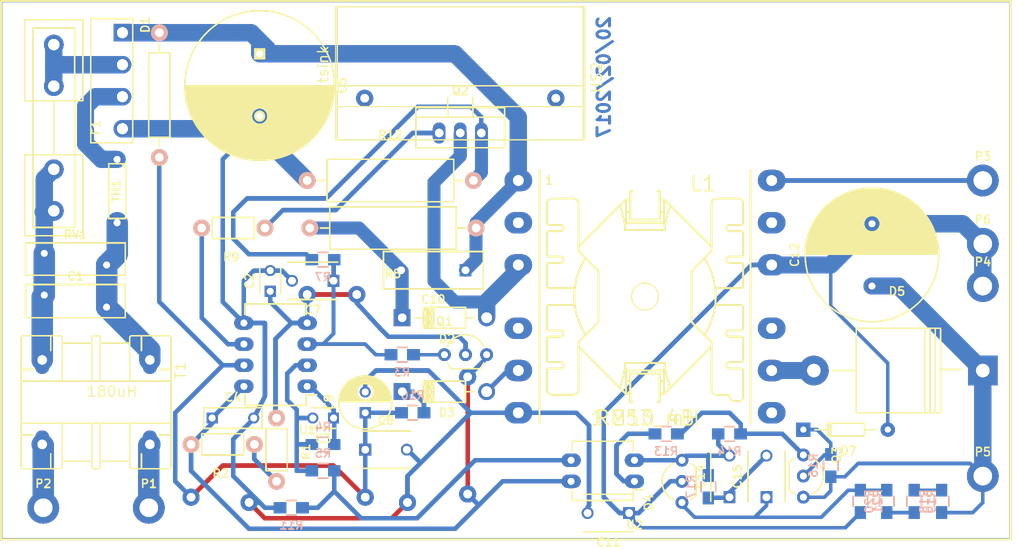
<source format=kicad_pcb>
(kicad_pcb (version 4) (host pcbnew 4.0.6-e0-6349~53~ubuntu16.04.1)
  (layers (0 F.Cu signal) (31 B.Cu signal) (34 B.Paste user) (35 F.Paste user) (36 B.SilkS user) (37 F.SilkS user) (38 B.Mask user) (39 F.Mask user) (44 Edge.Cuts user))
  (net 0 "")
  (net 1 "Net-(C1-Pad1)")
  (net 2 "Net-(C1-Pad2)")
  (net 3 "Net-(C2-Pad1)")
  (net 4 GNDA)
  (net 5 "Net-(C3-Pad1)")
  (net 6 "Net-(C3-Pad2)")
  (net 7 "Net-(C4-Pad1)")
  (net 8 "Net-(C10-Pad1)")
  (net 9 "Net-(C7-Pad1)")
  (net 10 "Net-(C8-Pad1)")
  (net 11 "Net-(C10-Pad2)")
  (net 12 GNDD)
  (net 13 "Net-(C12-Pad1)")
  (net 14 "Net-(C14-Pad1)")
  (net 15 "Net-(C14-Pad2)")
  (net 16 "Net-(C15-Pad1)")
  (net 17 "Net-(D1-Pad2)")
  (net 18 "Net-(D2-Pad2)")
  (net 19 "Net-(D3-Pad2)")
  (net 20 "Net-(D3-Pad1)")
  (net 21 "Net-(D5-Pad2)")
  (net 22 "Net-(D7-Pad1)")
  (net 23 "Net-(L1-Pad12)")
  (net 24 "Net-(P1-Pad1)")
  (net 25 "Net-(P2-Pad1)")
  (net 26 "Net-(Q1-Pad1)")
  (net 27 "Net-(Q2-Pad1)")
  (net 28 "Net-(Q2-Pad3)")
  (net 29 "Net-(Q3-Pad1)")
  (net 30 "Net-(R1-Pad2)")
  (net 31 "Net-(R11-Pad2)")
  (net 32 "Net-(R9-Pad2)")
  (net 33 "Net-(R13-Pad1)")
  (net 34 "Net-(R18-Pad1)")
  (net 35 "Net-(R19-Pad1)")
  (net 36 "Net-(D1-Pad4)")
  (module Mounting_Holes:MountingHole_2.2mm_M2_DIN965_Pad (layer F.Cu) (at 210.947 79.502)
    (fp_text reference P6 (at 0 -2.9) (layer F.SilkS))
    (fp_text value CONN_01X01)
    (pad 1 thru_hole circle (at 0 0) (size 3.8 3.8) (drill 2.2) (layers *.Cu *.Mask) (net 12 GNDD))
  )
  (module Fuse_Holders_and_Fuses:Fuseholder5x20_horiz_open_inline_Type-I (layer F.Cu) (at 99.187 65.532 270)
    (fp_text reference F1 (at 0 -5.08 270) (layer F.SilkS))
    (fp_text value Fuse)
    (pad 2 thru_hole circle (at 5.00126 0 270) (size 2.3495 2.3495) (drill 1.34874) (layers *.Cu *.Mask) (net 2 "Net-(C1-Pad2)"))
    (pad 2 thru_hole circle (at 9.99998 0 270) (size 2.3495 2.3495) (drill 1.34874) (layers *.Cu *.Mask) (net 2 "Net-(C1-Pad2)"))
    (pad 1 thru_hole circle (at -5.00126 0 270) (size 2.3495 2.3495) (drill 1.34874) (layers *.Cu *.Mask) (net 17 "Net-(D1-Pad2)"))
    (pad 1 thru_hole circle (at -9.99998 0 270) (size 2.3495 2.3495) (drill 1.34874) (layers *.Cu *.Mask) (net 17 "Net-(D1-Pad2)"))
  )
  (module Capacitors_THT:C_Disc_D12_P7.75 (layer F.Cu) (at 148.717 82.677 180)
    (fp_text reference C10 (at 3.875 -3.5 180) (layer F.SilkS))
    (fp_text value "103 2kv")
    (pad 1 thru_hole rect (at 0 0 180) (size 1.4 1.4) (drill 0.9) (layers *.Cu *.Mask) (net 8 "Net-(C10-Pad1)"))
    (pad 2 thru_hole circle (at 7.75 0 180) (size 1.4 1.4) (drill 0.9) (layers *.Cu *.Mask) (net 11 "Net-(C10-Pad2)"))
  )
  (module Capacitors_THT:C_Rect_L7_W2.5_P5 (layer F.Cu) (at 118.237 100.457)
    (fp_text reference C4 (at 2.5 -2.5) (layer F.SilkS))
    (fp_text value 100nF)
    (pad 1 thru_hole rect (at 0 0) (size 1.3 1.3) (drill 0.8) (layers *.Cu *.Mask) (net 7 "Net-(C4-Pad1)"))
    (pad 2 thru_hole circle (at 5 0) (size 1.3 1.3) (drill 0.8) (layers *.Cu *.Mask) (net 4 GNDA))
  )
  (module Resistors_THT:Resistor_Horizontal_RM7mm (layer F.Cu) (at 123.317 103.632 180)
    (fp_text reference R2 (at 4.05892 -3.50012 180) (layer F.SilkS))
    (fp_text value 30k)
    (pad 1 thru_hole circle (at 0 0 180) (size 1.99898 1.99898) (drill 1.00076) (layers *.Cu *.SilkS *.Mask) (net 30 "Net-(R1-Pad2)"))
    (pad 2 thru_hole circle (at 7.62 0 180) (size 1.99898 1.99898) (drill 1.00076) (layers *.Cu *.SilkS *.Mask) (net 7 "Net-(C4-Pad1)"))
  )
  (module Resistors_THT:Resistor_Horizontal_RM7mm (layer F.Cu) (at 125.984 100.457 270)
    (fp_text reference R1 (at 4.05892 -3.50012 270) (layer F.SilkS))
    (fp_text value 3k3)
    (pad 1 thru_hole circle (at 0 0 270) (size 1.99898 1.99898) (drill 1.00076) (layers *.Cu *.SilkS *.Mask) (net 3 "Net-(C2-Pad1)"))
    (pad 2 thru_hole circle (at 7.62 0 270) (size 1.99898 1.99898) (drill 1.00076) (layers *.Cu *.SilkS *.Mask) (net 30 "Net-(R1-Pad2)"))
  )
  (module Resistors_THT:Resistor_Horizontal_RM7mm (layer F.Cu) (at 124.587 77.597 180)
    (fp_text reference R9 (at 4.05892 -3.50012 180) (layer F.SilkS))
    (fp_text value 10R)
    (pad 1 thru_hole circle (at 0 0 180) (size 1.99898 1.99898) (drill 1.00076) (layers *.Cu *.SilkS *.Mask) (net 27 "Net-(Q2-Pad1)"))
    (pad 2 thru_hole circle (at 7.62 0 180) (size 1.99898 1.99898) (drill 1.00076) (layers *.Cu *.SilkS *.Mask) (net 32 "Net-(R9-Pad2)"))
  )
  (module heatsink:heatsink-D03PA (layer F.Cu) (at 148.082 62.992 180)
    (fp_text reference HS2 (at -16.4 3.5 270) (layer F.SilkS) (effects (font (size 1.27 1.27) (thickness 0.127))))
    (fp_text value Heatsink (at 16.5 3.3 270) (layer F.SilkS) (effects (font (size 1.27 1.27) (thickness 0.127))))
    (pad B thru_hole circle (at 11.5 1 180) (size 2.032 2.032) (drill 1.016) (layers *.Cu *.Mask))
    (pad A thru_hole circle (at -11.5 1 180) (size 2.032 2.032) (drill 1.016) (layers *.Cu *.Mask))
  )
  (module TO_SOT_Packages_THT:TO-220_Neutral123_Vertical (layer F.Cu) (at 148.082 66.167)
    (fp_text reference Q2 (at 0 -5.08) (layer F.SilkS))
    (fp_text value Q_NMOS_GDS)
    (pad 2 thru_hole oval (at 0 0 90) (size 2.49936 1.50114) (drill 1.00076) (layers *.Cu *.Mask) (net 18 "Net-(D2-Pad2)"))
    (pad 1 thru_hole oval (at -2.54 0 90) (size 2.49936 1.50114) (drill 1.00076) (layers *.Cu *.Mask) (net 27 "Net-(Q2-Pad1)"))
    (pad 3 thru_hole oval (at 2.54 0 90) (size 2.49936 1.50114) (drill 1.00076) (layers *.Cu *.Mask) (net 28 "Net-(Q2-Pad3)"))
  )
  (module transfo:trafo-siemens-RM8-12A (layer F.Cu) (at 170.307 85.852)
    (fp_text reference L1 (at 6.985 -13.589) (layer F.SilkS) (effects (font (size 1.778 1.778) (thickness 0.1778))))
    (fp_text value "1.253 mH" (at 0 14.605) (layer F.SilkS) (effects (font (size 1.778 1.778) (thickness 0.1778))))
    (fp_text user 1 (at -11.557 -13.97) (layer F.SilkS))
    (pad 12 thru_hole oval (at 15.24 -13.97 90) (size 2.54 3.302) (drill 1.27) (layers *.Cu *.Paste *.Mask) (net 23 "Net-(L1-Pad12)"))
    (pad 6 thru_hole oval (at -15.24 13.97 90) (size 2.54 3.302) (drill 1.27) (layers *.Cu *.Paste *.Mask) (net 4 GNDA))
    (pad 1 thru_hole oval (at -15.24 -13.97 90) (size 2.54 3.302) (drill 1.27) (layers *.Cu *.Paste *.Mask) (net 8 "Net-(C10-Pad1)"))
    (pad 2 thru_hole oval (at -15.24 -8.89 90) (size 2.54 3.302) (drill 1.27) (layers *.Cu *.Paste *.Mask))
    (pad 3 thru_hole oval (at -15.24 -3.81 90) (size 2.54 3.302) (drill 1.27) (layers *.Cu *.Paste *.Mask) (net 18 "Net-(D2-Pad2)"))
    (pad 4 thru_hole oval (at -15.24 3.81 90) (size 2.54 3.302) (drill 1.27) (layers *.Cu *.Paste *.Mask))
    (pad 5 thru_hole oval (at -15.24 8.89 90) (size 2.54 3.302) (drill 1.27) (layers *.Cu *.Paste *.Mask) (net 19 "Net-(D3-Pad2)"))
    (pad 11 thru_hole oval (at 15.24 -8.89 90) (size 2.54 3.302) (drill 1.27) (layers *.Cu *.Paste *.Mask))
    (pad 10 thru_hole oval (at 15.24 -3.81 90) (size 2.54 3.302) (drill 1.27) (layers *.Cu *.Paste *.Mask) (net 12 GNDD))
    (pad 9 thru_hole oval (at 15.24 3.81 90) (size 2.54 3.302) (drill 1.27) (layers *.Cu *.Paste *.Mask))
    (pad 8 thru_hole oval (at 15.24 8.89 90) (size 2.54 3.302) (drill 1.27) (layers *.Cu *.Paste *.Mask) (net 21 "Net-(D5-Pad2)"))
    (pad 7 thru_hole oval (at 15.24 13.97 90) (size 2.54 3.302) (drill 1.27) (layers *.Cu *.Paste *.Mask))
  )
  (module Discret:R3 (layer F.Cu) (at 106.807 73.152 270)
    (fp_text reference TH1 (at 0 0.127 270) (layer F.SilkS))
    (fp_text value Thermistor)
    (pad 1 thru_hole circle (at -3.81 0 270) (size 1.397 1.397) (drill 0.8128) (layers *.Cu *.Mask) (net 36 "Net-(D1-Pad4)"))
    (pad 2 thru_hole circle (at 3.81 0 270) (size 1.397 1.397) (drill 0.8128) (layers *.Cu *.Mask) (net 1 "Net-(C1-Pad1)"))
  )
  (module Housings_DIP:DIP-4_W7.62mm_LongPads (layer F.Cu) (at 169.037 108.077 180)
    (fp_text reference U2 (at 0 -5.22 180) (layer F.SilkS))
    (fp_text value PC817)
    (pad 1 thru_hole oval (at 0 0 180) (size 2.3 1.6) (drill 0.8) (layers *.Cu *.Mask) (net 33 "Net-(R13-Pad1)"))
    (pad 2 thru_hole oval (at 0 2.54 180) (size 2.3 1.6) (drill 0.8) (layers *.Cu *.Mask) (net 15 "Net-(C14-Pad2)"))
    (pad 3 thru_hole oval (at 7.62 2.54 180) (size 2.3 1.6) (drill 0.8) (layers *.Cu *.Mask) (net 31 "Net-(R11-Pad2)"))
    (pad 4 thru_hole oval (at 7.62 0 180) (size 2.3 1.6) (drill 0.8) (layers *.Cu *.Mask) (net 7 "Net-(C4-Pad1)"))
  )
  (module Housings_DIP:DIP-8_W7.62mm_LongPads (layer F.Cu) (at 129.667 96.647 180)
    (fp_text reference U1 (at 0 -5.22 180) (layer F.SilkS))
    (fp_text value UC384x)
    (pad 1 thru_hole oval (at 0 0 180) (size 2.3 1.6) (drill 0.8) (layers *.Cu *.Mask) (net 5 "Net-(C3-Pad1)"))
    (pad 2 thru_hole oval (at 0 2.54 180) (size 2.3 1.6) (drill 0.8) (layers *.Cu *.Mask) (net 6 "Net-(C3-Pad2)"))
    (pad 3 thru_hole oval (at 0 5.08 180) (size 2.3 1.6) (drill 0.8) (layers *.Cu *.Mask) (net 9 "Net-(C7-Pad1)"))
    (pad 4 thru_hole oval (at 0 7.62 180) (size 2.3 1.6) (drill 0.8) (layers *.Cu *.Mask) (net 3 "Net-(C2-Pad1)"))
    (pad 5 thru_hole oval (at 7.62 7.62 180) (size 2.3 1.6) (drill 0.8) (layers *.Cu *.Mask) (net 4 GNDA))
    (pad 6 thru_hole oval (at 7.62 5.08 180) (size 2.3 1.6) (drill 0.8) (layers *.Cu *.Mask) (net 32 "Net-(R9-Pad2)"))
    (pad 7 thru_hole oval (at 7.62 2.54 180) (size 2.3 1.6) (drill 0.8) (layers *.Cu *.Mask) (net 10 "Net-(C8-Pad1)"))
    (pad 8 thru_hole oval (at 7.62 0 180) (size 2.3 1.6) (drill 0.8) (layers *.Cu *.Mask) (net 7 "Net-(C4-Pad1)"))
  )
  (module inductors:inductors-MFE (layer F.Cu) (at 104.267 98.552 180)
    (fp_text reference T1 (at -10.16 3.81 270) (layer F.SilkS) (effects (font (size 1.27 1.27) (thickness 0.127))))
    (fp_text value 180uH (at -1.905 1.27 180) (layer F.SilkS) (effects (font (size 1.27 1.27) (thickness 0.127))))
    (pad 1 thru_hole oval (at 6.477 5.08) (size 1.6764 3.3528) (drill 1.1176) (layers *.Cu *.Paste *.Mask) (net 2 "Net-(C1-Pad2)"))
    (pad 2 thru_hole oval (at 6.477 -5.08) (size 1.6764 3.3528) (drill 1.1176) (layers *.Cu *.Paste *.Mask) (net 25 "Net-(P2-Pad1)"))
    (pad 3 thru_hole oval (at -6.477 -5.08) (size 1.6764 3.3528) (drill 1.1176) (layers *.Cu *.Paste *.Mask) (net 24 "Net-(P1-Pad1)"))
    (pad 4 thru_hole oval (at -6.477 5.08) (size 1.6764 3.3528) (drill 1.1176) (layers *.Cu *.Paste *.Mask) (net 1 "Net-(C1-Pad1)"))
  )
  (module Varistors:RV_Disc_D12_W3.9_P7.5 (layer F.Cu) (at 105.537 82.042 180)
    (fp_text reference RV1 (at 3.75 3.65 180) (layer F.SilkS))
    (fp_text value 14D471K)
    (pad 1 thru_hole circle (at 0 0 180) (size 1.8 1.8) (drill 0.8) (layers *.Cu *.Mask) (net 1 "Net-(C1-Pad1)"))
    (pad 2 thru_hole circle (at 7.5 1.4 180) (size 1.8 1.8) (drill 0.8) (layers *.Cu *.Mask) (net 2 "Net-(C1-Pad2)"))
  )
  (module Resistors_SMD:R_0805_HandSoldering (layer B.Cu) (at 196.215 110.49 90)
    (fp_text reference R21 (at 0 2.1 90) (layer B.SilkS) (effects (justify mirror)))
    (fp_text value 3k)
    (pad 1 smd rect (at -1.35 0 90) (size 1.5 1.3) (layers B.Cu B.Paste B.Mask) (net 12 GNDD))
    (pad 2 smd rect (at 1.35 0 90) (size 1.5 1.3) (layers B.Cu B.Paste B.Mask) (net 16 "Net-(C15-Pad1)"))
  )
  (module Resistors_SMD:R_0805_HandSoldering (layer B.Cu) (at 199.39 110.49 270)
    (fp_text reference R20 (at 0 2.1 270) (layer B.SilkS) (effects (justify mirror)))
    (fp_text value 3k9)
    (pad 1 smd rect (at -1.35 0 270) (size 1.5 1.3) (layers B.Cu B.Paste B.Mask) (net 16 "Net-(C15-Pad1)"))
    (pad 2 smd rect (at 1.35 0 270) (size 1.5 1.3) (layers B.Cu B.Paste B.Mask) (net 35 "Net-(R19-Pad1)"))
  )
  (module Resistors_SMD:R_0805_HandSoldering (layer B.Cu) (at 202.692 110.49 90)
    (fp_text reference R19 (at 0 2.1 90) (layer B.SilkS) (effects (justify mirror)))
    (fp_text value 18k)
    (pad 1 smd rect (at -1.35 0 90) (size 1.5 1.3) (layers B.Cu B.Paste B.Mask) (net 35 "Net-(R19-Pad1)"))
    (pad 2 smd rect (at 1.35 0 90) (size 1.5 1.3) (layers B.Cu B.Paste B.Mask) (net 34 "Net-(R18-Pad1)"))
  )
  (module Resistors_SMD:R_0805_HandSoldering (layer B.Cu) (at 205.994 110.49 270)
    (fp_text reference R18 (at 0 2.1 270) (layer B.SilkS) (effects (justify mirror)))
    (fp_text value 33k)
    (pad 1 smd rect (at -1.35 0 270) (size 1.5 1.3) (layers B.Cu B.Paste B.Mask) (net 34 "Net-(R18-Pad1)"))
    (pad 2 smd rect (at 1.35 0 270) (size 1.5 1.3) (layers B.Cu B.Paste B.Mask) (net 13 "Net-(C12-Pad1)"))
  )
  (module Resistors_SMD:R_0805_HandSoldering (layer B.Cu) (at 177.927 108.712 270)
    (fp_text reference R17 (at 0 2.1 270) (layer B.SilkS) (effects (justify mirror)))
    (fp_text value 1.4M)
    (pad 1 smd rect (at -1.35 0 270) (size 1.5 1.3) (layers B.Cu B.Paste B.Mask) (net 15 "Net-(C14-Pad2)"))
    (pad 2 smd rect (at 1.35 0 270) (size 1.5 1.3) (layers B.Cu B.Paste B.Mask) (net 14 "Net-(C14-Pad1)"))
  )
  (module Resistors_SMD:R_0805_HandSoldering (layer B.Cu) (at 192.659 106.172 270)
    (fp_text reference R16 (at 0 2.1 270) (layer B.SilkS) (effects (justify mirror)))
    (fp_text value 20k)
    (pad 1 smd rect (at -1.35 0 270) (size 1.5 1.3) (layers B.Cu B.Paste B.Mask) (net 22 "Net-(D7-Pad1)"))
    (pad 2 smd rect (at 1.35 0 270) (size 1.5 1.3) (layers B.Cu B.Paste B.Mask) (net 13 "Net-(C12-Pad1)"))
  )
  (module Resistors_SMD:R_0805_HandSoldering (layer B.Cu) (at 180.467 102.362)
    (fp_text reference R14 (at 0 2.1) (layer B.SilkS) (effects (justify mirror)))
    (fp_text value 15k)
    (pad 1 smd rect (at -1.35 0) (size 1.5 1.3) (layers B.Cu B.Paste B.Mask) (net 15 "Net-(C14-Pad2)"))
    (pad 2 smd rect (at 1.35 0) (size 1.5 1.3) (layers B.Cu B.Paste B.Mask) (net 29 "Net-(Q3-Pad1)"))
  )
  (module Resistors_SMD:R_0805_HandSoldering (layer B.Cu) (at 172.847 102.362)
    (fp_text reference R13 (at 0 2.1) (layer B.SilkS) (effects (justify mirror)))
    (fp_text value 20k)
    (pad 1 smd rect (at -1.35 0) (size 1.5 1.3) (layers B.Cu B.Paste B.Mask) (net 33 "Net-(R13-Pad1)"))
    (pad 2 smd rect (at 1.35 0) (size 1.5 1.3) (layers B.Cu B.Paste B.Mask) (net 29 "Net-(Q3-Pad1)"))
  )
  (module Resistors_SMD:R_0805_HandSoldering (layer B.Cu) (at 127.762 111.252)
    (fp_text reference R11 (at 0 2.1) (layer B.SilkS) (effects (justify mirror)))
    (fp_text value 12k)
    (pad 1 smd rect (at -1.35 0) (size 1.5 1.3) (layers B.Cu B.Paste B.Mask) (net 4 GNDA))
    (pad 2 smd rect (at 1.35 0) (size 1.5 1.3) (layers B.Cu B.Paste B.Mask) (net 31 "Net-(R11-Pad2)"))
  )
  (module Resistors_SMD:R_0805_HandSoldering (layer B.Cu) (at 142.367 99.822 180)
    (fp_text reference R10 (at 0 2.1 180) (layer B.SilkS) (effects (justify mirror)))
    (fp_text value 10R)
    (pad 1 smd rect (at -1.35 0 180) (size 1.5 1.3) (layers B.Cu B.Paste B.Mask) (net 20 "Net-(D3-Pad1)"))
    (pad 2 smd rect (at 1.35 0 180) (size 1.5 1.3) (layers B.Cu B.Paste B.Mask) (net 10 "Net-(C8-Pad1)"))
  )
  (module Resistors_THT:Resistor_Horizontal_RM20mm (layer F.Cu) (at 149.987 77.597 180)
    (fp_text reference R8 (at 10 -5.4991 180) (layer F.SilkS))
    (fp_text value 4k72W)
    (pad 1 thru_hole circle (at 0 0 180) (size 1.99898 1.99898) (drill 1.00076) (layers *.Cu *.SilkS *.Mask) (net 8 "Net-(C10-Pad1)"))
    (pad 2 thru_hole circle (at 20 0 180) (size 1.99898 1.99898) (drill 1.00076) (layers *.Cu *.SilkS *.Mask) (net 11 "Net-(C10-Pad2)"))
  )
  (module Resistors_SMD:R_0805_HandSoldering (layer B.Cu) (at 131.572 81.407)
    (fp_text reference R7 (at 0 2.1) (layer B.SilkS) (effects (justify mirror)))
    (fp_text value 1k)
    (pad 1 smd rect (at -1.35 0) (size 1.5 1.3) (layers B.Cu B.Paste B.Mask) (net 28 "Net-(Q2-Pad3)"))
    (pad 2 smd rect (at 1.35 0) (size 1.5 1.3) (layers B.Cu B.Paste B.Mask) (net 9 "Net-(C7-Pad1)"))
  )
  (module Resistors_THT:Resistor_Horizontal_RM15mm (layer F.Cu) (at 111.887 54.102 270)
    (fp_text reference R6 (at 7.5 -3.74904 270) (layer F.SilkS))
    (fp_text value 150K1W)
    (pad 1 thru_hole circle (at 0 0 270) (size 1.99898 1.99898) (drill 1.00076) (layers *.Cu *.SilkS *.Mask) (net 8 "Net-(C10-Pad1)"))
    (pad 2 thru_hole circle (at 15 0 270) (size 1.99898 1.99898) (drill 1.00076) (layers *.Cu *.SilkS *.Mask) (net 10 "Net-(C8-Pad1)"))
  )
  (module Resistors_SMD:R_0805_HandSoldering (layer B.Cu) (at 131.572 106.807 180)
    (fp_text reference R5 (at 0 2.1 180) (layer B.SilkS) (effects (justify mirror)))
    (fp_text value 4k7)
    (pad 1 smd rect (at -1.35 0 180) (size 1.5 1.3) (layers B.Cu B.Paste B.Mask) (net 31 "Net-(R11-Pad2)"))
    (pad 2 smd rect (at 1.35 0 180) (size 1.5 1.3) (layers B.Cu B.Paste B.Mask) (net 6 "Net-(C3-Pad2)"))
  )
  (module Resistors_SMD:R_0805_HandSoldering (layer B.Cu) (at 131.572 103.632 180)
    (fp_text reference R4 (at 0 2.1 180) (layer B.SilkS) (effects (justify mirror)))
    (fp_text value 10k)
    (pad 1 smd rect (at -1.35 0 180) (size 1.5 1.3) (layers B.Cu B.Paste B.Mask) (net 5 "Net-(C3-Pad1)"))
    (pad 2 smd rect (at 1.35 0 180) (size 1.5 1.3) (layers B.Cu B.Paste B.Mask) (net 6 "Net-(C3-Pad2)"))
  )
  (module Resistors_SMD:R_0805_HandSoldering (layer B.Cu) (at 141.097 92.837)
    (fp_text reference R3 (at 0 2.1) (layer B.SilkS) (effects (justify mirror)))
    (fp_text value 4k7)
    (pad 1 smd rect (at -1.35 0) (size 1.5 1.3) (layers B.Cu B.Paste B.Mask) (net 9 "Net-(C7-Pad1)"))
    (pad 2 smd rect (at 1.35 0) (size 1.5 1.3) (layers B.Cu B.Paste B.Mask) (net 26 "Net-(Q1-Pad1)"))
  )
  (module TO_SOT_Packages_THT:TO-92_Inline_Wide (layer F.Cu) (at 189.357 104.902 270)
    (fp_text reference Q3 (at 0 -4 450) (layer F.SilkS))
    (fp_text value 2N5551)
    (pad 2 thru_hole circle (at 2.54 0) (size 1.524 1.524) (drill 0.8) (layers *.Cu *.Mask) (net 22 "Net-(D7-Pad1)"))
    (pad 3 thru_hole circle (at 5.08 0) (size 1.524 1.524) (drill 0.8) (layers *.Cu *.Mask) (net 13 "Net-(C12-Pad1)"))
    (pad 1 thru_hole circle (at 0 0) (size 1.524 1.524) (drill 0.8) (layers *.Cu *.Mask) (net 29 "Net-(Q3-Pad1)"))
  )
  (module TO_SOT_Packages_THT:TO-92_Inline_Wide (layer F.Cu) (at 146.177 92.837)
    (fp_text reference Q1 (at 0 -4 180) (layer F.SilkS))
    (fp_text value PN2222A)
    (pad 2 thru_hole circle (at 2.54 0 90) (size 1.524 1.524) (drill 0.8) (layers *.Cu *.Mask) (net 3 "Net-(C2-Pad1)"))
    (pad 3 thru_hole circle (at 5.08 0 90) (size 1.524 1.524) (drill 0.8) (layers *.Cu *.Mask) (net 7 "Net-(C4-Pad1)"))
    (pad 1 thru_hole circle (at 0 0 90) (size 1.524 1.524) (drill 0.8) (layers *.Cu *.Mask) (net 26 "Net-(Q1-Pad1)"))
  )
  (module Mounting_Holes:MountingHole_2.2mm_M2_DIN965_Pad (layer F.Cu) (at 210.947 107.442)
    (fp_text reference P5 (at 0 -2.9) (layer F.SilkS))
    (fp_text value CONN_01X01)
    (pad 1 thru_hole circle (at 0 0) (size 3.8 3.8) (drill 2.2) (layers *.Cu *.Mask) (net 13 "Net-(C12-Pad1)"))
  )
  (module Mounting_Holes:MountingHole_2.2mm_M2_DIN965_Pad (layer F.Cu) (at 210.947 84.582)
    (fp_text reference P4 (at 0 -2.9) (layer F.SilkS))
    (fp_text value CONN_01X01)
    (pad 1 thru_hole circle (at 0 0) (size 3.8 3.8) (drill 2.2) (layers *.Cu *.Mask) (net 12 GNDD))
  )
  (module Mounting_Holes:MountingHole_2.2mm_M2_DIN965_Pad (layer F.Cu) (at 210.947 71.882)
    (fp_text reference P3 (at 0 -2.9) (layer F.SilkS))
    (fp_text value CONN_01X01)
    (pad 1 thru_hole circle (at 0 0) (size 3.8 3.8) (drill 2.2) (layers *.Cu *.Mask) (net 23 "Net-(L1-Pad12)"))
  )
  (module Mounting_Holes:MountingHole_2.2mm_M2_DIN965_Pad (layer F.Cu) (at 97.917 111.252)
    (fp_text reference P2 (at 0 -2.9) (layer F.SilkS))
    (fp_text value CONN_01X01)
    (pad 1 thru_hole circle (at 0 0) (size 3.8 3.8) (drill 2.2) (layers *.Cu *.Mask) (net 25 "Net-(P2-Pad1)"))
  )
  (module Mounting_Holes:MountingHole_2.2mm_M2_DIN965_Pad (layer F.Cu) (at 110.617 111.252)
    (fp_text reference P1 (at 0 -2.9) (layer F.SilkS))
    (fp_text value CONN_01X01)
    (pad 1 thru_hole circle (at 0 0) (size 3.8 3.8) (drill 2.2) (layers *.Cu *.Mask) (net 24 "Net-(P1-Pad1)"))
  )
  (module Diodes_THT:Diode_DO-35_SOD27_Horizontal_RM10 (layer F.Cu) (at 189.357 101.854)
    (fp_text reference D7 (at 5.43052 2.53746) (layer F.SilkS))
    (fp_text value "D_Z 20V")
    (pad 2 thru_hole circle (at 10.16052 -0.00254 180) (size 1.69926 1.69926) (drill 0.70104) (layers *.Cu *.Mask) (net 12 GNDD))
    (pad 1 thru_hole rect (at 0.00052 -0.00254 180) (size 1.69926 1.69926) (drill 0.70104) (layers *.Cu *.Mask) (net 22 "Net-(D7-Pad1)"))
  )
  (module Diodes_THT:Diode_P600_Horizontal (layer F.Cu) (at 210.947 94.742 180)
    (fp_text reference D5 (at 10.32764 9.52246 180) (layer F.SilkS))
    (fp_text value 6A10)
    (pad 2 thru_hole circle (at 20.32 -0.00254) (size 3.54076 3.54076) (drill 1.6002) (layers *.Cu *.Mask) (net 21 "Net-(D5-Pad2)"))
    (pad 1 thru_hole rect (at 0 -0.00254) (size 3.54076 3.54076) (drill 1.6002) (layers *.Cu *.Mask) (net 13 "Net-(C12-Pad1)"))
  )
  (module TO_SOT_Packages_THT:TO-92_Inline_Wide (layer F.Cu) (at 174.752 110.617 90)
    (fp_text reference D4 (at 0 -4 270) (layer F.SilkS))
    (fp_text value TL431LP)
    (pad 2 thru_hole circle (at 2.54 0 180) (size 1.524 1.524) (drill 0.8) (layers *.Cu *.Mask) (net 12 GNDD))
    (pad 3 thru_hole circle (at 5.08 0 180) (size 1.524 1.524) (drill 0.8) (layers *.Cu *.Mask) (net 15 "Net-(C14-Pad2)"))
    (pad 1 thru_hole circle (at 0 0 180) (size 1.524 1.524) (drill 0.8) (layers *.Cu *.Mask) (net 16 "Net-(C15-Pad1)"))
  )
  (module Diodes_THT:Diode_DO-41_SOD81_Horizontal_RM10 (layer F.Cu) (at 141.097 97.282)
    (fp_text reference D3 (at 5.38734 2.53746) (layer F.SilkS))
    (fp_text value 1N5819)
    (pad 2 thru_hole circle (at 10.16 -0.00254 180) (size 1.99898 1.99898) (drill 1.27) (layers *.Cu *.Mask) (net 19 "Net-(D3-Pad2)"))
    (pad 1 thru_hole rect (at 0 -0.00254 180) (size 1.99898 1.99898) (drill 1.00076) (layers *.Cu *.Mask) (net 20 "Net-(D3-Pad1)"))
  )
  (module Diodes_THT:Diode_DO-41_SOD81_Horizontal_RM10 (layer F.Cu) (at 141.097 88.392)
    (fp_text reference D2 (at 5.38734 2.53746) (layer F.SilkS))
    (fp_text value FR207)
    (pad 2 thru_hole circle (at 10.16 -0.00254 180) (size 1.99898 1.99898) (drill 1.27) (layers *.Cu *.Mask) (net 18 "Net-(D2-Pad2)"))
    (pad 1 thru_hole rect (at 0 -0.00254 180) (size 1.99898 1.99898) (drill 1.00076) (layers *.Cu *.Mask) (net 11 "Net-(C10-Pad2)"))
  )
  (module Diodes_THT:Diode_Bridge_KBP206 (layer F.Cu) (at 107.442 54.102 270)
    (fp_text reference D1 (at -0.95 -2.75 270) (layer F.SilkS))
    (fp_text value D_Bridge_-A+A)
    (pad 3 thru_hole rect (at 0 0 270) (size 2.1 2.1) (drill 1.3) (layers *.Cu *.Mask) (net 8 "Net-(C10-Pad1)"))
    (pad 2 thru_hole circle (at 3.85 0 270) (size 2.1 2.1) (drill 1.3) (layers *.Cu *.Mask) (net 17 "Net-(D1-Pad2)"))
    (pad 1 thru_hole circle (at 11.55 0 270) (size 2.1 2.1) (drill 1.3) (layers *.Cu *.Mask) (net 4 GNDA))
    (pad 4 thru_hole circle (at 7.7 0 270) (size 2.1 2.1) (drill 1.3) (layers *.Cu *.Mask) (net 36 "Net-(D1-Pad4)"))
  )
  (module Capacitors_THT:C_Disc_D6_P5 (layer F.Cu) (at 184.912 109.982 90)
    (fp_text reference C15 (at 2.5 -3.5 90) (layer F.SilkS))
    (fp_text value 47pF-50V)
    (pad 1 thru_hole rect (at 0 0 90) (size 1.4 1.4) (drill 0.9) (layers *.Cu *.Mask) (net 16 "Net-(C15-Pad1)"))
    (pad 2 thru_hole circle (at 5 0 90) (size 1.4 1.4) (drill 0.9) (layers *.Cu *.Mask) (net 14 "Net-(C14-Pad1)"))
  )
  (module Capacitors_THT:C_Disc_D6_P5 (layer F.Cu) (at 180.467 109.982 90)
    (fp_text reference C14 (at 2.5 -3.5 90) (layer F.SilkS))
    (fp_text value 22pF25V)
    (pad 1 thru_hole rect (at 0 0 90) (size 1.4 1.4) (drill 0.9) (layers *.Cu *.Mask) (net 14 "Net-(C14-Pad1)"))
    (pad 2 thru_hole circle (at 5 0 90) (size 1.4 1.4) (drill 0.9) (layers *.Cu *.Mask) (net 15 "Net-(C14-Pad2)"))
  )
  (module Capacitors_THT:C_Radial_D16_L31.5_P7.5 (layer F.Cu) (at 197.612 84.582 90)
    (fp_text reference C12 (at 3.75 -9.3 90) (layer F.SilkS))
    (fp_text value 330uF100V)
    (pad 1 thru_hole rect (at 0 0 90) (size 1.3 1.3) (drill 0.8) (layers *.Cu *.Mask) (net 13 "Net-(C12-Pad1)"))
    (pad 2 thru_hole circle (at 7.5 0 90) (size 1.3 1.3) (drill 0.8) (layers *.Cu *.Mask) (net 12 GNDD))
  )
  (module Capacitors_THT:C_Disc_D6_P5 (layer F.Cu) (at 168.402 111.887 180)
    (fp_text reference C11 (at 2.5 -3.5 180) (layer F.SilkS))
    (fp_text value "103 2kv")
    (pad 1 thru_hole rect (at 0 0 180) (size 1.4 1.4) (drill 0.9) (layers *.Cu *.Mask) (net 12 GNDD))
    (pad 2 thru_hole circle (at 5 0 180) (size 1.4 1.4) (drill 0.9) (layers *.Cu *.Mask) (net 4 GNDA))
  )
  (module Capacitors_THT:C_Radial_D6.3_L11.2_P2.5 (layer F.Cu) (at 136.652 99.822 90)
    (fp_text reference C9 (at 1.25 -4.4 90) (layer F.SilkS))
    (fp_text value 47uF50V)
    (pad 2 thru_hole circle (at 2.5 0 90) (size 1.3 1.3) (drill 0.8) (layers *.Cu *.Mask) (net 4 GNDA))
    (pad 1 thru_hole rect (at 0 0 90) (size 1.3 1.3) (drill 0.8) (layers *.Cu *.Mask) (net 10 "Net-(C8-Pad1)"))
  )
  (module Capacitors_THT:C_Disc_D6_P5 (layer F.Cu) (at 136.652 104.267)
    (fp_text reference C8 (at 2.5 -3.5) (layer F.SilkS))
    (fp_text value 100nF50V)
    (pad 1 thru_hole rect (at 0 0) (size 1.4 1.4) (drill 0.9) (layers *.Cu *.Mask) (net 10 "Net-(C8-Pad1)"))
    (pad 2 thru_hole circle (at 5 0) (size 1.4 1.4) (drill 0.9) (layers *.Cu *.Mask) (net 4 GNDA))
  )
  (module Capacitors_THT:C_Disc_D6_P5 (layer F.Cu) (at 132.842 83.947 180)
    (fp_text reference C7 (at 2.5 -3.5 180) (layer F.SilkS))
    (fp_text value 470pF50V)
    (pad 1 thru_hole rect (at 0 0 180) (size 1.4 1.4) (drill 0.9) (layers *.Cu *.Mask) (net 9 "Net-(C7-Pad1)"))
    (pad 2 thru_hole circle (at 5 0 180) (size 1.4 1.4) (drill 0.9) (layers *.Cu *.Mask) (net 4 GNDA))
  )
  (module Capacitors_THT:C_Radial_D18_L36_P7.5 (layer F.Cu) (at 123.952 56.642 270)
    (fp_text reference C5 (at 3.81 -9.906 270) (layer F.SilkS))
    (fp_text value 68uF400V)
    (pad 1 thru_hole rect (at 0 0 270) (size 1.3 1.3) (drill 0.8) (layers *.Cu *.Mask F.SilkS) (net 8 "Net-(C10-Pad1)"))
    (pad 2 thru_hole circle (at 7.5 0 270) (size 1.3 1.3) (drill 0.8) (layers *.Cu *.Mask F.SilkS) (net 4 GNDA))
  )
  (module Capacitors_THT:C_Disc_D3_P2.5 (layer F.Cu) (at 132.842 100.457 180)
    (fp_text reference C3 (at 1.25 -2.5 180) (layer F.SilkS))
    (fp_text value 1nF)
    (pad 1 thru_hole rect (at 0 0 180) (size 1.3 1.3) (drill 0.8) (layers *.Cu *.Mask) (net 5 "Net-(C3-Pad1)"))
    (pad 2 thru_hole circle (at 2.5 0 180) (size 1.3 1.3) (drill 0.8001) (layers *.Cu *.Mask) (net 6 "Net-(C3-Pad2)"))
  )
  (module Capacitors_THT:C_Disc_D3_P2.5 (layer F.Cu) (at 125.222 85.217 90)
    (fp_text reference C2 (at 1.25 -2.5 90) (layer F.SilkS))
    (fp_text value 1nF)
    (pad 1 thru_hole rect (at 0 0 90) (size 1.3 1.3) (drill 0.8) (layers *.Cu *.Mask) (net 3 "Net-(C2-Pad1)"))
    (pad 2 thru_hole circle (at 2.5 0 90) (size 1.3 1.3) (drill 0.8001) (layers *.Cu *.Mask) (net 4 GNDA))
  )
  (module Varistors:RV_Disc_D12_W4_P7.5 (layer F.Cu) (at 105.537 87.122 180)
    (fp_text reference C1 (at 3.75 3.725 180) (layer F.SilkS))
    (fp_text value "100 nF")
    (pad 1 thru_hole circle (at 0 0 180) (size 1.8 1.8) (drill 0.8) (layers *.Cu *.Mask) (net 1 "Net-(C1-Pad1)"))
    (pad 2 thru_hole circle (at 7.5 1.45 180) (size 1.8 1.8) (drill 0.8) (layers *.Cu *.Mask) (net 2 "Net-(C1-Pad2)"))
  )
  (module Resistors_THT:Resistor_Horizontal_RM20mm (layer F.Cu) (at 129.667 71.882)
    (fp_text reference R12 (at 10 -5.4991) (layer F.SilkS))
    (fp_text value 0.33R-1W)
    (pad 1 thru_hole circle (at 0 0) (size 1.99898 1.99898) (drill 1.00076) (layers *.Cu *.SilkS *.Mask) (net 4 GNDA))
    (pad 2 thru_hole circle (at 20 0) (size 1.99898 1.99898) (drill 1.00076) (layers *.Cu *.SilkS *.Mask) (net 28 "Net-(Q2-Pad3)"))
  )
  (module Resistors_THT:Resistor_Horizontal_RM20mm (layer F.Cu) (at 129.667 71.882)
    (fp_text reference R12 (at 10 -5.4991) (layer F.SilkS))
    (fp_text value 0.33R1W)
    (pad 1 thru_hole circle (at 0 0) (size 1.99898 1.99898) (drill 1.00076) (layers *.Cu *.SilkS *.Mask) (net 4 GNDA))
    (pad 2 thru_hole circle (at 20 0) (size 1.99898 1.99898) (drill 1.00076) (layers *.Cu *.SilkS *.Mask) (net 28 "Net-(Q2-Pad3)"))
  )
  (module Varistors:RV_Disc_D12_W4_P7.5 (layer F.Cu) (at 105.537 87.122 180)
    (fp_text reference C1 (at 3.75 3.725 180) (layer F.SilkS))
    (fp_text value "100 nF")
    (pad 1 thru_hole circle (at 0 0 180) (size 1.8 1.8) (drill 0.8) (layers *.Cu *.Mask) (net 1 "Net-(C1-Pad1)"))
    (pad 2 thru_hole circle (at 7.5 1.45 180) (size 1.8 1.8) (drill 0.8) (layers *.Cu *.Mask) (net 2 "Net-(C1-Pad2)"))
  )
  (module Capacitors_THT:C_Disc_D3_P2.5 (layer F.Cu) (at 125.222 85.217 90)
    (fp_text reference C2 (at 1.25 -2.5 90) (layer F.SilkS))
    (fp_text value 1nF)
    (pad 1 thru_hole rect (at 0 0 90) (size 1.3 1.3) (drill 0.8) (layers *.Cu *.Mask) (net 3 "Net-(C2-Pad1)"))
    (pad 2 thru_hole circle (at 2.5 0 90) (size 1.3 1.3) (drill 0.8001) (layers *.Cu *.Mask) (net 4 GNDA))
  )
  (module Capacitors_THT:C_Disc_D3_P2.5 (layer F.Cu) (at 132.842 100.457 180)
    (fp_text reference C3 (at 1.25 -2.5 180) (layer F.SilkS))
    (fp_text value 1nF)
    (pad 1 thru_hole rect (at 0 0 180) (size 1.3 1.3) (drill 0.8) (layers *.Cu *.Mask) (net 5 "Net-(C3-Pad1)"))
    (pad 2 thru_hole circle (at 2.5 0 180) (size 1.3 1.3) (drill 0.8001) (layers *.Cu *.Mask) (net 6 "Net-(C3-Pad2)"))
  )
  (module Capacitors_THT:C_Radial_D18_L36_P7.5 (layer F.Cu) (at 123.952 56.642 270)
    (fp_text reference C5 (at 3.81 -9.906 270) (layer F.SilkS))
    (fp_text value 68uF400V)
    (pad 1 thru_hole rect (at 0 0 270) (size 1.3 1.3) (drill 0.8) (layers *.Cu *.Mask F.SilkS) (net 8 "Net-(C10-Pad1)"))
    (pad 2 thru_hole circle (at 7.5 0 270) (size 1.3 1.3) (drill 0.8) (layers *.Cu *.Mask F.SilkS) (net 4 GNDA))
  )
  (module Capacitors_THT:C_Disc_D6_P5 (layer F.Cu) (at 132.842 83.947 180)
    (fp_text reference C7 (at 2.5 -3.5 180) (layer F.SilkS))
    (fp_text value 470pF50V)
    (pad 1 thru_hole rect (at 0 0 180) (size 1.4 1.4) (drill 0.9) (layers *.Cu *.Mask) (net 9 "Net-(C7-Pad1)"))
    (pad 2 thru_hole circle (at 5 0 180) (size 1.4 1.4) (drill 0.9) (layers *.Cu *.Mask) (net 4 GNDA))
  )
  (module Capacitors_THT:C_Disc_D6_P5 (layer F.Cu) (at 136.652 104.267)
    (fp_text reference C8 (at 2.5 -3.5) (layer F.SilkS))
    (fp_text value 100nF50V)
    (pad 1 thru_hole rect (at 0 0) (size 1.4 1.4) (drill 0.9) (layers *.Cu *.Mask) (net 10 "Net-(C8-Pad1)"))
    (pad 2 thru_hole circle (at 5 0) (size 1.4 1.4) (drill 0.9) (layers *.Cu *.Mask) (net 4 GNDA))
  )
  (module Capacitors_THT:C_Radial_D6.3_L11.2_P2.5 (layer F.Cu) (at 136.652 99.822 90)
    (fp_text reference C9 (at 1.25 -4.4 90) (layer F.SilkS))
    (fp_text value 47uF50V)
    (pad 2 thru_hole circle (at 2.5 0 90) (size 1.3 1.3) (drill 0.8) (layers *.Cu *.Mask) (net 4 GNDA))
    (pad 1 thru_hole rect (at 0 0 90) (size 1.3 1.3) (drill 0.8) (layers *.Cu *.Mask) (net 10 "Net-(C8-Pad1)"))
  )
  (module Capacitors_THT:C_Disc_D6_P5 (layer F.Cu) (at 168.402 111.887 180)
    (fp_text reference C11 (at 2.5 -3.5 180) (layer F.SilkS))
    (fp_text value "103 2kv")
    (pad 1 thru_hole rect (at 0 0 180) (size 1.4 1.4) (drill 0.9) (layers *.Cu *.Mask) (net 12 GNDD))
    (pad 2 thru_hole circle (at 5 0 180) (size 1.4 1.4) (drill 0.9) (layers *.Cu *.Mask) (net 4 GNDA))
  )
  (module Capacitors_THT:C_Radial_D16_L31.5_P7.5 (layer F.Cu) (at 197.612 84.582 90)
    (fp_text reference C12 (at 3.75 -9.3 90) (layer F.SilkS))
    (fp_text value 330uF100V)
    (pad 1 thru_hole rect (at 0 0 90) (size 1.3 1.3) (drill 0.8) (layers *.Cu *.Mask) (net 13 "Net-(C12-Pad1)"))
    (pad 2 thru_hole circle (at 7.5 0 90) (size 1.3 1.3) (drill 0.8) (layers *.Cu *.Mask) (net 12 GNDD))
  )
  (module Capacitors_THT:C_Disc_D6_P5 (layer F.Cu) (at 180.467 109.982 90)
    (fp_text reference C14 (at 2.5 -3.5 90) (layer F.SilkS))
    (fp_text value 22pF25V)
    (pad 1 thru_hole rect (at 0 0 90) (size 1.4 1.4) (drill 0.9) (layers *.Cu *.Mask) (net 14 "Net-(C14-Pad1)"))
    (pad 2 thru_hole circle (at 5 0 90) (size 1.4 1.4) (drill 0.9) (layers *.Cu *.Mask) (net 15 "Net-(C14-Pad2)"))
  )
  (module Capacitors_THT:C_Disc_D6_P5 (layer F.Cu) (at 184.912 109.982 90)
    (fp_text reference C15 (at 2.5 -3.5 90) (layer F.SilkS))
    (fp_text value 330pF50V)
    (pad 1 thru_hole rect (at 0 0 90) (size 1.4 1.4) (drill 0.9) (layers *.Cu *.Mask) (net 16 "Net-(C15-Pad1)"))
    (pad 2 thru_hole circle (at 5 0 90) (size 1.4 1.4) (drill 0.9) (layers *.Cu *.Mask) (net 14 "Net-(C14-Pad1)"))
  )
  (module Diodes_THT:Diode_Bridge_KBP206 (layer F.Cu) (at 107.442 54.102 270)
    (fp_text reference D1 (at -0.95 -2.75 270) (layer F.SilkS))
    (fp_text value D_Bridge_-A+A)
    (pad 3 thru_hole rect (at 0 0 270) (size 2.1 2.1) (drill 1.3) (layers *.Cu *.Mask) (net 8 "Net-(C10-Pad1)"))
    (pad 2 thru_hole circle (at 3.85 0 270) (size 2.1 2.1) (drill 1.3) (layers *.Cu *.Mask) (net 17 "Net-(D1-Pad2)"))
    (pad 1 thru_hole circle (at 11.55 0 270) (size 2.1 2.1) (drill 1.3) (layers *.Cu *.Mask) (net 4 GNDA))
    (pad 4 thru_hole circle (at 7.7 0 270) (size 2.1 2.1) (drill 1.3) (layers *.Cu *.Mask) (net 36 "Net-(D1-Pad4)"))
  )
  (module Diodes_THT:Diode_DO-41_SOD81_Horizontal_RM10 (layer F.Cu) (at 141.097 88.392)
    (fp_text reference D2 (at 5.38734 2.53746) (layer F.SilkS))
    (fp_text value FR207)
    (pad 2 thru_hole circle (at 10.16 -0.00254 180) (size 1.99898 1.99898) (drill 1.27) (layers *.Cu *.Mask) (net 18 "Net-(D2-Pad2)"))
    (pad 1 thru_hole rect (at 0 -0.00254 180) (size 1.99898 1.99898) (drill 1.00076) (layers *.Cu *.Mask) (net 11 "Net-(C10-Pad2)"))
  )
  (module Diodes_THT:Diode_DO-41_SOD81_Horizontal_RM10 (layer F.Cu) (at 141.097 97.282)
    (fp_text reference D3 (at 5.38734 2.53746) (layer F.SilkS))
    (fp_text value 1N5819)
    (pad 2 thru_hole circle (at 10.16 -0.00254 180) (size 1.99898 1.99898) (drill 1.27) (layers *.Cu *.Mask) (net 19 "Net-(D3-Pad2)"))
    (pad 1 thru_hole rect (at 0 -0.00254 180) (size 1.99898 1.99898) (drill 1.00076) (layers *.Cu *.Mask) (net 20 "Net-(D3-Pad1)"))
  )
  (module TO_SOT_Packages_THT:TO-92_Inline_Wide (layer F.Cu) (at 174.752 110.617 90)
    (fp_text reference D4 (at 0 -4 270) (layer F.SilkS))
    (fp_text value TL431LP)
    (pad 2 thru_hole circle (at 2.54 0 180) (size 1.524 1.524) (drill 0.8) (layers *.Cu *.Mask) (net 12 GNDD))
    (pad 3 thru_hole circle (at 5.08 0 180) (size 1.524 1.524) (drill 0.8) (layers *.Cu *.Mask) (net 15 "Net-(C14-Pad2)"))
    (pad 1 thru_hole circle (at 0 0 180) (size 1.524 1.524) (drill 0.8) (layers *.Cu *.Mask) (net 16 "Net-(C15-Pad1)"))
  )
  (module Diodes_THT:Diode_P600_Horizontal (layer F.Cu) (at 210.947 94.742 180)
    (fp_text reference D5 (at 10.32764 9.52246 180) (layer F.SilkS))
    (fp_text value 6A10)
    (pad 2 thru_hole circle (at 20.32 -0.00254) (size 3.54076 3.54076) (drill 1.6002) (layers *.Cu *.Mask) (net 21 "Net-(D5-Pad2)"))
    (pad 1 thru_hole rect (at 0 -0.00254) (size 3.54076 3.54076) (drill 1.6002) (layers *.Cu *.Mask) (net 13 "Net-(C12-Pad1)"))
  )
  (module Diodes_THT:Diode_DO-35_SOD27_Horizontal_RM10 (layer F.Cu) (at 189.357 101.854)
    (fp_text reference D7 (at 5.43052 2.53746) (layer F.SilkS))
    (fp_text value "D_Z 20V")
    (pad 2 thru_hole circle (at 10.16052 -0.00254 180) (size 1.69926 1.69926) (drill 0.70104) (layers *.Cu *.Mask) (net 12 GNDD))
    (pad 1 thru_hole rect (at 0.00052 -0.00254 180) (size 1.69926 1.69926) (drill 0.70104) (layers *.Cu *.Mask) (net 22 "Net-(D7-Pad1)"))
  )
  (module Mounting_Holes:MountingHole_2.2mm_M2_DIN965_Pad (layer F.Cu) (at 110.617 111.252)
    (fp_text reference P1 (at 0 -2.9) (layer F.SilkS))
    (fp_text value CONN_01X01)
    (pad 1 thru_hole circle (at 0 0) (size 3.8 3.8) (drill 2.2) (layers *.Cu *.Mask) (net 24 "Net-(P1-Pad1)"))
  )
  (module Mounting_Holes:MountingHole_2.2mm_M2_DIN965_Pad (layer F.Cu) (at 97.917 111.252)
    (fp_text reference P2 (at 0 -2.9) (layer F.SilkS))
    (fp_text value CONN_01X01)
    (pad 1 thru_hole circle (at 0 0) (size 3.8 3.8) (drill 2.2) (layers *.Cu *.Mask) (net 25 "Net-(P2-Pad1)"))
  )
  (module Mounting_Holes:MountingHole_2.2mm_M2_DIN965_Pad (layer F.Cu) (at 210.947 71.882)
    (fp_text reference P3 (at 0 -2.9) (layer F.SilkS))
    (fp_text value CONN_01X01)
    (pad 1 thru_hole circle (at 0 0) (size 3.8 3.8) (drill 2.2) (layers *.Cu *.Mask) (net 23 "Net-(L1-Pad12)"))
  )
  (module Mounting_Holes:MountingHole_2.2mm_M2_DIN965_Pad (layer F.Cu) (at 210.947 84.582)
    (fp_text reference P4 (at 0 -2.9) (layer F.SilkS))
    (fp_text value CONN_01X01)
    (pad 1 thru_hole circle (at 0 0) (size 3.8 3.8) (drill 2.2) (layers *.Cu *.Mask) (net 12 GNDD))
  )
  (module Mounting_Holes:MountingHole_2.2mm_M2_DIN965_Pad (layer F.Cu) (at 210.947 107.442)
    (fp_text reference P5 (at 0 -2.9) (layer F.SilkS))
    (fp_text value CONN_01X01)
    (pad 1 thru_hole circle (at 0 0) (size 3.8 3.8) (drill 2.2) (layers *.Cu *.Mask) (net 13 "Net-(C12-Pad1)"))
  )
  (module TO_SOT_Packages_THT:TO-92_Inline_Wide (layer F.Cu) (at 146.177 92.837)
    (fp_text reference Q1 (at 0 -4 180) (layer F.SilkS))
    (fp_text value PN2222A)
    (pad 2 thru_hole circle (at 2.54 0 90) (size 1.524 1.524) (drill 0.8) (layers *.Cu *.Mask) (net 3 "Net-(C2-Pad1)"))
    (pad 3 thru_hole circle (at 5.08 0 90) (size 1.524 1.524) (drill 0.8) (layers *.Cu *.Mask) (net 7 "Net-(C4-Pad1)"))
    (pad 1 thru_hole circle (at 0 0 90) (size 1.524 1.524) (drill 0.8) (layers *.Cu *.Mask) (net 26 "Net-(Q1-Pad1)"))
  )
  (module TO_SOT_Packages_THT:TO-92_Inline_Wide (layer F.Cu) (at 189.357 104.902 270)
    (fp_text reference Q3 (at 0 -4 450) (layer F.SilkS))
    (fp_text value 2N5551)
    (pad 2 thru_hole circle (at 2.54 0) (size 1.524 1.524) (drill 0.8) (layers *.Cu *.Mask) (net 22 "Net-(D7-Pad1)"))
    (pad 3 thru_hole circle (at 5.08 0) (size 1.524 1.524) (drill 0.8) (layers *.Cu *.Mask) (net 13 "Net-(C12-Pad1)"))
    (pad 1 thru_hole circle (at 0 0) (size 1.524 1.524) (drill 0.8) (layers *.Cu *.Mask) (net 29 "Net-(Q3-Pad1)"))
  )
  (module Resistors_SMD:R_0805_HandSoldering (layer B.Cu) (at 141.097 92.837)
    (fp_text reference R3 (at 0 2.1) (layer B.SilkS) (effects (justify mirror)))
    (fp_text value 4k7)
    (pad 1 smd rect (at -1.35 0) (size 1.5 1.3) (layers B.Cu B.Paste B.Mask) (net 9 "Net-(C7-Pad1)"))
    (pad 2 smd rect (at 1.35 0) (size 1.5 1.3) (layers B.Cu B.Paste B.Mask) (net 26 "Net-(Q1-Pad1)"))
  )
  (module Resistors_SMD:R_0805_HandSoldering (layer B.Cu) (at 131.572 103.632 180)
    (fp_text reference R4 (at 0 2.1 180) (layer B.SilkS) (effects (justify mirror)))
    (fp_text value 10k)
    (pad 1 smd rect (at -1.35 0 180) (size 1.5 1.3) (layers B.Cu B.Paste B.Mask) (net 5 "Net-(C3-Pad1)"))
    (pad 2 smd rect (at 1.35 0 180) (size 1.5 1.3) (layers B.Cu B.Paste B.Mask) (net 6 "Net-(C3-Pad2)"))
  )
  (module Resistors_SMD:R_0805_HandSoldering (layer B.Cu) (at 131.572 106.807 180)
    (fp_text reference R5 (at 0 2.1 180) (layer B.SilkS) (effects (justify mirror)))
    (fp_text value 4k7)
    (pad 1 smd rect (at -1.35 0 180) (size 1.5 1.3) (layers B.Cu B.Paste B.Mask) (net 31 "Net-(R11-Pad2)"))
    (pad 2 smd rect (at 1.35 0 180) (size 1.5 1.3) (layers B.Cu B.Paste B.Mask) (net 6 "Net-(C3-Pad2)"))
  )
  (module Resistors_THT:Resistor_Horizontal_RM15mm (layer F.Cu) (at 111.887 54.102 270)
    (fp_text reference R6 (at 7.5 -3.74904 270) (layer F.SilkS))
    (fp_text value 150K1W)
    (pad 1 thru_hole circle (at 0 0 270) (size 1.99898 1.99898) (drill 1.00076) (layers *.Cu *.SilkS *.Mask) (net 8 "Net-(C10-Pad1)"))
    (pad 2 thru_hole circle (at 15 0 270) (size 1.99898 1.99898) (drill 1.00076) (layers *.Cu *.SilkS *.Mask) (net 10 "Net-(C8-Pad1)"))
  )
  (module Resistors_SMD:R_0805_HandSoldering (layer B.Cu) (at 131.572 81.407)
    (fp_text reference R7 (at 0 2.1) (layer B.SilkS) (effects (justify mirror)))
    (fp_text value 1k)
    (pad 1 smd rect (at -1.35 0) (size 1.5 1.3) (layers B.Cu B.Paste B.Mask) (net 28 "Net-(Q2-Pad3)"))
    (pad 2 smd rect (at 1.35 0) (size 1.5 1.3) (layers B.Cu B.Paste B.Mask) (net 9 "Net-(C7-Pad1)"))
  )
  (module Resistors_THT:Resistor_Horizontal_RM20mm (layer F.Cu) (at 149.987 77.597 180)
    (fp_text reference R8 (at 10 -5.4991 180) (layer F.SilkS))
    (fp_text value 4k72W)
    (pad 1 thru_hole circle (at 0 0 180) (size 1.99898 1.99898) (drill 1.00076) (layers *.Cu *.SilkS *.Mask) (net 8 "Net-(C10-Pad1)"))
    (pad 2 thru_hole circle (at 20 0 180) (size 1.99898 1.99898) (drill 1.00076) (layers *.Cu *.SilkS *.Mask) (net 11 "Net-(C10-Pad2)"))
  )
  (module Resistors_SMD:R_0805_HandSoldering (layer B.Cu) (at 142.367 99.822 180)
    (fp_text reference R10 (at 0 2.1 180) (layer B.SilkS) (effects (justify mirror)))
    (fp_text value 10R)
    (pad 1 smd rect (at -1.35 0 180) (size 1.5 1.3) (layers B.Cu B.Paste B.Mask) (net 20 "Net-(D3-Pad1)"))
    (pad 2 smd rect (at 1.35 0 180) (size 1.5 1.3) (layers B.Cu B.Paste B.Mask) (net 10 "Net-(C8-Pad1)"))
  )
  (module Resistors_SMD:R_0805_HandSoldering (layer B.Cu) (at 127.762 111.252)
    (fp_text reference R11 (at 0 2.1) (layer B.SilkS) (effects (justify mirror)))
    (fp_text value 24k)
    (pad 1 smd rect (at -1.35 0) (size 1.5 1.3) (layers B.Cu B.Paste B.Mask) (net 4 GNDA))
    (pad 2 smd rect (at 1.35 0) (size 1.5 1.3) (layers B.Cu B.Paste B.Mask) (net 31 "Net-(R11-Pad2)"))
  )
  (module Resistors_SMD:R_0805_HandSoldering (layer B.Cu) (at 172.847 102.362)
    (fp_text reference R13 (at 0 2.1) (layer B.SilkS) (effects (justify mirror)))
    (fp_text value 30k)
    (pad 1 smd rect (at -1.35 0) (size 1.5 1.3) (layers B.Cu B.Paste B.Mask) (net 33 "Net-(R13-Pad1)"))
    (pad 2 smd rect (at 1.35 0) (size 1.5 1.3) (layers B.Cu B.Paste B.Mask) (net 29 "Net-(Q3-Pad1)"))
  )
  (module Resistors_SMD:R_0805_HandSoldering (layer B.Cu) (at 180.467 102.362)
    (fp_text reference R14 (at 0 2.1) (layer B.SilkS) (effects (justify mirror)))
    (fp_text value 15k)
    (pad 1 smd rect (at -1.35 0) (size 1.5 1.3) (layers B.Cu B.Paste B.Mask) (net 15 "Net-(C14-Pad2)"))
    (pad 2 smd rect (at 1.35 0) (size 1.5 1.3) (layers B.Cu B.Paste B.Mask) (net 29 "Net-(Q3-Pad1)"))
  )
  (module Resistors_SMD:R_0805_HandSoldering (layer B.Cu) (at 192.659 106.172 270)
    (fp_text reference R16 (at 0 2.1 270) (layer B.SilkS) (effects (justify mirror)))
    (fp_text value 20k)
    (pad 1 smd rect (at -1.35 0 270) (size 1.5 1.3) (layers B.Cu B.Paste B.Mask) (net 22 "Net-(D7-Pad1)"))
    (pad 2 smd rect (at 1.35 0 270) (size 1.5 1.3) (layers B.Cu B.Paste B.Mask) (net 13 "Net-(C12-Pad1)"))
  )
  (module Resistors_SMD:R_0805_HandSoldering (layer B.Cu) (at 177.927 108.712 270)
    (fp_text reference R17 (at 0 2.1 270) (layer B.SilkS) (effects (justify mirror)))
    (fp_text value 680k)
    (pad 1 smd rect (at -1.35 0 270) (size 1.5 1.3) (layers B.Cu B.Paste B.Mask) (net 15 "Net-(C14-Pad2)"))
    (pad 2 smd rect (at 1.35 0 270) (size 1.5 1.3) (layers B.Cu B.Paste B.Mask) (net 14 "Net-(C14-Pad1)"))
  )
  (module Resistors_SMD:R_0805_HandSoldering (layer B.Cu) (at 205.994 110.49 270)
    (fp_text reference R18 (at 0 2.1 270) (layer B.SilkS) (effects (justify mirror)))
    (fp_text value 33k)
    (pad 1 smd rect (at -1.35 0 270) (size 1.5 1.3) (layers B.Cu B.Paste B.Mask) (net 34 "Net-(R18-Pad1)"))
    (pad 2 smd rect (at 1.35 0 270) (size 1.5 1.3) (layers B.Cu B.Paste B.Mask) (net 13 "Net-(C12-Pad1)"))
  )
  (module Resistors_SMD:R_0805_HandSoldering (layer B.Cu) (at 202.692 110.49 90)
    (fp_text reference R19 (at 0 2.1 90) (layer B.SilkS) (effects (justify mirror)))
    (fp_text value 18k)
    (pad 1 smd rect (at -1.35 0 90) (size 1.5 1.3) (layers B.Cu B.Paste B.Mask) (net 35 "Net-(R19-Pad1)"))
    (pad 2 smd rect (at 1.35 0 90) (size 1.5 1.3) (layers B.Cu B.Paste B.Mask) (net 34 "Net-(R18-Pad1)"))
  )
  (module Resistors_SMD:R_0805_HandSoldering (layer B.Cu) (at 199.39 110.49 270)
    (fp_text reference R20 (at 0 2.1 270) (layer B.SilkS) (effects (justify mirror)))
    (fp_text value 3k9)
    (pad 1 smd rect (at -1.35 0 270) (size 1.5 1.3) (layers B.Cu B.Paste B.Mask) (net 16 "Net-(C15-Pad1)"))
    (pad 2 smd rect (at 1.35 0 270) (size 1.5 1.3) (layers B.Cu B.Paste B.Mask) (net 35 "Net-(R19-Pad1)"))
  )
  (module Resistors_SMD:R_0805_HandSoldering (layer B.Cu) (at 196.215 110.49 90)
    (fp_text reference R21 (at 0 2.1 90) (layer B.SilkS) (effects (justify mirror)))
    (fp_text value 3k)
    (pad 1 smd rect (at -1.35 0 90) (size 1.5 1.3) (layers B.Cu B.Paste B.Mask) (net 12 GNDD))
    (pad 2 smd rect (at 1.35 0 90) (size 1.5 1.3) (layers B.Cu B.Paste B.Mask) (net 16 "Net-(C15-Pad1)"))
  )
  (module Varistors:RV_Disc_D12_W3.9_P7.5 (layer F.Cu) (at 105.537 82.042 180)
    (fp_text reference RV1 (at 3.75 3.65 180) (layer F.SilkS))
    (fp_text value 14D471K)
    (pad 1 thru_hole circle (at 0 0 180) (size 1.8 1.8) (drill 0.8) (layers *.Cu *.Mask) (net 1 "Net-(C1-Pad1)"))
    (pad 2 thru_hole circle (at 7.5 1.4 180) (size 1.8 1.8) (drill 0.8) (layers *.Cu *.Mask) (net 2 "Net-(C1-Pad2)"))
  )
  (module inductors:inductors-MFE (layer F.Cu) (at 104.267 98.552 180)
    (fp_text reference T1 (at -10.16 3.81 270) (layer F.SilkS) (effects (font (size 1.27 1.27) (thickness 0.127))))
    (fp_text value 180uH (at -1.905 1.27 180) (layer F.SilkS) (effects (font (size 1.27 1.27) (thickness 0.127))))
    (pad 1 thru_hole oval (at 6.477 5.08) (size 1.6764 3.3528) (drill 1.1176) (layers *.Cu *.Paste *.Mask) (net 2 "Net-(C1-Pad2)"))
    (pad 2 thru_hole oval (at 6.477 -5.08) (size 1.6764 3.3528) (drill 1.1176) (layers *.Cu *.Paste *.Mask) (net 25 "Net-(P2-Pad1)"))
    (pad 3 thru_hole oval (at -6.477 -5.08) (size 1.6764 3.3528) (drill 1.1176) (layers *.Cu *.Paste *.Mask) (net 24 "Net-(P1-Pad1)"))
    (pad 4 thru_hole oval (at -6.477 5.08) (size 1.6764 3.3528) (drill 1.1176) (layers *.Cu *.Paste *.Mask) (net 1 "Net-(C1-Pad1)"))
  )
  (module Housings_DIP:DIP-8_W7.62mm_LongPads (layer F.Cu) (at 129.667 96.647 180)
    (fp_text reference U1 (at 0 -5.22 180) (layer F.SilkS))
    (fp_text value UC384x)
    (pad 1 thru_hole oval (at 0 0 180) (size 2.3 1.6) (drill 0.8) (layers *.Cu *.Mask) (net 5 "Net-(C3-Pad1)"))
    (pad 2 thru_hole oval (at 0 2.54 180) (size 2.3 1.6) (drill 0.8) (layers *.Cu *.Mask) (net 6 "Net-(C3-Pad2)"))
    (pad 3 thru_hole oval (at 0 5.08 180) (size 2.3 1.6) (drill 0.8) (layers *.Cu *.Mask) (net 9 "Net-(C7-Pad1)"))
    (pad 4 thru_hole oval (at 0 7.62 180) (size 2.3 1.6) (drill 0.8) (layers *.Cu *.Mask) (net 3 "Net-(C2-Pad1)"))
    (pad 5 thru_hole oval (at 7.62 7.62 180) (size 2.3 1.6) (drill 0.8) (layers *.Cu *.Mask) (net 4 GNDA))
    (pad 6 thru_hole oval (at 7.62 5.08 180) (size 2.3 1.6) (drill 0.8) (layers *.Cu *.Mask) (net 32 "Net-(R9-Pad2)"))
    (pad 7 thru_hole oval (at 7.62 2.54 180) (size 2.3 1.6) (drill 0.8) (layers *.Cu *.Mask) (net 10 "Net-(C8-Pad1)"))
    (pad 8 thru_hole oval (at 7.62 0 180) (size 2.3 1.6) (drill 0.8) (layers *.Cu *.Mask) (net 7 "Net-(C4-Pad1)"))
  )
  (module Housings_DIP:DIP-4_W7.62mm_LongPads (layer F.Cu) (at 169.037 108.077 180)
    (fp_text reference U2 (at 0 -5.22 180) (layer F.SilkS))
    (fp_text value PC817)
    (pad 1 thru_hole oval (at 0 0 180) (size 2.3 1.6) (drill 0.8) (layers *.Cu *.Mask) (net 33 "Net-(R13-Pad1)"))
    (pad 2 thru_hole oval (at 0 2.54 180) (size 2.3 1.6) (drill 0.8) (layers *.Cu *.Mask) (net 15 "Net-(C14-Pad2)"))
    (pad 3 thru_hole oval (at 7.62 2.54 180) (size 2.3 1.6) (drill 0.8) (layers *.Cu *.Mask) (net 31 "Net-(R11-Pad2)"))
    (pad 4 thru_hole oval (at 7.62 0 180) (size 2.3 1.6) (drill 0.8) (layers *.Cu *.Mask) (net 7 "Net-(C4-Pad1)"))
  )
  (module Discret:R3 (layer F.Cu) (at 106.807 73.152 270)
    (fp_text reference TH1 (at 0 0.127 270) (layer F.SilkS))
    (fp_text value Thermistor)
    (pad 1 thru_hole circle (at -3.81 0 270) (size 1.397 1.397) (drill 0.8128) (layers *.Cu *.Mask) (net 36 "Net-(D1-Pad4)"))
    (pad 2 thru_hole circle (at 3.81 0 270) (size 1.397 1.397) (drill 0.8128) (layers *.Cu *.Mask) (net 1 "Net-(C1-Pad1)"))
  )
  (module transfo:trafo-siemens-RM8-12A (layer F.Cu) (at 170.307 85.852)
    (fp_text reference L1 (at 6.985 -13.589) (layer F.SilkS) (effects (font (size 1.778 1.778) (thickness 0.1778))))
    (fp_text value RM10_4B (at 0 14.605) (layer F.SilkS) (effects (font (size 1.778 1.778) (thickness 0.1778))))
    (fp_text user 1 (at -11.557 -13.97) (layer F.SilkS))
    (pad 12 thru_hole oval (at 15.24 -13.97 90) (size 2.54 3.302) (drill 1.27) (layers *.Cu *.Paste *.Mask) (net 23 "Net-(L1-Pad12)"))
    (pad 6 thru_hole oval (at -15.24 13.97 90) (size 2.54 3.302) (drill 1.27) (layers *.Cu *.Paste *.Mask) (net 4 GNDA))
    (pad 1 thru_hole oval (at -15.24 -13.97 90) (size 2.54 3.302) (drill 1.27) (layers *.Cu *.Paste *.Mask) (net 8 "Net-(C10-Pad1)"))
    (pad 2 thru_hole oval (at -15.24 -8.89 90) (size 2.54 3.302) (drill 1.27) (layers *.Cu *.Paste *.Mask))
    (pad 3 thru_hole oval (at -15.24 -3.81 90) (size 2.54 3.302) (drill 1.27) (layers *.Cu *.Paste *.Mask) (net 18 "Net-(D2-Pad2)"))
    (pad 4 thru_hole oval (at -15.24 3.81 90) (size 2.54 3.302) (drill 1.27) (layers *.Cu *.Paste *.Mask))
    (pad 5 thru_hole oval (at -15.24 8.89 90) (size 2.54 3.302) (drill 1.27) (layers *.Cu *.Paste *.Mask) (net 19 "Net-(D3-Pad2)"))
    (pad 11 thru_hole oval (at 15.24 -8.89 90) (size 2.54 3.302) (drill 1.27) (layers *.Cu *.Paste *.Mask))
    (pad 10 thru_hole oval (at 15.24 -3.81 90) (size 2.54 3.302) (drill 1.27) (layers *.Cu *.Paste *.Mask) (net 12 GNDD))
    (pad 9 thru_hole oval (at 15.24 3.81 90) (size 2.54 3.302) (drill 1.27) (layers *.Cu *.Paste *.Mask))
    (pad 8 thru_hole oval (at 15.24 8.89 90) (size 2.54 3.302) (drill 1.27) (layers *.Cu *.Paste *.Mask) (net 21 "Net-(D5-Pad2)"))
    (pad 7 thru_hole oval (at 15.24 13.97 90) (size 2.54 3.302) (drill 1.27) (layers *.Cu *.Paste *.Mask))
  )
  (module TO_SOT_Packages_THT:TO-220_Neutral123_Vertical (layer F.Cu) (at 148.082 66.167)
    (fp_text reference Q2 (at 0 -5.08) (layer F.SilkS))
    (fp_text value Q_NMOS_GDS)
    (pad 2 thru_hole oval (at 0 0 90) (size 2.49936 1.50114) (drill 1.00076) (layers *.Cu *.Mask) (net 18 "Net-(D2-Pad2)"))
    (pad 1 thru_hole oval (at -2.54 0 90) (size 2.49936 1.50114) (drill 1.00076) (layers *.Cu *.Mask) (net 27 "Net-(Q2-Pad1)"))
    (pad 3 thru_hole oval (at 2.54 0 90) (size 2.49936 1.50114) (drill 1.00076) (layers *.Cu *.Mask) (net 28 "Net-(Q2-Pad3)"))
  )
  (module heatsink:heatsink-D03PA (layer F.Cu) (at 148.082 62.992 180)
    (fp_text reference HS2 (at -16.4 3.5 270) (layer F.SilkS) (effects (font (size 1.27 1.27) (thickness 0.127))))
    (fp_text value Heatsink (at 16.5 3.3 270) (layer F.SilkS) (effects (font (size 1.27 1.27) (thickness 0.127))))
    (pad B thru_hole circle (at 11.5 1 180) (size 2.032 2.032) (drill 1.016) (layers *.Cu *.Mask))
    (pad A thru_hole circle (at -11.5 1 180) (size 2.032 2.032) (drill 1.016) (layers *.Cu *.Mask))
  )
  (module Resistors_THT:Resistor_Horizontal_RM7mm (layer F.Cu) (at 124.587 77.597 180)
    (fp_text reference R9 (at 4.05892 -3.50012 180) (layer F.SilkS))
    (fp_text value 10R)
    (pad 1 thru_hole circle (at 0 0 180) (size 1.99898 1.99898) (drill 1.00076) (layers *.Cu *.SilkS *.Mask) (net 27 "Net-(Q2-Pad1)"))
    (pad 2 thru_hole circle (at 7.62 0 180) (size 1.99898 1.99898) (drill 1.00076) (layers *.Cu *.SilkS *.Mask) (net 32 "Net-(R9-Pad2)"))
  )
  (module Resistors_THT:Resistor_Horizontal_RM7mm (layer F.Cu) (at 125.984 100.457 270)
    (fp_text reference R1 (at 4.05892 -3.50012 270) (layer F.SilkS))
    (fp_text value 4k7)
    (pad 1 thru_hole circle (at 0 0 270) (size 1.99898 1.99898) (drill 1.00076) (layers *.Cu *.SilkS *.Mask) (net 3 "Net-(C2-Pad1)"))
    (pad 2 thru_hole circle (at 7.62 0 270) (size 1.99898 1.99898) (drill 1.00076) (layers *.Cu *.SilkS *.Mask) (net 30 "Net-(R1-Pad2)"))
  )
  (module Resistors_THT:Resistor_Horizontal_RM7mm (layer F.Cu) (at 123.317 103.632 180)
    (fp_text reference R2 (at 4.05892 -3.50012 180) (layer F.SilkS))
    (fp_text value 22k)
    (pad 1 thru_hole circle (at 0 0 180) (size 1.99898 1.99898) (drill 1.00076) (layers *.Cu *.SilkS *.Mask) (net 30 "Net-(R1-Pad2)"))
    (pad 2 thru_hole circle (at 7.62 0 180) (size 1.99898 1.99898) (drill 1.00076) (layers *.Cu *.SilkS *.Mask) (net 7 "Net-(C4-Pad1)"))
  )
  (module Capacitors_THT:C_Rect_L7_W2.5_P5 (layer F.Cu) (at 118.237 100.457)
    (fp_text reference C4 (at 2.5 -2.5) (layer F.SilkS))
    (fp_text value 100nF)
    (pad 1 thru_hole rect (at 0 0) (size 1.3 1.3) (drill 0.8) (layers *.Cu *.Mask) (net 7 "Net-(C4-Pad1)"))
    (pad 2 thru_hole circle (at 5 0) (size 1.3 1.3) (drill 0.8) (layers *.Cu *.Mask) (net 4 GNDA))
  )
  (module Capacitors_THT:C_Disc_D12_P7.75 (layer F.Cu) (at 148.717 82.677 180)
    (fp_text reference C10 (at 3.875 -3.5 180) (layer F.SilkS))
    (fp_text value "103 2kv")
    (pad 1 thru_hole rect (at 0 0 180) (size 1.4 1.4) (drill 0.9) (layers *.Cu *.Mask) (net 8 "Net-(C10-Pad1)"))
    (pad 2 thru_hole circle (at 7.75 0 180) (size 1.4 1.4) (drill 0.9) (layers *.Cu *.Mask) (net 11 "Net-(C10-Pad2)"))
  )
  (module Fuse_Holders_and_Fuses:Fuseholder5x20_horiz_open_inline_Type-I (layer F.Cu) (at 99.187 65.532 270)
    (fp_text reference F1 (at 0 -5.08 270) (layer F.SilkS))
    (fp_text value Fuse)
    (pad 2 thru_hole circle (at 5.00126 0 270) (size 2.3495 2.3495) (drill 1.34874) (layers *.Cu *.Mask) (net 2 "Net-(C1-Pad2)"))
    (pad 2 thru_hole circle (at 9.99998 0 270) (size 2.3495 2.3495) (drill 1.34874) (layers *.Cu *.Mask) (net 2 "Net-(C1-Pad2)"))
    (pad 1 thru_hole circle (at -5.00126 0 270) (size 2.3495 2.3495) (drill 1.34874) (layers *.Cu *.Mask) (net 17 "Net-(D1-Pad2)"))
    (pad 1 thru_hole circle (at -9.99998 0 270) (size 2.3495 2.3495) (drill 1.34874) (layers *.Cu *.Mask) (net 17 "Net-(D1-Pad2)"))
  )
  (module Mounting_Holes:MountingHole_2.2mm_M2_DIN965_Pad (layer F.Cu) (at 210.947 79.502)
    (fp_text reference P6 (at 0 -2.9) (layer F.SilkS))
    (fp_text value CONN_01X01)
    (pad 1 thru_hole circle (at 0 0) (size 3.8 3.8) (drill 2.2) (layers *.Cu *.Mask) (net 12 GNDD))
  )
  (module Mounting_Holes:MountingHole_2.2mm_M2_DIN965_Pad (layer F.Cu) (at 210.947 79.502)
    (fp_text reference P6 (at 0 -2.9) (layer F.SilkS))
    (fp_text value CONN_01X01)
    (pad 1 thru_hole circle (at 0 0) (size 3.8 3.8) (drill 2.2) (layers *.Cu *.Mask) (net 12 GNDD))
  )
  (module Fuse_Holders_and_Fuses:Fuseholder5x20_horiz_open_inline_Type-I (layer F.Cu) (at 99.187 65.532 270)
    (fp_text reference F1 (at 0 -5.08 270) (layer F.SilkS))
    (fp_text value Fuse)
    (pad 2 thru_hole circle (at 5.00126 0 270) (size 2.3495 2.3495) (drill 1.34874) (layers *.Cu *.Mask) (net 2 "Net-(C1-Pad2)"))
    (pad 2 thru_hole circle (at 9.99998 0 270) (size 2.3495 2.3495) (drill 1.34874) (layers *.Cu *.Mask) (net 2 "Net-(C1-Pad2)"))
    (pad 1 thru_hole circle (at -5.00126 0 270) (size 2.3495 2.3495) (drill 1.34874) (layers *.Cu *.Mask) (net 17 "Net-(D1-Pad2)"))
    (pad 1 thru_hole circle (at -9.99998 0 270) (size 2.3495 2.3495) (drill 1.34874) (layers *.Cu *.Mask) (net 17 "Net-(D1-Pad2)"))
  )
  (module Capacitors_THT:C_Disc_D12_P7.75 (layer F.Cu) (at 148.717 82.677 180)
    (fp_text reference C10 (at 3.875 -3.5 180) (layer F.SilkS))
    (fp_text value "103 2kv")
    (pad 1 thru_hole rect (at 0 0 180) (size 1.4 1.4) (drill 0.9) (layers *.Cu *.Mask) (net 8 "Net-(C10-Pad1)"))
    (pad 2 thru_hole circle (at 7.75 0 180) (size 1.4 1.4) (drill 0.9) (layers *.Cu *.Mask) (net 11 "Net-(C10-Pad2)"))
  )
  (module Capacitors_THT:C_Rect_L7_W2.5_P5 (layer F.Cu) (at 118.237 100.457)
    (fp_text reference C4 (at 2.5 -2.5) (layer F.SilkS))
    (fp_text value 100nF)
    (pad 1 thru_hole rect (at 0 0) (size 1.3 1.3) (drill 0.8) (layers *.Cu *.Mask) (net 7 "Net-(C4-Pad1)"))
    (pad 2 thru_hole circle (at 5 0) (size 1.3 1.3) (drill 0.8) (layers *.Cu *.Mask) (net 4 GNDA))
  )
  (module Resistors_THT:Resistor_Horizontal_RM7mm (layer F.Cu) (at 123.317 103.632 180)
    (fp_text reference R2 (at 4.05892 -3.50012 180) (layer F.SilkS))
    (fp_text value 22k)
    (pad 1 thru_hole circle (at 0 0 180) (size 1.99898 1.99898) (drill 1.00076) (layers *.Cu *.SilkS *.Mask) (net 30 "Net-(R1-Pad2)"))
    (pad 2 thru_hole circle (at 7.62 0 180) (size 1.99898 1.99898) (drill 1.00076) (layers *.Cu *.SilkS *.Mask) (net 7 "Net-(C4-Pad1)"))
  )
  (module Resistors_THT:Resistor_Horizontal_RM7mm (layer F.Cu) (at 125.984 100.457 270)
    (fp_text reference R1 (at 4.05892 -3.50012 270) (layer F.SilkS))
    (fp_text value 4k7)
    (pad 1 thru_hole circle (at 0 0 270) (size 1.99898 1.99898) (drill 1.00076) (layers *.Cu *.SilkS *.Mask) (net 3 "Net-(C2-Pad1)"))
    (pad 2 thru_hole circle (at 7.62 0 270) (size 1.99898 1.99898) (drill 1.00076) (layers *.Cu *.SilkS *.Mask) (net 30 "Net-(R1-Pad2)"))
  )
  (module Resistors_THT:Resistor_Horizontal_RM7mm (layer F.Cu) (at 124.587 77.597 180)
    (fp_text reference R9 (at 4.05892 -3.50012 180) (layer F.SilkS))
    (fp_text value 10R)
    (pad 1 thru_hole circle (at 0 0 180) (size 1.99898 1.99898) (drill 1.00076) (layers *.Cu *.SilkS *.Mask) (net 27 "Net-(Q2-Pad1)"))
    (pad 2 thru_hole circle (at 7.62 0 180) (size 1.99898 1.99898) (drill 1.00076) (layers *.Cu *.SilkS *.Mask) (net 32 "Net-(R9-Pad2)"))
  )
  (module heatsink:heatsink-D03PA (layer F.Cu) (at 148.082 62.992 180)
    (fp_text reference HS2 (at -16.4 3.5 270) (layer F.SilkS) (effects (font (size 1.27 1.27) (thickness 0.127))))
    (fp_text value Heatsink (at 16.5 3.3 270) (layer F.SilkS) (effects (font (size 1.27 1.27) (thickness 0.127))))
    (pad B thru_hole circle (at 11.5 1 180) (size 2.032 2.032) (drill 1.016) (layers *.Cu *.Mask))
    (pad A thru_hole circle (at -11.5 1 180) (size 2.032 2.032) (drill 1.016) (layers *.Cu *.Mask))
  )
  (module TO_SOT_Packages_THT:TO-220_Neutral123_Vertical (layer F.Cu) (at 148.082 66.167)
    (fp_text reference Q2 (at 0 -5.08) (layer F.SilkS))
    (fp_text value Q_NMOS_GDS)
    (pad 2 thru_hole oval (at 0 0 90) (size 2.49936 1.50114) (drill 1.00076) (layers *.Cu *.Mask) (net 18 "Net-(D2-Pad2)"))
    (pad 1 thru_hole oval (at -2.54 0 90) (size 2.49936 1.50114) (drill 1.00076) (layers *.Cu *.Mask) (net 27 "Net-(Q2-Pad1)"))
    (pad 3 thru_hole oval (at 2.54 0 90) (size 2.49936 1.50114) (drill 1.00076) (layers *.Cu *.Mask) (net 28 "Net-(Q2-Pad3)"))
  )
  (module transfo:trafo-siemens-RM8-12A (layer F.Cu) (at 170.307 85.852)
    (fp_text reference L1 (at 6.985 -13.589) (layer F.SilkS) (effects (font (size 1.778 1.778) (thickness 0.1778))))
    (fp_text value RM10_4B (at 0 14.605) (layer F.SilkS) (effects (font (size 1.778 1.778) (thickness 0.1778))))
    (fp_text user 1 (at -11.557 -13.97) (layer F.SilkS))
    (pad 12 thru_hole oval (at 15.24 -13.97 90) (size 2.54 3.302) (drill 1.27) (layers *.Cu *.Paste *.Mask) (net 23 "Net-(L1-Pad12)"))
    (pad 6 thru_hole oval (at -15.24 13.97 90) (size 2.54 3.302) (drill 1.27) (layers *.Cu *.Paste *.Mask) (net 4 GNDA))
    (pad 1 thru_hole oval (at -15.24 -13.97 90) (size 2.54 3.302) (drill 1.27) (layers *.Cu *.Paste *.Mask) (net 8 "Net-(C10-Pad1)"))
    (pad 2 thru_hole oval (at -15.24 -8.89 90) (size 2.54 3.302) (drill 1.27) (layers *.Cu *.Paste *.Mask))
    (pad 3 thru_hole oval (at -15.24 -3.81 90) (size 2.54 3.302) (drill 1.27) (layers *.Cu *.Paste *.Mask) (net 18 "Net-(D2-Pad2)"))
    (pad 4 thru_hole oval (at -15.24 3.81 90) (size 2.54 3.302) (drill 1.27) (layers *.Cu *.Paste *.Mask))
    (pad 5 thru_hole oval (at -15.24 8.89 90) (size 2.54 3.302) (drill 1.27) (layers *.Cu *.Paste *.Mask) (net 19 "Net-(D3-Pad2)"))
    (pad 11 thru_hole oval (at 15.24 -8.89 90) (size 2.54 3.302) (drill 1.27) (layers *.Cu *.Paste *.Mask))
    (pad 10 thru_hole oval (at 15.24 -3.81 90) (size 2.54 3.302) (drill 1.27) (layers *.Cu *.Paste *.Mask) (net 12 GNDD))
    (pad 9 thru_hole oval (at 15.24 3.81 90) (size 2.54 3.302) (drill 1.27) (layers *.Cu *.Paste *.Mask))
    (pad 8 thru_hole oval (at 15.24 8.89 90) (size 2.54 3.302) (drill 1.27) (layers *.Cu *.Paste *.Mask) (net 21 "Net-(D5-Pad2)"))
    (pad 7 thru_hole oval (at 15.24 13.97 90) (size 2.54 3.302) (drill 1.27) (layers *.Cu *.Paste *.Mask))
  )
  (module Discret:R3 (layer F.Cu) (at 106.807 73.152 270)
    (fp_text reference TH1 (at 0 0.127 270) (layer F.SilkS))
    (fp_text value Thermistor)
    (pad 1 thru_hole circle (at -3.81 0 270) (size 1.397 1.397) (drill 0.8128) (layers *.Cu *.Mask) (net 36 "Net-(D1-Pad4)"))
    (pad 2 thru_hole circle (at 3.81 0 270) (size 1.397 1.397) (drill 0.8128) (layers *.Cu *.Mask) (net 1 "Net-(C1-Pad1)"))
  )
  (module Housings_DIP:DIP-4_W7.62mm_LongPads (layer F.Cu) (at 169.037 108.077 180)
    (fp_text reference U2 (at 0 -5.22 180) (layer F.SilkS))
    (fp_text value PC817)
    (pad 1 thru_hole oval (at 0 0 180) (size 2.3 1.6) (drill 0.8) (layers *.Cu *.Mask) (net 33 "Net-(R13-Pad1)"))
    (pad 2 thru_hole oval (at 0 2.54 180) (size 2.3 1.6) (drill 0.8) (layers *.Cu *.Mask) (net 15 "Net-(C14-Pad2)"))
    (pad 3 thru_hole oval (at 7.62 2.54 180) (size 2.3 1.6) (drill 0.8) (layers *.Cu *.Mask) (net 31 "Net-(R11-Pad2)"))
    (pad 4 thru_hole oval (at 7.62 0 180) (size 2.3 1.6) (drill 0.8) (layers *.Cu *.Mask) (net 7 "Net-(C4-Pad1)"))
  )
  (module Housings_DIP:DIP-8_W7.62mm_LongPads (layer F.Cu) (at 129.667 96.647 180)
    (fp_text reference U1 (at 0 -5.22 180) (layer F.SilkS))
    (fp_text value UC384x)
    (pad 1 thru_hole oval (at 0 0 180) (size 2.3 1.6) (drill 0.8) (layers *.Cu *.Mask) (net 5 "Net-(C3-Pad1)"))
    (pad 2 thru_hole oval (at 0 2.54 180) (size 2.3 1.6) (drill 0.8) (layers *.Cu *.Mask) (net 6 "Net-(C3-Pad2)"))
    (pad 3 thru_hole oval (at 0 5.08 180) (size 2.3 1.6) (drill 0.8) (layers *.Cu *.Mask) (net 9 "Net-(C7-Pad1)"))
    (pad 4 thru_hole oval (at 0 7.62 180) (size 2.3 1.6) (drill 0.8) (layers *.Cu *.Mask) (net 3 "Net-(C2-Pad1)"))
    (pad 5 thru_hole oval (at 7.62 7.62 180) (size 2.3 1.6) (drill 0.8) (layers *.Cu *.Mask) (net 4 GNDA))
    (pad 6 thru_hole oval (at 7.62 5.08 180) (size 2.3 1.6) (drill 0.8) (layers *.Cu *.Mask) (net 32 "Net-(R9-Pad2)"))
    (pad 7 thru_hole oval (at 7.62 2.54 180) (size 2.3 1.6) (drill 0.8) (layers *.Cu *.Mask) (net 10 "Net-(C8-Pad1)"))
    (pad 8 thru_hole oval (at 7.62 0 180) (size 2.3 1.6) (drill 0.8) (layers *.Cu *.Mask) (net 7 "Net-(C4-Pad1)"))
  )
  (module inductors:inductors-MFE (layer F.Cu) (at 104.267 98.552 180)
    (fp_text reference T1 (at -10.16 3.81 270) (layer F.SilkS) (effects (font (size 1.27 1.27) (thickness 0.127))))
    (fp_text value 180uH (at -1.905 1.27 180) (layer F.SilkS) (effects (font (size 1.27 1.27) (thickness 0.127))))
    (pad 1 thru_hole oval (at 6.477 5.08) (size 1.6764 3.3528) (drill 1.1176) (layers *.Cu *.Paste *.Mask) (net 2 "Net-(C1-Pad2)"))
    (pad 2 thru_hole oval (at 6.477 -5.08) (size 1.6764 3.3528) (drill 1.1176) (layers *.Cu *.Paste *.Mask) (net 25 "Net-(P2-Pad1)"))
    (pad 3 thru_hole oval (at -6.477 -5.08) (size 1.6764 3.3528) (drill 1.1176) (layers *.Cu *.Paste *.Mask) (net 24 "Net-(P1-Pad1)"))
    (pad 4 thru_hole oval (at -6.477 5.08) (size 1.6764 3.3528) (drill 1.1176) (layers *.Cu *.Paste *.Mask) (net 1 "Net-(C1-Pad1)"))
  )
  (module Varistors:RV_Disc_D12_W3.9_P7.5 (layer F.Cu) (at 105.537 82.042 180)
    (fp_text reference RV1 (at 3.75 3.65 180) (layer F.SilkS))
    (fp_text value 14D471K)
    (pad 1 thru_hole circle (at 0 0 180) (size 1.8 1.8) (drill 0.8) (layers *.Cu *.Mask) (net 1 "Net-(C1-Pad1)"))
    (pad 2 thru_hole circle (at 7.5 1.4 180) (size 1.8 1.8) (drill 0.8) (layers *.Cu *.Mask) (net 2 "Net-(C1-Pad2)"))
  )
  (module Resistors_SMD:R_0805_HandSoldering (layer B.Cu) (at 196.215 110.49 90)
    (fp_text reference R21 (at 0 2.1 90) (layer B.SilkS) (effects (justify mirror)))
    (fp_text value 3k)
    (pad 1 smd rect (at -1.35 0 90) (size 1.5 1.3) (layers B.Cu B.Paste B.Mask) (net 12 GNDD))
    (pad 2 smd rect (at 1.35 0 90) (size 1.5 1.3) (layers B.Cu B.Paste B.Mask) (net 16 "Net-(C15-Pad1)"))
  )
  (module Resistors_SMD:R_0805_HandSoldering (layer B.Cu) (at 199.39 110.49 270)
    (fp_text reference R20 (at 0 2.1 270) (layer B.SilkS) (effects (justify mirror)))
    (fp_text value 3k9)
    (pad 1 smd rect (at -1.35 0 270) (size 1.5 1.3) (layers B.Cu B.Paste B.Mask) (net 16 "Net-(C15-Pad1)"))
    (pad 2 smd rect (at 1.35 0 270) (size 1.5 1.3) (layers B.Cu B.Paste B.Mask) (net 35 "Net-(R19-Pad1)"))
  )
  (module Resistors_SMD:R_0805_HandSoldering (layer B.Cu) (at 202.692 110.49 90)
    (fp_text reference R19 (at 0 2.1 90) (layer B.SilkS) (effects (justify mirror)))
    (fp_text value 18k)
    (pad 1 smd rect (at -1.35 0 90) (size 1.5 1.3) (layers B.Cu B.Paste B.Mask) (net 35 "Net-(R19-Pad1)"))
    (pad 2 smd rect (at 1.35 0 90) (size 1.5 1.3) (layers B.Cu B.Paste B.Mask) (net 34 "Net-(R18-Pad1)"))
  )
  (module Resistors_SMD:R_0805_HandSoldering (layer B.Cu) (at 205.994 110.49 270)
    (fp_text reference R18 (at 0 2.1 270) (layer B.SilkS) (effects (justify mirror)))
    (fp_text value 33k)
    (pad 1 smd rect (at -1.35 0 270) (size 1.5 1.3) (layers B.Cu B.Paste B.Mask) (net 34 "Net-(R18-Pad1)"))
    (pad 2 smd rect (at 1.35 0 270) (size 1.5 1.3) (layers B.Cu B.Paste B.Mask) (net 13 "Net-(C12-Pad1)"))
  )
  (module Resistors_SMD:R_0805_HandSoldering (layer B.Cu) (at 177.927 108.712 270)
    (fp_text reference R17 (at 0 2.1 270) (layer B.SilkS) (effects (justify mirror)))
    (fp_text value 680k)
    (pad 1 smd rect (at -1.35 0 270) (size 1.5 1.3) (layers B.Cu B.Paste B.Mask) (net 15 "Net-(C14-Pad2)"))
    (pad 2 smd rect (at 1.35 0 270) (size 1.5 1.3) (layers B.Cu B.Paste B.Mask) (net 14 "Net-(C14-Pad1)"))
  )
  (module Resistors_SMD:R_0805_HandSoldering (layer B.Cu) (at 192.659 106.172 270)
    (fp_text reference R16 (at 0 2.1 270) (layer B.SilkS) (effects (justify mirror)))
    (fp_text value 20k)
    (pad 1 smd rect (at -1.35 0 270) (size 1.5 1.3) (layers B.Cu B.Paste B.Mask) (net 22 "Net-(D7-Pad1)"))
    (pad 2 smd rect (at 1.35 0 270) (size 1.5 1.3) (layers B.Cu B.Paste B.Mask) (net 13 "Net-(C12-Pad1)"))
  )
  (module Resistors_SMD:R_0805_HandSoldering (layer B.Cu) (at 180.467 102.362)
    (fp_text reference R14 (at 0 2.1) (layer B.SilkS) (effects (justify mirror)))
    (fp_text value 15k)
    (pad 1 smd rect (at -1.35 0) (size 1.5 1.3) (layers B.Cu B.Paste B.Mask) (net 15 "Net-(C14-Pad2)"))
    (pad 2 smd rect (at 1.35 0) (size 1.5 1.3) (layers B.Cu B.Paste B.Mask) (net 29 "Net-(Q3-Pad1)"))
  )
  (module Resistors_SMD:R_0805_HandSoldering (layer B.Cu) (at 172.847 102.362)
    (fp_text reference R13 (at 0 2.1) (layer B.SilkS) (effects (justify mirror)))
    (fp_text value 30k)
    (pad 1 smd rect (at -1.35 0) (size 1.5 1.3) (layers B.Cu B.Paste B.Mask) (net 33 "Net-(R13-Pad1)"))
    (pad 2 smd rect (at 1.35 0) (size 1.5 1.3) (layers B.Cu B.Paste B.Mask) (net 29 "Net-(Q3-Pad1)"))
  )
  (module Resistors_SMD:R_0805_HandSoldering (layer B.Cu) (at 127.762 111.252)
    (fp_text reference R11 (at 0 2.1) (layer B.SilkS) (effects (justify mirror)))
    (fp_text value 24k)
    (pad 1 smd rect (at -1.35 0) (size 1.5 1.3) (layers B.Cu B.Paste B.Mask) (net 4 GNDA))
    (pad 2 smd rect (at 1.35 0) (size 1.5 1.3) (layers B.Cu B.Paste B.Mask) (net 31 "Net-(R11-Pad2)"))
  )
  (module Resistors_SMD:R_0805_HandSoldering (layer B.Cu) (at 142.367 99.822 180)
    (fp_text reference R10 (at 0 2.1 180) (layer B.SilkS) (effects (justify mirror)))
    (fp_text value 10R)
    (pad 1 smd rect (at -1.35 0 180) (size 1.5 1.3) (layers B.Cu B.Paste B.Mask) (net 20 "Net-(D3-Pad1)"))
    (pad 2 smd rect (at 1.35 0 180) (size 1.5 1.3) (layers B.Cu B.Paste B.Mask) (net 10 "Net-(C8-Pad1)"))
  )
  (module Resistors_THT:Resistor_Horizontal_RM20mm (layer F.Cu) (at 149.987 77.597 180)
    (fp_text reference R8 (at 10 -5.4991 180) (layer F.SilkS))
    (fp_text value 4k72W)
    (pad 1 thru_hole circle (at 0 0 180) (size 1.99898 1.99898) (drill 1.00076) (layers *.Cu *.SilkS *.Mask) (net 8 "Net-(C10-Pad1)"))
    (pad 2 thru_hole circle (at 20 0 180) (size 1.99898 1.99898) (drill 1.00076) (layers *.Cu *.SilkS *.Mask) (net 11 "Net-(C10-Pad2)"))
  )
  (module Resistors_SMD:R_0805_HandSoldering (layer B.Cu) (at 131.572 81.407)
    (fp_text reference R7 (at 0 2.1) (layer B.SilkS) (effects (justify mirror)))
    (fp_text value 1k)
    (pad 1 smd rect (at -1.35 0) (size 1.5 1.3) (layers B.Cu B.Paste B.Mask) (net 28 "Net-(Q2-Pad3)"))
    (pad 2 smd rect (at 1.35 0) (size 1.5 1.3) (layers B.Cu B.Paste B.Mask) (net 9 "Net-(C7-Pad1)"))
  )
  (module Resistors_THT:Resistor_Horizontal_RM15mm (layer F.Cu) (at 111.887 54.102 270)
    (fp_text reference R6 (at 7.5 -3.74904 270) (layer F.SilkS))
    (fp_text value 150K1W)
    (pad 1 thru_hole circle (at 0 0 270) (size 1.99898 1.99898) (drill 1.00076) (layers *.Cu *.SilkS *.Mask) (net 8 "Net-(C10-Pad1)"))
    (pad 2 thru_hole circle (at 15 0 270) (size 1.99898 1.99898) (drill 1.00076) (layers *.Cu *.SilkS *.Mask) (net 10 "Net-(C8-Pad1)"))
  )
  (module Resistors_SMD:R_0805_HandSoldering (layer B.Cu) (at 131.572 106.807 180)
    (fp_text reference R5 (at 0 2.1 180) (layer B.SilkS) (effects (justify mirror)))
    (fp_text value 4k7)
    (pad 1 smd rect (at -1.35 0 180) (size 1.5 1.3) (layers B.Cu B.Paste B.Mask) (net 31 "Net-(R11-Pad2)"))
    (pad 2 smd rect (at 1.35 0 180) (size 1.5 1.3) (layers B.Cu B.Paste B.Mask) (net 6 "Net-(C3-Pad2)"))
  )
  (module Resistors_SMD:R_0805_HandSoldering (layer B.Cu) (at 131.572 103.632 180)
    (fp_text reference R4 (at 0 2.1 180) (layer B.SilkS) (effects (justify mirror)))
    (fp_text value 10k)
    (pad 1 smd rect (at -1.35 0 180) (size 1.5 1.3) (layers B.Cu B.Paste B.Mask) (net 5 "Net-(C3-Pad1)"))
    (pad 2 smd rect (at 1.35 0 180) (size 1.5 1.3) (layers B.Cu B.Paste B.Mask) (net 6 "Net-(C3-Pad2)"))
  )
  (module Resistors_SMD:R_0805_HandSoldering (layer B.Cu) (at 141.097 92.837)
    (fp_text reference R3 (at 0 2.1) (layer B.SilkS) (effects (justify mirror)))
    (fp_text value 4k7)
    (pad 1 smd rect (at -1.35 0) (size 1.5 1.3) (layers B.Cu B.Paste B.Mask) (net 9 "Net-(C7-Pad1)"))
    (pad 2 smd rect (at 1.35 0) (size 1.5 1.3) (layers B.Cu B.Paste B.Mask) (net 26 "Net-(Q1-Pad1)"))
  )
  (module TO_SOT_Packages_THT:TO-92_Inline_Wide (layer F.Cu) (at 189.357 104.902 270)
    (fp_text reference Q3 (at 0 -4 450) (layer F.SilkS))
    (fp_text value 2N5551)
    (pad 2 thru_hole circle (at 2.54 0) (size 1.524 1.524) (drill 0.8) (layers *.Cu *.Mask) (net 22 "Net-(D7-Pad1)"))
    (pad 3 thru_hole circle (at 5.08 0) (size 1.524 1.524) (drill 0.8) (layers *.Cu *.Mask) (net 13 "Net-(C12-Pad1)"))
    (pad 1 thru_hole circle (at 0 0) (size 1.524 1.524) (drill 0.8) (layers *.Cu *.Mask) (net 29 "Net-(Q3-Pad1)"))
  )
  (module TO_SOT_Packages_THT:TO-92_Inline_Wide (layer F.Cu) (at 146.177 92.837)
    (fp_text reference Q1 (at 0 -4 180) (layer F.SilkS))
    (fp_text value PN2222A)
    (pad 2 thru_hole circle (at 2.54 0 90) (size 1.524 1.524) (drill 0.8) (layers *.Cu *.Mask) (net 3 "Net-(C2-Pad1)"))
    (pad 3 thru_hole circle (at 5.08 0 90) (size 1.524 1.524) (drill 0.8) (layers *.Cu *.Mask) (net 7 "Net-(C4-Pad1)"))
    (pad 1 thru_hole circle (at 0 0 90) (size 1.524 1.524) (drill 0.8) (layers *.Cu *.Mask) (net 26 "Net-(Q1-Pad1)"))
  )
  (module Mounting_Holes:MountingHole_2.2mm_M2_DIN965_Pad (layer F.Cu) (at 210.947 107.442)
    (fp_text reference P5 (at 0 -2.9) (layer F.SilkS))
    (fp_text value CONN_01X01)
    (pad 1 thru_hole circle (at 0 0) (size 3.8 3.8) (drill 2.2) (layers *.Cu *.Mask) (net 13 "Net-(C12-Pad1)"))
  )
  (module Mounting_Holes:MountingHole_2.2mm_M2_DIN965_Pad (layer F.Cu) (at 210.947 84.582)
    (fp_text reference P4 (at 0 -2.9) (layer F.SilkS))
    (fp_text value CONN_01X01)
    (pad 1 thru_hole circle (at 0 0) (size 3.8 3.8) (drill 2.2) (layers *.Cu *.Mask) (net 12 GNDD))
  )
  (module Mounting_Holes:MountingHole_2.2mm_M2_DIN965_Pad (layer F.Cu) (at 210.947 71.882)
    (fp_text reference P3 (at 0 -2.9) (layer F.SilkS))
    (fp_text value CONN_01X01)
    (pad 1 thru_hole circle (at 0 0) (size 3.8 3.8) (drill 2.2) (layers *.Cu *.Mask) (net 23 "Net-(L1-Pad12)"))
  )
  (module Mounting_Holes:MountingHole_2.2mm_M2_DIN965_Pad (layer F.Cu) (at 97.917 111.252)
    (fp_text reference P2 (at 0 -2.9) (layer F.SilkS))
    (fp_text value CONN_01X01)
    (pad 1 thru_hole circle (at 0 0) (size 3.8 3.8) (drill 2.2) (layers *.Cu *.Mask) (net 25 "Net-(P2-Pad1)"))
  )
  (module Mounting_Holes:MountingHole_2.2mm_M2_DIN965_Pad (layer F.Cu) (at 110.617 111.252)
    (fp_text reference P1 (at 0 -2.9) (layer F.SilkS))
    (fp_text value CONN_01X01)
    (pad 1 thru_hole circle (at 0 0) (size 3.8 3.8) (drill 2.2) (layers *.Cu *.Mask) (net 24 "Net-(P1-Pad1)"))
  )
  (module Diodes_THT:Diode_DO-35_SOD27_Horizontal_RM10 (layer F.Cu) (at 189.357 101.854)
    (fp_text reference D7 (at 5.43052 2.53746) (layer F.SilkS))
    (fp_text value "D_Z 20V")
    (pad 2 thru_hole circle (at 10.16052 -0.00254 180) (size 1.69926 1.69926) (drill 0.70104) (layers *.Cu *.Mask) (net 12 GNDD))
    (pad 1 thru_hole rect (at 0.00052 -0.00254 180) (size 1.69926 1.69926) (drill 0.70104) (layers *.Cu *.Mask) (net 22 "Net-(D7-Pad1)"))
  )
  (module Diodes_THT:Diode_P600_Horizontal (layer F.Cu) (at 210.947 94.742 180)
    (fp_text reference D5 (at 10.32764 9.52246 180) (layer F.SilkS))
    (fp_text value 6A10)
    (pad 2 thru_hole circle (at 20.32 -0.00254) (size 3.54076 3.54076) (drill 1.6002) (layers *.Cu *.Mask) (net 21 "Net-(D5-Pad2)"))
    (pad 1 thru_hole rect (at 0 -0.00254) (size 3.54076 3.54076) (drill 1.6002) (layers *.Cu *.Mask) (net 13 "Net-(C12-Pad1)"))
  )
  (module TO_SOT_Packages_THT:TO-92_Inline_Wide (layer F.Cu) (at 174.752 110.617 90)
    (fp_text reference D4 (at 0 -4 270) (layer F.SilkS))
    (fp_text value TL431LP)
    (pad 2 thru_hole circle (at 2.54 0 180) (size 1.524 1.524) (drill 0.8) (layers *.Cu *.Mask) (net 12 GNDD))
    (pad 3 thru_hole circle (at 5.08 0 180) (size 1.524 1.524) (drill 0.8) (layers *.Cu *.Mask) (net 15 "Net-(C14-Pad2)"))
    (pad 1 thru_hole circle (at 0 0 180) (size 1.524 1.524) (drill 0.8) (layers *.Cu *.Mask) (net 16 "Net-(C15-Pad1)"))
  )
  (module Diodes_THT:Diode_DO-41_SOD81_Horizontal_RM10 (layer F.Cu) (at 141.097 97.282)
    (fp_text reference D3 (at 5.38734 2.53746) (layer F.SilkS))
    (fp_text value 1N5819)
    (pad 2 thru_hole circle (at 10.16 -0.00254 180) (size 1.99898 1.99898) (drill 1.27) (layers *.Cu *.Mask) (net 19 "Net-(D3-Pad2)"))
    (pad 1 thru_hole rect (at 0 -0.00254 180) (size 1.99898 1.99898) (drill 1.00076) (layers *.Cu *.Mask) (net 20 "Net-(D3-Pad1)"))
  )
  (module Diodes_THT:Diode_DO-41_SOD81_Horizontal_RM10 (layer F.Cu) (at 141.097 88.392)
    (fp_text reference D2 (at 5.38734 2.53746) (layer F.SilkS))
    (fp_text value FR207)
    (pad 2 thru_hole circle (at 10.16 -0.00254 180) (size 1.99898 1.99898) (drill 1.27) (layers *.Cu *.Mask) (net 18 "Net-(D2-Pad2)"))
    (pad 1 thru_hole rect (at 0 -0.00254 180) (size 1.99898 1.99898) (drill 1.00076) (layers *.Cu *.Mask) (net 11 "Net-(C10-Pad2)"))
  )
  (module Diodes_THT:Diode_Bridge_KBP206 (layer F.Cu) (at 107.442 54.102 270)
    (fp_text reference D1 (at -0.95 -2.75 270) (layer F.SilkS))
    (fp_text value D_Bridge_-A+A)
    (pad 3 thru_hole rect (at 0 0 270) (size 2.1 2.1) (drill 1.3) (layers *.Cu *.Mask) (net 8 "Net-(C10-Pad1)"))
    (pad 2 thru_hole circle (at 3.85 0 270) (size 2.1 2.1) (drill 1.3) (layers *.Cu *.Mask) (net 17 "Net-(D1-Pad2)"))
    (pad 1 thru_hole circle (at 11.55 0 270) (size 2.1 2.1) (drill 1.3) (layers *.Cu *.Mask) (net 4 GNDA))
    (pad 4 thru_hole circle (at 7.7 0 270) (size 2.1 2.1) (drill 1.3) (layers *.Cu *.Mask) (net 36 "Net-(D1-Pad4)"))
  )
  (module Capacitors_THT:C_Disc_D6_P5 (layer F.Cu) (at 184.912 109.982 90)
    (fp_text reference C15 (at 2.5 -3.5 90) (layer F.SilkS))
    (fp_text value 330pF50V)
    (pad 1 thru_hole rect (at 0 0 90) (size 1.4 1.4) (drill 0.9) (layers *.Cu *.Mask) (net 16 "Net-(C15-Pad1)"))
    (pad 2 thru_hole circle (at 5 0 90) (size 1.4 1.4) (drill 0.9) (layers *.Cu *.Mask) (net 14 "Net-(C14-Pad1)"))
  )
  (module Capacitors_THT:C_Disc_D6_P5 (layer F.Cu) (at 180.467 109.982 90)
    (fp_text reference C14 (at 2.5 -3.5 90) (layer F.SilkS))
    (fp_text value 22pF25V)
    (pad 1 thru_hole rect (at 0 0 90) (size 1.4 1.4) (drill 0.9) (layers *.Cu *.Mask) (net 14 "Net-(C14-Pad1)"))
    (pad 2 thru_hole circle (at 5 0 90) (size 1.4 1.4) (drill 0.9) (layers *.Cu *.Mask) (net 15 "Net-(C14-Pad2)"))
  )
  (module Capacitors_THT:C_Radial_D16_L31.5_P7.5 (layer F.Cu) (at 197.612 84.582 90)
    (fp_text reference C12 (at 3.75 -9.3 90) (layer F.SilkS))
    (fp_text value 330uF100V)
    (pad 1 thru_hole rect (at 0 0 90) (size 1.3 1.3) (drill 0.8) (layers *.Cu *.Mask) (net 13 "Net-(C12-Pad1)"))
    (pad 2 thru_hole circle (at 7.5 0 90) (size 1.3 1.3) (drill 0.8) (layers *.Cu *.Mask) (net 12 GNDD))
  )
  (module Capacitors_THT:C_Disc_D6_P5 (layer F.Cu) (at 168.402 111.887 180)
    (fp_text reference C11 (at 2.5 -3.5 180) (layer F.SilkS))
    (fp_text value "103 2kv")
    (pad 1 thru_hole rect (at 0 0 180) (size 1.4 1.4) (drill 0.9) (layers *.Cu *.Mask) (net 12 GNDD))
    (pad 2 thru_hole circle (at 5 0 180) (size 1.4 1.4) (drill 0.9) (layers *.Cu *.Mask) (net 4 GNDA))
  )
  (module Capacitors_THT:C_Radial_D6.3_L11.2_P2.5 (layer F.Cu) (at 136.652 99.822 90)
    (fp_text reference C9 (at 1.25 -4.4 90) (layer F.SilkS))
    (fp_text value 47uF50V)
    (pad 2 thru_hole circle (at 2.5 0 90) (size 1.3 1.3) (drill 0.8) (layers *.Cu *.Mask) (net 4 GNDA))
    (pad 1 thru_hole rect (at 0 0 90) (size 1.3 1.3) (drill 0.8) (layers *.Cu *.Mask) (net 10 "Net-(C8-Pad1)"))
  )
  (module Capacitors_THT:C_Disc_D6_P5 (layer F.Cu) (at 136.652 104.267)
    (fp_text reference C8 (at 2.5 -3.5) (layer F.SilkS))
    (fp_text value 100nF50V)
    (pad 1 thru_hole rect (at 0 0) (size 1.4 1.4) (drill 0.9) (layers *.Cu *.Mask) (net 10 "Net-(C8-Pad1)"))
    (pad 2 thru_hole circle (at 5 0) (size 1.4 1.4) (drill 0.9) (layers *.Cu *.Mask) (net 4 GNDA))
  )
  (module Capacitors_THT:C_Disc_D6_P5 (layer F.Cu) (at 132.842 83.947 180)
    (fp_text reference C7 (at 2.5 -3.5 180) (layer F.SilkS))
    (fp_text value 470pF50V)
    (pad 1 thru_hole rect (at 0 0 180) (size 1.4 1.4) (drill 0.9) (layers *.Cu *.Mask) (net 9 "Net-(C7-Pad1)"))
    (pad 2 thru_hole circle (at 5 0 180) (size 1.4 1.4) (drill 0.9) (layers *.Cu *.Mask) (net 4 GNDA))
  )
  (module Capacitors_THT:C_Radial_D18_L36_P7.5 (layer F.Cu) (at 123.952 56.642 270)
    (fp_text reference C5 (at 3.81 -9.906 270) (layer F.SilkS))
    (fp_text value 68uF400V)
    (pad 1 thru_hole rect (at 0 0 270) (size 1.3 1.3) (drill 0.8) (layers *.Cu *.Mask F.SilkS) (net 8 "Net-(C10-Pad1)"))
    (pad 2 thru_hole circle (at 7.5 0 270) (size 1.3 1.3) (drill 0.8) (layers *.Cu *.Mask F.SilkS) (net 4 GNDA))
  )
  (module Capacitors_THT:C_Disc_D3_P2.5 (layer F.Cu) (at 132.842 100.457 180)
    (fp_text reference C3 (at 1.25 -2.5 180) (layer F.SilkS))
    (fp_text value 1nF)
    (pad 1 thru_hole rect (at 0 0 180) (size 1.3 1.3) (drill 0.8) (layers *.Cu *.Mask) (net 5 "Net-(C3-Pad1)"))
    (pad 2 thru_hole circle (at 2.5 0 180) (size 1.3 1.3) (drill 0.8001) (layers *.Cu *.Mask) (net 6 "Net-(C3-Pad2)"))
  )
  (module Capacitors_THT:C_Disc_D3_P2.5 (layer F.Cu) (at 125.222 85.217 90)
    (fp_text reference C2 (at 1.25 -2.5 90) (layer F.SilkS))
    (fp_text value 1nF)
    (pad 1 thru_hole rect (at 0 0 90) (size 1.3 1.3) (drill 0.8) (layers *.Cu *.Mask) (net 3 "Net-(C2-Pad1)"))
    (pad 2 thru_hole circle (at 2.5 0 90) (size 1.3 1.3) (drill 0.8001) (layers *.Cu *.Mask) (net 4 GNDA))
  )
  (module Varistors:RV_Disc_D12_W4_P7.5 (layer F.Cu) (at 105.537 87.122 180)
    (fp_text reference C1 (at 3.75 3.725 180) (layer F.SilkS))
    (fp_text value "100 nF")
    (pad 1 thru_hole circle (at 0 0 180) (size 1.8 1.8) (drill 0.8) (layers *.Cu *.Mask) (net 1 "Net-(C1-Pad1)"))
    (pad 2 thru_hole circle (at 7.5 1.45 180) (size 1.8 1.8) (drill 0.8) (layers *.Cu *.Mask) (net 2 "Net-(C1-Pad2)"))
  )
  (module Resistors_THT:Resistor_Horizontal_RM20mm (layer F.Cu) (at 129.667 71.882)
    (fp_text reference R12 (at 10 -5.4991) (layer F.SilkS))
    (fp_text value 0.33R1W)
    (pad 1 thru_hole circle (at 0 0) (size 1.99898 1.99898) (drill 1.00076) (layers *.Cu *.SilkS *.Mask) (net 4 GNDA))
    (pad 2 thru_hole circle (at 20 0) (size 1.99898 1.99898) (drill 1.00076) (layers *.Cu *.SilkS *.Mask) (net 28 "Net-(Q2-Pad3)"))
  )
  (module Resistors_THT:Resistor_Horizontal_RM20mm (layer F.Cu) (at 129.667 71.882)
    (fp_text reference R12 (at 10 -5.4991) (layer F.SilkS))
    (fp_text value 0.33R1W)
    (pad 1 thru_hole circle (at 0 0) (size 1.99898 1.99898) (drill 1.00076) (layers *.Cu *.SilkS *.Mask) (net 4 GNDA))
    (pad 2 thru_hole circle (at 20 0) (size 1.99898 1.99898) (drill 1.00076) (layers *.Cu *.SilkS *.Mask) (net 28 "Net-(Q2-Pad3)"))
  )
  (module Varistors:RV_Disc_D12_W4_P7.5 (layer F.Cu) (at 105.537 87.122 180)
    (fp_text reference C1 (at 3.75 3.725 180) (layer F.SilkS))
    (fp_text value "100 nF")
    (pad 1 thru_hole circle (at 0 0 180) (size 1.8 1.8) (drill 0.8) (layers *.Cu *.Mask) (net 1 "Net-(C1-Pad1)"))
    (pad 2 thru_hole circle (at 7.5 1.45 180) (size 1.8 1.8) (drill 0.8) (layers *.Cu *.Mask) (net 2 "Net-(C1-Pad2)"))
  )
  (module Capacitors_THT:C_Disc_D3_P2.5 (layer F.Cu) (at 125.222 85.217 90)
    (fp_text reference C2 (at 1.25 -2.5 90) (layer F.SilkS))
    (fp_text value 1nF)
    (pad 1 thru_hole rect (at 0 0 90) (size 1.3 1.3) (drill 0.8) (layers *.Cu *.Mask) (net 3 "Net-(C2-Pad1)"))
    (pad 2 thru_hole circle (at 2.5 0 90) (size 1.3 1.3) (drill 0.8001) (layers *.Cu *.Mask) (net 4 GNDA))
  )
  (module Capacitors_THT:C_Disc_D3_P2.5 (layer F.Cu) (at 132.842 100.457 180)
    (fp_text reference C3 (at 1.25 -2.5 180) (layer F.SilkS))
    (fp_text value 1nF)
    (pad 1 thru_hole rect (at 0 0 180) (size 1.3 1.3) (drill 0.8) (layers *.Cu *.Mask) (net 5 "Net-(C3-Pad1)"))
    (pad 2 thru_hole circle (at 2.5 0 180) (size 1.3 1.3) (drill 0.8001) (layers *.Cu *.Mask) (net 6 "Net-(C3-Pad2)"))
  )
  (module Capacitors_THT:C_Radial_D18_L36_P7.5 (layer F.Cu) (at 123.952 56.642 270)
    (fp_text reference C5 (at 3.81 -9.906 270) (layer F.SilkS))
    (fp_text value 68uF400V)
    (pad 1 thru_hole rect (at 0 0 270) (size 1.3 1.3) (drill 0.8) (layers *.Cu *.Mask F.SilkS) (net 8 "Net-(C10-Pad1)"))
    (pad 2 thru_hole circle (at 7.5 0 270) (size 1.3 1.3) (drill 0.8) (layers *.Cu *.Mask F.SilkS) (net 4 GNDA))
  )
  (module Capacitors_THT:C_Disc_D6_P5 (layer F.Cu) (at 132.842 83.947 180)
    (fp_text reference C7 (at 2.5 -3.5 180) (layer F.SilkS))
    (fp_text value 470pF50V)
    (pad 1 thru_hole rect (at 0 0 180) (size 1.4 1.4) (drill 0.9) (layers *.Cu *.Mask) (net 9 "Net-(C7-Pad1)"))
    (pad 2 thru_hole circle (at 5 0 180) (size 1.4 1.4) (drill 0.9) (layers *.Cu *.Mask) (net 4 GNDA))
  )
  (module Capacitors_THT:C_Disc_D6_P5 (layer F.Cu) (at 136.652 104.267)
    (fp_text reference C8 (at 2.5 -3.5) (layer F.SilkS))
    (fp_text value 100nF50V)
    (pad 1 thru_hole rect (at 0 0) (size 1.4 1.4) (drill 0.9) (layers *.Cu *.Mask) (net 10 "Net-(C8-Pad1)"))
    (pad 2 thru_hole circle (at 5 0) (size 1.4 1.4) (drill 0.9) (layers *.Cu *.Mask) (net 4 GNDA))
  )
  (module Capacitors_THT:C_Radial_D6.3_L11.2_P2.5 (layer F.Cu) (at 136.652 99.822 90)
    (fp_text reference C9 (at 1.25 -4.4 90) (layer F.SilkS))
    (fp_text value 47uF50V)
    (pad 2 thru_hole circle (at 2.5 0 90) (size 1.3 1.3) (drill 0.8) (layers *.Cu *.Mask) (net 4 GNDA))
    (pad 1 thru_hole rect (at 0 0 90) (size 1.3 1.3) (drill 0.8) (layers *.Cu *.Mask) (net 10 "Net-(C8-Pad1)"))
  )
  (module Capacitors_THT:C_Disc_D6_P5 (layer F.Cu) (at 168.402 111.887 180)
    (fp_text reference C11 (at 2.5 -3.5 180) (layer F.SilkS))
    (fp_text value "103 2kv")
    (pad 1 thru_hole rect (at 0 0 180) (size 1.4 1.4) (drill 0.9) (layers *.Cu *.Mask) (net 12 GNDD))
    (pad 2 thru_hole circle (at 5 0 180) (size 1.4 1.4) (drill 0.9) (layers *.Cu *.Mask) (net 4 GNDA))
  )
  (module Capacitors_THT:C_Radial_D16_L31.5_P7.5 (layer F.Cu) (at 197.612 84.582 90)
    (fp_text reference C12 (at 3.75 -9.3 90) (layer F.SilkS))
    (fp_text value 330uF100V)
    (pad 1 thru_hole rect (at 0 0 90) (size 1.3 1.3) (drill 0.8) (layers *.Cu *.Mask) (net 13 "Net-(C12-Pad1)"))
    (pad 2 thru_hole circle (at 7.5 0 90) (size 1.3 1.3) (drill 0.8) (layers *.Cu *.Mask) (net 12 GNDD))
  )
  (module Capacitors_THT:C_Disc_D6_P5 (layer F.Cu) (at 180.467 109.982 90)
    (fp_text reference C14 (at 2.5 -3.5 90) (layer F.SilkS))
    (fp_text value 22pF25V)
    (pad 1 thru_hole rect (at 0 0 90) (size 1.4 1.4) (drill 0.9) (layers *.Cu *.Mask) (net 14 "Net-(C14-Pad1)"))
    (pad 2 thru_hole circle (at 5 0 90) (size 1.4 1.4) (drill 0.9) (layers *.Cu *.Mask) (net 15 "Net-(C14-Pad2)"))
  )
  (module Capacitors_THT:C_Disc_D6_P5 (layer F.Cu) (at 184.912 109.982 90)
    (fp_text reference C15 (at 2.5 -3.5 90) (layer F.SilkS))
    (fp_text value 330pF50V)
    (pad 1 thru_hole rect (at 0 0 90) (size 1.4 1.4) (drill 0.9) (layers *.Cu *.Mask) (net 16 "Net-(C15-Pad1)"))
    (pad 2 thru_hole circle (at 5 0 90) (size 1.4 1.4) (drill 0.9) (layers *.Cu *.Mask) (net 14 "Net-(C14-Pad1)"))
  )
  (module Diodes_THT:Diode_Bridge_KBP206 (layer F.Cu) (at 107.442 54.102 270)
    (fp_text reference D1 (at -0.95 -2.75 270) (layer F.SilkS))
    (fp_text value D_Bridge_-A+A)
    (pad 3 thru_hole rect (at 0 0 270) (size 2.1 2.1) (drill 1.3) (layers *.Cu *.Mask) (net 8 "Net-(C10-Pad1)"))
    (pad 2 thru_hole circle (at 3.85 0 270) (size 2.1 2.1) (drill 1.3) (layers *.Cu *.Mask) (net 17 "Net-(D1-Pad2)"))
    (pad 1 thru_hole circle (at 11.55 0 270) (size 2.1 2.1) (drill 1.3) (layers *.Cu *.Mask) (net 4 GNDA))
    (pad 4 thru_hole circle (at 7.7 0 270) (size 2.1 2.1) (drill 1.3) (layers *.Cu *.Mask) (net 36 "Net-(D1-Pad4)"))
  )
  (module Diodes_THT:Diode_DO-41_SOD81_Horizontal_RM10 (layer F.Cu) (at 141.097 88.392)
    (fp_text reference D2 (at 5.38734 2.53746) (layer F.SilkS))
    (fp_text value FR207)
    (pad 2 thru_hole circle (at 10.16 -0.00254 180) (size 1.99898 1.99898) (drill 1.27) (layers *.Cu *.Mask) (net 18 "Net-(D2-Pad2)"))
    (pad 1 thru_hole rect (at 0 -0.00254 180) (size 1.99898 1.99898) (drill 1.00076) (layers *.Cu *.Mask) (net 11 "Net-(C10-Pad2)"))
  )
  (module Diodes_THT:Diode_DO-41_SOD81_Horizontal_RM10 (layer F.Cu) (at 141.097 97.282)
    (fp_text reference D3 (at 5.38734 2.53746) (layer F.SilkS))
    (fp_text value 1N5819)
    (pad 2 thru_hole circle (at 10.16 -0.00254 180) (size 1.99898 1.99898) (drill 1.27) (layers *.Cu *.Mask) (net 19 "Net-(D3-Pad2)"))
    (pad 1 thru_hole rect (at 0 -0.00254 180) (size 1.99898 1.99898) (drill 1.00076) (layers *.Cu *.Mask) (net 20 "Net-(D3-Pad1)"))
  )
  (module TO_SOT_Packages_THT:TO-92_Inline_Wide (layer F.Cu) (at 174.752 110.617 90)
    (fp_text reference D4 (at 0 -4 270) (layer F.SilkS))
    (fp_text value TL431LP)
    (pad 2 thru_hole circle (at 2.54 0 180) (size 1.524 1.524) (drill 0.8) (layers *.Cu *.Mask) (net 12 GNDD))
    (pad 3 thru_hole circle (at 5.08 0 180) (size 1.524 1.524) (drill 0.8) (layers *.Cu *.Mask) (net 15 "Net-(C14-Pad2)"))
    (pad 1 thru_hole circle (at 0 0 180) (size 1.524 1.524) (drill 0.8) (layers *.Cu *.Mask) (net 16 "Net-(C15-Pad1)"))
  )
  (module Diodes_THT:Diode_P600_Horizontal (layer F.Cu) (at 210.947 94.742 180)
    (fp_text reference D5 (at 10.32764 9.52246 180) (layer F.SilkS))
    (fp_text value 6A10)
    (pad 2 thru_hole circle (at 20.32 -0.00254) (size 3.54076 3.54076) (drill 1.6002) (layers *.Cu *.Mask) (net 21 "Net-(D5-Pad2)"))
    (pad 1 thru_hole rect (at 0 -0.00254) (size 3.54076 3.54076) (drill 1.6002) (layers *.Cu *.Mask) (net 13 "Net-(C12-Pad1)"))
  )
  (module Diodes_THT:Diode_DO-35_SOD27_Horizontal_RM10 (layer F.Cu) (at 189.357 101.854)
    (fp_text reference D7 (at 5.43052 2.53746) (layer F.SilkS))
    (fp_text value "D_Z 20V")
    (pad 2 thru_hole circle (at 10.16052 -0.00254 180) (size 1.69926 1.69926) (drill 0.70104) (layers *.Cu *.Mask) (net 12 GNDD))
    (pad 1 thru_hole rect (at 0.00052 -0.00254 180) (size 1.69926 1.69926) (drill 0.70104) (layers *.Cu *.Mask) (net 22 "Net-(D7-Pad1)"))
  )
  (module Mounting_Holes:MountingHole_2.2mm_M2_DIN965_Pad (layer F.Cu) (at 110.617 111.252)
    (fp_text reference P1 (at 0 -2.9) (layer F.SilkS))
    (fp_text value CONN_01X01)
    (pad 1 thru_hole circle (at 0 0) (size 3.8 3.8) (drill 2.2) (layers *.Cu *.Mask) (net 24 "Net-(P1-Pad1)"))
  )
  (module Mounting_Holes:MountingHole_2.2mm_M2_DIN965_Pad (layer F.Cu) (at 97.917 111.252)
    (fp_text reference P2 (at 0 -2.9) (layer F.SilkS))
    (fp_text value CONN_01X01)
    (pad 1 thru_hole circle (at 0 0) (size 3.8 3.8) (drill 2.2) (layers *.Cu *.Mask) (net 25 "Net-(P2-Pad1)"))
  )
  (module Mounting_Holes:MountingHole_2.2mm_M2_DIN965_Pad (layer F.Cu) (at 210.947 71.882)
    (fp_text reference P3 (at 0 -2.9) (layer F.SilkS))
    (fp_text value CONN_01X01)
    (pad 1 thru_hole circle (at 0 0) (size 3.8 3.8) (drill 2.2) (layers *.Cu *.Mask) (net 23 "Net-(L1-Pad12)"))
  )
  (module Mounting_Holes:MountingHole_2.2mm_M2_DIN965_Pad (layer F.Cu) (at 210.947 84.582)
    (fp_text reference P4 (at 0 -2.9) (layer F.SilkS))
    (fp_text value CONN_01X01)
    (pad 1 thru_hole circle (at 0 0) (size 3.8 3.8) (drill 2.2) (layers *.Cu *.Mask) (net 12 GNDD))
  )
  (module Mounting_Holes:MountingHole_2.2mm_M2_DIN965_Pad (layer F.Cu) (at 210.947 107.442)
    (fp_text reference P5 (at 0 -2.9) (layer F.SilkS))
    (fp_text value CONN_01X01)
    (pad 1 thru_hole circle (at 0 0) (size 3.8 3.8) (drill 2.2) (layers *.Cu *.Mask) (net 13 "Net-(C12-Pad1)"))
  )
  (module TO_SOT_Packages_THT:TO-92_Inline_Wide (layer F.Cu) (at 146.177 92.837)
    (fp_text reference Q1 (at 0 -4 180) (layer F.SilkS))
    (fp_text value PN2222A)
    (pad 2 thru_hole circle (at 2.54 0 90) (size 1.524 1.524) (drill 0.8) (layers *.Cu *.Mask) (net 3 "Net-(C2-Pad1)"))
    (pad 3 thru_hole circle (at 5.08 0 90) (size 1.524 1.524) (drill 0.8) (layers *.Cu *.Mask) (net 7 "Net-(C4-Pad1)"))
    (pad 1 thru_hole circle (at 0 0 90) (size 1.524 1.524) (drill 0.8) (layers *.Cu *.Mask) (net 26 "Net-(Q1-Pad1)"))
  )
  (module TO_SOT_Packages_THT:TO-92_Inline_Wide (layer F.Cu) (at 189.357 104.902 270)
    (fp_text reference Q3 (at 0 -4 450) (layer F.SilkS))
    (fp_text value 2N5551)
    (pad 2 thru_hole circle (at 2.54 0) (size 1.524 1.524) (drill 0.8) (layers *.Cu *.Mask) (net 22 "Net-(D7-Pad1)"))
    (pad 3 thru_hole circle (at 5.08 0) (size 1.524 1.524) (drill 0.8) (layers *.Cu *.Mask) (net 13 "Net-(C12-Pad1)"))
    (pad 1 thru_hole circle (at 0 0) (size 1.524 1.524) (drill 0.8) (layers *.Cu *.Mask) (net 29 "Net-(Q3-Pad1)"))
  )
  (module Resistors_SMD:R_0805_HandSoldering (layer B.Cu) (at 141.097 92.837)
    (fp_text reference R3 (at 0 2.1) (layer B.SilkS) (effects (justify mirror)))
    (fp_text value 4k7)
    (pad 1 smd rect (at -1.35 0) (size 1.5 1.3) (layers B.Cu B.Paste B.Mask) (net 9 "Net-(C7-Pad1)"))
    (pad 2 smd rect (at 1.35 0) (size 1.5 1.3) (layers B.Cu B.Paste B.Mask) (net 26 "Net-(Q1-Pad1)"))
  )
  (module Resistors_SMD:R_0805_HandSoldering (layer B.Cu) (at 131.572 103.632 180)
    (fp_text reference R4 (at 0 2.1 180) (layer B.SilkS) (effects (justify mirror)))
    (fp_text value 10k)
    (pad 1 smd rect (at -1.35 0 180) (size 1.5 1.3) (layers B.Cu B.Paste B.Mask) (net 5 "Net-(C3-Pad1)"))
    (pad 2 smd rect (at 1.35 0 180) (size 1.5 1.3) (layers B.Cu B.Paste B.Mask) (net 6 "Net-(C3-Pad2)"))
  )
  (module Resistors_SMD:R_0805_HandSoldering (layer B.Cu) (at 131.572 106.807 180)
    (fp_text reference R5 (at 0 2.1 180) (layer B.SilkS) (effects (justify mirror)))
    (fp_text value 4k7)
    (pad 1 smd rect (at -1.35 0 180) (size 1.5 1.3) (layers B.Cu B.Paste B.Mask) (net 31 "Net-(R11-Pad2)"))
    (pad 2 smd rect (at 1.35 0 180) (size 1.5 1.3) (layers B.Cu B.Paste B.Mask) (net 6 "Net-(C3-Pad2)"))
  )
  (module Resistors_THT:Resistor_Horizontal_RM15mm (layer F.Cu) (at 111.887 54.102 270)
    (fp_text reference R6 (at 7.5 -3.74904 270) (layer F.SilkS))
    (fp_text value 150K1W)
    (pad 1 thru_hole circle (at 0 0 270) (size 1.99898 1.99898) (drill 1.00076) (layers *.Cu *.SilkS *.Mask) (net 8 "Net-(C10-Pad1)"))
    (pad 2 thru_hole circle (at 15 0 270) (size 1.99898 1.99898) (drill 1.00076) (layers *.Cu *.SilkS *.Mask) (net 10 "Net-(C8-Pad1)"))
  )
  (module Resistors_SMD:R_0805_HandSoldering (layer B.Cu) (at 131.572 81.407)
    (fp_text reference R7 (at 0 2.1) (layer B.SilkS) (effects (justify mirror)))
    (fp_text value 1k)
    (pad 1 smd rect (at -1.35 0) (size 1.5 1.3) (layers B.Cu B.Paste B.Mask) (net 28 "Net-(Q2-Pad3)"))
    (pad 2 smd rect (at 1.35 0) (size 1.5 1.3) (layers B.Cu B.Paste B.Mask) (net 9 "Net-(C7-Pad1)"))
  )
  (module Resistors_THT:Resistor_Horizontal_RM20mm (layer F.Cu) (at 149.987 77.597 180)
    (fp_text reference R8 (at 10 -5.4991 180) (layer F.SilkS))
    (fp_text value 4k72W)
    (pad 1 thru_hole circle (at 0 0 180) (size 1.99898 1.99898) (drill 1.00076) (layers *.Cu *.SilkS *.Mask) (net 8 "Net-(C10-Pad1)"))
    (pad 2 thru_hole circle (at 20 0 180) (size 1.99898 1.99898) (drill 1.00076) (layers *.Cu *.SilkS *.Mask) (net 11 "Net-(C10-Pad2)"))
  )
  (module Resistors_SMD:R_0805_HandSoldering (layer B.Cu) (at 142.367 99.822 180)
    (fp_text reference R10 (at 0 2.1 180) (layer B.SilkS) (effects (justify mirror)))
    (fp_text value 10R)
    (pad 1 smd rect (at -1.35 0 180) (size 1.5 1.3) (layers B.Cu B.Paste B.Mask) (net 20 "Net-(D3-Pad1)"))
    (pad 2 smd rect (at 1.35 0 180) (size 1.5 1.3) (layers B.Cu B.Paste B.Mask) (net 10 "Net-(C8-Pad1)"))
  )
  (module Resistors_SMD:R_0805_HandSoldering (layer B.Cu) (at 127.762 111.252)
    (fp_text reference R11 (at 0 2.1) (layer B.SilkS) (effects (justify mirror)))
    (fp_text value 24k)
    (pad 1 smd rect (at -1.35 0) (size 1.5 1.3) (layers B.Cu B.Paste B.Mask) (net 4 GNDA))
    (pad 2 smd rect (at 1.35 0) (size 1.5 1.3) (layers B.Cu B.Paste B.Mask) (net 31 "Net-(R11-Pad2)"))
  )
  (module Resistors_SMD:R_0805_HandSoldering (layer B.Cu) (at 172.847 102.362)
    (fp_text reference R13 (at 0 2.1) (layer B.SilkS) (effects (justify mirror)))
    (fp_text value 30k)
    (pad 1 smd rect (at -1.35 0) (size 1.5 1.3) (layers B.Cu B.Paste B.Mask) (net 33 "Net-(R13-Pad1)"))
    (pad 2 smd rect (at 1.35 0) (size 1.5 1.3) (layers B.Cu B.Paste B.Mask) (net 29 "Net-(Q3-Pad1)"))
  )
  (module Resistors_SMD:R_0805_HandSoldering (layer B.Cu) (at 180.467 102.362)
    (fp_text reference R14 (at 0 2.1) (layer B.SilkS) (effects (justify mirror)))
    (fp_text value 15k)
    (pad 1 smd rect (at -1.35 0) (size 1.5 1.3) (layers B.Cu B.Paste B.Mask) (net 15 "Net-(C14-Pad2)"))
    (pad 2 smd rect (at 1.35 0) (size 1.5 1.3) (layers B.Cu B.Paste B.Mask) (net 29 "Net-(Q3-Pad1)"))
  )
  (module Resistors_SMD:R_0805_HandSoldering (layer B.Cu) (at 192.659 106.172 270)
    (fp_text reference R16 (at 0 2.1 270) (layer B.SilkS) (effects (justify mirror)))
    (fp_text value 20k)
    (pad 1 smd rect (at -1.35 0 270) (size 1.5 1.3) (layers B.Cu B.Paste B.Mask) (net 22 "Net-(D7-Pad1)"))
    (pad 2 smd rect (at 1.35 0 270) (size 1.5 1.3) (layers B.Cu B.Paste B.Mask) (net 13 "Net-(C12-Pad1)"))
  )
  (module Resistors_SMD:R_0805_HandSoldering (layer B.Cu) (at 177.927 108.712 270)
    (fp_text reference R17 (at 0 2.1 270) (layer B.SilkS) (effects (justify mirror)))
    (fp_text value 680k)
    (pad 1 smd rect (at -1.35 0 270) (size 1.5 1.3) (layers B.Cu B.Paste B.Mask) (net 15 "Net-(C14-Pad2)"))
    (pad 2 smd rect (at 1.35 0 270) (size 1.5 1.3) (layers B.Cu B.Paste B.Mask) (net 14 "Net-(C14-Pad1)"))
  )
  (module Resistors_SMD:R_0805_HandSoldering (layer B.Cu) (at 205.994 110.49 270)
    (fp_text reference R18 (at 0 2.1 270) (layer B.SilkS) (effects (justify mirror)))
    (fp_text value 33k)
    (pad 1 smd rect (at -1.35 0 270) (size 1.5 1.3) (layers B.Cu B.Paste B.Mask) (net 34 "Net-(R18-Pad1)"))
    (pad 2 smd rect (at 1.35 0 270) (size 1.5 1.3) (layers B.Cu B.Paste B.Mask) (net 13 "Net-(C12-Pad1)"))
  )
  (module Resistors_SMD:R_0805_HandSoldering (layer B.Cu) (at 202.692 110.49 90)
    (fp_text reference R19 (at 0 2.1 90) (layer B.SilkS) (effects (justify mirror)))
    (fp_text value 18k)
    (pad 1 smd rect (at -1.35 0 90) (size 1.5 1.3) (layers B.Cu B.Paste B.Mask) (net 35 "Net-(R19-Pad1)"))
    (pad 2 smd rect (at 1.35 0 90) (size 1.5 1.3) (layers B.Cu B.Paste B.Mask) (net 34 "Net-(R18-Pad1)"))
  )
  (module Resistors_SMD:R_0805_HandSoldering (layer B.Cu) (at 199.39 110.49 270)
    (fp_text reference R20 (at 0 2.1 270) (layer B.SilkS) (effects (justify mirror)))
    (fp_text value 3k9)
    (pad 1 smd rect (at -1.35 0 270) (size 1.5 1.3) (layers B.Cu B.Paste B.Mask) (net 16 "Net-(C15-Pad1)"))
    (pad 2 smd rect (at 1.35 0 270) (size 1.5 1.3) (layers B.Cu B.Paste B.Mask) (net 35 "Net-(R19-Pad1)"))
  )
  (module Resistors_SMD:R_0805_HandSoldering (layer B.Cu) (at 196.215 110.49 90)
    (fp_text reference R21 (at 0 2.1 90) (layer B.SilkS) (effects (justify mirror)))
    (fp_text value 3k)
    (pad 1 smd rect (at -1.35 0 90) (size 1.5 1.3) (layers B.Cu B.Paste B.Mask) (net 12 GNDD))
    (pad 2 smd rect (at 1.35 0 90) (size 1.5 1.3) (layers B.Cu B.Paste B.Mask) (net 16 "Net-(C15-Pad1)"))
  )
  (module Varistors:RV_Disc_D12_W3.9_P7.5 (layer F.Cu) (at 105.537 82.042 180)
    (fp_text reference RV1 (at 3.75 3.65 180) (layer F.SilkS))
    (fp_text value 14D471K)
    (pad 1 thru_hole circle (at 0 0 180) (size 1.8 1.8) (drill 0.8) (layers *.Cu *.Mask) (net 1 "Net-(C1-Pad1)"))
    (pad 2 thru_hole circle (at 7.5 1.4 180) (size 1.8 1.8) (drill 0.8) (layers *.Cu *.Mask) (net 2 "Net-(C1-Pad2)"))
  )
  (module inductors:inductors-MFE (layer F.Cu) (at 104.267 98.552 180)
    (fp_text reference T1 (at -10.16 3.81 270) (layer F.SilkS) (effects (font (size 1.27 1.27) (thickness 0.127))))
    (fp_text value 180uH (at -1.905 1.27 180) (layer F.SilkS) (effects (font (size 1.27 1.27) (thickness 0.127))))
    (pad 1 thru_hole oval (at 6.477 5.08) (size 1.6764 3.3528) (drill 1.1176) (layers *.Cu *.Paste *.Mask) (net 2 "Net-(C1-Pad2)"))
    (pad 2 thru_hole oval (at 6.477 -5.08) (size 1.6764 3.3528) (drill 1.1176) (layers *.Cu *.Paste *.Mask) (net 25 "Net-(P2-Pad1)"))
    (pad 3 thru_hole oval (at -6.477 -5.08) (size 1.6764 3.3528) (drill 1.1176) (layers *.Cu *.Paste *.Mask) (net 24 "Net-(P1-Pad1)"))
    (pad 4 thru_hole oval (at -6.477 5.08) (size 1.6764 3.3528) (drill 1.1176) (layers *.Cu *.Paste *.Mask) (net 1 "Net-(C1-Pad1)"))
  )
  (module Housings_DIP:DIP-8_W7.62mm_LongPads (layer F.Cu) (at 129.667 96.647 180)
    (fp_text reference U1 (at 0 -5.22 180) (layer F.SilkS))
    (fp_text value UC384x)
    (pad 1 thru_hole oval (at 0 0 180) (size 2.3 1.6) (drill 0.8) (layers *.Cu *.Mask) (net 5 "Net-(C3-Pad1)"))
    (pad 2 thru_hole oval (at 0 2.54 180) (size 2.3 1.6) (drill 0.8) (layers *.Cu *.Mask) (net 6 "Net-(C3-Pad2)"))
    (pad 3 thru_hole oval (at 0 5.08 180) (size 2.3 1.6) (drill 0.8) (layers *.Cu *.Mask) (net 9 "Net-(C7-Pad1)"))
    (pad 4 thru_hole oval (at 0 7.62 180) (size 2.3 1.6) (drill 0.8) (layers *.Cu *.Mask) (net 3 "Net-(C2-Pad1)"))
    (pad 5 thru_hole oval (at 7.62 7.62 180) (size 2.3 1.6) (drill 0.8) (layers *.Cu *.Mask) (net 4 GNDA))
    (pad 6 thru_hole oval (at 7.62 5.08 180) (size 2.3 1.6) (drill 0.8) (layers *.Cu *.Mask) (net 32 "Net-(R9-Pad2)"))
    (pad 7 thru_hole oval (at 7.62 2.54 180) (size 2.3 1.6) (drill 0.8) (layers *.Cu *.Mask) (net 10 "Net-(C8-Pad1)"))
    (pad 8 thru_hole oval (at 7.62 0 180) (size 2.3 1.6) (drill 0.8) (layers *.Cu *.Mask) (net 7 "Net-(C4-Pad1)"))
  )
  (module Housings_DIP:DIP-4_W7.62mm_LongPads (layer F.Cu) (at 169.037 108.077 180)
    (fp_text reference U2 (at 0 -5.22 180) (layer F.SilkS))
    (fp_text value PC817)
    (pad 1 thru_hole oval (at 0 0 180) (size 2.3 1.6) (drill 0.8) (layers *.Cu *.Mask) (net 33 "Net-(R13-Pad1)"))
    (pad 2 thru_hole oval (at 0 2.54 180) (size 2.3 1.6) (drill 0.8) (layers *.Cu *.Mask) (net 15 "Net-(C14-Pad2)"))
    (pad 3 thru_hole oval (at 7.62 2.54 180) (size 2.3 1.6) (drill 0.8) (layers *.Cu *.Mask) (net 31 "Net-(R11-Pad2)"))
    (pad 4 thru_hole oval (at 7.62 0 180) (size 2.3 1.6) (drill 0.8) (layers *.Cu *.Mask) (net 7 "Net-(C4-Pad1)"))
  )
  (module Discret:R3 (layer F.Cu) (at 106.807 73.152 270)
    (fp_text reference TH1 (at 0 0.127 270) (layer F.SilkS))
    (fp_text value Thermistor)
    (pad 1 thru_hole circle (at -3.81 0 270) (size 1.397 1.397) (drill 0.8128) (layers *.Cu *.Mask) (net 36 "Net-(D1-Pad4)"))
    (pad 2 thru_hole circle (at 3.81 0 270) (size 1.397 1.397) (drill 0.8128) (layers *.Cu *.Mask) (net 1 "Net-(C1-Pad1)"))
  )
  (module transfo:trafo-siemens-RM8-12A (layer F.Cu) (at 170.307 85.852)
    (fp_text reference L1 (at 6.985 -13.589) (layer F.SilkS) (effects (font (size 1.778 1.778) (thickness 0.1778))))
    (fp_text value RM10_4B (at 0 14.605) (layer F.SilkS) (effects (font (size 1.778 1.778) (thickness 0.1778))))
    (fp_text user 1 (at -11.557 -13.97) (layer F.SilkS))
    (pad 12 thru_hole oval (at 15.24 -13.97 90) (size 2.54 3.302) (drill 1.27) (layers *.Cu *.Paste *.Mask) (net 23 "Net-(L1-Pad12)"))
    (pad 6 thru_hole oval (at -15.24 13.97 90) (size 2.54 3.302) (drill 1.27) (layers *.Cu *.Paste *.Mask) (net 4 GNDA))
    (pad 1 thru_hole oval (at -15.24 -13.97 90) (size 2.54 3.302) (drill 1.27) (layers *.Cu *.Paste *.Mask) (net 8 "Net-(C10-Pad1)"))
    (pad 2 thru_hole oval (at -15.24 -8.89 90) (size 2.54 3.302) (drill 1.27) (layers *.Cu *.Paste *.Mask))
    (pad 3 thru_hole oval (at -15.24 -3.81 90) (size 2.54 3.302) (drill 1.27) (layers *.Cu *.Paste *.Mask) (net 18 "Net-(D2-Pad2)"))
    (pad 4 thru_hole oval (at -15.24 3.81 90) (size 2.54 3.302) (drill 1.27) (layers *.Cu *.Paste *.Mask))
    (pad 5 thru_hole oval (at -15.24 8.89 90) (size 2.54 3.302) (drill 1.27) (layers *.Cu *.Paste *.Mask) (net 19 "Net-(D3-Pad2)"))
    (pad 11 thru_hole oval (at 15.24 -8.89 90) (size 2.54 3.302) (drill 1.27) (layers *.Cu *.Paste *.Mask))
    (pad 10 thru_hole oval (at 15.24 -3.81 90) (size 2.54 3.302) (drill 1.27) (layers *.Cu *.Paste *.Mask) (net 12 GNDD))
    (pad 9 thru_hole oval (at 15.24 3.81 90) (size 2.54 3.302) (drill 1.27) (layers *.Cu *.Paste *.Mask))
    (pad 8 thru_hole oval (at 15.24 8.89 90) (size 2.54 3.302) (drill 1.27) (layers *.Cu *.Paste *.Mask) (net 21 "Net-(D5-Pad2)"))
    (pad 7 thru_hole oval (at 15.24 13.97 90) (size 2.54 3.302) (drill 1.27) (layers *.Cu *.Paste *.Mask))
  )
  (module TO_SOT_Packages_THT:TO-220_Neutral123_Vertical (layer F.Cu) (at 148.082 66.167)
    (fp_text reference Q2 (at 0 -5.08) (layer F.SilkS))
    (fp_text value Q_NMOS_GDS)
    (pad 2 thru_hole oval (at 0 0 90) (size 2.49936 1.50114) (drill 1.00076) (layers *.Cu *.Mask) (net 18 "Net-(D2-Pad2)"))
    (pad 1 thru_hole oval (at -2.54 0 90) (size 2.49936 1.50114) (drill 1.00076) (layers *.Cu *.Mask) (net 27 "Net-(Q2-Pad1)"))
    (pad 3 thru_hole oval (at 2.54 0 90) (size 2.49936 1.50114) (drill 1.00076) (layers *.Cu *.Mask) (net 28 "Net-(Q2-Pad3)"))
  )
  (module heatsink:heatsink-D03PA (layer F.Cu) (at 148.082 62.992 180)
    (fp_text reference HS2 (at -16.4 3.5 270) (layer F.SilkS) (effects (font (size 1.27 1.27) (thickness 0.127))))
    (fp_text value Heatsink (at 16.5 3.3 270) (layer F.SilkS) (effects (font (size 1.27 1.27) (thickness 0.127))))
    (pad B thru_hole circle (at 11.5 1 180) (size 2.032 2.032) (drill 1.016) (layers *.Cu *.Mask))
    (pad A thru_hole circle (at -11.5 1 180) (size 2.032 2.032) (drill 1.016) (layers *.Cu *.Mask))
  )
  (module Resistors_THT:Resistor_Horizontal_RM7mm (layer F.Cu) (at 124.587 77.597 180)
    (fp_text reference R9 (at 4.05892 -3.50012 180) (layer F.SilkS))
    (fp_text value 10R)
    (pad 1 thru_hole circle (at 0 0 180) (size 1.99898 1.99898) (drill 1.00076) (layers *.Cu *.SilkS *.Mask) (net 27 "Net-(Q2-Pad1)"))
    (pad 2 thru_hole circle (at 7.62 0 180) (size 1.99898 1.99898) (drill 1.00076) (layers *.Cu *.SilkS *.Mask) (net 32 "Net-(R9-Pad2)"))
  )
  (module Resistors_THT:Resistor_Horizontal_RM7mm (layer F.Cu) (at 125.984 100.457 270)
    (fp_text reference R1 (at 4.05892 -3.50012 270) (layer F.SilkS))
    (fp_text value 4k7)
    (pad 1 thru_hole circle (at 0 0 270) (size 1.99898 1.99898) (drill 1.00076) (layers *.Cu *.SilkS *.Mask) (net 3 "Net-(C2-Pad1)"))
    (pad 2 thru_hole circle (at 7.62 0 270) (size 1.99898 1.99898) (drill 1.00076) (layers *.Cu *.SilkS *.Mask) (net 30 "Net-(R1-Pad2)"))
  )
  (module Resistors_THT:Resistor_Horizontal_RM7mm (layer F.Cu) (at 123.317 103.632 180)
    (fp_text reference R2 (at 4.05892 -3.50012 180) (layer F.SilkS))
    (fp_text value 22k)
    (pad 1 thru_hole circle (at 0 0 180) (size 1.99898 1.99898) (drill 1.00076) (layers *.Cu *.SilkS *.Mask) (net 30 "Net-(R1-Pad2)"))
    (pad 2 thru_hole circle (at 7.62 0 180) (size 1.99898 1.99898) (drill 1.00076) (layers *.Cu *.SilkS *.Mask) (net 7 "Net-(C4-Pad1)"))
  )
  (module Capacitors_THT:C_Rect_L7_W2.5_P5 (layer F.Cu) (at 118.237 100.457)
    (fp_text reference C4 (at 2.5 -2.5) (layer F.SilkS))
    (fp_text value 100nF)
    (pad 1 thru_hole rect (at 0 0) (size 1.3 1.3) (drill 0.8) (layers *.Cu *.Mask) (net 7 "Net-(C4-Pad1)"))
    (pad 2 thru_hole circle (at 5 0) (size 1.3 1.3) (drill 0.8) (layers *.Cu *.Mask) (net 4 GNDA))
  )
  (module Capacitors_THT:C_Disc_D12_P7.75 (layer F.Cu) (at 148.717 82.677 180)
    (fp_text reference C10 (at 3.875 -3.5 180) (layer F.SilkS))
    (fp_text value "103 2kv")
    (pad 1 thru_hole rect (at 0 0 180) (size 1.4 1.4) (drill 0.9) (layers *.Cu *.Mask) (net 8 "Net-(C10-Pad1)"))
    (pad 2 thru_hole circle (at 7.75 0 180) (size 1.4 1.4) (drill 0.9) (layers *.Cu *.Mask) (net 11 "Net-(C10-Pad2)"))
  )
  (module Fuse_Holders_and_Fuses:Fuseholder5x20_horiz_open_inline_Type-I (layer F.Cu) (at 99.187 65.532 270)
    (fp_text reference F1 (at 0 -5.08 270) (layer F.SilkS))
    (fp_text value Fuse)
    (pad 2 thru_hole circle (at 5.00126 0 270) (size 2.3495 2.3495) (drill 1.34874) (layers *.Cu *.Mask) (net 2 "Net-(C1-Pad2)"))
    (pad 2 thru_hole circle (at 9.99998 0 270) (size 2.3495 2.3495) (drill 1.34874) (layers *.Cu *.Mask) (net 2 "Net-(C1-Pad2)"))
    (pad 1 thru_hole circle (at -5.00126 0 270) (size 2.3495 2.3495) (drill 1.34874) (layers *.Cu *.Mask) (net 17 "Net-(D1-Pad2)"))
    (pad 1 thru_hole circle (at -9.99998 0 270) (size 2.3495 2.3495) (drill 1.34874) (layers *.Cu *.Mask) (net 17 "Net-(D1-Pad2)"))
  )
  (module Mounting_Holes:MountingHole_2.2mm_M2_DIN965_Pad (layer F.Cu) (at 210.947 79.502)
    (fp_text reference P6 (at 0 -2.9) (layer F.SilkS))
    (fp_text value CONN_01X01)
    (pad 1 thru_hole circle (at 0 0) (size 3.8 3.8) (drill 2.2) (layers *.Cu *.Mask) (net 12 GNDD))
  )
  (module Mounting_Holes:MountingHole_2.2mm_M2_DIN965_Pad (layer F.Cu) (at 210.947 79.502)
    (fp_text reference P6 (at 0 -2.9) (layer F.SilkS))
    (fp_text value CONN_01X01)
    (pad 1 thru_hole circle (at 0 0) (size 3.8 3.8) (drill 2.2) (layers *.Cu *.Mask) (net 12 GNDD))
  )
  (module Fuse_Holders_and_Fuses:Fuseholder5x20_horiz_open_inline_Type-I (layer F.Cu) (at 99.187 65.532 270)
    (fp_text reference F1 (at 0 -5.08 270) (layer F.SilkS))
    (fp_text value Fuse)
    (pad 2 thru_hole circle (at 5.00126 0 270) (size 2.3495 2.3495) (drill 1.34874) (layers *.Cu *.Mask) (net 2 "Net-(C1-Pad2)"))
    (pad 2 thru_hole circle (at 9.99998 0 270) (size 2.3495 2.3495) (drill 1.34874) (layers *.Cu *.Mask) (net 2 "Net-(C1-Pad2)"))
    (pad 1 thru_hole circle (at -5.00126 0 270) (size 2.3495 2.3495) (drill 1.34874) (layers *.Cu *.Mask) (net 17 "Net-(D1-Pad2)"))
    (pad 1 thru_hole circle (at -9.99998 0 270) (size 2.3495 2.3495) (drill 1.34874) (layers *.Cu *.Mask) (net 17 "Net-(D1-Pad2)"))
  )
  (module Capacitors_THT:C_Disc_D12_P7.75 (layer F.Cu) (at 148.717 82.677 180)
    (fp_text reference C10 (at 3.875 -3.5 180) (layer F.SilkS))
    (fp_text value "103 2kv")
    (pad 1 thru_hole rect (at 0 0 180) (size 1.4 1.4) (drill 0.9) (layers *.Cu *.Mask) (net 8 "Net-(C10-Pad1)"))
    (pad 2 thru_hole circle (at 7.75 0 180) (size 1.4 1.4) (drill 0.9) (layers *.Cu *.Mask) (net 11 "Net-(C10-Pad2)"))
  )
  (module Capacitors_THT:C_Rect_L7_W2.5_P5 (layer F.Cu) (at 118.237 100.457)
    (fp_text reference C4 (at 2.5 -2.5) (layer F.SilkS))
    (fp_text value 100nF)
    (pad 1 thru_hole rect (at 0 0) (size 1.3 1.3) (drill 0.8) (layers *.Cu *.Mask) (net 7 "Net-(C4-Pad1)"))
    (pad 2 thru_hole circle (at 5 0) (size 1.3 1.3) (drill 0.8) (layers *.Cu *.Mask) (net 4 GNDA))
  )
  (module Resistors_THT:Resistor_Horizontal_RM7mm (layer F.Cu) (at 123.317 103.632 180)
    (fp_text reference R2 (at 4.05892 -3.50012 180) (layer F.SilkS))
    (fp_text value 22k)
    (pad 1 thru_hole circle (at 0 0 180) (size 1.99898 1.99898) (drill 1.00076) (layers *.Cu *.SilkS *.Mask) (net 30 "Net-(R1-Pad2)"))
    (pad 2 thru_hole circle (at 7.62 0 180) (size 1.99898 1.99898) (drill 1.00076) (layers *.Cu *.SilkS *.Mask) (net 7 "Net-(C4-Pad1)"))
  )
  (module Resistors_THT:Resistor_Horizontal_RM7mm (layer F.Cu) (at 125.984 100.457 270)
    (fp_text reference R1 (at 4.05892 -3.50012 270) (layer F.SilkS))
    (fp_text value 4k7)
    (pad 1 thru_hole circle (at 0 0 270) (size 1.99898 1.99898) (drill 1.00076) (layers *.Cu *.SilkS *.Mask) (net 3 "Net-(C2-Pad1)"))
    (pad 2 thru_hole circle (at 7.62 0 270) (size 1.99898 1.99898) (drill 1.00076) (layers *.Cu *.SilkS *.Mask) (net 30 "Net-(R1-Pad2)"))
  )
  (module Resistors_THT:Resistor_Horizontal_RM7mm (layer F.Cu) (at 124.587 77.597 180)
    (fp_text reference R9 (at 4.05892 -3.50012 180) (layer F.SilkS))
    (fp_text value 10R)
    (pad 1 thru_hole circle (at 0 0 180) (size 1.99898 1.99898) (drill 1.00076) (layers *.Cu *.SilkS *.Mask) (net 27 "Net-(Q2-Pad1)"))
    (pad 2 thru_hole circle (at 7.62 0 180) (size 1.99898 1.99898) (drill 1.00076) (layers *.Cu *.SilkS *.Mask) (net 32 "Net-(R9-Pad2)"))
  )
  (module heatsink:heatsink-D03PA (layer F.Cu) (at 148.082 62.992 180)
    (fp_text reference HS2 (at -16.4 3.5 270) (layer F.SilkS) (effects (font (size 1.27 1.27) (thickness 0.127))))
    (fp_text value Heatsink (at 16.5 3.3 270) (layer F.SilkS) (effects (font (size 1.27 1.27) (thickness 0.127))))
    (pad B thru_hole circle (at 11.5 1 180) (size 2.032 2.032) (drill 1.016) (layers *.Cu *.Mask))
    (pad A thru_hole circle (at -11.5 1 180) (size 2.032 2.032) (drill 1.016) (layers *.Cu *.Mask))
  )
  (module TO_SOT_Packages_THT:TO-220_Neutral123_Vertical (layer F.Cu) (at 148.082 66.167)
    (fp_text reference Q2 (at 0 -5.08) (layer F.SilkS))
    (fp_text value Q_NMOS_GDS)
    (pad 2 thru_hole oval (at 0 0 90) (size 2.49936 1.50114) (drill 1.00076) (layers *.Cu *.Mask) (net 18 "Net-(D2-Pad2)"))
    (pad 1 thru_hole oval (at -2.54 0 90) (size 2.49936 1.50114) (drill 1.00076) (layers *.Cu *.Mask) (net 27 "Net-(Q2-Pad1)"))
    (pad 3 thru_hole oval (at 2.54 0 90) (size 2.49936 1.50114) (drill 1.00076) (layers *.Cu *.Mask) (net 28 "Net-(Q2-Pad3)"))
  )
  (module transfo:trafo-siemens-RM8-12A (layer F.Cu) (at 170.307 85.852)
    (fp_text reference L1 (at 6.985 -13.589) (layer F.SilkS) (effects (font (size 1.778 1.778) (thickness 0.1778))))
    (fp_text value RM10_4B (at 0 14.605) (layer F.SilkS) (effects (font (size 1.778 1.778) (thickness 0.1778))))
    (fp_text user 1 (at -11.557 -13.97) (layer F.SilkS))
    (pad 12 thru_hole oval (at 15.24 -13.97 90) (size 2.54 3.302) (drill 1.27) (layers *.Cu *.Paste *.Mask) (net 23 "Net-(L1-Pad12)"))
    (pad 6 thru_hole oval (at -15.24 13.97 90) (size 2.54 3.302) (drill 1.27) (layers *.Cu *.Paste *.Mask) (net 4 GNDA))
    (pad 1 thru_hole oval (at -15.24 -13.97 90) (size 2.54 3.302) (drill 1.27) (layers *.Cu *.Paste *.Mask) (net 8 "Net-(C10-Pad1)"))
    (pad 2 thru_hole oval (at -15.24 -8.89 90) (size 2.54 3.302) (drill 1.27) (layers *.Cu *.Paste *.Mask))
    (pad 3 thru_hole oval (at -15.24 -3.81 90) (size 2.54 3.302) (drill 1.27) (layers *.Cu *.Paste *.Mask) (net 18 "Net-(D2-Pad2)"))
    (pad 4 thru_hole oval (at -15.24 3.81 90) (size 2.54 3.302) (drill 1.27) (layers *.Cu *.Paste *.Mask))
    (pad 5 thru_hole oval (at -15.24 8.89 90) (size 2.54 3.302) (drill 1.27) (layers *.Cu *.Paste *.Mask) (net 19 "Net-(D3-Pad2)"))
    (pad 11 thru_hole oval (at 15.24 -8.89 90) (size 2.54 3.302) (drill 1.27) (layers *.Cu *.Paste *.Mask))
    (pad 10 thru_hole oval (at 15.24 -3.81 90) (size 2.54 3.302) (drill 1.27) (layers *.Cu *.Paste *.Mask) (net 12 GNDD))
    (pad 9 thru_hole oval (at 15.24 3.81 90) (size 2.54 3.302) (drill 1.27) (layers *.Cu *.Paste *.Mask))
    (pad 8 thru_hole oval (at 15.24 8.89 90) (size 2.54 3.302) (drill 1.27) (layers *.Cu *.Paste *.Mask) (net 21 "Net-(D5-Pad2)"))
    (pad 7 thru_hole oval (at 15.24 13.97 90) (size 2.54 3.302) (drill 1.27) (layers *.Cu *.Paste *.Mask))
  )
  (module Discret:R3 (layer F.Cu) (at 106.807 73.152 270)
    (fp_text reference TH1 (at 0 0.127 270) (layer F.SilkS))
    (fp_text value Thermistor)
    (pad 1 thru_hole circle (at -3.81 0 270) (size 1.397 1.397) (drill 0.8128) (layers *.Cu *.Mask) (net 36 "Net-(D1-Pad4)"))
    (pad 2 thru_hole circle (at 3.81 0 270) (size 1.397 1.397) (drill 0.8128) (layers *.Cu *.Mask) (net 1 "Net-(C1-Pad1)"))
  )
  (module Housings_DIP:DIP-4_W7.62mm_LongPads (layer F.Cu) (at 169.037 108.077 180)
    (fp_text reference U2 (at 0 -5.22 180) (layer F.SilkS))
    (fp_text value PC817)
    (pad 1 thru_hole oval (at 0 0 180) (size 2.3 1.6) (drill 0.8) (layers *.Cu *.Mask) (net 33 "Net-(R13-Pad1)"))
    (pad 2 thru_hole oval (at 0 2.54 180) (size 2.3 1.6) (drill 0.8) (layers *.Cu *.Mask) (net 15 "Net-(C14-Pad2)"))
    (pad 3 thru_hole oval (at 7.62 2.54 180) (size 2.3 1.6) (drill 0.8) (layers *.Cu *.Mask) (net 31 "Net-(R11-Pad2)"))
    (pad 4 thru_hole oval (at 7.62 0 180) (size 2.3 1.6) (drill 0.8) (layers *.Cu *.Mask) (net 7 "Net-(C4-Pad1)"))
  )
  (module Housings_DIP:DIP-8_W7.62mm_LongPads (layer F.Cu) (at 129.667 96.647 180)
    (fp_text reference U1 (at 0 -5.22 180) (layer F.SilkS))
    (fp_text value UC384x)
    (pad 1 thru_hole oval (at 0 0 180) (size 2.3 1.6) (drill 0.8) (layers *.Cu *.Mask) (net 5 "Net-(C3-Pad1)"))
    (pad 2 thru_hole oval (at 0 2.54 180) (size 2.3 1.6) (drill 0.8) (layers *.Cu *.Mask) (net 6 "Net-(C3-Pad2)"))
    (pad 3 thru_hole oval (at 0 5.08 180) (size 2.3 1.6) (drill 0.8) (layers *.Cu *.Mask) (net 9 "Net-(C7-Pad1)"))
    (pad 4 thru_hole oval (at 0 7.62 180) (size 2.3 1.6) (drill 0.8) (layers *.Cu *.Mask) (net 3 "Net-(C2-Pad1)"))
    (pad 5 thru_hole oval (at 7.62 7.62 180) (size 2.3 1.6) (drill 0.8) (layers *.Cu *.Mask) (net 4 GNDA))
    (pad 6 thru_hole oval (at 7.62 5.08 180) (size 2.3 1.6) (drill 0.8) (layers *.Cu *.Mask) (net 32 "Net-(R9-Pad2)"))
    (pad 7 thru_hole oval (at 7.62 2.54 180) (size 2.3 1.6) (drill 0.8) (layers *.Cu *.Mask) (net 10 "Net-(C8-Pad1)"))
    (pad 8 thru_hole oval (at 7.62 0 180) (size 2.3 1.6) (drill 0.8) (layers *.Cu *.Mask) (net 7 "Net-(C4-Pad1)"))
  )
  (module inductors:inductors-MFE (layer F.Cu) (at 104.267 98.552 180)
    (fp_text reference T1 (at -10.16 3.81 270) (layer F.SilkS) (effects (font (size 1.27 1.27) (thickness 0.127))))
    (fp_text value 180uH (at -1.905 1.27 180) (layer F.SilkS) (effects (font (size 1.27 1.27) (thickness 0.127))))
    (pad 1 thru_hole oval (at 6.477 5.08) (size 1.6764 3.3528) (drill 1.1176) (layers *.Cu *.Paste *.Mask) (net 2 "Net-(C1-Pad2)"))
    (pad 2 thru_hole oval (at 6.477 -5.08) (size 1.6764 3.3528) (drill 1.1176) (layers *.Cu *.Paste *.Mask) (net 25 "Net-(P2-Pad1)"))
    (pad 3 thru_hole oval (at -6.477 -5.08) (size 1.6764 3.3528) (drill 1.1176) (layers *.Cu *.Paste *.Mask) (net 24 "Net-(P1-Pad1)"))
    (pad 4 thru_hole oval (at -6.477 5.08) (size 1.6764 3.3528) (drill 1.1176) (layers *.Cu *.Paste *.Mask) (net 1 "Net-(C1-Pad1)"))
  )
  (module Varistors:RV_Disc_D12_W3.9_P7.5 (layer F.Cu) (at 105.537 82.042 180)
    (fp_text reference RV1 (at 3.75 3.65 180) (layer F.SilkS))
    (fp_text value 14D471K)
    (pad 1 thru_hole circle (at 0 0 180) (size 1.8 1.8) (drill 0.8) (layers *.Cu *.Mask) (net 1 "Net-(C1-Pad1)"))
    (pad 2 thru_hole circle (at 7.5 1.4 180) (size 1.8 1.8) (drill 0.8) (layers *.Cu *.Mask) (net 2 "Net-(C1-Pad2)"))
  )
  (module Resistors_SMD:R_0805_HandSoldering (layer B.Cu) (at 196.215 110.49 90)
    (fp_text reference R21 (at 0 2.1 90) (layer B.SilkS) (effects (justify mirror)))
    (fp_text value 3k)
    (pad 1 smd rect (at -1.35 0 90) (size 1.5 1.3) (layers B.Cu B.Paste B.Mask) (net 12 GNDD))
    (pad 2 smd rect (at 1.35 0 90) (size 1.5 1.3) (layers B.Cu B.Paste B.Mask) (net 16 "Net-(C15-Pad1)"))
  )
  (module Resistors_SMD:R_0805_HandSoldering (layer B.Cu) (at 199.39 110.49 270)
    (fp_text reference R20 (at 0 2.1 270) (layer B.SilkS) (effects (justify mirror)))
    (fp_text value 3k9)
    (pad 1 smd rect (at -1.35 0 270) (size 1.5 1.3) (layers B.Cu B.Paste B.Mask) (net 16 "Net-(C15-Pad1)"))
    (pad 2 smd rect (at 1.35 0 270) (size 1.5 1.3) (layers B.Cu B.Paste B.Mask) (net 35 "Net-(R19-Pad1)"))
  )
  (module Resistors_SMD:R_0805_HandSoldering (layer B.Cu) (at 202.692 110.49 90)
    (fp_text reference R19 (at 0 2.1 90) (layer B.SilkS) (effects (justify mirror)))
    (fp_text value 18k)
    (pad 1 smd rect (at -1.35 0 90) (size 1.5 1.3) (layers B.Cu B.Paste B.Mask) (net 35 "Net-(R19-Pad1)"))
    (pad 2 smd rect (at 1.35 0 90) (size 1.5 1.3) (layers B.Cu B.Paste B.Mask) (net 34 "Net-(R18-Pad1)"))
  )
  (module Resistors_SMD:R_0805_HandSoldering (layer B.Cu) (at 205.994 110.49 270)
    (fp_text reference R18 (at 0 2.1 270) (layer B.SilkS) (effects (justify mirror)))
    (fp_text value 33k)
    (pad 1 smd rect (at -1.35 0 270) (size 1.5 1.3) (layers B.Cu B.Paste B.Mask) (net 34 "Net-(R18-Pad1)"))
    (pad 2 smd rect (at 1.35 0 270) (size 1.5 1.3) (layers B.Cu B.Paste B.Mask) (net 13 "Net-(C12-Pad1)"))
  )
  (module Resistors_SMD:R_0805_HandSoldering (layer B.Cu) (at 177.927 108.712 270)
    (fp_text reference R17 (at 0 2.1 270) (layer B.SilkS) (effects (justify mirror)))
    (fp_text value 680k)
    (pad 1 smd rect (at -1.35 0 270) (size 1.5 1.3) (layers B.Cu B.Paste B.Mask) (net 15 "Net-(C14-Pad2)"))
    (pad 2 smd rect (at 1.35 0 270) (size 1.5 1.3) (layers B.Cu B.Paste B.Mask) (net 14 "Net-(C14-Pad1)"))
  )
  (module Resistors_SMD:R_0805_HandSoldering (layer B.Cu) (at 192.659 106.172 270)
    (fp_text reference R16 (at 0 2.1 270) (layer B.SilkS) (effects (justify mirror)))
    (fp_text value 20k)
    (pad 1 smd rect (at -1.35 0 270) (size 1.5 1.3) (layers B.Cu B.Paste B.Mask) (net 22 "Net-(D7-Pad1)"))
    (pad 2 smd rect (at 1.35 0 270) (size 1.5 1.3) (layers B.Cu B.Paste B.Mask) (net 13 "Net-(C12-Pad1)"))
  )
  (module Resistors_SMD:R_0805_HandSoldering (layer B.Cu) (at 180.467 102.362)
    (fp_text reference R14 (at 0 2.1) (layer B.SilkS) (effects (justify mirror)))
    (fp_text value 15k)
    (pad 1 smd rect (at -1.35 0) (size 1.5 1.3) (layers B.Cu B.Paste B.Mask) (net 15 "Net-(C14-Pad2)"))
    (pad 2 smd rect (at 1.35 0) (size 1.5 1.3) (layers B.Cu B.Paste B.Mask) (net 29 "Net-(Q3-Pad1)"))
  )
  (module Resistors_SMD:R_0805_HandSoldering (layer B.Cu) (at 172.847 102.362)
    (fp_text reference R13 (at 0 2.1) (layer B.SilkS) (effects (justify mirror)))
    (fp_text value 30k)
    (pad 1 smd rect (at -1.35 0) (size 1.5 1.3) (layers B.Cu B.Paste B.Mask) (net 33 "Net-(R13-Pad1)"))
    (pad 2 smd rect (at 1.35 0) (size 1.5 1.3) (layers B.Cu B.Paste B.Mask) (net 29 "Net-(Q3-Pad1)"))
  )
  (module Resistors_SMD:R_0805_HandSoldering (layer B.Cu) (at 127.762 111.252)
    (fp_text reference R11 (at 0 2.1) (layer B.SilkS) (effects (justify mirror)))
    (fp_text value 24k)
    (pad 1 smd rect (at -1.35 0) (size 1.5 1.3) (layers B.Cu B.Paste B.Mask) (net 4 GNDA))
    (pad 2 smd rect (at 1.35 0) (size 1.5 1.3) (layers B.Cu B.Paste B.Mask) (net 31 "Net-(R11-Pad2)"))
  )
  (module Resistors_SMD:R_0805_HandSoldering (layer B.Cu) (at 142.367 99.822 180)
    (fp_text reference R10 (at 0 2.1 180) (layer B.SilkS) (effects (justify mirror)))
    (fp_text value 10R)
    (pad 1 smd rect (at -1.35 0 180) (size 1.5 1.3) (layers B.Cu B.Paste B.Mask) (net 20 "Net-(D3-Pad1)"))
    (pad 2 smd rect (at 1.35 0 180) (size 1.5 1.3) (layers B.Cu B.Paste B.Mask) (net 10 "Net-(C8-Pad1)"))
  )
  (module Resistors_THT:Resistor_Horizontal_RM20mm (layer F.Cu) (at 149.987 77.597 180)
    (fp_text reference R8 (at 10 -5.4991 180) (layer F.SilkS))
    (fp_text value 4k72W)
    (pad 1 thru_hole circle (at 0 0 180) (size 1.99898 1.99898) (drill 1.00076) (layers *.Cu *.SilkS *.Mask) (net 8 "Net-(C10-Pad1)"))
    (pad 2 thru_hole circle (at 20 0 180) (size 1.99898 1.99898) (drill 1.00076) (layers *.Cu *.SilkS *.Mask) (net 11 "Net-(C10-Pad2)"))
  )
  (module Resistors_SMD:R_0805_HandSoldering (layer B.Cu) (at 131.572 81.407)
    (fp_text reference R7 (at 0 2.1) (layer B.SilkS) (effects (justify mirror)))
    (fp_text value 1k)
    (pad 1 smd rect (at -1.35 0) (size 1.5 1.3) (layers B.Cu B.Paste B.Mask) (net 28 "Net-(Q2-Pad3)"))
    (pad 2 smd rect (at 1.35 0) (size 1.5 1.3) (layers B.Cu B.Paste B.Mask) (net 9 "Net-(C7-Pad1)"))
  )
  (module Resistors_THT:Resistor_Horizontal_RM15mm (layer F.Cu) (at 111.887 54.102 270)
    (fp_text reference R6 (at 7.5 -3.74904 270) (layer F.SilkS))
    (fp_text value 150K1W)
    (pad 1 thru_hole circle (at 0 0 270) (size 1.99898 1.99898) (drill 1.00076) (layers *.Cu *.SilkS *.Mask) (net 8 "Net-(C10-Pad1)"))
    (pad 2 thru_hole circle (at 15 0 270) (size 1.99898 1.99898) (drill 1.00076) (layers *.Cu *.SilkS *.Mask) (net 10 "Net-(C8-Pad1)"))
  )
  (module Resistors_SMD:R_0805_HandSoldering (layer B.Cu) (at 131.572 106.807 180)
    (fp_text reference R5 (at 0 2.1 180) (layer B.SilkS) (effects (justify mirror)))
    (fp_text value 4k7)
    (pad 1 smd rect (at -1.35 0 180) (size 1.5 1.3) (layers B.Cu B.Paste B.Mask) (net 31 "Net-(R11-Pad2)"))
    (pad 2 smd rect (at 1.35 0 180) (size 1.5 1.3) (layers B.Cu B.Paste B.Mask) (net 6 "Net-(C3-Pad2)"))
  )
  (module Resistors_SMD:R_0805_HandSoldering (layer B.Cu) (at 131.572 103.632 180)
    (fp_text reference R4 (at 0 2.1 180) (layer B.SilkS) (effects (justify mirror)))
    (fp_text value 10k)
    (pad 1 smd rect (at -1.35 0 180) (size 1.5 1.3) (layers B.Cu B.Paste B.Mask) (net 5 "Net-(C3-Pad1)"))
    (pad 2 smd rect (at 1.35 0 180) (size 1.5 1.3) (layers B.Cu B.Paste B.Mask) (net 6 "Net-(C3-Pad2)"))
  )
  (module Resistors_SMD:R_0805_HandSoldering (layer B.Cu) (at 141.097 92.837)
    (fp_text reference R3 (at 0 2.1) (layer B.SilkS) (effects (justify mirror)))
    (fp_text value 4k7)
    (pad 1 smd rect (at -1.35 0) (size 1.5 1.3) (layers B.Cu B.Paste B.Mask) (net 9 "Net-(C7-Pad1)"))
    (pad 2 smd rect (at 1.35 0) (size 1.5 1.3) (layers B.Cu B.Paste B.Mask) (net 26 "Net-(Q1-Pad1)"))
  )
  (module TO_SOT_Packages_THT:TO-92_Inline_Wide (layer F.Cu) (at 189.357 104.902 270)
    (fp_text reference Q3 (at 0 -4 450) (layer F.SilkS))
    (fp_text value 2N5551)
    (pad 2 thru_hole circle (at 2.54 0) (size 1.524 1.524) (drill 0.8) (layers *.Cu *.Mask) (net 22 "Net-(D7-Pad1)"))
    (pad 3 thru_hole circle (at 5.08 0) (size 1.524 1.524) (drill 0.8) (layers *.Cu *.Mask) (net 13 "Net-(C12-Pad1)"))
    (pad 1 thru_hole circle (at 0 0) (size 1.524 1.524) (drill 0.8) (layers *.Cu *.Mask) (net 29 "Net-(Q3-Pad1)"))
  )
  (module TO_SOT_Packages_THT:TO-92_Inline_Wide (layer F.Cu) (at 146.177 92.837)
    (fp_text reference Q1 (at 0 -4 180) (layer F.SilkS))
    (fp_text value PN2222A)
    (pad 2 thru_hole circle (at 2.54 0 90) (size 1.524 1.524) (drill 0.8) (layers *.Cu *.Mask) (net 3 "Net-(C2-Pad1)"))
    (pad 3 thru_hole circle (at 5.08 0 90) (size 1.524 1.524) (drill 0.8) (layers *.Cu *.Mask) (net 7 "Net-(C4-Pad1)"))
    (pad 1 thru_hole circle (at 0 0 90) (size 1.524 1.524) (drill 0.8) (layers *.Cu *.Mask) (net 26 "Net-(Q1-Pad1)"))
  )
  (module Mounting_Holes:MountingHole_2.2mm_M2_DIN965_Pad (layer F.Cu) (at 210.947 107.442)
    (fp_text reference P5 (at 0 -2.9) (layer F.SilkS))
    (fp_text value CONN_01X01)
    (pad 1 thru_hole circle (at 0 0) (size 3.8 3.8) (drill 2.2) (layers *.Cu *.Mask) (net 13 "Net-(C12-Pad1)"))
  )
  (module Mounting_Holes:MountingHole_2.2mm_M2_DIN965_Pad (layer F.Cu) (at 210.947 84.582)
    (fp_text reference P4 (at 0 -2.9) (layer F.SilkS))
    (fp_text value CONN_01X01)
    (pad 1 thru_hole circle (at 0 0) (size 3.8 3.8) (drill 2.2) (layers *.Cu *.Mask) (net 12 GNDD))
  )
  (module Mounting_Holes:MountingHole_2.2mm_M2_DIN965_Pad (layer F.Cu) (at 210.947 71.882)
    (fp_text reference P3 (at 0 -2.9) (layer F.SilkS))
    (fp_text value CONN_01X01)
    (pad 1 thru_hole circle (at 0 0) (size 3.8 3.8) (drill 2.2) (layers *.Cu *.Mask) (net 23 "Net-(L1-Pad12)"))
  )
  (module Mounting_Holes:MountingHole_2.2mm_M2_DIN965_Pad (layer F.Cu) (at 97.917 111.252)
    (fp_text reference P2 (at 0 -2.9) (layer F.SilkS))
    (fp_text value CONN_01X01)
    (pad 1 thru_hole circle (at 0 0) (size 3.8 3.8) (drill 2.2) (layers *.Cu *.Mask) (net 25 "Net-(P2-Pad1)"))
  )
  (module Mounting_Holes:MountingHole_2.2mm_M2_DIN965_Pad (layer F.Cu) (at 110.617 111.252)
    (fp_text reference P1 (at 0 -2.9) (layer F.SilkS))
    (fp_text value CONN_01X01)
    (pad 1 thru_hole circle (at 0 0) (size 3.8 3.8) (drill 2.2) (layers *.Cu *.Mask) (net 24 "Net-(P1-Pad1)"))
  )
  (module Diodes_THT:Diode_DO-35_SOD27_Horizontal_RM10 (layer F.Cu) (at 189.357 101.854)
    (fp_text reference D7 (at 5.43052 2.53746) (layer F.SilkS))
    (fp_text value "D_Z 20V")
    (pad 2 thru_hole circle (at 10.16052 -0.00254 180) (size 1.69926 1.69926) (drill 0.70104) (layers *.Cu *.Mask) (net 12 GNDD))
    (pad 1 thru_hole rect (at 0.00052 -0.00254 180) (size 1.69926 1.69926) (drill 0.70104) (layers *.Cu *.Mask) (net 22 "Net-(D7-Pad1)"))
  )
  (module Diodes_THT:Diode_P600_Horizontal (layer F.Cu) (at 210.947 94.742 180)
    (fp_text reference D5 (at 10.32764 9.52246 180) (layer F.SilkS))
    (fp_text value 6A10)
    (pad 2 thru_hole circle (at 20.32 -0.00254) (size 3.54076 3.54076) (drill 1.6002) (layers *.Cu *.Mask) (net 21 "Net-(D5-Pad2)"))
    (pad 1 thru_hole rect (at 0 -0.00254) (size 3.54076 3.54076) (drill 1.6002) (layers *.Cu *.Mask) (net 13 "Net-(C12-Pad1)"))
  )
  (module TO_SOT_Packages_THT:TO-92_Inline_Wide (layer F.Cu) (at 174.752 110.617 90)
    (fp_text reference D4 (at 0 -4 270) (layer F.SilkS))
    (fp_text value TL431LP)
    (pad 2 thru_hole circle (at 2.54 0 180) (size 1.524 1.524) (drill 0.8) (layers *.Cu *.Mask) (net 12 GNDD))
    (pad 3 thru_hole circle (at 5.08 0 180) (size 1.524 1.524) (drill 0.8) (layers *.Cu *.Mask) (net 15 "Net-(C14-Pad2)"))
    (pad 1 thru_hole circle (at 0 0 180) (size 1.524 1.524) (drill 0.8) (layers *.Cu *.Mask) (net 16 "Net-(C15-Pad1)"))
  )
  (module Diodes_THT:Diode_DO-41_SOD81_Horizontal_RM10 (layer F.Cu) (at 141.097 97.282)
    (fp_text reference D3 (at 5.38734 2.53746) (layer F.SilkS))
    (fp_text value 1N5819)
    (pad 2 thru_hole circle (at 10.16 -0.00254 180) (size 1.99898 1.99898) (drill 1.27) (layers *.Cu *.Mask) (net 19 "Net-(D3-Pad2)"))
    (pad 1 thru_hole rect (at 0 -0.00254 180) (size 1.99898 1.99898) (drill 1.00076) (layers *.Cu *.Mask) (net 20 "Net-(D3-Pad1)"))
  )
  (module Diodes_THT:Diode_DO-41_SOD81_Horizontal_RM10 (layer F.Cu) (at 141.097 88.392)
    (fp_text reference D2 (at 5.38734 2.53746) (layer F.SilkS))
    (fp_text value FR207)
    (pad 2 thru_hole circle (at 10.16 -0.00254 180) (size 1.99898 1.99898) (drill 1.27) (layers *.Cu *.Mask) (net 18 "Net-(D2-Pad2)"))
    (pad 1 thru_hole rect (at 0 -0.00254 180) (size 1.99898 1.99898) (drill 1.00076) (layers *.Cu *.Mask) (net 11 "Net-(C10-Pad2)"))
  )
  (module Diodes_THT:Diode_Bridge_KBP206 (layer F.Cu) (at 107.442 54.102 270)
    (fp_text reference D1 (at -0.95 -2.75 270) (layer F.SilkS))
    (fp_text value D_Bridge_-A+A)
    (pad 3 thru_hole rect (at 0 0 270) (size 2.1 2.1) (drill 1.3) (layers *.Cu *.Mask) (net 8 "Net-(C10-Pad1)"))
    (pad 2 thru_hole circle (at 3.85 0 270) (size 2.1 2.1) (drill 1.3) (layers *.Cu *.Mask) (net 17 "Net-(D1-Pad2)"))
    (pad 1 thru_hole circle (at 11.55 0 270) (size 2.1 2.1) (drill 1.3) (layers *.Cu *.Mask) (net 4 GNDA))
    (pad 4 thru_hole circle (at 7.7 0 270) (size 2.1 2.1) (drill 1.3) (layers *.Cu *.Mask) (net 36 "Net-(D1-Pad4)"))
  )
  (module Capacitors_THT:C_Disc_D6_P5 (layer F.Cu) (at 184.912 109.982 90)
    (fp_text reference C15 (at 2.5 -3.5 90) (layer F.SilkS))
    (fp_text value 330pF50V)
    (pad 1 thru_hole rect (at 0 0 90) (size 1.4 1.4) (drill 0.9) (layers *.Cu *.Mask) (net 16 "Net-(C15-Pad1)"))
    (pad 2 thru_hole circle (at 5 0 90) (size 1.4 1.4) (drill 0.9) (layers *.Cu *.Mask) (net 14 "Net-(C14-Pad1)"))
  )
  (module Capacitors_THT:C_Disc_D6_P5 (layer F.Cu) (at 180.467 109.982 90)
    (fp_text reference C14 (at 2.5 -3.5 90) (layer F.SilkS))
    (fp_text value 22pF25V)
    (pad 1 thru_hole rect (at 0 0 90) (size 1.4 1.4) (drill 0.9) (layers *.Cu *.Mask) (net 14 "Net-(C14-Pad1)"))
    (pad 2 thru_hole circle (at 5 0 90) (size 1.4 1.4) (drill 0.9) (layers *.Cu *.Mask) (net 15 "Net-(C14-Pad2)"))
  )
  (module Capacitors_THT:C_Radial_D16_L31.5_P7.5 (layer F.Cu) (at 197.612 84.582 90)
    (fp_text reference C12 (at 3.75 -9.3 90) (layer F.SilkS))
    (fp_text value 330uF100V)
    (pad 1 thru_hole rect (at 0 0 90) (size 1.3 1.3) (drill 0.8) (layers *.Cu *.Mask) (net 13 "Net-(C12-Pad1)"))
    (pad 2 thru_hole circle (at 7.5 0 90) (size 1.3 1.3) (drill 0.8) (layers *.Cu *.Mask) (net 12 GNDD))
  )
  (module Capacitors_THT:C_Disc_D6_P5 (layer F.Cu) (at 168.402 111.887 180)
    (fp_text reference C11 (at 2.5 -3.5 180) (layer F.SilkS))
    (fp_text value "103 2kv")
    (pad 1 thru_hole rect (at 0 0 180) (size 1.4 1.4) (drill 0.9) (layers *.Cu *.Mask) (net 12 GNDD))
    (pad 2 thru_hole circle (at 5 0 180) (size 1.4 1.4) (drill 0.9) (layers *.Cu *.Mask) (net 4 GNDA))
  )
  (module Capacitors_THT:C_Radial_D6.3_L11.2_P2.5 (layer F.Cu) (at 136.652 99.822 90)
    (fp_text reference C9 (at 1.25 -4.4 90) (layer F.SilkS))
    (fp_text value 47uF50V)
    (pad 2 thru_hole circle (at 2.5 0 90) (size 1.3 1.3) (drill 0.8) (layers *.Cu *.Mask) (net 4 GNDA))
    (pad 1 thru_hole rect (at 0 0 90) (size 1.3 1.3) (drill 0.8) (layers *.Cu *.Mask) (net 10 "Net-(C8-Pad1)"))
  )
  (module Capacitors_THT:C_Disc_D6_P5 (layer F.Cu) (at 136.652 104.267)
    (fp_text reference C8 (at 2.5 -3.5) (layer F.SilkS))
    (fp_text value 100nF50V)
    (pad 1 thru_hole rect (at 0 0) (size 1.4 1.4) (drill 0.9) (layers *.Cu *.Mask) (net 10 "Net-(C8-Pad1)"))
    (pad 2 thru_hole circle (at 5 0) (size 1.4 1.4) (drill 0.9) (layers *.Cu *.Mask) (net 4 GNDA))
  )
  (module Capacitors_THT:C_Disc_D6_P5 (layer F.Cu) (at 132.842 83.947 180)
    (fp_text reference C7 (at 2.5 -3.5 180) (layer F.SilkS))
    (fp_text value 470pF50V)
    (pad 1 thru_hole rect (at 0 0 180) (size 1.4 1.4) (drill 0.9) (layers *.Cu *.Mask) (net 9 "Net-(C7-Pad1)"))
    (pad 2 thru_hole circle (at 5 0 180) (size 1.4 1.4) (drill 0.9) (layers *.Cu *.Mask) (net 4 GNDA))
  )
  (module Capacitors_THT:C_Radial_D18_L36_P7.5 (layer F.Cu) (at 123.952 56.642 270)
    (fp_text reference C5 (at 3.81 -9.906 270) (layer F.SilkS))
    (fp_text value 68uF400V)
    (pad 1 thru_hole rect (at 0 0 270) (size 1.3 1.3) (drill 0.8) (layers *.Cu *.Mask F.SilkS) (net 8 "Net-(C10-Pad1)"))
    (pad 2 thru_hole circle (at 7.5 0 270) (size 1.3 1.3) (drill 0.8) (layers *.Cu *.Mask F.SilkS) (net 4 GNDA))
  )
  (module Capacitors_THT:C_Disc_D3_P2.5 (layer F.Cu) (at 132.842 100.457 180)
    (fp_text reference C3 (at 1.25 -2.5 180) (layer F.SilkS))
    (fp_text value 1nF)
    (pad 1 thru_hole rect (at 0 0 180) (size 1.3 1.3) (drill 0.8) (layers *.Cu *.Mask) (net 5 "Net-(C3-Pad1)"))
    (pad 2 thru_hole circle (at 2.5 0 180) (size 1.3 1.3) (drill 0.8001) (layers *.Cu *.Mask) (net 6 "Net-(C3-Pad2)"))
  )
  (module Capacitors_THT:C_Disc_D3_P2.5 (layer F.Cu) (at 125.222 85.217 90)
    (fp_text reference C2 (at 1.25 -2.5 90) (layer F.SilkS))
    (fp_text value 1nF)
    (pad 1 thru_hole rect (at 0 0 90) (size 1.3 1.3) (drill 0.8) (layers *.Cu *.Mask) (net 3 "Net-(C2-Pad1)"))
    (pad 2 thru_hole circle (at 2.5 0 90) (size 1.3 1.3) (drill 0.8001) (layers *.Cu *.Mask) (net 4 GNDA))
  )
  (module Varistors:RV_Disc_D12_W4_P7.5 (layer F.Cu) (at 105.537 87.122 180)
    (fp_text reference C1 (at 3.75 3.725 180) (layer F.SilkS))
    (fp_text value "100 nF")
    (pad 1 thru_hole circle (at 0 0 180) (size 1.8 1.8) (drill 0.8) (layers *.Cu *.Mask) (net 1 "Net-(C1-Pad1)"))
    (pad 2 thru_hole circle (at 7.5 1.45 180) (size 1.8 1.8) (drill 0.8) (layers *.Cu *.Mask) (net 2 "Net-(C1-Pad2)"))
  )
  (module Resistors_THT:Resistor_Horizontal_RM20mm (layer F.Cu) (at 129.667 71.882)
    (fp_text reference R12 (at 10 -5.4991) (layer F.SilkS))
    (fp_text value 0.33R1W)
    (pad 1 thru_hole circle (at 0 0) (size 1.99898 1.99898) (drill 1.00076) (layers *.Cu *.SilkS *.Mask) (net 4 GNDA))
    (pad 2 thru_hole circle (at 20 0) (size 1.99898 1.99898) (drill 1.00076) (layers *.Cu *.SilkS *.Mask) (net 28 "Net-(Q2-Pad3)"))
  )
  (module Resistors_THT:Resistor_Horizontal_RM20mm (layer F.Cu) (at 129.667 71.882)
    (fp_text reference R12 (at 10 -5.4991) (layer F.SilkS))
    (fp_text value 0.33R1W)
    (pad 1 thru_hole circle (at 0 0) (size 1.99898 1.99898) (drill 1.00076) (layers *.Cu *.SilkS *.Mask) (net 4 GNDA))
    (pad 2 thru_hole circle (at 20 0) (size 1.99898 1.99898) (drill 1.00076) (layers *.Cu *.SilkS *.Mask) (net 28 "Net-(Q2-Pad3)"))
  )
  (module Varistors:RV_Disc_D12_W4_P7.5 (layer F.Cu) (at 105.537 87.122 180)
    (fp_text reference C1 (at 3.75 3.725 180) (layer F.SilkS))
    (fp_text value "100 nF")
    (pad 1 thru_hole circle (at 0 0 180) (size 1.8 1.8) (drill 0.8) (layers *.Cu *.Mask) (net 1 "Net-(C1-Pad1)"))
    (pad 2 thru_hole circle (at 7.5 1.45 180) (size 1.8 1.8) (drill 0.8) (layers *.Cu *.Mask) (net 2 "Net-(C1-Pad2)"))
  )
  (module Capacitors_THT:C_Disc_D3_P2.5 (layer F.Cu) (at 125.222 85.217 90)
    (fp_text reference C2 (at 1.25 -2.5 90) (layer F.SilkS))
    (fp_text value 1nF)
    (pad 1 thru_hole rect (at 0 0 90) (size 1.3 1.3) (drill 0.8) (layers *.Cu *.Mask) (net 3 "Net-(C2-Pad1)"))
    (pad 2 thru_hole circle (at 2.5 0 90) (size 1.3 1.3) (drill 0.8001) (layers *.Cu *.Mask) (net 4 GNDA))
  )
  (module Capacitors_THT:C_Disc_D3_P2.5 (layer F.Cu) (at 132.842 100.457 180)
    (fp_text reference C3 (at 1.25 -2.5 180) (layer F.SilkS))
    (fp_text value 1nF)
    (pad 1 thru_hole rect (at 0 0 180) (size 1.3 1.3) (drill 0.8) (layers *.Cu *.Mask) (net 5 "Net-(C3-Pad1)"))
    (pad 2 thru_hole circle (at 2.5 0 180) (size 1.3 1.3) (drill 0.8001) (layers *.Cu *.Mask) (net 6 "Net-(C3-Pad2)"))
  )
  (module Capacitors_THT:C_Radial_D18_L36_P7.5 (layer F.Cu) (at 123.952 56.642 270)
    (fp_text reference C5 (at 3.81 -9.906 270) (layer F.SilkS))
    (fp_text value 68uF400V)
    (pad 1 thru_hole rect (at 0 0 270) (size 1.3 1.3) (drill 0.8) (layers *.Cu *.Mask F.SilkS) (net 8 "Net-(C10-Pad1)"))
    (pad 2 thru_hole circle (at 7.5 0 270) (size 1.3 1.3) (drill 0.8) (layers *.Cu *.Mask F.SilkS) (net 4 GNDA))
  )
  (module Capacitors_THT:C_Disc_D6_P5 (layer F.Cu) (at 132.842 83.947 180)
    (fp_text reference C7 (at 2.5 -3.5 180) (layer F.SilkS))
    (fp_text value 470pF50V)
    (pad 1 thru_hole rect (at 0 0 180) (size 1.4 1.4) (drill 0.9) (layers *.Cu *.Mask) (net 9 "Net-(C7-Pad1)"))
    (pad 2 thru_hole circle (at 5 0 180) (size 1.4 1.4) (drill 0.9) (layers *.Cu *.Mask) (net 4 GNDA))
  )
  (module Capacitors_THT:C_Disc_D6_P5 (layer F.Cu) (at 136.652 104.267)
    (fp_text reference C8 (at 2.5 -3.5) (layer F.SilkS))
    (fp_text value 100nF50V)
    (pad 1 thru_hole rect (at 0 0) (size 1.4 1.4) (drill 0.9) (layers *.Cu *.Mask) (net 10 "Net-(C8-Pad1)"))
    (pad 2 thru_hole circle (at 5 0) (size 1.4 1.4) (drill 0.9) (layers *.Cu *.Mask) (net 4 GNDA))
  )
  (module Capacitors_THT:C_Radial_D6.3_L11.2_P2.5 (layer F.Cu) (at 136.652 99.822 90)
    (fp_text reference C9 (at 1.25 -4.4 90) (layer F.SilkS))
    (fp_text value 47uF50V)
    (pad 2 thru_hole circle (at 2.5 0 90) (size 1.3 1.3) (drill 0.8) (layers *.Cu *.Mask) (net 4 GNDA))
    (pad 1 thru_hole rect (at 0 0 90) (size 1.3 1.3) (drill 0.8) (layers *.Cu *.Mask) (net 10 "Net-(C8-Pad1)"))
  )
  (module Capacitors_THT:C_Disc_D6_P5 (layer F.Cu) (at 168.402 111.887 180)
    (fp_text reference C11 (at 2.5 -3.5 180) (layer F.SilkS))
    (fp_text value "103 2kv")
    (pad 1 thru_hole rect (at 0 0 180) (size 1.4 1.4) (drill 0.9) (layers *.Cu *.Mask) (net 12 GNDD))
    (pad 2 thru_hole circle (at 5 0 180) (size 1.4 1.4) (drill 0.9) (layers *.Cu *.Mask) (net 4 GNDA))
  )
  (module Capacitors_THT:C_Radial_D16_L31.5_P7.5 (layer F.Cu) (at 197.612 84.582 90)
    (fp_text reference C12 (at 3.75 -9.3 90) (layer F.SilkS))
    (fp_text value 330uF100V)
    (pad 1 thru_hole rect (at 0 0 90) (size 1.3 1.3) (drill 0.8) (layers *.Cu *.Mask) (net 13 "Net-(C12-Pad1)"))
    (pad 2 thru_hole circle (at 7.5 0 90) (size 1.3 1.3) (drill 0.8) (layers *.Cu *.Mask) (net 12 GNDD))
  )
  (module Capacitors_THT:C_Disc_D6_P5 (layer F.Cu) (at 180.467 109.982 90)
    (fp_text reference C14 (at 2.5 -3.5 90) (layer F.SilkS))
    (fp_text value 22pF25V)
    (pad 1 thru_hole rect (at 0 0 90) (size 1.4 1.4) (drill 0.9) (layers *.Cu *.Mask) (net 14 "Net-(C14-Pad1)"))
    (pad 2 thru_hole circle (at 5 0 90) (size 1.4 1.4) (drill 0.9) (layers *.Cu *.Mask) (net 15 "Net-(C14-Pad2)"))
  )
  (module Capacitors_THT:C_Disc_D6_P5 (layer F.Cu) (at 184.912 109.982 90)
    (fp_text reference C15 (at 2.5 -3.5 90) (layer F.SilkS))
    (fp_text value 330pF50V)
    (pad 1 thru_hole rect (at 0 0 90) (size 1.4 1.4) (drill 0.9) (layers *.Cu *.Mask) (net 16 "Net-(C15-Pad1)"))
    (pad 2 thru_hole circle (at 5 0 90) (size 1.4 1.4) (drill 0.9) (layers *.Cu *.Mask) (net 14 "Net-(C14-Pad1)"))
  )
  (module Diodes_THT:Diode_Bridge_KBP206 (layer F.Cu) (at 107.442 54.102 270)
    (fp_text reference D1 (at -0.95 -2.75 270) (layer F.SilkS))
    (fp_text value D_Bridge_-A+A)
    (pad 3 thru_hole rect (at 0 0 270) (size 2.1 2.1) (drill 1.3) (layers *.Cu *.Mask) (net 8 "Net-(C10-Pad1)"))
    (pad 2 thru_hole circle (at 3.85 0 270) (size 2.1 2.1) (drill 1.3) (layers *.Cu *.Mask) (net 17 "Net-(D1-Pad2)"))
    (pad 1 thru_hole circle (at 11.55 0 270) (size 2.1 2.1) (drill 1.3) (layers *.Cu *.Mask) (net 4 GNDA))
    (pad 4 thru_hole circle (at 7.7 0 270) (size 2.1 2.1) (drill 1.3) (layers *.Cu *.Mask) (net 36 "Net-(D1-Pad4)"))
  )
  (module Diodes_THT:Diode_DO-41_SOD81_Horizontal_RM10 (layer F.Cu) (at 141.097 88.392)
    (fp_text reference D2 (at 5.38734 2.53746) (layer F.SilkS))
    (fp_text value FR207)
    (pad 2 thru_hole circle (at 10.16 -0.00254 180) (size 1.99898 1.99898) (drill 1.27) (layers *.Cu *.Mask) (net 18 "Net-(D2-Pad2)"))
    (pad 1 thru_hole rect (at 0 -0.00254 180) (size 1.99898 1.99898) (drill 1.00076) (layers *.Cu *.Mask) (net 11 "Net-(C10-Pad2)"))
  )
  (module Diodes_THT:Diode_DO-41_SOD81_Horizontal_RM10 (layer F.Cu) (at 141.097 97.282)
    (fp_text reference D3 (at 5.38734 2.53746) (layer F.SilkS))
    (fp_text value 1N5819)
    (pad 2 thru_hole circle (at 10.16 -0.00254 180) (size 1.99898 1.99898) (drill 1.27) (layers *.Cu *.Mask) (net 19 "Net-(D3-Pad2)"))
    (pad 1 thru_hole rect (at 0 -0.00254 180) (size 1.99898 1.99898) (drill 1.00076) (layers *.Cu *.Mask) (net 20 "Net-(D3-Pad1)"))
  )
  (module TO_SOT_Packages_THT:TO-92_Inline_Wide (layer F.Cu) (at 174.752 110.617 90)
    (fp_text reference D4 (at 0 -4 270) (layer F.SilkS))
    (fp_text value TL431LP)
    (pad 2 thru_hole circle (at 2.54 0 180) (size 1.524 1.524) (drill 0.8) (layers *.Cu *.Mask) (net 12 GNDD))
    (pad 3 thru_hole circle (at 5.08 0 180) (size 1.524 1.524) (drill 0.8) (layers *.Cu *.Mask) (net 15 "Net-(C14-Pad2)"))
    (pad 1 thru_hole circle (at 0 0 180) (size 1.524 1.524) (drill 0.8) (layers *.Cu *.Mask) (net 16 "Net-(C15-Pad1)"))
  )
  (module Diodes_THT:Diode_P600_Horizontal (layer F.Cu) (at 210.947 94.742 180)
    (fp_text reference D5 (at 10.32764 9.52246 180) (layer F.SilkS))
    (fp_text value 6A10)
    (pad 2 thru_hole circle (at 20.32 -0.00254) (size 3.54076 3.54076) (drill 1.6002) (layers *.Cu *.Mask) (net 21 "Net-(D5-Pad2)"))
    (pad 1 thru_hole rect (at 0 -0.00254) (size 3.54076 3.54076) (drill 1.6002) (layers *.Cu *.Mask) (net 13 "Net-(C12-Pad1)"))
  )
  (module Diodes_THT:Diode_DO-35_SOD27_Horizontal_RM10 (layer F.Cu) (at 189.357 101.854)
    (fp_text reference D7 (at 5.43052 2.53746) (layer F.SilkS))
    (fp_text value "D_Z 20V")
    (pad 2 thru_hole circle (at 10.16052 -0.00254 180) (size 1.69926 1.69926) (drill 0.70104) (layers *.Cu *.Mask) (net 12 GNDD))
    (pad 1 thru_hole rect (at 0.00052 -0.00254 180) (size 1.69926 1.69926) (drill 0.70104) (layers *.Cu *.Mask) (net 22 "Net-(D7-Pad1)"))
  )
  (module Mounting_Holes:MountingHole_2.2mm_M2_DIN965_Pad (layer F.Cu) (at 110.617 111.252)
    (fp_text reference P1 (at 0 -2.9) (layer F.SilkS))
    (fp_text value CONN_01X01)
    (pad 1 thru_hole circle (at 0 0) (size 3.8 3.8) (drill 2.2) (layers *.Cu *.Mask) (net 24 "Net-(P1-Pad1)"))
  )
  (module Mounting_Holes:MountingHole_2.2mm_M2_DIN965_Pad (layer F.Cu) (at 97.917 111.252)
    (fp_text reference P2 (at 0 -2.9) (layer F.SilkS))
    (fp_text value CONN_01X01)
    (pad 1 thru_hole circle (at 0 0) (size 3.8 3.8) (drill 2.2) (layers *.Cu *.Mask) (net 25 "Net-(P2-Pad1)"))
  )
  (module Mounting_Holes:MountingHole_2.2mm_M2_DIN965_Pad (layer F.Cu) (at 210.947 71.882)
    (fp_text reference P3 (at 0 -2.9) (layer F.SilkS))
    (fp_text value CONN_01X01)
    (pad 1 thru_hole circle (at 0 0) (size 3.8 3.8) (drill 2.2) (layers *.Cu *.Mask) (net 23 "Net-(L1-Pad12)"))
  )
  (module Mounting_Holes:MountingHole_2.2mm_M2_DIN965_Pad (layer F.Cu) (at 210.947 84.582)
    (fp_text reference P4 (at 0 -2.9) (layer F.SilkS))
    (fp_text value CONN_01X01)
    (pad 1 thru_hole circle (at 0 0) (size 3.8 3.8) (drill 2.2) (layers *.Cu *.Mask) (net 12 GNDD))
  )
  (module Mounting_Holes:MountingHole_2.2mm_M2_DIN965_Pad (layer F.Cu) (at 210.947 107.442)
    (fp_text reference P5 (at 0 -2.9) (layer F.SilkS))
    (fp_text value CONN_01X01)
    (pad 1 thru_hole circle (at 0 0) (size 3.8 3.8) (drill 2.2) (layers *.Cu *.Mask) (net 13 "Net-(C12-Pad1)"))
  )
  (module TO_SOT_Packages_THT:TO-92_Inline_Wide (layer F.Cu) (at 146.177 92.837)
    (fp_text reference Q1 (at 0 -4 180) (layer F.SilkS))
    (fp_text value PN2222A)
    (pad 2 thru_hole circle (at 2.54 0 90) (size 1.524 1.524) (drill 0.8) (layers *.Cu *.Mask) (net 3 "Net-(C2-Pad1)"))
    (pad 3 thru_hole circle (at 5.08 0 90) (size 1.524 1.524) (drill 0.8) (layers *.Cu *.Mask) (net 7 "Net-(C4-Pad1)"))
    (pad 1 thru_hole circle (at 0 0 90) (size 1.524 1.524) (drill 0.8) (layers *.Cu *.Mask) (net 26 "Net-(Q1-Pad1)"))
  )
  (module TO_SOT_Packages_THT:TO-92_Inline_Wide (layer F.Cu) (at 189.357 104.902 270)
    (fp_text reference Q3 (at 0 -4 450) (layer F.SilkS))
    (fp_text value 2N5551)
    (pad 2 thru_hole circle (at 2.54 0) (size 1.524 1.524) (drill 0.8) (layers *.Cu *.Mask) (net 22 "Net-(D7-Pad1)"))
    (pad 3 thru_hole circle (at 5.08 0) (size 1.524 1.524) (drill 0.8) (layers *.Cu *.Mask) (net 13 "Net-(C12-Pad1)"))
    (pad 1 thru_hole circle (at 0 0) (size 1.524 1.524) (drill 0.8) (layers *.Cu *.Mask) (net 29 "Net-(Q3-Pad1)"))
  )
  (module Resistors_SMD:R_0805_HandSoldering (layer B.Cu) (at 141.097 92.837)
    (fp_text reference R3 (at 0 2.1) (layer B.SilkS) (effects (justify mirror)))
    (fp_text value 4k7)
    (pad 1 smd rect (at -1.35 0) (size 1.5 1.3) (layers B.Cu B.Paste B.Mask) (net 9 "Net-(C7-Pad1)"))
    (pad 2 smd rect (at 1.35 0) (size 1.5 1.3) (layers B.Cu B.Paste B.Mask) (net 26 "Net-(Q1-Pad1)"))
  )
  (module Resistors_SMD:R_0805_HandSoldering (layer B.Cu) (at 131.572 103.632 180)
    (fp_text reference R4 (at 0 2.1 180) (layer B.SilkS) (effects (justify mirror)))
    (fp_text value 10k)
    (pad 1 smd rect (at -1.35 0 180) (size 1.5 1.3) (layers B.Cu B.Paste B.Mask) (net 5 "Net-(C3-Pad1)"))
    (pad 2 smd rect (at 1.35 0 180) (size 1.5 1.3) (layers B.Cu B.Paste B.Mask) (net 6 "Net-(C3-Pad2)"))
  )
  (module Resistors_SMD:R_0805_HandSoldering (layer B.Cu) (at 131.572 106.807 180)
    (fp_text reference R5 (at 0 2.1 180) (layer B.SilkS) (effects (justify mirror)))
    (fp_text value 4k7)
    (pad 1 smd rect (at -1.35 0 180) (size 1.5 1.3) (layers B.Cu B.Paste B.Mask) (net 31 "Net-(R11-Pad2)"))
    (pad 2 smd rect (at 1.35 0 180) (size 1.5 1.3) (layers B.Cu B.Paste B.Mask) (net 6 "Net-(C3-Pad2)"))
  )
  (module Resistors_THT:Resistor_Horizontal_RM15mm (layer F.Cu) (at 111.887 54.102 270)
    (fp_text reference R6 (at 7.5 -3.74904 270) (layer F.SilkS))
    (fp_text value 150K1W)
    (pad 1 thru_hole circle (at 0 0 270) (size 1.99898 1.99898) (drill 1.00076) (layers *.Cu *.SilkS *.Mask) (net 8 "Net-(C10-Pad1)"))
    (pad 2 thru_hole circle (at 15 0 270) (size 1.99898 1.99898) (drill 1.00076) (layers *.Cu *.SilkS *.Mask) (net 10 "Net-(C8-Pad1)"))
  )
  (module Resistors_SMD:R_0805_HandSoldering (layer B.Cu) (at 131.572 81.407)
    (fp_text reference R7 (at 0 2.1) (layer B.SilkS) (effects (justify mirror)))
    (fp_text value 1k)
    (pad 1 smd rect (at -1.35 0) (size 1.5 1.3) (layers B.Cu B.Paste B.Mask) (net 28 "Net-(Q2-Pad3)"))
    (pad 2 smd rect (at 1.35 0) (size 1.5 1.3) (layers B.Cu B.Paste B.Mask) (net 9 "Net-(C7-Pad1)"))
  )
  (module Resistors_THT:Resistor_Horizontal_RM20mm (layer F.Cu) (at 149.987 77.597 180)
    (fp_text reference R8 (at 10 -5.4991 180) (layer F.SilkS))
    (fp_text value 4k72W)
    (pad 1 thru_hole circle (at 0 0 180) (size 1.99898 1.99898) (drill 1.00076) (layers *.Cu *.SilkS *.Mask) (net 8 "Net-(C10-Pad1)"))
    (pad 2 thru_hole circle (at 20 0 180) (size 1.99898 1.99898) (drill 1.00076) (layers *.Cu *.SilkS *.Mask) (net 11 "Net-(C10-Pad2)"))
  )
  (module Resistors_SMD:R_0805_HandSoldering (layer B.Cu) (at 142.367 99.822 180)
    (fp_text reference R10 (at 0 2.1 180) (layer B.SilkS) (effects (justify mirror)))
    (fp_text value 10R)
    (pad 1 smd rect (at -1.35 0 180) (size 1.5 1.3) (layers B.Cu B.Paste B.Mask) (net 20 "Net-(D3-Pad1)"))
    (pad 2 smd rect (at 1.35 0 180) (size 1.5 1.3) (layers B.Cu B.Paste B.Mask) (net 10 "Net-(C8-Pad1)"))
  )
  (module Resistors_SMD:R_0805_HandSoldering (layer B.Cu) (at 127.762 111.252)
    (fp_text reference R11 (at 0 2.1) (layer B.SilkS) (effects (justify mirror)))
    (fp_text value 24k)
    (pad 1 smd rect (at -1.35 0) (size 1.5 1.3) (layers B.Cu B.Paste B.Mask) (net 4 GNDA))
    (pad 2 smd rect (at 1.35 0) (size 1.5 1.3) (layers B.Cu B.Paste B.Mask) (net 31 "Net-(R11-Pad2)"))
  )
  (module Resistors_SMD:R_0805_HandSoldering (layer B.Cu) (at 172.847 102.362)
    (fp_text reference R13 (at 0 2.1) (layer B.SilkS) (effects (justify mirror)))
    (fp_text value 30k)
    (pad 1 smd rect (at -1.35 0) (size 1.5 1.3) (layers B.Cu B.Paste B.Mask) (net 33 "Net-(R13-Pad1)"))
    (pad 2 smd rect (at 1.35 0) (size 1.5 1.3) (layers B.Cu B.Paste B.Mask) (net 29 "Net-(Q3-Pad1)"))
  )
  (module Resistors_SMD:R_0805_HandSoldering (layer B.Cu) (at 180.467 102.362)
    (fp_text reference R14 (at 0 2.1) (layer B.SilkS) (effects (justify mirror)))
    (fp_text value 15k)
    (pad 1 smd rect (at -1.35 0) (size 1.5 1.3) (layers B.Cu B.Paste B.Mask) (net 15 "Net-(C14-Pad2)"))
    (pad 2 smd rect (at 1.35 0) (size 1.5 1.3) (layers B.Cu B.Paste B.Mask) (net 29 "Net-(Q3-Pad1)"))
  )
  (module Resistors_SMD:R_0805_HandSoldering (layer B.Cu) (at 192.659 106.172 270)
    (fp_text reference R16 (at 0 2.1 270) (layer B.SilkS) (effects (justify mirror)))
    (fp_text value 20k)
    (pad 1 smd rect (at -1.35 0 270) (size 1.5 1.3) (layers B.Cu B.Paste B.Mask) (net 22 "Net-(D7-Pad1)"))
    (pad 2 smd rect (at 1.35 0 270) (size 1.5 1.3) (layers B.Cu B.Paste B.Mask) (net 13 "Net-(C12-Pad1)"))
  )
  (module Resistors_SMD:R_0805_HandSoldering (layer B.Cu) (at 177.927 108.712 270)
    (fp_text reference R17 (at 0 2.1 270) (layer B.SilkS) (effects (justify mirror)))
    (fp_text value 680k)
    (pad 1 smd rect (at -1.35 0 270) (size 1.5 1.3) (layers B.Cu B.Paste B.Mask) (net 15 "Net-(C14-Pad2)"))
    (pad 2 smd rect (at 1.35 0 270) (size 1.5 1.3) (layers B.Cu B.Paste B.Mask) (net 14 "Net-(C14-Pad1)"))
  )
  (module Resistors_SMD:R_0805_HandSoldering (layer B.Cu) (at 205.994 110.49 270)
    (fp_text reference R18 (at 0 2.1 270) (layer B.SilkS) (effects (justify mirror)))
    (fp_text value 33k)
    (pad 1 smd rect (at -1.35 0 270) (size 1.5 1.3) (layers B.Cu B.Paste B.Mask) (net 34 "Net-(R18-Pad1)"))
    (pad 2 smd rect (at 1.35 0 270) (size 1.5 1.3) (layers B.Cu B.Paste B.Mask) (net 13 "Net-(C12-Pad1)"))
  )
  (module Resistors_SMD:R_0805_HandSoldering (layer B.Cu) (at 202.692 110.49 90)
    (fp_text reference R19 (at 0 2.1 90) (layer B.SilkS) (effects (justify mirror)))
    (fp_text value 18k)
    (pad 1 smd rect (at -1.35 0 90) (size 1.5 1.3) (layers B.Cu B.Paste B.Mask) (net 35 "Net-(R19-Pad1)"))
    (pad 2 smd rect (at 1.35 0 90) (size 1.5 1.3) (layers B.Cu B.Paste B.Mask) (net 34 "Net-(R18-Pad1)"))
  )
  (module Resistors_SMD:R_0805_HandSoldering (layer B.Cu) (at 199.39 110.49 270)
    (fp_text reference R20 (at 0 2.1 270) (layer B.SilkS) (effects (justify mirror)))
    (fp_text value 3k9)
    (pad 1 smd rect (at -1.35 0 270) (size 1.5 1.3) (layers B.Cu B.Paste B.Mask) (net 16 "Net-(C15-Pad1)"))
    (pad 2 smd rect (at 1.35 0 270) (size 1.5 1.3) (layers B.Cu B.Paste B.Mask) (net 35 "Net-(R19-Pad1)"))
  )
  (module Resistors_SMD:R_0805_HandSoldering (layer B.Cu) (at 196.215 110.49 90)
    (fp_text reference R21 (at 0 2.1 90) (layer B.SilkS) (effects (justify mirror)))
    (fp_text value 3k)
    (pad 1 smd rect (at -1.35 0 90) (size 1.5 1.3) (layers B.Cu B.Paste B.Mask) (net 12 GNDD))
    (pad 2 smd rect (at 1.35 0 90) (size 1.5 1.3) (layers B.Cu B.Paste B.Mask) (net 16 "Net-(C15-Pad1)"))
  )
  (module Varistors:RV_Disc_D12_W3.9_P7.5 (layer F.Cu) (at 105.537 82.042 180)
    (fp_text reference RV1 (at 3.75 3.65 180) (layer F.SilkS))
    (fp_text value 14D471K)
    (pad 1 thru_hole circle (at 0 0 180) (size 1.8 1.8) (drill 0.8) (layers *.Cu *.Mask) (net 1 "Net-(C1-Pad1)"))
    (pad 2 thru_hole circle (at 7.5 1.4 180) (size 1.8 1.8) (drill 0.8) (layers *.Cu *.Mask) (net 2 "Net-(C1-Pad2)"))
  )
  (module inductors:inductors-MFE (layer F.Cu) (at 104.267 98.552 180)
    (fp_text reference T1 (at -10.16 3.81 270) (layer F.SilkS) (effects (font (size 1.27 1.27) (thickness 0.127))))
    (fp_text value 180uH (at -1.905 1.27 180) (layer F.SilkS) (effects (font (size 1.27 1.27) (thickness 0.127))))
    (pad 1 thru_hole oval (at 6.477 5.08) (size 1.6764 3.3528) (drill 1.1176) (layers *.Cu *.Paste *.Mask) (net 2 "Net-(C1-Pad2)"))
    (pad 2 thru_hole oval (at 6.477 -5.08) (size 1.6764 3.3528) (drill 1.1176) (layers *.Cu *.Paste *.Mask) (net 25 "Net-(P2-Pad1)"))
    (pad 3 thru_hole oval (at -6.477 -5.08) (size 1.6764 3.3528) (drill 1.1176) (layers *.Cu *.Paste *.Mask) (net 24 "Net-(P1-Pad1)"))
    (pad 4 thru_hole oval (at -6.477 5.08) (size 1.6764 3.3528) (drill 1.1176) (layers *.Cu *.Paste *.Mask) (net 1 "Net-(C1-Pad1)"))
  )
  (module Housings_DIP:DIP-8_W7.62mm_LongPads (layer F.Cu) (at 129.667 96.647 180)
    (fp_text reference U1 (at 0 -5.22 180) (layer F.SilkS))
    (fp_text value UC384x)
    (pad 1 thru_hole oval (at 0 0 180) (size 2.3 1.6) (drill 0.8) (layers *.Cu *.Mask) (net 5 "Net-(C3-Pad1)"))
    (pad 2 thru_hole oval (at 0 2.54 180) (size 2.3 1.6) (drill 0.8) (layers *.Cu *.Mask) (net 6 "Net-(C3-Pad2)"))
    (pad 3 thru_hole oval (at 0 5.08 180) (size 2.3 1.6) (drill 0.8) (layers *.Cu *.Mask) (net 9 "Net-(C7-Pad1)"))
    (pad 4 thru_hole oval (at 0 7.62 180) (size 2.3 1.6) (drill 0.8) (layers *.Cu *.Mask) (net 3 "Net-(C2-Pad1)"))
    (pad 5 thru_hole oval (at 7.62 7.62 180) (size 2.3 1.6) (drill 0.8) (layers *.Cu *.Mask) (net 4 GNDA))
    (pad 6 thru_hole oval (at 7.62 5.08 180) (size 2.3 1.6) (drill 0.8) (layers *.Cu *.Mask) (net 32 "Net-(R9-Pad2)"))
    (pad 7 thru_hole oval (at 7.62 2.54 180) (size 2.3 1.6) (drill 0.8) (layers *.Cu *.Mask) (net 10 "Net-(C8-Pad1)"))
    (pad 8 thru_hole oval (at 7.62 0 180) (size 2.3 1.6) (drill 0.8) (layers *.Cu *.Mask) (net 7 "Net-(C4-Pad1)"))
  )
  (module Housings_DIP:DIP-4_W7.62mm_LongPads (layer F.Cu) (at 169.037 108.077 180)
    (fp_text reference U2 (at 0 -5.22 180) (layer F.SilkS))
    (fp_text value PC817)
    (pad 1 thru_hole oval (at 0 0 180) (size 2.3 1.6) (drill 0.8) (layers *.Cu *.Mask) (net 33 "Net-(R13-Pad1)"))
    (pad 2 thru_hole oval (at 0 2.54 180) (size 2.3 1.6) (drill 0.8) (layers *.Cu *.Mask) (net 15 "Net-(C14-Pad2)"))
    (pad 3 thru_hole oval (at 7.62 2.54 180) (size 2.3 1.6) (drill 0.8) (layers *.Cu *.Mask) (net 31 "Net-(R11-Pad2)"))
    (pad 4 thru_hole oval (at 7.62 0 180) (size 2.3 1.6) (drill 0.8) (layers *.Cu *.Mask) (net 7 "Net-(C4-Pad1)"))
  )
  (module Discret:R3 (layer F.Cu) (at 106.807 73.152 270)
    (fp_text reference TH1 (at 0 0.127 270) (layer F.SilkS))
    (fp_text value Thermistor)
    (pad 1 thru_hole circle (at -3.81 0 270) (size 1.397 1.397) (drill 0.8128) (layers *.Cu *.Mask) (net 36 "Net-(D1-Pad4)"))
    (pad 2 thru_hole circle (at 3.81 0 270) (size 1.397 1.397) (drill 0.8128) (layers *.Cu *.Mask) (net 1 "Net-(C1-Pad1)"))
  )
  (module transfo:trafo-siemens-RM8-12A (layer F.Cu) (at 170.307 85.852)
    (fp_text reference L1 (at 6.985 -13.589) (layer F.SilkS) (effects (font (size 1.778 1.778) (thickness 0.1778))))
    (fp_text value RM10_4B (at 0 14.605) (layer F.SilkS) (effects (font (size 1.778 1.778) (thickness 0.1778))))
    (fp_text user 1 (at -11.557 -13.97) (layer F.SilkS))
    (pad 12 thru_hole oval (at 15.24 -13.97 90) (size 2.54 3.302) (drill 1.27) (layers *.Cu *.Paste *.Mask) (net 23 "Net-(L1-Pad12)"))
    (pad 6 thru_hole oval (at -15.24 13.97 90) (size 2.54 3.302) (drill 1.27) (layers *.Cu *.Paste *.Mask) (net 4 GNDA))
    (pad 1 thru_hole oval (at -15.24 -13.97 90) (size 2.54 3.302) (drill 1.27) (layers *.Cu *.Paste *.Mask) (net 8 "Net-(C10-Pad1)"))
    (pad 2 thru_hole oval (at -15.24 -8.89 90) (size 2.54 3.302) (drill 1.27) (layers *.Cu *.Paste *.Mask))
    (pad 3 thru_hole oval (at -15.24 -3.81 90) (size 2.54 3.302) (drill 1.27) (layers *.Cu *.Paste *.Mask) (net 18 "Net-(D2-Pad2)"))
    (pad 4 thru_hole oval (at -15.24 3.81 90) (size 2.54 3.302) (drill 1.27) (layers *.Cu *.Paste *.Mask))
    (pad 5 thru_hole oval (at -15.24 8.89 90) (size 2.54 3.302) (drill 1.27) (layers *.Cu *.Paste *.Mask) (net 19 "Net-(D3-Pad2)"))
    (pad 11 thru_hole oval (at 15.24 -8.89 90) (size 2.54 3.302) (drill 1.27) (layers *.Cu *.Paste *.Mask))
    (pad 10 thru_hole oval (at 15.24 -3.81 90) (size 2.54 3.302) (drill 1.27) (layers *.Cu *.Paste *.Mask) (net 12 GNDD))
    (pad 9 thru_hole oval (at 15.24 3.81 90) (size 2.54 3.302) (drill 1.27) (layers *.Cu *.Paste *.Mask))
    (pad 8 thru_hole oval (at 15.24 8.89 90) (size 2.54 3.302) (drill 1.27) (layers *.Cu *.Paste *.Mask) (net 21 "Net-(D5-Pad2)"))
    (pad 7 thru_hole oval (at 15.24 13.97 90) (size 2.54 3.302) (drill 1.27) (layers *.Cu *.Paste *.Mask))
  )
  (module TO_SOT_Packages_THT:TO-220_Neutral123_Vertical (layer F.Cu) (at 148.082 66.167)
    (fp_text reference Q2 (at 0 -5.08) (layer F.SilkS))
    (fp_text value Q_NMOS_GDS)
    (pad 2 thru_hole oval (at 0 0 90) (size 2.49936 1.50114) (drill 1.00076) (layers *.Cu *.Mask) (net 18 "Net-(D2-Pad2)"))
    (pad 1 thru_hole oval (at -2.54 0 90) (size 2.49936 1.50114) (drill 1.00076) (layers *.Cu *.Mask) (net 27 "Net-(Q2-Pad1)"))
    (pad 3 thru_hole oval (at 2.54 0 90) (size 2.49936 1.50114) (drill 1.00076) (layers *.Cu *.Mask) (net 28 "Net-(Q2-Pad3)"))
  )
  (module heatsink:heatsink-D03PA (layer F.Cu) (at 148.082 62.992 180)
    (fp_text reference HS2 (at -16.4 3.5 270) (layer F.SilkS) (effects (font (size 1.27 1.27) (thickness 0.127))))
    (fp_text value Heatsink (at 16.5 3.3 270) (layer F.SilkS) (effects (font (size 1.27 1.27) (thickness 0.127))))
    (pad B thru_hole circle (at 11.5 1 180) (size 2.032 2.032) (drill 1.016) (layers *.Cu *.Mask))
    (pad A thru_hole circle (at -11.5 1 180) (size 2.032 2.032) (drill 1.016) (layers *.Cu *.Mask))
  )
  (module Resistors_THT:Resistor_Horizontal_RM7mm (layer F.Cu) (at 124.587 77.597 180)
    (fp_text reference R9 (at 4.05892 -3.50012 180) (layer F.SilkS))
    (fp_text value 10R)
    (pad 1 thru_hole circle (at 0 0 180) (size 1.99898 1.99898) (drill 1.00076) (layers *.Cu *.SilkS *.Mask) (net 27 "Net-(Q2-Pad1)"))
    (pad 2 thru_hole circle (at 7.62 0 180) (size 1.99898 1.99898) (drill 1.00076) (layers *.Cu *.SilkS *.Mask) (net 32 "Net-(R9-Pad2)"))
  )
  (module Resistors_THT:Resistor_Horizontal_RM7mm (layer F.Cu) (at 125.984 100.457 270)
    (fp_text reference R1 (at 4.05892 -3.50012 270) (layer F.SilkS))
    (fp_text value 4k7)
    (pad 1 thru_hole circle (at 0 0 270) (size 1.99898 1.99898) (drill 1.00076) (layers *.Cu *.SilkS *.Mask) (net 3 "Net-(C2-Pad1)"))
    (pad 2 thru_hole circle (at 7.62 0 270) (size 1.99898 1.99898) (drill 1.00076) (layers *.Cu *.SilkS *.Mask) (net 30 "Net-(R1-Pad2)"))
  )
  (module Resistors_THT:Resistor_Horizontal_RM7mm (layer F.Cu) (at 123.317 103.632 180)
    (fp_text reference R2 (at 4.05892 -3.50012 180) (layer F.SilkS))
    (fp_text value 22k)
    (pad 1 thru_hole circle (at 0 0 180) (size 1.99898 1.99898) (drill 1.00076) (layers *.Cu *.SilkS *.Mask) (net 30 "Net-(R1-Pad2)"))
    (pad 2 thru_hole circle (at 7.62 0 180) (size 1.99898 1.99898) (drill 1.00076) (layers *.Cu *.SilkS *.Mask) (net 7 "Net-(C4-Pad1)"))
  )
  (module Capacitors_THT:C_Rect_L7_W2.5_P5 (layer F.Cu) (at 118.237 100.457)
    (fp_text reference C4 (at 2.5 -2.5) (layer F.SilkS))
    (fp_text value 100nF)
    (pad 1 thru_hole rect (at 0 0) (size 1.3 1.3) (drill 0.8) (layers *.Cu *.Mask) (net 7 "Net-(C4-Pad1)"))
    (pad 2 thru_hole circle (at 5 0) (size 1.3 1.3) (drill 0.8) (layers *.Cu *.Mask) (net 4 GNDA))
  )
  (module Capacitors_THT:C_Disc_D12_P7.75 (layer F.Cu) (at 148.717 82.677 180)
    (fp_text reference C10 (at 3.875 -3.5 180) (layer F.SilkS))
    (fp_text value "103 2kv")
    (pad 1 thru_hole rect (at 0 0 180) (size 1.4 1.4) (drill 0.9) (layers *.Cu *.Mask) (net 8 "Net-(C10-Pad1)"))
    (pad 2 thru_hole circle (at 7.75 0 180) (size 1.4 1.4) (drill 0.9) (layers *.Cu *.Mask) (net 11 "Net-(C10-Pad2)"))
  )
  (module Fuse_Holders_and_Fuses:Fuseholder5x20_horiz_open_inline_Type-I (layer F.Cu) (at 99.187 65.532 270)
    (fp_text reference F1 (at 0 -5.08 270) (layer F.SilkS))
    (fp_text value Fuse)
    (pad 2 thru_hole circle (at 5.00126 0 270) (size 2.3495 2.3495) (drill 1.34874) (layers *.Cu *.Mask) (net 2 "Net-(C1-Pad2)"))
    (pad 2 thru_hole circle (at 9.99998 0 270) (size 2.3495 2.3495) (drill 1.34874) (layers *.Cu *.Mask) (net 2 "Net-(C1-Pad2)"))
    (pad 1 thru_hole circle (at -5.00126 0 270) (size 2.3495 2.3495) (drill 1.34874) (layers *.Cu *.Mask) (net 17 "Net-(D1-Pad2)"))
    (pad 1 thru_hole circle (at -9.99998 0 270) (size 2.3495 2.3495) (drill 1.34874) (layers *.Cu *.Mask) (net 17 "Net-(D1-Pad2)"))
  )
  (module Mounting_Holes:MountingHole_2.2mm_M2_DIN965_Pad (layer F.Cu) (at 210.947 79.502)
    (fp_text reference P6 (at 0 -2.9) (layer F.SilkS))
    (fp_text value CONN_01X01)
    (pad 1 thru_hole circle (at 0 0) (size 3.8 3.8) (drill 2.2) (layers *.Cu *.Mask) (net 12 GNDD))
  )
  (module Mounting_Holes:MountingHole_2.2mm_M2_DIN965_Pad (layer F.Cu) (at 210.947 79.502)
    (fp_text reference P6 (at 0 -2.9) (layer F.SilkS))
    (fp_text value CONN_01X01)
    (pad 1 thru_hole circle (at 0 0) (size 3.8 3.8) (drill 2.2) (layers *.Cu *.Mask) (net 12 GNDD))
  )
  (module Fuse_Holders_and_Fuses:Fuseholder5x20_horiz_open_inline_Type-I (layer F.Cu) (at 99.187 65.532 270)
    (fp_text reference F1 (at 0 -5.08 270) (layer F.SilkS))
    (fp_text value Fuse)
    (pad 2 thru_hole circle (at 5.00126 0 270) (size 2.3495 2.3495) (drill 1.34874) (layers *.Cu *.Mask) (net 2 "Net-(C1-Pad2)"))
    (pad 2 thru_hole circle (at 9.99998 0 270) (size 2.3495 2.3495) (drill 1.34874) (layers *.Cu *.Mask) (net 2 "Net-(C1-Pad2)"))
    (pad 1 thru_hole circle (at -5.00126 0 270) (size 2.3495 2.3495) (drill 1.34874) (layers *.Cu *.Mask) (net 17 "Net-(D1-Pad2)"))
    (pad 1 thru_hole circle (at -9.99998 0 270) (size 2.3495 2.3495) (drill 1.34874) (layers *.Cu *.Mask) (net 17 "Net-(D1-Pad2)"))
  )
  (module Capacitors_THT:C_Disc_D12_P7.75 (layer F.Cu) (at 148.717 82.677 180)
    (fp_text reference C10 (at 3.875 -3.5 180) (layer F.SilkS))
    (fp_text value "103 2kv")
    (pad 1 thru_hole rect (at 0 0 180) (size 1.4 1.4) (drill 0.9) (layers *.Cu *.Mask) (net 8 "Net-(C10-Pad1)"))
    (pad 2 thru_hole circle (at 7.75 0 180) (size 1.4 1.4) (drill 0.9) (layers *.Cu *.Mask) (net 11 "Net-(C10-Pad2)"))
  )
  (module Capacitors_THT:C_Rect_L7_W2.5_P5 (layer F.Cu) (at 118.237 100.457)
    (fp_text reference C4 (at 2.5 -2.5) (layer F.SilkS))
    (fp_text value 100nF)
    (pad 1 thru_hole rect (at 0 0) (size 1.3 1.3) (drill 0.8) (layers *.Cu *.Mask) (net 7 "Net-(C4-Pad1)"))
    (pad 2 thru_hole circle (at 5 0) (size 1.3 1.3) (drill 0.8) (layers *.Cu *.Mask) (net 4 GNDA))
  )
  (module Resistors_THT:Resistor_Horizontal_RM7mm (layer F.Cu) (at 123.317 103.632 180)
    (fp_text reference R2 (at 4.05892 -3.50012 180) (layer F.SilkS))
    (fp_text value 22k)
    (pad 1 thru_hole circle (at 0 0 180) (size 1.99898 1.99898) (drill 1.00076) (layers *.Cu *.SilkS *.Mask) (net 30 "Net-(R1-Pad2)"))
    (pad 2 thru_hole circle (at 7.62 0 180) (size 1.99898 1.99898) (drill 1.00076) (layers *.Cu *.SilkS *.Mask) (net 7 "Net-(C4-Pad1)"))
  )
  (module Resistors_THT:Resistor_Horizontal_RM7mm (layer F.Cu) (at 125.984 100.457 270)
    (fp_text reference R1 (at 4.05892 -3.50012 270) (layer F.SilkS))
    (fp_text value 4k7)
    (pad 1 thru_hole circle (at 0 0 270) (size 1.99898 1.99898) (drill 1.00076) (layers *.Cu *.SilkS *.Mask) (net 3 "Net-(C2-Pad1)"))
    (pad 2 thru_hole circle (at 7.62 0 270) (size 1.99898 1.99898) (drill 1.00076) (layers *.Cu *.SilkS *.Mask) (net 30 "Net-(R1-Pad2)"))
  )
  (module Resistors_THT:Resistor_Horizontal_RM7mm (layer F.Cu) (at 124.587 77.597 180)
    (fp_text reference R9 (at 4.05892 -3.50012 180) (layer F.SilkS))
    (fp_text value 10R)
    (pad 1 thru_hole circle (at 0 0 180) (size 1.99898 1.99898) (drill 1.00076) (layers *.Cu *.SilkS *.Mask) (net 27 "Net-(Q2-Pad1)"))
    (pad 2 thru_hole circle (at 7.62 0 180) (size 1.99898 1.99898) (drill 1.00076) (layers *.Cu *.SilkS *.Mask) (net 32 "Net-(R9-Pad2)"))
  )
  (module heatsink:heatsink-D03PA (layer F.Cu) (at 148.082 62.992 180)
    (fp_text reference HS2 (at -16.4 3.5 270) (layer F.SilkS) (effects (font (size 1.27 1.27) (thickness 0.127))))
    (fp_text value Heatsink (at 16.5 3.3 270) (layer F.SilkS) (effects (font (size 1.27 1.27) (thickness 0.127))))
    (pad B thru_hole circle (at 11.5 1 180) (size 2.032 2.032) (drill 1.016) (layers *.Cu *.Mask))
    (pad A thru_hole circle (at -11.5 1 180) (size 2.032 2.032) (drill 1.016) (layers *.Cu *.Mask))
  )
  (module TO_SOT_Packages_THT:TO-220_Neutral123_Vertical (layer F.Cu) (at 148.082 66.167)
    (fp_text reference Q2 (at 0 -5.08) (layer F.SilkS))
    (fp_text value Q_NMOS_GDS)
    (pad 2 thru_hole oval (at 0 0 90) (size 2.49936 1.50114) (drill 1.00076) (layers *.Cu *.Mask) (net 18 "Net-(D2-Pad2)"))
    (pad 1 thru_hole oval (at -2.54 0 90) (size 2.49936 1.50114) (drill 1.00076) (layers *.Cu *.Mask) (net 27 "Net-(Q2-Pad1)"))
    (pad 3 thru_hole oval (at 2.54 0 90) (size 2.49936 1.50114) (drill 1.00076) (layers *.Cu *.Mask) (net 28 "Net-(Q2-Pad3)"))
  )
  (module transfo:trafo-siemens-RM8-12A (layer F.Cu) (at 170.307 85.852)
    (fp_text reference L1 (at 6.985 -13.589) (layer F.SilkS) (effects (font (size 1.778 1.778) (thickness 0.1778))))
    (fp_text value RM10_4B (at 0 14.605) (layer F.SilkS) (effects (font (size 1.778 1.778) (thickness 0.1778))))
    (fp_text user 1 (at -11.557 -13.97) (layer F.SilkS))
    (pad 12 thru_hole oval (at 15.24 -13.97 90) (size 2.54 3.302) (drill 1.27) (layers *.Cu *.Paste *.Mask) (net 23 "Net-(L1-Pad12)"))
    (pad 6 thru_hole oval (at -15.24 13.97 90) (size 2.54 3.302) (drill 1.27) (layers *.Cu *.Paste *.Mask) (net 4 GNDA))
    (pad 1 thru_hole oval (at -15.24 -13.97 90) (size 2.54 3.302) (drill 1.27) (layers *.Cu *.Paste *.Mask) (net 8 "Net-(C10-Pad1)"))
    (pad 2 thru_hole oval (at -15.24 -8.89 90) (size 2.54 3.302) (drill 1.27) (layers *.Cu *.Paste *.Mask))
    (pad 3 thru_hole oval (at -15.24 -3.81 90) (size 2.54 3.302) (drill 1.27) (layers *.Cu *.Paste *.Mask) (net 18 "Net-(D2-Pad2)"))
    (pad 4 thru_hole oval (at -15.24 3.81 90) (size 2.54 3.302) (drill 1.27) (layers *.Cu *.Paste *.Mask))
    (pad 5 thru_hole oval (at -15.24 8.89 90) (size 2.54 3.302) (drill 1.27) (layers *.Cu *.Paste *.Mask) (net 19 "Net-(D3-Pad2)"))
    (pad 11 thru_hole oval (at 15.24 -8.89 90) (size 2.54 3.302) (drill 1.27) (layers *.Cu *.Paste *.Mask))
    (pad 10 thru_hole oval (at 15.24 -3.81 90) (size 2.54 3.302) (drill 1.27) (layers *.Cu *.Paste *.Mask) (net 12 GNDD))
    (pad 9 thru_hole oval (at 15.24 3.81 90) (size 2.54 3.302) (drill 1.27) (layers *.Cu *.Paste *.Mask))
    (pad 8 thru_hole oval (at 15.24 8.89 90) (size 2.54 3.302) (drill 1.27) (layers *.Cu *.Paste *.Mask) (net 21 "Net-(D5-Pad2)"))
    (pad 7 thru_hole oval (at 15.24 13.97 90) (size 2.54 3.302) (drill 1.27) (layers *.Cu *.Paste *.Mask))
  )
  (module Discret:R3 (layer F.Cu) (at 106.807 73.152 270)
    (fp_text reference TH1 (at 0 0.127 270) (layer F.SilkS))
    (fp_text value Thermistor)
    (pad 1 thru_hole circle (at -3.81 0 270) (size 1.397 1.397) (drill 0.8128) (layers *.Cu *.Mask) (net 36 "Net-(D1-Pad4)"))
    (pad 2 thru_hole circle (at 3.81 0 270) (size 1.397 1.397) (drill 0.8128) (layers *.Cu *.Mask) (net 1 "Net-(C1-Pad1)"))
  )
  (module Housings_DIP:DIP-4_W7.62mm_LongPads (layer F.Cu) (at 169.037 108.077 180)
    (fp_text reference U2 (at 0 -5.22 180) (layer F.SilkS))
    (fp_text value PC817)
    (pad 1 thru_hole oval (at 0 0 180) (size 2.3 1.6) (drill 0.8) (layers *.Cu *.Mask) (net 33 "Net-(R13-Pad1)"))
    (pad 2 thru_hole oval (at 0 2.54 180) (size 2.3 1.6) (drill 0.8) (layers *.Cu *.Mask) (net 15 "Net-(C14-Pad2)"))
    (pad 3 thru_hole oval (at 7.62 2.54 180) (size 2.3 1.6) (drill 0.8) (layers *.Cu *.Mask) (net 31 "Net-(R11-Pad2)"))
    (pad 4 thru_hole oval (at 7.62 0 180) (size 2.3 1.6) (drill 0.8) (layers *.Cu *.Mask) (net 7 "Net-(C4-Pad1)"))
  )
  (module Housings_DIP:DIP-8_W7.62mm_LongPads (layer F.Cu) (at 129.667 96.647 180)
    (fp_text reference U1 (at 0 -5.22 180) (layer F.SilkS))
    (fp_text value UC384x)
    (pad 1 thru_hole oval (at 0 0 180) (size 2.3 1.6) (drill 0.8) (layers *.Cu *.Mask) (net 5 "Net-(C3-Pad1)"))
    (pad 2 thru_hole oval (at 0 2.54 180) (size 2.3 1.6) (drill 0.8) (layers *.Cu *.Mask) (net 6 "Net-(C3-Pad2)"))
    (pad 3 thru_hole oval (at 0 5.08 180) (size 2.3 1.6) (drill 0.8) (layers *.Cu *.Mask) (net 9 "Net-(C7-Pad1)"))
    (pad 4 thru_hole oval (at 0 7.62 180) (size 2.3 1.6) (drill 0.8) (layers *.Cu *.Mask) (net 3 "Net-(C2-Pad1)"))
    (pad 5 thru_hole oval (at 7.62 7.62 180) (size 2.3 1.6) (drill 0.8) (layers *.Cu *.Mask) (net 4 GNDA))
    (pad 6 thru_hole oval (at 7.62 5.08 180) (size 2.3 1.6) (drill 0.8) (layers *.Cu *.Mask) (net 32 "Net-(R9-Pad2)"))
    (pad 7 thru_hole oval (at 7.62 2.54 180) (size 2.3 1.6) (drill 0.8) (layers *.Cu *.Mask) (net 10 "Net-(C8-Pad1)"))
    (pad 8 thru_hole oval (at 7.62 0 180) (size 2.3 1.6) (drill 0.8) (layers *.Cu *.Mask) (net 7 "Net-(C4-Pad1)"))
  )
  (module inductors:inductors-MFE (layer F.Cu) (at 104.267 98.552 180)
    (fp_text reference T1 (at -10.16 3.81 270) (layer F.SilkS) (effects (font (size 1.27 1.27) (thickness 0.127))))
    (fp_text value 180uH (at -1.905 1.27 180) (layer F.SilkS) (effects (font (size 1.27 1.27) (thickness 0.127))))
    (pad 1 thru_hole oval (at 6.477 5.08) (size 1.6764 3.3528) (drill 1.1176) (layers *.Cu *.Paste *.Mask) (net 2 "Net-(C1-Pad2)"))
    (pad 2 thru_hole oval (at 6.477 -5.08) (size 1.6764 3.3528) (drill 1.1176) (layers *.Cu *.Paste *.Mask) (net 25 "Net-(P2-Pad1)"))
    (pad 3 thru_hole oval (at -6.477 -5.08) (size 1.6764 3.3528) (drill 1.1176) (layers *.Cu *.Paste *.Mask) (net 24 "Net-(P1-Pad1)"))
    (pad 4 thru_hole oval (at -6.477 5.08) (size 1.6764 3.3528) (drill 1.1176) (layers *.Cu *.Paste *.Mask) (net 1 "Net-(C1-Pad1)"))
  )
  (module Varistors:RV_Disc_D12_W3.9_P7.5 (layer F.Cu) (at 105.537 82.042 180)
    (fp_text reference RV1 (at 3.75 3.65 180) (layer F.SilkS))
    (fp_text value 14D471K)
    (pad 1 thru_hole circle (at 0 0 180) (size 1.8 1.8) (drill 0.8) (layers *.Cu *.Mask) (net 1 "Net-(C1-Pad1)"))
    (pad 2 thru_hole circle (at 7.5 1.4 180) (size 1.8 1.8) (drill 0.8) (layers *.Cu *.Mask) (net 2 "Net-(C1-Pad2)"))
  )
  (module Resistors_SMD:R_0805_HandSoldering (layer B.Cu) (at 196.215 110.49 90)
    (fp_text reference R21 (at 0 2.1 90) (layer B.SilkS) (effects (justify mirror)))
    (fp_text value 3k)
    (pad 1 smd rect (at -1.35 0 90) (size 1.5 1.3) (layers B.Cu B.Paste B.Mask) (net 12 GNDD))
    (pad 2 smd rect (at 1.35 0 90) (size 1.5 1.3) (layers B.Cu B.Paste B.Mask) (net 16 "Net-(C15-Pad1)"))
  )
  (module Resistors_SMD:R_0805_HandSoldering (layer B.Cu) (at 199.39 110.49 270)
    (fp_text reference R20 (at 0 2.1 270) (layer B.SilkS) (effects (justify mirror)))
    (fp_text value 3k9)
    (pad 1 smd rect (at -1.35 0 270) (size 1.5 1.3) (layers B.Cu B.Paste B.Mask) (net 16 "Net-(C15-Pad1)"))
    (pad 2 smd rect (at 1.35 0 270) (size 1.5 1.3) (layers B.Cu B.Paste B.Mask) (net 35 "Net-(R19-Pad1)"))
  )
  (module Resistors_SMD:R_0805_HandSoldering (layer B.Cu) (at 202.692 110.49 90)
    (fp_text reference R19 (at 0 2.1 90) (layer B.SilkS) (effects (justify mirror)))
    (fp_text value 18k)
    (pad 1 smd rect (at -1.35 0 90) (size 1.5 1.3) (layers B.Cu B.Paste B.Mask) (net 35 "Net-(R19-Pad1)"))
    (pad 2 smd rect (at 1.35 0 90) (size 1.5 1.3) (layers B.Cu B.Paste B.Mask) (net 34 "Net-(R18-Pad1)"))
  )
  (module Resistors_SMD:R_0805_HandSoldering (layer B.Cu) (at 205.994 110.49 270)
    (fp_text reference R18 (at 0 2.1 270) (layer B.SilkS) (effects (justify mirror)))
    (fp_text value 33k)
    (pad 1 smd rect (at -1.35 0 270) (size 1.5 1.3) (layers B.Cu B.Paste B.Mask) (net 34 "Net-(R18-Pad1)"))
    (pad 2 smd rect (at 1.35 0 270) (size 1.5 1.3) (layers B.Cu B.Paste B.Mask) (net 13 "Net-(C12-Pad1)"))
  )
  (module Resistors_SMD:R_0805_HandSoldering (layer B.Cu) (at 177.927 108.712 270)
    (fp_text reference R17 (at 0 2.1 270) (layer B.SilkS) (effects (justify mirror)))
    (fp_text value 680k)
    (pad 1 smd rect (at -1.35 0 270) (size 1.5 1.3) (layers B.Cu B.Paste B.Mask) (net 15 "Net-(C14-Pad2)"))
    (pad 2 smd rect (at 1.35 0 270) (size 1.5 1.3) (layers B.Cu B.Paste B.Mask) (net 14 "Net-(C14-Pad1)"))
  )
  (module Resistors_SMD:R_0805_HandSoldering (layer B.Cu) (at 192.659 106.172 270)
    (fp_text reference R16 (at 0 2.1 270) (layer B.SilkS) (effects (justify mirror)))
    (fp_text value 20k)
    (pad 1 smd rect (at -1.35 0 270) (size 1.5 1.3) (layers B.Cu B.Paste B.Mask) (net 22 "Net-(D7-Pad1)"))
    (pad 2 smd rect (at 1.35 0 270) (size 1.5 1.3) (layers B.Cu B.Paste B.Mask) (net 13 "Net-(C12-Pad1)"))
  )
  (module Resistors_SMD:R_0805_HandSoldering (layer B.Cu) (at 180.467 102.362)
    (fp_text reference R14 (at 0 2.1) (layer B.SilkS) (effects (justify mirror)))
    (fp_text value 15k)
    (pad 1 smd rect (at -1.35 0) (size 1.5 1.3) (layers B.Cu B.Paste B.Mask) (net 15 "Net-(C14-Pad2)"))
    (pad 2 smd rect (at 1.35 0) (size 1.5 1.3) (layers B.Cu B.Paste B.Mask) (net 29 "Net-(Q3-Pad1)"))
  )
  (module Resistors_SMD:R_0805_HandSoldering (layer B.Cu) (at 172.847 102.362)
    (fp_text reference R13 (at 0 2.1) (layer B.SilkS) (effects (justify mirror)))
    (fp_text value 30k)
    (pad 1 smd rect (at -1.35 0) (size 1.5 1.3) (layers B.Cu B.Paste B.Mask) (net 33 "Net-(R13-Pad1)"))
    (pad 2 smd rect (at 1.35 0) (size 1.5 1.3) (layers B.Cu B.Paste B.Mask) (net 29 "Net-(Q3-Pad1)"))
  )
  (module Resistors_SMD:R_0805_HandSoldering (layer B.Cu) (at 127.762 111.252)
    (fp_text reference R11 (at 0 2.1) (layer B.SilkS) (effects (justify mirror)))
    (fp_text value 24k)
    (pad 1 smd rect (at -1.35 0) (size 1.5 1.3) (layers B.Cu B.Paste B.Mask) (net 4 GNDA))
    (pad 2 smd rect (at 1.35 0) (size 1.5 1.3) (layers B.Cu B.Paste B.Mask) (net 31 "Net-(R11-Pad2)"))
  )
  (module Resistors_SMD:R_0805_HandSoldering (layer B.Cu) (at 142.367 99.822 180)
    (fp_text reference R10 (at 0 2.1 180) (layer B.SilkS) (effects (justify mirror)))
    (fp_text value 10R)
    (pad 1 smd rect (at -1.35 0 180) (size 1.5 1.3) (layers B.Cu B.Paste B.Mask) (net 20 "Net-(D3-Pad1)"))
    (pad 2 smd rect (at 1.35 0 180) (size 1.5 1.3) (layers B.Cu B.Paste B.Mask) (net 10 "Net-(C8-Pad1)"))
  )
  (module Resistors_THT:Resistor_Horizontal_RM20mm (layer F.Cu) (at 149.987 77.597 180)
    (fp_text reference R8 (at 10 -5.4991 180) (layer F.SilkS))
    (fp_text value 4k72W)
    (pad 1 thru_hole circle (at 0 0 180) (size 1.99898 1.99898) (drill 1.00076) (layers *.Cu *.SilkS *.Mask) (net 8 "Net-(C10-Pad1)"))
    (pad 2 thru_hole circle (at 20 0 180) (size 1.99898 1.99898) (drill 1.00076) (layers *.Cu *.SilkS *.Mask) (net 11 "Net-(C10-Pad2)"))
  )
  (module Resistors_SMD:R_0805_HandSoldering (layer B.Cu) (at 131.572 81.407)
    (fp_text reference R7 (at 0 2.1) (layer B.SilkS) (effects (justify mirror)))
    (fp_text value 1k)
    (pad 1 smd rect (at -1.35 0) (size 1.5 1.3) (layers B.Cu B.Paste B.Mask) (net 28 "Net-(Q2-Pad3)"))
    (pad 2 smd rect (at 1.35 0) (size 1.5 1.3) (layers B.Cu B.Paste B.Mask) (net 9 "Net-(C7-Pad1)"))
  )
  (module Resistors_THT:Resistor_Horizontal_RM15mm (layer F.Cu) (at 111.887 54.102 270)
    (fp_text reference R6 (at 7.5 -3.74904 270) (layer F.SilkS))
    (fp_text value 150K1W)
    (pad 1 thru_hole circle (at 0 0 270) (size 1.99898 1.99898) (drill 1.00076) (layers *.Cu *.SilkS *.Mask) (net 8 "Net-(C10-Pad1)"))
    (pad 2 thru_hole circle (at 15 0 270) (size 1.99898 1.99898) (drill 1.00076) (layers *.Cu *.SilkS *.Mask) (net 10 "Net-(C8-Pad1)"))
  )
  (module Resistors_SMD:R_0805_HandSoldering (layer B.Cu) (at 131.572 106.807 180)
    (fp_text reference R5 (at 0 2.1 180) (layer B.SilkS) (effects (justify mirror)))
    (fp_text value 4k7)
    (pad 1 smd rect (at -1.35 0 180) (size 1.5 1.3) (layers B.Cu B.Paste B.Mask) (net 31 "Net-(R11-Pad2)"))
    (pad 2 smd rect (at 1.35 0 180) (size 1.5 1.3) (layers B.Cu B.Paste B.Mask) (net 6 "Net-(C3-Pad2)"))
  )
  (module Resistors_SMD:R_0805_HandSoldering (layer B.Cu) (at 131.572 103.632 180)
    (fp_text reference R4 (at 0 2.1 180) (layer B.SilkS) (effects (justify mirror)))
    (fp_text value 10k)
    (pad 1 smd rect (at -1.35 0 180) (size 1.5 1.3) (layers B.Cu B.Paste B.Mask) (net 5 "Net-(C3-Pad1)"))
    (pad 2 smd rect (at 1.35 0 180) (size 1.5 1.3) (layers B.Cu B.Paste B.Mask) (net 6 "Net-(C3-Pad2)"))
  )
  (module Resistors_SMD:R_0805_HandSoldering (layer B.Cu) (at 141.097 92.837)
    (fp_text reference R3 (at 0 2.1) (layer B.SilkS) (effects (justify mirror)))
    (fp_text value 4k7)
    (pad 1 smd rect (at -1.35 0) (size 1.5 1.3) (layers B.Cu B.Paste B.Mask) (net 9 "Net-(C7-Pad1)"))
    (pad 2 smd rect (at 1.35 0) (size 1.5 1.3) (layers B.Cu B.Paste B.Mask) (net 26 "Net-(Q1-Pad1)"))
  )
  (module TO_SOT_Packages_THT:TO-92_Inline_Wide (layer F.Cu) (at 189.357 104.902 270)
    (fp_text reference Q3 (at 0 -4 450) (layer F.SilkS))
    (fp_text value 2N5551)
    (pad 2 thru_hole circle (at 2.54 0) (size 1.524 1.524) (drill 0.8) (layers *.Cu *.Mask) (net 22 "Net-(D7-Pad1)"))
    (pad 3 thru_hole circle (at 5.08 0) (size 1.524 1.524) (drill 0.8) (layers *.Cu *.Mask) (net 13 "Net-(C12-Pad1)"))
    (pad 1 thru_hole circle (at 0 0) (size 1.524 1.524) (drill 0.8) (layers *.Cu *.Mask) (net 29 "Net-(Q3-Pad1)"))
  )
  (module TO_SOT_Packages_THT:TO-92_Inline_Wide (layer F.Cu) (at 146.177 92.837)
    (fp_text reference Q1 (at 0 -4 180) (layer F.SilkS))
    (fp_text value PN2222A)
    (pad 2 thru_hole circle (at 2.54 0 90) (size 1.524 1.524) (drill 0.8) (layers *.Cu *.Mask) (net 3 "Net-(C2-Pad1)"))
    (pad 3 thru_hole circle (at 5.08 0 90) (size 1.524 1.524) (drill 0.8) (layers *.Cu *.Mask) (net 7 "Net-(C4-Pad1)"))
    (pad 1 thru_hole circle (at 0 0 90) (size 1.524 1.524) (drill 0.8) (layers *.Cu *.Mask) (net 26 "Net-(Q1-Pad1)"))
  )
  (module Mounting_Holes:MountingHole_2.2mm_M2_DIN965_Pad (layer F.Cu) (at 210.947 107.442)
    (fp_text reference P5 (at 0 -2.9) (layer F.SilkS))
    (fp_text value CONN_01X01)
    (pad 1 thru_hole circle (at 0 0) (size 3.8 3.8) (drill 2.2) (layers *.Cu *.Mask) (net 13 "Net-(C12-Pad1)"))
  )
  (module Mounting_Holes:MountingHole_2.2mm_M2_DIN965_Pad (layer F.Cu) (at 210.947 84.582)
    (fp_text reference P4 (at 0 -2.9) (layer F.SilkS))
    (fp_text value CONN_01X01)
    (pad 1 thru_hole circle (at 0 0) (size 3.8 3.8) (drill 2.2) (layers *.Cu *.Mask) (net 12 GNDD))
  )
  (module Mounting_Holes:MountingHole_2.2mm_M2_DIN965_Pad (layer F.Cu) (at 210.947 71.882)
    (fp_text reference P3 (at 0 -2.9) (layer F.SilkS))
    (fp_text value CONN_01X01)
    (pad 1 thru_hole circle (at 0 0) (size 3.8 3.8) (drill 2.2) (layers *.Cu *.Mask) (net 23 "Net-(L1-Pad12)"))
  )
  (module Mounting_Holes:MountingHole_2.2mm_M2_DIN965_Pad (layer F.Cu) (at 97.917 111.252)
    (fp_text reference P2 (at 0 -2.9) (layer F.SilkS))
    (fp_text value CONN_01X01)
    (pad 1 thru_hole circle (at 0 0) (size 3.8 3.8) (drill 2.2) (layers *.Cu *.Mask) (net 25 "Net-(P2-Pad1)"))
  )
  (module Mounting_Holes:MountingHole_2.2mm_M2_DIN965_Pad (layer F.Cu) (at 110.617 111.252)
    (fp_text reference P1 (at 0 -2.9) (layer F.SilkS))
    (fp_text value CONN_01X01)
    (pad 1 thru_hole circle (at 0 0) (size 3.8 3.8) (drill 2.2) (layers *.Cu *.Mask) (net 24 "Net-(P1-Pad1)"))
  )
  (module Diodes_THT:Diode_DO-35_SOD27_Horizontal_RM10 (layer F.Cu) (at 189.357 101.854)
    (fp_text reference D7 (at 5.43052 2.53746) (layer F.SilkS))
    (fp_text value "D_Z 20V")
    (pad 2 thru_hole circle (at 10.16052 -0.00254 180) (size 1.69926 1.69926) (drill 0.70104) (layers *.Cu *.Mask) (net 12 GNDD))
    (pad 1 thru_hole rect (at 0.00052 -0.00254 180) (size 1.69926 1.69926) (drill 0.70104) (layers *.Cu *.Mask) (net 22 "Net-(D7-Pad1)"))
  )
  (module Diodes_THT:Diode_P600_Horizontal (layer F.Cu) (at 210.947 94.742 180)
    (fp_text reference D5 (at 10.32764 9.52246 180) (layer F.SilkS))
    (fp_text value 6A10)
    (pad 2 thru_hole circle (at 20.32 -0.00254) (size 3.54076 3.54076) (drill 1.6002) (layers *.Cu *.Mask) (net 21 "Net-(D5-Pad2)"))
    (pad 1 thru_hole rect (at 0 -0.00254) (size 3.54076 3.54076) (drill 1.6002) (layers *.Cu *.Mask) (net 13 "Net-(C12-Pad1)"))
  )
  (module TO_SOT_Packages_THT:TO-92_Inline_Wide (layer F.Cu) (at 174.752 110.617 90)
    (fp_text reference D4 (at 0 -4 270) (layer F.SilkS))
    (fp_text value TL431LP)
    (pad 2 thru_hole circle (at 2.54 0 180) (size 1.524 1.524) (drill 0.8) (layers *.Cu *.Mask) (net 12 GNDD))
    (pad 3 thru_hole circle (at 5.08 0 180) (size 1.524 1.524) (drill 0.8) (layers *.Cu *.Mask) (net 15 "Net-(C14-Pad2)"))
    (pad 1 thru_hole circle (at 0 0 180) (size 1.524 1.524) (drill 0.8) (layers *.Cu *.Mask) (net 16 "Net-(C15-Pad1)"))
  )
  (module Diodes_THT:Diode_DO-41_SOD81_Horizontal_RM10 (layer F.Cu) (at 141.097 97.282)
    (fp_text reference D3 (at 5.38734 2.53746) (layer F.SilkS))
    (fp_text value 1N5819)
    (pad 2 thru_hole circle (at 10.16 -0.00254 180) (size 1.99898 1.99898) (drill 1.27) (layers *.Cu *.Mask) (net 19 "Net-(D3-Pad2)"))
    (pad 1 thru_hole rect (at 0 -0.00254 180) (size 1.99898 1.99898) (drill 1.00076) (layers *.Cu *.Mask) (net 20 "Net-(D3-Pad1)"))
  )
  (module Diodes_THT:Diode_DO-41_SOD81_Horizontal_RM10 (layer F.Cu) (at 141.097 88.392)
    (fp_text reference D2 (at 5.38734 2.53746) (layer F.SilkS))
    (fp_text value FR207)
    (pad 2 thru_hole circle (at 10.16 -0.00254 180) (size 1.99898 1.99898) (drill 1.27) (layers *.Cu *.Mask) (net 18 "Net-(D2-Pad2)"))
    (pad 1 thru_hole rect (at 0 -0.00254 180) (size 1.99898 1.99898) (drill 1.00076) (layers *.Cu *.Mask) (net 11 "Net-(C10-Pad2)"))
  )
  (module Diodes_THT:Diode_Bridge_KBP206 (layer F.Cu) (at 107.442 54.102 270)
    (fp_text reference D1 (at -0.95 -2.75 270) (layer F.SilkS))
    (fp_text value D_Bridge_-A+A)
    (pad 3 thru_hole rect (at 0 0 270) (size 2.1 2.1) (drill 1.3) (layers *.Cu *.Mask) (net 8 "Net-(C10-Pad1)"))
    (pad 2 thru_hole circle (at 3.85 0 270) (size 2.1 2.1) (drill 1.3) (layers *.Cu *.Mask) (net 17 "Net-(D1-Pad2)"))
    (pad 1 thru_hole circle (at 11.55 0 270) (size 2.1 2.1) (drill 1.3) (layers *.Cu *.Mask) (net 4 GNDA))
    (pad 4 thru_hole circle (at 7.7 0 270) (size 2.1 2.1) (drill 1.3) (layers *.Cu *.Mask) (net 36 "Net-(D1-Pad4)"))
  )
  (module Capacitors_THT:C_Disc_D6_P5 (layer F.Cu) (at 184.912 109.982 90)
    (fp_text reference C15 (at 2.5 -3.5 90) (layer F.SilkS))
    (fp_text value 330pF50V)
    (pad 1 thru_hole rect (at 0 0 90) (size 1.4 1.4) (drill 0.9) (layers *.Cu *.Mask) (net 16 "Net-(C15-Pad1)"))
    (pad 2 thru_hole circle (at 5 0 90) (size 1.4 1.4) (drill 0.9) (layers *.Cu *.Mask) (net 14 "Net-(C14-Pad1)"))
  )
  (module Capacitors_THT:C_Disc_D6_P5 (layer F.Cu) (at 180.467 109.982 90)
    (fp_text reference C14 (at 2.5 -3.5 90) (layer F.SilkS))
    (fp_text value 22pF25V)
    (pad 1 thru_hole rect (at 0 0 90) (size 1.4 1.4) (drill 0.9) (layers *.Cu *.Mask) (net 14 "Net-(C14-Pad1)"))
    (pad 2 thru_hole circle (at 5 0 90) (size 1.4 1.4) (drill 0.9) (layers *.Cu *.Mask) (net 15 "Net-(C14-Pad2)"))
  )
  (module Capacitors_THT:C_Radial_D16_L31.5_P7.5 (layer F.Cu) (at 197.612 84.582 90)
    (fp_text reference C12 (at 3.75 -9.3 90) (layer F.SilkS))
    (fp_text value 330uF100V)
    (pad 1 thru_hole rect (at 0 0 90) (size 1.3 1.3) (drill 0.8) (layers *.Cu *.Mask) (net 13 "Net-(C12-Pad1)"))
    (pad 2 thru_hole circle (at 7.5 0 90) (size 1.3 1.3) (drill 0.8) (layers *.Cu *.Mask) (net 12 GNDD))
  )
  (module Capacitors_THT:C_Disc_D6_P5 (layer F.Cu) (at 168.402 111.887 180)
    (fp_text reference C11 (at 2.5 -3.5 180) (layer F.SilkS))
    (fp_text value "103 2kv")
    (pad 1 thru_hole rect (at 0 0 180) (size 1.4 1.4) (drill 0.9) (layers *.Cu *.Mask) (net 12 GNDD))
    (pad 2 thru_hole circle (at 5 0 180) (size 1.4 1.4) (drill 0.9) (layers *.Cu *.Mask) (net 4 GNDA))
  )
  (module Capacitors_THT:C_Radial_D6.3_L11.2_P2.5 (layer F.Cu) (at 136.652 99.822 90)
    (fp_text reference C9 (at 1.25 -4.4 90) (layer F.SilkS))
    (fp_text value 47uF50V)
    (pad 2 thru_hole circle (at 2.5 0 90) (size 1.3 1.3) (drill 0.8) (layers *.Cu *.Mask) (net 4 GNDA))
    (pad 1 thru_hole rect (at 0 0 90) (size 1.3 1.3) (drill 0.8) (layers *.Cu *.Mask) (net 10 "Net-(C8-Pad1)"))
  )
  (module Capacitors_THT:C_Disc_D6_P5 (layer F.Cu) (at 136.652 104.267)
    (fp_text reference C8 (at 2.5 -3.5) (layer F.SilkS))
    (fp_text value 100nF50V)
    (pad 1 thru_hole rect (at 0 0) (size 1.4 1.4) (drill 0.9) (layers *.Cu *.Mask) (net 10 "Net-(C8-Pad1)"))
    (pad 2 thru_hole circle (at 5 0) (size 1.4 1.4) (drill 0.9) (layers *.Cu *.Mask) (net 4 GNDA))
  )
  (module Capacitors_THT:C_Disc_D6_P5 (layer F.Cu) (at 132.842 83.947 180)
    (fp_text reference C7 (at 2.5 -3.5 180) (layer F.SilkS))
    (fp_text value 470pF50V)
    (pad 1 thru_hole rect (at 0 0 180) (size 1.4 1.4) (drill 0.9) (layers *.Cu *.Mask) (net 9 "Net-(C7-Pad1)"))
    (pad 2 thru_hole circle (at 5 0 180) (size 1.4 1.4) (drill 0.9) (layers *.Cu *.Mask) (net 4 GNDA))
  )
  (module Capacitors_THT:C_Radial_D18_L36_P7.5 (layer F.Cu) (at 123.952 56.642 270)
    (fp_text reference C5 (at 3.81 -9.906 270) (layer F.SilkS))
    (fp_text value 68uF400V)
    (pad 1 thru_hole rect (at 0 0 270) (size 1.3 1.3) (drill 0.8) (layers *.Cu *.Mask F.SilkS) (net 8 "Net-(C10-Pad1)"))
    (pad 2 thru_hole circle (at 7.5 0 270) (size 1.3 1.3) (drill 0.8) (layers *.Cu *.Mask F.SilkS) (net 4 GNDA))
  )
  (module Capacitors_THT:C_Disc_D3_P2.5 (layer F.Cu) (at 132.842 100.457 180)
    (fp_text reference C3 (at 1.25 -2.5 180) (layer F.SilkS))
    (fp_text value 1nF)
    (pad 1 thru_hole rect (at 0 0 180) (size 1.3 1.3) (drill 0.8) (layers *.Cu *.Mask) (net 5 "Net-(C3-Pad1)"))
    (pad 2 thru_hole circle (at 2.5 0 180) (size 1.3 1.3) (drill 0.8001) (layers *.Cu *.Mask) (net 6 "Net-(C3-Pad2)"))
  )
  (module Capacitors_THT:C_Disc_D3_P2.5 (layer F.Cu) (at 125.222 85.217 90)
    (fp_text reference C2 (at 1.25 -2.5 90) (layer F.SilkS))
    (fp_text value 1nF)
    (pad 1 thru_hole rect (at 0 0 90) (size 1.3 1.3) (drill 0.8) (layers *.Cu *.Mask) (net 3 "Net-(C2-Pad1)"))
    (pad 2 thru_hole circle (at 2.5 0 90) (size 1.3 1.3) (drill 0.8001) (layers *.Cu *.Mask) (net 4 GNDA))
  )
  (module Varistors:RV_Disc_D12_W4_P7.5 (layer F.Cu) (at 105.537 87.122 180)
    (fp_text reference C1 (at 3.75 3.725 180) (layer F.SilkS))
    (fp_text value "100 nF")
    (pad 1 thru_hole circle (at 0 0 180) (size 1.8 1.8) (drill 0.8) (layers *.Cu *.Mask) (net 1 "Net-(C1-Pad1)"))
    (pad 2 thru_hole circle (at 7.5 1.45 180) (size 1.8 1.8) (drill 0.8) (layers *.Cu *.Mask) (net 2 "Net-(C1-Pad2)"))
  )
  (module Resistors_THT:Resistor_Horizontal_RM20mm (layer F.Cu) (at 129.667 71.882)
    (fp_text reference R12 (at 10 -5.4991) (layer F.SilkS))
    (fp_text value 0.33R1W)
    (pad 1 thru_hole circle (at 0 0) (size 1.99898 1.99898) (drill 1.00076) (layers *.Cu *.SilkS *.Mask) (net 4 GNDA))
    (pad 2 thru_hole circle (at 20 0) (size 1.99898 1.99898) (drill 1.00076) (layers *.Cu *.SilkS *.Mask) (net 28 "Net-(Q2-Pad3)"))
  )
  (module Resistors_THT:Resistor_Horizontal_RM20mm (layer F.Cu) (at 129.667 71.882)
    (fp_text reference R12 (at 10 -5.4991) (layer F.SilkS))
    (fp_text value 0.33R1W)
    (pad 1 thru_hole circle (at 0 0) (size 1.99898 1.99898) (drill 1.00076) (layers *.Cu *.SilkS *.Mask) (net 4 GNDA))
    (pad 2 thru_hole circle (at 20 0) (size 1.99898 1.99898) (drill 1.00076) (layers *.Cu *.SilkS *.Mask) (net 28 "Net-(Q2-Pad3)"))
  )
  (module Varistors:RV_Disc_D12_W4_P7.5 (layer F.Cu) (at 105.537 87.122 180)
    (fp_text reference C1 (at 3.75 3.725 180) (layer F.SilkS))
    (fp_text value "100 nF")
    (pad 1 thru_hole circle (at 0 0 180) (size 1.8 1.8) (drill 0.8) (layers *.Cu *.Mask) (net 1 "Net-(C1-Pad1)"))
    (pad 2 thru_hole circle (at 7.5 1.45 180) (size 1.8 1.8) (drill 0.8) (layers *.Cu *.Mask) (net 2 "Net-(C1-Pad2)"))
  )
  (module Capacitors_THT:C_Disc_D3_P2.5 (layer F.Cu) (at 125.222 85.217 90)
    (fp_text reference C2 (at 1.25 -2.5 90) (layer F.SilkS))
    (fp_text value 1nF)
    (pad 1 thru_hole rect (at 0 0 90) (size 1.3 1.3) (drill 0.8) (layers *.Cu *.Mask) (net 3 "Net-(C2-Pad1)"))
    (pad 2 thru_hole circle (at 2.5 0 90) (size 1.3 1.3) (drill 0.8001) (layers *.Cu *.Mask) (net 4 GNDA))
  )
  (module Capacitors_THT:C_Disc_D3_P2.5 (layer F.Cu) (at 132.842 100.457 180)
    (fp_text reference C3 (at 1.25 -2.5 180) (layer F.SilkS))
    (fp_text value 1nF)
    (pad 1 thru_hole rect (at 0 0 180) (size 1.3 1.3) (drill 0.8) (layers *.Cu *.Mask) (net 5 "Net-(C3-Pad1)"))
    (pad 2 thru_hole circle (at 2.5 0 180) (size 1.3 1.3) (drill 0.8001) (layers *.Cu *.Mask) (net 6 "Net-(C3-Pad2)"))
  )
  (module Capacitors_THT:C_Radial_D18_L36_P7.5 (layer F.Cu) (at 123.952 56.642 270)
    (fp_text reference C5 (at 3.81 -9.906 270) (layer F.SilkS))
    (fp_text value 68uF400V)
    (pad 1 thru_hole rect (at 0 0 270) (size 1.3 1.3) (drill 0.8) (layers *.Cu *.Mask F.SilkS) (net 8 "Net-(C10-Pad1)"))
    (pad 2 thru_hole circle (at 7.5 0 270) (size 1.3 1.3) (drill 0.8) (layers *.Cu *.Mask F.SilkS) (net 4 GNDA))
  )
  (module Capacitors_THT:C_Disc_D6_P5 (layer F.Cu) (at 132.842 83.947 180)
    (fp_text reference C7 (at 2.5 -3.5 180) (layer F.SilkS))
    (fp_text value 470pF50V)
    (pad 1 thru_hole rect (at 0 0 180) (size 1.4 1.4) (drill 0.9) (layers *.Cu *.Mask) (net 9 "Net-(C7-Pad1)"))
    (pad 2 thru_hole circle (at 5 0 180) (size 1.4 1.4) (drill 0.9) (layers *.Cu *.Mask) (net 4 GNDA))
  )
  (module Capacitors_THT:C_Disc_D6_P5 (layer F.Cu) (at 136.652 104.267)
    (fp_text reference C8 (at 2.5 -3.5) (layer F.SilkS))
    (fp_text value 100nF50V)
    (pad 1 thru_hole rect (at 0 0) (size 1.4 1.4) (drill 0.9) (layers *.Cu *.Mask) (net 10 "Net-(C8-Pad1)"))
    (pad 2 thru_hole circle (at 5 0) (size 1.4 1.4) (drill 0.9) (layers *.Cu *.Mask) (net 4 GNDA))
  )
  (module Capacitors_THT:C_Radial_D6.3_L11.2_P2.5 (layer F.Cu) (at 136.652 99.822 90)
    (fp_text reference C9 (at 1.25 -4.4 90) (layer F.SilkS))
    (fp_text value 47uF50V)
    (pad 2 thru_hole circle (at 2.5 0 90) (size 1.3 1.3) (drill 0.8) (layers *.Cu *.Mask) (net 4 GNDA))
    (pad 1 thru_hole rect (at 0 0 90) (size 1.3 1.3) (drill 0.8) (layers *.Cu *.Mask) (net 10 "Net-(C8-Pad1)"))
  )
  (module Capacitors_THT:C_Disc_D6_P5 (layer F.Cu) (at 168.402 111.887 180)
    (fp_text reference C11 (at 2.5 -3.5 180) (layer F.SilkS))
    (fp_text value "103 2kv")
    (pad 1 thru_hole rect (at 0 0 180) (size 1.4 1.4) (drill 0.9) (layers *.Cu *.Mask) (net 12 GNDD))
    (pad 2 thru_hole circle (at 5 0 180) (size 1.4 1.4) (drill 0.9) (layers *.Cu *.Mask) (net 4 GNDA))
  )
  (module Capacitors_THT:C_Radial_D16_L31.5_P7.5 (layer F.Cu) (at 197.612 84.582 90)
    (fp_text reference C12 (at 3.75 -9.3 90) (layer F.SilkS))
    (fp_text value 330uF100V)
    (pad 1 thru_hole rect (at 0 0 90) (size 1.3 1.3) (drill 0.8) (layers *.Cu *.Mask) (net 13 "Net-(C12-Pad1)"))
    (pad 2 thru_hole circle (at 7.5 0 90) (size 1.3 1.3) (drill 0.8) (layers *.Cu *.Mask) (net 12 GNDD))
  )
  (module Capacitors_THT:C_Disc_D6_P5 (layer F.Cu) (at 180.467 109.982 90)
    (fp_text reference C14 (at 2.5 -3.5 90) (layer F.SilkS))
    (fp_text value 22pF25V)
    (pad 1 thru_hole rect (at 0 0 90) (size 1.4 1.4) (drill 0.9) (layers *.Cu *.Mask) (net 14 "Net-(C14-Pad1)"))
    (pad 2 thru_hole circle (at 5 0 90) (size 1.4 1.4) (drill 0.9) (layers *.Cu *.Mask) (net 15 "Net-(C14-Pad2)"))
  )
  (module Capacitors_THT:C_Disc_D6_P5 (layer F.Cu) (at 184.912 109.982 90)
    (fp_text reference C15 (at 2.5 -3.5 90) (layer F.SilkS))
    (fp_text value 330pF50V)
    (pad 1 thru_hole rect (at 0 0 90) (size 1.4 1.4) (drill 0.9) (layers *.Cu *.Mask) (net 16 "Net-(C15-Pad1)"))
    (pad 2 thru_hole circle (at 5 0 90) (size 1.4 1.4) (drill 0.9) (layers *.Cu *.Mask) (net 14 "Net-(C14-Pad1)"))
  )
  (module Diodes_THT:Diode_Bridge_KBP206 (layer F.Cu) (at 107.442 54.102 270)
    (fp_text reference D1 (at -0.95 -2.75 270) (layer F.SilkS))
    (fp_text value D_Bridge_-A+A)
    (pad 3 thru_hole rect (at 0 0 270) (size 2.1 2.1) (drill 1.3) (layers *.Cu *.Mask) (net 8 "Net-(C10-Pad1)"))
    (pad 2 thru_hole circle (at 3.85 0 270) (size 2.1 2.1) (drill 1.3) (layers *.Cu *.Mask) (net 17 "Net-(D1-Pad2)"))
    (pad 1 thru_hole circle (at 11.55 0 270) (size 2.1 2.1) (drill 1.3) (layers *.Cu *.Mask) (net 4 GNDA))
    (pad 4 thru_hole circle (at 7.7 0 270) (size 2.1 2.1) (drill 1.3) (layers *.Cu *.Mask) (net 36 "Net-(D1-Pad4)"))
  )
  (module Diodes_THT:Diode_DO-41_SOD81_Horizontal_RM10 (layer F.Cu) (at 141.097 88.392)
    (fp_text reference D2 (at 5.38734 2.53746) (layer F.SilkS))
    (fp_text value FR207)
    (pad 2 thru_hole circle (at 10.16 -0.00254 180) (size 1.99898 1.99898) (drill 1.27) (layers *.Cu *.Mask) (net 18 "Net-(D2-Pad2)"))
    (pad 1 thru_hole rect (at 0 -0.00254 180) (size 1.99898 1.99898) (drill 1.00076) (layers *.Cu *.Mask) (net 11 "Net-(C10-Pad2)"))
  )
  (module Diodes_THT:Diode_DO-41_SOD81_Horizontal_RM10 (layer F.Cu) (at 141.097 97.282)
    (fp_text reference D3 (at 5.38734 2.53746) (layer F.SilkS))
    (fp_text value 1N5819)
    (pad 2 thru_hole circle (at 10.16 -0.00254 180) (size 1.99898 1.99898) (drill 1.27) (layers *.Cu *.Mask) (net 19 "Net-(D3-Pad2)"))
    (pad 1 thru_hole rect (at 0 -0.00254 180) (size 1.99898 1.99898) (drill 1.00076) (layers *.Cu *.Mask) (net 20 "Net-(D3-Pad1)"))
  )
  (module TO_SOT_Packages_THT:TO-92_Inline_Wide (layer F.Cu) (at 174.752 110.617 90)
    (fp_text reference D4 (at 0 -4 270) (layer F.SilkS))
    (fp_text value TL431LP)
    (pad 2 thru_hole circle (at 2.54 0 180) (size 1.524 1.524) (drill 0.8) (layers *.Cu *.Mask) (net 12 GNDD))
    (pad 3 thru_hole circle (at 5.08 0 180) (size 1.524 1.524) (drill 0.8) (layers *.Cu *.Mask) (net 15 "Net-(C14-Pad2)"))
    (pad 1 thru_hole circle (at 0 0 180) (size 1.524 1.524) (drill 0.8) (layers *.Cu *.Mask) (net 16 "Net-(C15-Pad1)"))
  )
  (module Diodes_THT:Diode_P600_Horizontal (layer F.Cu) (at 210.947 94.742 180)
    (fp_text reference D5 (at 10.32764 9.52246 180) (layer F.SilkS))
    (fp_text value 6A10)
    (pad 2 thru_hole circle (at 20.32 -0.00254) (size 3.54076 3.54076) (drill 1.6002) (layers *.Cu *.Mask) (net 21 "Net-(D5-Pad2)"))
    (pad 1 thru_hole rect (at 0 -0.00254) (size 3.54076 3.54076) (drill 1.6002) (layers *.Cu *.Mask) (net 13 "Net-(C12-Pad1)"))
  )
  (module Diodes_THT:Diode_DO-35_SOD27_Horizontal_RM10 (layer F.Cu) (at 189.357 101.854)
    (fp_text reference D7 (at 5.43052 2.53746) (layer F.SilkS))
    (fp_text value "D_Z 20V")
    (pad 2 thru_hole circle (at 10.16052 -0.00254 180) (size 1.69926 1.69926) (drill 0.70104) (layers *.Cu *.Mask) (net 12 GNDD))
    (pad 1 thru_hole rect (at 0.00052 -0.00254 180) (size 1.69926 1.69926) (drill 0.70104) (layers *.Cu *.Mask) (net 22 "Net-(D7-Pad1)"))
  )
  (module Mounting_Holes:MountingHole_2.2mm_M2_DIN965_Pad (layer F.Cu) (at 110.617 111.252)
    (fp_text reference P1 (at 0 -2.9) (layer F.SilkS))
    (fp_text value CONN_01X01)
    (pad 1 thru_hole circle (at 0 0) (size 3.8 3.8) (drill 2.2) (layers *.Cu *.Mask) (net 24 "Net-(P1-Pad1)"))
  )
  (module Mounting_Holes:MountingHole_2.2mm_M2_DIN965_Pad (layer F.Cu) (at 97.917 111.252)
    (fp_text reference P2 (at 0 -2.9) (layer F.SilkS))
    (fp_text value CONN_01X01)
    (pad 1 thru_hole circle (at 0 0) (size 3.8 3.8) (drill 2.2) (layers *.Cu *.Mask) (net 25 "Net-(P2-Pad1)"))
  )
  (module Mounting_Holes:MountingHole_2.2mm_M2_DIN965_Pad (layer F.Cu) (at 210.947 71.882)
    (fp_text reference P3 (at 0 -2.9) (layer F.SilkS))
    (fp_text value CONN_01X01)
    (pad 1 thru_hole circle (at 0 0) (size 3.8 3.8) (drill 2.2) (layers *.Cu *.Mask) (net 23 "Net-(L1-Pad12)"))
  )
  (module Mounting_Holes:MountingHole_2.2mm_M2_DIN965_Pad (layer F.Cu) (at 210.947 84.582)
    (fp_text reference P4 (at 0 -2.9) (layer F.SilkS))
    (fp_text value CONN_01X01)
    (pad 1 thru_hole circle (at 0 0) (size 3.8 3.8) (drill 2.2) (layers *.Cu *.Mask) (net 12 GNDD))
  )
  (module Mounting_Holes:MountingHole_2.2mm_M2_DIN965_Pad (layer F.Cu) (at 210.947 107.442)
    (fp_text reference P5 (at 0 -2.9) (layer F.SilkS))
    (fp_text value CONN_01X01)
    (pad 1 thru_hole circle (at 0 0) (size 3.8 3.8) (drill 2.2) (layers *.Cu *.Mask) (net 13 "Net-(C12-Pad1)"))
  )
  (module TO_SOT_Packages_THT:TO-92_Inline_Wide (layer F.Cu) (at 146.177 92.837)
    (fp_text reference Q1 (at 0 -4 180) (layer F.SilkS))
    (fp_text value PN2222A)
    (pad 2 thru_hole circle (at 2.54 0 90) (size 1.524 1.524) (drill 0.8) (layers *.Cu *.Mask) (net 3 "Net-(C2-Pad1)"))
    (pad 3 thru_hole circle (at 5.08 0 90) (size 1.524 1.524) (drill 0.8) (layers *.Cu *.Mask) (net 7 "Net-(C4-Pad1)"))
    (pad 1 thru_hole circle (at 0 0 90) (size 1.524 1.524) (drill 0.8) (layers *.Cu *.Mask) (net 26 "Net-(Q1-Pad1)"))
  )
  (module TO_SOT_Packages_THT:TO-92_Inline_Wide (layer F.Cu) (at 189.357 104.902 270)
    (fp_text reference Q3 (at 0 -4 450) (layer F.SilkS))
    (fp_text value 2N5551)
    (pad 2 thru_hole circle (at 2.54 0) (size 1.524 1.524) (drill 0.8) (layers *.Cu *.Mask) (net 22 "Net-(D7-Pad1)"))
    (pad 3 thru_hole circle (at 5.08 0) (size 1.524 1.524) (drill 0.8) (layers *.Cu *.Mask) (net 13 "Net-(C12-Pad1)"))
    (pad 1 thru_hole circle (at 0 0) (size 1.524 1.524) (drill 0.8) (layers *.Cu *.Mask) (net 29 "Net-(Q3-Pad1)"))
  )
  (module Resistors_SMD:R_0805_HandSoldering (layer B.Cu) (at 141.097 92.837)
    (fp_text reference R3 (at 0 2.1) (layer B.SilkS) (effects (justify mirror)))
    (fp_text value 4k7)
    (pad 1 smd rect (at -1.35 0) (size 1.5 1.3) (layers B.Cu B.Paste B.Mask) (net 9 "Net-(C7-Pad1)"))
    (pad 2 smd rect (at 1.35 0) (size 1.5 1.3) (layers B.Cu B.Paste B.Mask) (net 26 "Net-(Q1-Pad1)"))
  )
  (module Resistors_SMD:R_0805_HandSoldering (layer B.Cu) (at 131.572 103.632 180)
    (fp_text reference R4 (at 0 2.1 180) (layer B.SilkS) (effects (justify mirror)))
    (fp_text value 10k)
    (pad 1 smd rect (at -1.35 0 180) (size 1.5 1.3) (layers B.Cu B.Paste B.Mask) (net 5 "Net-(C3-Pad1)"))
    (pad 2 smd rect (at 1.35 0 180) (size 1.5 1.3) (layers B.Cu B.Paste B.Mask) (net 6 "Net-(C3-Pad2)"))
  )
  (module Resistors_SMD:R_0805_HandSoldering (layer B.Cu) (at 131.572 106.807 180)
    (fp_text reference R5 (at 0 2.1 180) (layer B.SilkS) (effects (justify mirror)))
    (fp_text value 4k7)
    (pad 1 smd rect (at -1.35 0 180) (size 1.5 1.3) (layers B.Cu B.Paste B.Mask) (net 31 "Net-(R11-Pad2)"))
    (pad 2 smd rect (at 1.35 0 180) (size 1.5 1.3) (layers B.Cu B.Paste B.Mask) (net 6 "Net-(C3-Pad2)"))
  )
  (module Resistors_THT:Resistor_Horizontal_RM15mm (layer F.Cu) (at 111.887 54.102 270)
    (fp_text reference R6 (at 7.5 -3.74904 270) (layer F.SilkS))
    (fp_text value 150K1W)
    (pad 1 thru_hole circle (at 0 0 270) (size 1.99898 1.99898) (drill 1.00076) (layers *.Cu *.SilkS *.Mask) (net 8 "Net-(C10-Pad1)"))
    (pad 2 thru_hole circle (at 15 0 270) (size 1.99898 1.99898) (drill 1.00076) (layers *.Cu *.SilkS *.Mask) (net 10 "Net-(C8-Pad1)"))
  )
  (module Resistors_SMD:R_0805_HandSoldering (layer B.Cu) (at 131.572 81.407)
    (fp_text reference R7 (at 0 2.1) (layer B.SilkS) (effects (justify mirror)))
    (fp_text value 1k)
    (pad 1 smd rect (at -1.35 0) (size 1.5 1.3) (layers B.Cu B.Paste B.Mask) (net 28 "Net-(Q2-Pad3)"))
    (pad 2 smd rect (at 1.35 0) (size 1.5 1.3) (layers B.Cu B.Paste B.Mask) (net 9 "Net-(C7-Pad1)"))
  )
  (module Resistors_THT:Resistor_Horizontal_RM20mm (layer F.Cu) (at 149.987 77.597 180)
    (fp_text reference R8 (at 10 -5.4991 180) (layer F.SilkS))
    (fp_text value 4k72W)
    (pad 1 thru_hole circle (at 0 0 180) (size 1.99898 1.99898) (drill 1.00076) (layers *.Cu *.SilkS *.Mask) (net 8 "Net-(C10-Pad1)"))
    (pad 2 thru_hole circle (at 20 0 180) (size 1.99898 1.99898) (drill 1.00076) (layers *.Cu *.SilkS *.Mask) (net 11 "Net-(C10-Pad2)"))
  )
  (module Resistors_SMD:R_0805_HandSoldering (layer B.Cu) (at 142.367 99.822 180)
    (fp_text reference R10 (at 0 2.1 180) (layer B.SilkS) (effects (justify mirror)))
    (fp_text value 10R)
    (pad 1 smd rect (at -1.35 0 180) (size 1.5 1.3) (layers B.Cu B.Paste B.Mask) (net 20 "Net-(D3-Pad1)"))
    (pad 2 smd rect (at 1.35 0 180) (size 1.5 1.3) (layers B.Cu B.Paste B.Mask) (net 10 "Net-(C8-Pad1)"))
  )
  (module Resistors_SMD:R_0805_HandSoldering (layer B.Cu) (at 127.762 111.252)
    (fp_text reference R11 (at 0 2.1) (layer B.SilkS) (effects (justify mirror)))
    (fp_text value 24k)
    (pad 1 smd rect (at -1.35 0) (size 1.5 1.3) (layers B.Cu B.Paste B.Mask) (net 4 GNDA))
    (pad 2 smd rect (at 1.35 0) (size 1.5 1.3) (layers B.Cu B.Paste B.Mask) (net 31 "Net-(R11-Pad2)"))
  )
  (module Resistors_SMD:R_0805_HandSoldering (layer B.Cu) (at 172.847 102.362)
    (fp_text reference R13 (at 0 2.1) (layer B.SilkS) (effects (justify mirror)))
    (fp_text value 30k)
    (pad 1 smd rect (at -1.35 0) (size 1.5 1.3) (layers B.Cu B.Paste B.Mask) (net 33 "Net-(R13-Pad1)"))
    (pad 2 smd rect (at 1.35 0) (size 1.5 1.3) (layers B.Cu B.Paste B.Mask) (net 29 "Net-(Q3-Pad1)"))
  )
  (module Resistors_SMD:R_0805_HandSoldering (layer B.Cu) (at 180.467 102.362)
    (fp_text reference R14 (at 0 2.1) (layer B.SilkS) (effects (justify mirror)))
    (fp_text value 15k)
    (pad 1 smd rect (at -1.35 0) (size 1.5 1.3) (layers B.Cu B.Paste B.Mask) (net 15 "Net-(C14-Pad2)"))
    (pad 2 smd rect (at 1.35 0) (size 1.5 1.3) (layers B.Cu B.Paste B.Mask) (net 29 "Net-(Q3-Pad1)"))
  )
  (module Resistors_SMD:R_0805_HandSoldering (layer B.Cu) (at 192.659 106.172 270)
    (fp_text reference R16 (at 0 2.1 270) (layer B.SilkS) (effects (justify mirror)))
    (fp_text value 20k)
    (pad 1 smd rect (at -1.35 0 270) (size 1.5 1.3) (layers B.Cu B.Paste B.Mask) (net 22 "Net-(D7-Pad1)"))
    (pad 2 smd rect (at 1.35 0 270) (size 1.5 1.3) (layers B.Cu B.Paste B.Mask) (net 13 "Net-(C12-Pad1)"))
  )
  (module Resistors_SMD:R_0805_HandSoldering (layer B.Cu) (at 177.927 108.712 270)
    (fp_text reference R17 (at 0 2.1 270) (layer B.SilkS) (effects (justify mirror)))
    (fp_text value 680k)
    (pad 1 smd rect (at -1.35 0 270) (size 1.5 1.3) (layers B.Cu B.Paste B.Mask) (net 15 "Net-(C14-Pad2)"))
    (pad 2 smd rect (at 1.35 0 270) (size 1.5 1.3) (layers B.Cu B.Paste B.Mask) (net 14 "Net-(C14-Pad1)"))
  )
  (module Resistors_SMD:R_0805_HandSoldering (layer B.Cu) (at 205.994 110.49 270)
    (fp_text reference R18 (at 0 2.1 270) (layer B.SilkS) (effects (justify mirror)))
    (fp_text value 33k)
    (pad 1 smd rect (at -1.35 0 270) (size 1.5 1.3) (layers B.Cu B.Paste B.Mask) (net 34 "Net-(R18-Pad1)"))
    (pad 2 smd rect (at 1.35 0 270) (size 1.5 1.3) (layers B.Cu B.Paste B.Mask) (net 13 "Net-(C12-Pad1)"))
  )
  (module Resistors_SMD:R_0805_HandSoldering (layer B.Cu) (at 202.692 110.49 90)
    (fp_text reference R19 (at 0 2.1 90) (layer B.SilkS) (effects (justify mirror)))
    (fp_text value 18k)
    (pad 1 smd rect (at -1.35 0 90) (size 1.5 1.3) (layers B.Cu B.Paste B.Mask) (net 35 "Net-(R19-Pad1)"))
    (pad 2 smd rect (at 1.35 0 90) (size 1.5 1.3) (layers B.Cu B.Paste B.Mask) (net 34 "Net-(R18-Pad1)"))
  )
  (module Resistors_SMD:R_0805_HandSoldering (layer B.Cu) (at 199.39 110.49 270)
    (fp_text reference R20 (at 0 2.1 270) (layer B.SilkS) (effects (justify mirror)))
    (fp_text value 3k9)
    (pad 1 smd rect (at -1.35 0 270) (size 1.5 1.3) (layers B.Cu B.Paste B.Mask) (net 16 "Net-(C15-Pad1)"))
    (pad 2 smd rect (at 1.35 0 270) (size 1.5 1.3) (layers B.Cu B.Paste B.Mask) (net 35 "Net-(R19-Pad1)"))
  )
  (module Resistors_SMD:R_0805_HandSoldering (layer B.Cu) (at 196.215 110.49 90)
    (fp_text reference R21 (at 0 2.1 90) (layer B.SilkS) (effects (justify mirror)))
    (fp_text value 3k)
    (pad 1 smd rect (at -1.35 0 90) (size 1.5 1.3) (layers B.Cu B.Paste B.Mask) (net 12 GNDD))
    (pad 2 smd rect (at 1.35 0 90) (size 1.5 1.3) (layers B.Cu B.Paste B.Mask) (net 16 "Net-(C15-Pad1)"))
  )
  (module Varistors:RV_Disc_D12_W3.9_P7.5 (layer F.Cu) (at 105.537 82.042 180)
    (fp_text reference RV1 (at 3.75 3.65 180) (layer F.SilkS))
    (fp_text value 14D471K)
    (pad 1 thru_hole circle (at 0 0 180) (size 1.8 1.8) (drill 0.8) (layers *.Cu *.Mask) (net 1 "Net-(C1-Pad1)"))
    (pad 2 thru_hole circle (at 7.5 1.4 180) (size 1.8 1.8) (drill 0.8) (layers *.Cu *.Mask) (net 2 "Net-(C1-Pad2)"))
  )
  (module inductors:inductors-MFE (layer F.Cu) (at 104.267 98.552 180)
    (fp_text reference T1 (at -10.16 3.81 270) (layer F.SilkS) (effects (font (size 1.27 1.27) (thickness 0.127))))
    (fp_text value 180uH (at -1.905 1.27 180) (layer F.SilkS) (effects (font (size 1.27 1.27) (thickness 0.127))))
    (pad 1 thru_hole oval (at 6.477 5.08) (size 1.6764 3.3528) (drill 1.1176) (layers *.Cu *.Paste *.Mask) (net 2 "Net-(C1-Pad2)"))
    (pad 2 thru_hole oval (at 6.477 -5.08) (size 1.6764 3.3528) (drill 1.1176) (layers *.Cu *.Paste *.Mask) (net 25 "Net-(P2-Pad1)"))
    (pad 3 thru_hole oval (at -6.477 -5.08) (size 1.6764 3.3528) (drill 1.1176) (layers *.Cu *.Paste *.Mask) (net 24 "Net-(P1-Pad1)"))
    (pad 4 thru_hole oval (at -6.477 5.08) (size 1.6764 3.3528) (drill 1.1176) (layers *.Cu *.Paste *.Mask) (net 1 "Net-(C1-Pad1)"))
  )
  (module Housings_DIP:DIP-8_W7.62mm_LongPads (layer F.Cu) (at 129.667 96.647 180)
    (fp_text reference U1 (at 0 -5.22 180) (layer F.SilkS))
    (fp_text value UC384x)
    (pad 1 thru_hole oval (at 0 0 180) (size 2.3 1.6) (drill 0.8) (layers *.Cu *.Mask) (net 5 "Net-(C3-Pad1)"))
    (pad 2 thru_hole oval (at 0 2.54 180) (size 2.3 1.6) (drill 0.8) (layers *.Cu *.Mask) (net 6 "Net-(C3-Pad2)"))
    (pad 3 thru_hole oval (at 0 5.08 180) (size 2.3 1.6) (drill 0.8) (layers *.Cu *.Mask) (net 9 "Net-(C7-Pad1)"))
    (pad 4 thru_hole oval (at 0 7.62 180) (size 2.3 1.6) (drill 0.8) (layers *.Cu *.Mask) (net 3 "Net-(C2-Pad1)"))
    (pad 5 thru_hole oval (at 7.62 7.62 180) (size 2.3 1.6) (drill 0.8) (layers *.Cu *.Mask) (net 4 GNDA))
    (pad 6 thru_hole oval (at 7.62 5.08 180) (size 2.3 1.6) (drill 0.8) (layers *.Cu *.Mask) (net 32 "Net-(R9-Pad2)"))
    (pad 7 thru_hole oval (at 7.62 2.54 180) (size 2.3 1.6) (drill 0.8) (layers *.Cu *.Mask) (net 10 "Net-(C8-Pad1)"))
    (pad 8 thru_hole oval (at 7.62 0 180) (size 2.3 1.6) (drill 0.8) (layers *.Cu *.Mask) (net 7 "Net-(C4-Pad1)"))
  )
  (module Housings_DIP:DIP-4_W7.62mm_LongPads (layer F.Cu) (at 169.037 108.077 180)
    (fp_text reference U2 (at 0 -5.22 180) (layer F.SilkS))
    (fp_text value PC817)
    (pad 1 thru_hole oval (at 0 0 180) (size 2.3 1.6) (drill 0.8) (layers *.Cu *.Mask) (net 33 "Net-(R13-Pad1)"))
    (pad 2 thru_hole oval (at 0 2.54 180) (size 2.3 1.6) (drill 0.8) (layers *.Cu *.Mask) (net 15 "Net-(C14-Pad2)"))
    (pad 3 thru_hole oval (at 7.62 2.54 180) (size 2.3 1.6) (drill 0.8) (layers *.Cu *.Mask) (net 31 "Net-(R11-Pad2)"))
    (pad 4 thru_hole oval (at 7.62 0 180) (size 2.3 1.6) (drill 0.8) (layers *.Cu *.Mask) (net 7 "Net-(C4-Pad1)"))
  )
  (module Discret:R3 (layer F.Cu) (at 106.807 73.152 270)
    (fp_text reference TH1 (at 0 0.127 270) (layer F.SilkS))
    (fp_text value Thermistor)
    (pad 1 thru_hole circle (at -3.81 0 270) (size 1.397 1.397) (drill 0.8128) (layers *.Cu *.Mask) (net 36 "Net-(D1-Pad4)"))
    (pad 2 thru_hole circle (at 3.81 0 270) (size 1.397 1.397) (drill 0.8128) (layers *.Cu *.Mask) (net 1 "Net-(C1-Pad1)"))
  )
  (module transfo:trafo-siemens-RM8-12A (layer F.Cu) (at 170.307 85.852)
    (fp_text reference L1 (at 6.985 -13.589) (layer F.SilkS) (effects (font (size 1.778 1.778) (thickness 0.1778))))
    (fp_text value RM10_4B (at 0 14.605) (layer F.SilkS) (effects (font (size 1.778 1.778) (thickness 0.1778))))
    (fp_text user 1 (at -11.557 -13.97) (layer F.SilkS))
    (pad 12 thru_hole oval (at 15.24 -13.97 90) (size 2.54 3.302) (drill 1.27) (layers *.Cu *.Paste *.Mask) (net 23 "Net-(L1-Pad12)"))
    (pad 6 thru_hole oval (at -15.24 13.97 90) (size 2.54 3.302) (drill 1.27) (layers *.Cu *.Paste *.Mask) (net 4 GNDA))
    (pad 1 thru_hole oval (at -15.24 -13.97 90) (size 2.54 3.302) (drill 1.27) (layers *.Cu *.Paste *.Mask) (net 8 "Net-(C10-Pad1)"))
    (pad 2 thru_hole oval (at -15.24 -8.89 90) (size 2.54 3.302) (drill 1.27) (layers *.Cu *.Paste *.Mask))
    (pad 3 thru_hole oval (at -15.24 -3.81 90) (size 2.54 3.302) (drill 1.27) (layers *.Cu *.Paste *.Mask) (net 18 "Net-(D2-Pad2)"))
    (pad 4 thru_hole oval (at -15.24 3.81 90) (size 2.54 3.302) (drill 1.27) (layers *.Cu *.Paste *.Mask))
    (pad 5 thru_hole oval (at -15.24 8.89 90) (size 2.54 3.302) (drill 1.27) (layers *.Cu *.Paste *.Mask) (net 19 "Net-(D3-Pad2)"))
    (pad 11 thru_hole oval (at 15.24 -8.89 90) (size 2.54 3.302) (drill 1.27) (layers *.Cu *.Paste *.Mask))
    (pad 10 thru_hole oval (at 15.24 -3.81 90) (size 2.54 3.302) (drill 1.27) (layers *.Cu *.Paste *.Mask) (net 12 GNDD))
    (pad 9 thru_hole oval (at 15.24 3.81 90) (size 2.54 3.302) (drill 1.27) (layers *.Cu *.Paste *.Mask))
    (pad 8 thru_hole oval (at 15.24 8.89 90) (size 2.54 3.302) (drill 1.27) (layers *.Cu *.Paste *.Mask) (net 21 "Net-(D5-Pad2)"))
    (pad 7 thru_hole oval (at 15.24 13.97 90) (size 2.54 3.302) (drill 1.27) (layers *.Cu *.Paste *.Mask))
  )
  (module TO_SOT_Packages_THT:TO-220_Neutral123_Vertical (layer F.Cu) (at 148.082 66.167)
    (fp_text reference Q2 (at 0 -5.08) (layer F.SilkS))
    (fp_text value Q_NMOS_GDS)
    (pad 2 thru_hole oval (at 0 0 90) (size 2.49936 1.50114) (drill 1.00076) (layers *.Cu *.Mask) (net 18 "Net-(D2-Pad2)"))
    (pad 1 thru_hole oval (at -2.54 0 90) (size 2.49936 1.50114) (drill 1.00076) (layers *.Cu *.Mask) (net 27 "Net-(Q2-Pad1)"))
    (pad 3 thru_hole oval (at 2.54 0 90) (size 2.49936 1.50114) (drill 1.00076) (layers *.Cu *.Mask) (net 28 "Net-(Q2-Pad3)"))
  )
  (module heatsink:heatsink-D03PA (layer F.Cu) (at 148.082 62.992 180)
    (fp_text reference HS2 (at -16.4 3.5 270) (layer F.SilkS) (effects (font (size 1.27 1.27) (thickness 0.127))))
    (fp_text value Heatsink (at 16.5 3.3 270) (layer F.SilkS) (effects (font (size 1.27 1.27) (thickness 0.127))))
    (pad B thru_hole circle (at 11.5 1 180) (size 2.032 2.032) (drill 1.016) (layers *.Cu *.Mask))
    (pad A thru_hole circle (at -11.5 1 180) (size 2.032 2.032) (drill 1.016) (layers *.Cu *.Mask))
  )
  (module Resistors_THT:Resistor_Horizontal_RM7mm (layer F.Cu) (at 124.587 77.597 180)
    (fp_text reference R9 (at 4.05892 -3.50012 180) (layer F.SilkS))
    (fp_text value 10R)
    (pad 1 thru_hole circle (at 0 0 180) (size 1.99898 1.99898) (drill 1.00076) (layers *.Cu *.SilkS *.Mask) (net 27 "Net-(Q2-Pad1)"))
    (pad 2 thru_hole circle (at 7.62 0 180) (size 1.99898 1.99898) (drill 1.00076) (layers *.Cu *.SilkS *.Mask) (net 32 "Net-(R9-Pad2)"))
  )
  (module Resistors_THT:Resistor_Horizontal_RM7mm (layer F.Cu) (at 125.984 100.457 270)
    (fp_text reference R1 (at 4.05892 -3.50012 270) (layer F.SilkS))
    (fp_text value 4k7)
    (pad 1 thru_hole circle (at 0 0 270) (size 1.99898 1.99898) (drill 1.00076) (layers *.Cu *.SilkS *.Mask) (net 3 "Net-(C2-Pad1)"))
    (pad 2 thru_hole circle (at 7.62 0 270) (size 1.99898 1.99898) (drill 1.00076) (layers *.Cu *.SilkS *.Mask) (net 30 "Net-(R1-Pad2)"))
  )
  (module Resistors_THT:Resistor_Horizontal_RM7mm (layer F.Cu) (at 123.317 103.632 180)
    (fp_text reference R2 (at 4.05892 -3.50012 180) (layer F.SilkS))
    (fp_text value 22k)
    (pad 1 thru_hole circle (at 0 0 180) (size 1.99898 1.99898) (drill 1.00076) (layers *.Cu *.SilkS *.Mask) (net 30 "Net-(R1-Pad2)"))
    (pad 2 thru_hole circle (at 7.62 0 180) (size 1.99898 1.99898) (drill 1.00076) (layers *.Cu *.SilkS *.Mask) (net 7 "Net-(C4-Pad1)"))
  )
  (module Capacitors_THT:C_Rect_L7_W2.5_P5 (layer F.Cu) (at 118.237 100.457)
    (fp_text reference C4 (at 2.5 -2.5) (layer F.SilkS))
    (fp_text value 100nF)
    (pad 1 thru_hole rect (at 0 0) (size 1.3 1.3) (drill 0.8) (layers *.Cu *.Mask) (net 7 "Net-(C4-Pad1)"))
    (pad 2 thru_hole circle (at 5 0) (size 1.3 1.3) (drill 0.8) (layers *.Cu *.Mask) (net 4 GNDA))
  )
  (module Capacitors_THT:C_Disc_D12_P7.75 (layer F.Cu) (at 148.717 82.677 180)
    (fp_text reference C10 (at 3.875 -3.5 180) (layer F.SilkS))
    (fp_text value "103 2kv")
    (pad 1 thru_hole rect (at 0 0 180) (size 1.4 1.4) (drill 0.9) (layers *.Cu *.Mask) (net 8 "Net-(C10-Pad1)"))
    (pad 2 thru_hole circle (at 7.75 0 180) (size 1.4 1.4) (drill 0.9) (layers *.Cu *.Mask) (net 11 "Net-(C10-Pad2)"))
  )
  (module Fuse_Holders_and_Fuses:Fuseholder5x20_horiz_open_inline_Type-I (layer F.Cu) (at 99.187 65.532 270)
    (fp_text reference F1 (at 0 -5.08 270) (layer F.SilkS))
    (fp_text value Fuse)
    (pad 2 thru_hole circle (at 5.00126 0 270) (size 2.3495 2.3495) (drill 1.34874) (layers *.Cu *.Mask) (net 2 "Net-(C1-Pad2)"))
    (pad 2 thru_hole circle (at 9.99998 0 270) (size 2.3495 2.3495) (drill 1.34874) (layers *.Cu *.Mask) (net 2 "Net-(C1-Pad2)"))
    (pad 1 thru_hole circle (at -5.00126 0 270) (size 2.3495 2.3495) (drill 1.34874) (layers *.Cu *.Mask) (net 17 "Net-(D1-Pad2)"))
    (pad 1 thru_hole circle (at -9.99998 0 270) (size 2.3495 2.3495) (drill 1.34874) (layers *.Cu *.Mask) (net 17 "Net-(D1-Pad2)"))
  )
  (module Mounting_Holes:MountingHole_2.2mm_M2_DIN965_Pad (layer F.Cu) (at 210.947 79.502)
    (fp_text reference P6 (at 0 -2.9) (layer F.SilkS))
    (fp_text value CONN_01X01)
    (pad 1 thru_hole circle (at 0 0) (size 3.8 3.8) (drill 2.2) (layers *.Cu *.Mask) (net 12 GNDD))
  )
  (gr_line (start 92.837 115.062) (end 92.837 50.292) (angle 90) (layer F.SilkS) (width 0.2))
  (gr_line (start 92.837 50.292) (end 214.249 50.292) (angle 90) (layer F.SilkS) (width 0.2))
  (gr_line (start 214.249 115.062) (end 92.837 115.062) (angle 90) (layer F.SilkS) (width 0.2))
  (gr_line (start 214.249 115.062) (end 214.249 50.292) (layer F.SilkS) (width 0.2))
  (gr_text 20/02/2017 (at 165.354 59.436 90) (layer B.Cu) (effects (font (size 1.5 1.5) (thickness 0.3)) (justify mirror)))
  (gr_text 20/02/2017 (at 165.354 59.436 90) (layer B.Cu) (effects (font (size 1.5 1.5) (thickness 0.3)) (justify mirror)))
  (gr_line (start 214.249 115.062) (end 214.249 50.292) (layer F.SilkS) (width 0.2))
  (gr_line (start 214.249 115.062) (end 92.837 115.062) (angle 90) (layer F.SilkS) (width 0.2))
  (gr_line (start 92.837 50.292) (end 214.249 50.292) (angle 90) (layer F.SilkS) (width 0.2))
  (gr_line (start 92.837 115.062) (end 92.837 50.292) (angle 90) (layer F.SilkS) (width 0.2))
  (gr_line (start 92.837 115.062) (end 92.837 50.292) (angle 90) (layer F.SilkS) (width 0.2))
  (gr_line (start 92.837 50.292) (end 214.249 50.292) (angle 90) (layer F.SilkS) (width 0.2))
  (gr_line (start 214.249 115.062) (end 92.837 115.062) (angle 90) (layer F.SilkS) (width 0.2))
  (gr_line (start 214.249 115.062) (end 214.249 50.292) (layer F.SilkS) (width 0.2))
  (gr_text 20/02/2017 (at 165.354 59.436 90) (layer B.Cu) (effects (font (size 1.5 1.5) (thickness 0.3)) (justify mirror)))
  (gr_text 20/02/2017 (at 165.354 59.436 90) (layer B.Cu) (effects (font (size 1.5 1.5) (thickness 0.3)) (justify mirror)))
  (gr_line (start 214.249 115.062) (end 214.249 50.292) (layer F.SilkS) (width 0.2))
  (gr_line (start 214.249 115.062) (end 92.837 115.062) (angle 90) (layer F.SilkS) (width 0.2))
  (gr_line (start 92.837 50.292) (end 214.249 50.292) (angle 90) (layer F.SilkS) (width 0.2))
  (gr_line (start 92.837 115.062) (end 92.837 50.292) (angle 90) (layer F.SilkS) (width 0.2))
  (gr_line (start 92.837 115.062) (end 92.837 50.292) (angle 90) (layer F.SilkS) (width 0.2))
  (gr_line (start 92.837 50.292) (end 214.249 50.292) (angle 90) (layer F.SilkS) (width 0.2))
  (gr_line (start 214.249 115.062) (end 92.837 115.062) (angle 90) (layer F.SilkS) (width 0.2))
  (gr_line (start 214.249 115.062) (end 214.249 50.292) (layer F.SilkS) (width 0.2))
  (gr_text 20/02/2017 (at 165.354 59.436 90) (layer B.Cu) (effects (font (size 1.5 1.5) (thickness 0.3)) (justify mirror)))
  (gr_text 20/02/2017 (at 165.354 59.436 90) (layer B.Cu) (effects (font (size 1.5 1.5) (thickness 0.3)) (justify mirror)))
  (gr_line (start 214.249 115.062) (end 214.249 50.292) (layer F.SilkS) (width 0.2))
  (gr_line (start 214.249 115.062) (end 92.837 115.062) (angle 90) (layer F.SilkS) (width 0.2))
  (gr_line (start 92.837 50.292) (end 214.249 50.292) (angle 90) (layer F.SilkS) (width 0.2))
  (gr_line (start 92.837 115.062) (end 92.837 50.292) (angle 90) (layer F.SilkS) (width 0.2))
  (gr_line (start 92.837 115.062) (end 92.837 50.292) (angle 90) (layer F.SilkS) (width 0.2))
  (gr_line (start 92.837 50.292) (end 214.249 50.292) (angle 90) (layer F.SilkS) (width 0.2))
  (gr_line (start 214.249 115.062) (end 92.837 115.062) (angle 90) (layer F.SilkS) (width 0.2))
  (gr_line (start 214.249 115.062) (end 214.249 50.292) (layer F.SilkS) (width 0.2))
  (gr_text 20/02/2017 (at 165.354 59.436 90) (layer B.Cu) (effects (font (size 1.5 1.5) (thickness 0.3)) (justify mirror)))
  (gr_text 20/02/2017 (at 165.354 59.436 90) (layer B.Cu) (effects (font (size 1.5 1.5) (thickness 0.3)) (justify mirror)))
  (gr_line (start 214.249 115.062) (end 214.249 50.292) (layer F.SilkS) (width 0.2))
  (gr_line (start 214.249 115.062) (end 92.837 115.062) (angle 90) (layer F.SilkS) (width 0.2))
  (gr_line (start 92.837 50.292) (end 214.249 50.292) (angle 90) (layer F.SilkS) (width 0.2))
  (gr_line (start 92.837 115.062) (end 92.837 50.292) (angle 90) (layer F.SilkS) (width 0.2))
  (segment (start 214.249 115.062) (end 214.249 50.292) (width 0.25) (layer B.Cu) (net 0))
  (segment (start 214.249 50.292) (end 92.837 50.292) (width 0.25) (layer B.Cu) (net 0))
  (segment (start 92.837 50.292) (end 92.837 115.062) (width 0.25) (layer B.Cu) (net 0))
  (segment (start 92.837 115.062) (end 214.249 115.062) (width 0.25) (layer B.Cu) (net 0))
  (segment (start 92.837 115.062) (end 214.249 115.062) (width 0.25) (layer B.Cu) (net 0))
  (segment (start 92.837 50.292) (end 92.837 115.062) (width 0.25) (layer B.Cu) (net 0))
  (segment (start 214.249 50.292) (end 92.837 50.292) (width 0.25) (layer B.Cu) (net 0))
  (segment (start 214.249 115.062) (end 214.249 50.292) (width 0.25) (layer B.Cu) (net 0))
  (segment (start 214.249 115.062) (end 214.249 50.292) (width 0.25) (layer B.Cu) (net 0))
  (segment (start 214.249 50.292) (end 92.837 50.292) (width 0.25) (layer B.Cu) (net 0))
  (segment (start 92.837 50.292) (end 92.837 115.062) (width 0.25) (layer B.Cu) (net 0))
  (segment (start 92.837 115.062) (end 214.249 115.062) (width 0.25) (layer B.Cu) (net 0))
  (segment (start 92.837 115.062) (end 214.249 115.062) (width 0.25) (layer B.Cu) (net 0))
  (segment (start 92.837 50.292) (end 92.837 115.062) (width 0.25) (layer B.Cu) (net 0))
  (segment (start 214.249 50.292) (end 92.837 50.292) (width 0.25) (layer B.Cu) (net 0))
  (segment (start 214.249 115.062) (end 214.249 50.292) (width 0.25) (layer B.Cu) (net 0))
  (segment (start 214.249 115.062) (end 214.249 50.292) (width 0.25) (layer B.Cu) (net 0))
  (segment (start 214.249 50.292) (end 92.837 50.292) (width 0.25) (layer B.Cu) (net 0))
  (segment (start 92.837 50.292) (end 92.837 115.062) (width 0.25) (layer B.Cu) (net 0))
  (segment (start 92.837 115.062) (end 214.249 115.062) (width 0.25) (layer B.Cu) (net 0))
  (segment (start 92.837 115.062) (end 214.249 115.062) (width 0.25) (layer B.Cu) (net 0))
  (segment (start 92.837 50.292) (end 92.837 115.062) (width 0.25) (layer B.Cu) (net 0))
  (segment (start 214.249 50.292) (end 92.837 50.292) (width 0.25) (layer B.Cu) (net 0))
  (segment (start 214.249 115.062) (end 214.249 50.292) (width 0.25) (layer B.Cu) (net 0))
  (segment (start 214.249 115.062) (end 214.249 50.292) (width 0.25) (layer B.Cu) (net 0))
  (segment (start 214.249 50.292) (end 92.837 50.292) (width 0.25) (layer B.Cu) (net 0))
  (segment (start 92.837 50.292) (end 92.837 115.062) (width 0.25) (layer B.Cu) (net 0))
  (segment (start 92.837 115.062) (end 214.249 115.062) (width 0.25) (layer B.Cu) (net 0))
  (segment (start 92.837 115.062) (end 214.249 115.062) (width 0.25) (layer B.Cu) (net 0))
  (segment (start 92.837 50.292) (end 92.837 115.062) (width 0.25) (layer B.Cu) (net 0))
  (segment (start 214.249 50.292) (end 92.837 50.292) (width 0.25) (layer B.Cu) (net 0))
  (segment (start 214.249 115.062) (end 214.249 50.292) (width 0.25) (layer B.Cu) (net 0))
  (segment (start 110.744 92.329) (end 105.537 87.122) (width 2.54) (layer B.Cu) (net 1))
  (segment (start 110.744 93.472) (end 110.744 92.329) (width 2.54) (layer B.Cu) (net 1))
  (segment (start 105.537 82.042) (end 105.537 87.122) (width 2.54) (layer B.Cu) (net 1))
  (segment (start 106.807 80.772) (end 105.537 82.042) (width 2.54) (layer B.Cu) (net 1))
  (segment (start 106.807 76.962) (end 106.807 80.772) (width 2.54) (layer B.Cu) (net 1))
  (segment (start 106.807 76.962) (end 106.807 80.772) (width 2.54) (layer B.Cu) (net 1))
  (segment (start 106.807 80.772) (end 105.537 82.042) (width 2.54) (layer B.Cu) (net 1))
  (segment (start 105.537 82.042) (end 105.537 87.122) (width 2.54) (layer B.Cu) (net 1))
  (segment (start 110.744 93.472) (end 110.744 92.329) (width 2.54) (layer B.Cu) (net 1))
  (segment (start 110.744 92.329) (end 105.537 87.122) (width 2.54) (layer B.Cu) (net 1))
  (segment (start 110.744 92.329) (end 105.537 87.122) (width 2.54) (layer B.Cu) (net 1))
  (segment (start 110.744 93.472) (end 110.744 92.329) (width 2.54) (layer B.Cu) (net 1))
  (segment (start 105.537 82.042) (end 105.537 87.122) (width 2.54) (layer B.Cu) (net 1))
  (segment (start 106.807 80.772) (end 105.537 82.042) (width 2.54) (layer B.Cu) (net 1))
  (segment (start 106.807 76.962) (end 106.807 80.772) (width 2.54) (layer B.Cu) (net 1))
  (segment (start 106.807 76.962) (end 106.807 80.772) (width 2.54) (layer B.Cu) (net 1))
  (segment (start 106.807 80.772) (end 105.537 82.042) (width 2.54) (layer B.Cu) (net 1))
  (segment (start 105.537 82.042) (end 105.537 87.122) (width 2.54) (layer B.Cu) (net 1))
  (segment (start 110.744 93.472) (end 110.744 92.329) (width 2.54) (layer B.Cu) (net 1))
  (segment (start 110.744 92.329) (end 105.537 87.122) (width 2.54) (layer B.Cu) (net 1))
  (segment (start 110.744 92.329) (end 105.537 87.122) (width 2.54) (layer B.Cu) (net 1))
  (segment (start 110.744 93.472) (end 110.744 92.329) (width 2.54) (layer B.Cu) (net 1))
  (segment (start 105.537 82.042) (end 105.537 87.122) (width 2.54) (layer B.Cu) (net 1))
  (segment (start 106.807 80.772) (end 105.537 82.042) (width 2.54) (layer B.Cu) (net 1))
  (segment (start 106.807 76.962) (end 106.807 80.772) (width 2.54) (layer B.Cu) (net 1))
  (segment (start 106.807 76.962) (end 106.807 80.772) (width 2.54) (layer B.Cu) (net 1))
  (segment (start 106.807 80.772) (end 105.537 82.042) (width 2.54) (layer B.Cu) (net 1))
  (segment (start 105.537 82.042) (end 105.537 87.122) (width 2.54) (layer B.Cu) (net 1))
  (segment (start 110.744 93.472) (end 110.744 92.329) (width 2.54) (layer B.Cu) (net 1))
  (segment (start 110.744 92.329) (end 105.537 87.122) (width 2.54) (layer B.Cu) (net 1))
  (segment (start 110.744 92.329) (end 105.537 87.122) (width 2.54) (layer B.Cu) (net 1))
  (segment (start 110.744 93.472) (end 110.744 92.329) (width 2.54) (layer B.Cu) (net 1))
  (segment (start 105.537 82.042) (end 105.537 87.122) (width 2.54) (layer B.Cu) (net 1))
  (segment (start 106.807 80.772) (end 105.537 82.042) (width 2.54) (layer B.Cu) (net 1))
  (segment (start 106.807 76.962) (end 106.807 80.772) (width 2.54) (layer B.Cu) (net 1))
  (segment (start 106.807 76.962) (end 106.807 80.772) (width 2.54) (layer B.Cu) (net 1))
  (segment (start 106.807 80.772) (end 105.537 82.042) (width 2.54) (layer B.Cu) (net 1))
  (segment (start 105.537 82.042) (end 105.537 87.122) (width 2.54) (layer B.Cu) (net 1))
  (segment (start 110.744 93.472) (end 110.744 92.329) (width 2.54) (layer B.Cu) (net 1))
  (segment (start 110.744 92.329) (end 105.537 87.122) (width 2.54) (layer B.Cu) (net 1))
  (segment (start 97.79 85.919) (end 98.037 85.672) (width 2.54) (layer B.Cu) (net 2))
  (segment (start 97.79 93.472) (end 97.79 85.919) (width 2.54) (layer B.Cu) (net 2))
  (segment (start 98.037 80.642) (end 98.037 85.672) (width 2.54) (layer B.Cu) (net 2))
  (segment (start 98.037 71.68326) (end 99.187 70.53326) (width 2.032) (layer B.Cu) (net 2))
  (segment (start 98.037 75.692) (end 98.037 71.68326) (width 2.032) (layer B.Cu) (net 2))
  (segment (start 98.037 80.642) (end 98.037 75.692) (width 2.032) (layer B.Cu) (net 2))
  (segment (start 97.917 75.692) (end 98.037 75.692) (width 2.032) (layer B.Cu) (net 2))
  (segment (start 97.917 75.65198) (end 97.917 75.692) (width 2.032) (layer B.Cu) (net 2))
  (segment (start 98.037 75.53198) (end 97.917 75.65198) (width 2.032) (layer B.Cu) (net 2))
  (segment (start 99.187 75.53198) (end 98.037 75.53198) (width 2.032) (layer B.Cu) (net 2))
  (segment (start 99.187 75.53198) (end 98.037 75.53198) (width 2.032) (layer B.Cu) (net 2))
  (segment (start 98.037 75.53198) (end 97.917 75.65198) (width 2.032) (layer B.Cu) (net 2))
  (segment (start 97.917 75.65198) (end 97.917 75.692) (width 2.032) (layer B.Cu) (net 2))
  (segment (start 97.917 75.692) (end 98.037 75.692) (width 2.032) (layer B.Cu) (net 2))
  (segment (start 98.037 80.642) (end 98.037 75.692) (width 2.032) (layer B.Cu) (net 2))
  (segment (start 98.037 75.692) (end 98.037 71.68326) (width 2.032) (layer B.Cu) (net 2))
  (segment (start 98.037 71.68326) (end 99.187 70.53326) (width 2.032) (layer B.Cu) (net 2))
  (segment (start 98.037 80.642) (end 98.037 85.672) (width 2.54) (layer B.Cu) (net 2))
  (segment (start 97.79 93.472) (end 97.79 85.919) (width 2.54) (layer B.Cu) (net 2))
  (segment (start 97.79 85.919) (end 98.037 85.672) (width 2.54) (layer B.Cu) (net 2))
  (segment (start 97.79 85.919) (end 98.037 85.672) (width 2.54) (layer B.Cu) (net 2))
  (segment (start 97.79 93.472) (end 97.79 85.919) (width 2.54) (layer B.Cu) (net 2))
  (segment (start 98.037 80.642) (end 98.037 85.672) (width 2.54) (layer B.Cu) (net 2))
  (segment (start 98.037 71.68326) (end 99.187 70.53326) (width 2.032) (layer B.Cu) (net 2))
  (segment (start 98.037 75.692) (end 98.037 71.68326) (width 2.032) (layer B.Cu) (net 2))
  (segment (start 98.037 80.642) (end 98.037 75.692) (width 2.032) (layer B.Cu) (net 2))
  (segment (start 97.917 75.692) (end 98.037 75.692) (width 2.032) (layer B.Cu) (net 2))
  (segment (start 97.917 75.65198) (end 97.917 75.692) (width 2.032) (layer B.Cu) (net 2))
  (segment (start 98.037 75.53198) (end 97.917 75.65198) (width 2.032) (layer B.Cu) (net 2))
  (segment (start 99.187 75.53198) (end 98.037 75.53198) (width 2.032) (layer B.Cu) (net 2))
  (segment (start 99.187 75.53198) (end 98.037 75.53198) (width 2.032) (layer B.Cu) (net 2))
  (segment (start 98.037 75.53198) (end 97.917 75.65198) (width 2.032) (layer B.Cu) (net 2))
  (segment (start 97.917 75.65198) (end 97.917 75.692) (width 2.032) (layer B.Cu) (net 2))
  (segment (start 97.917 75.692) (end 98.037 75.692) (width 2.032) (layer B.Cu) (net 2))
  (segment (start 98.037 80.642) (end 98.037 75.692) (width 2.032) (layer B.Cu) (net 2))
  (segment (start 98.037 75.692) (end 98.037 71.68326) (width 2.032) (layer B.Cu) (net 2))
  (segment (start 98.037 71.68326) (end 99.187 70.53326) (width 2.032) (layer B.Cu) (net 2))
  (segment (start 98.037 80.642) (end 98.037 85.672) (width 2.54) (layer B.Cu) (net 2))
  (segment (start 97.79 93.472) (end 97.79 85.919) (width 2.54) (layer B.Cu) (net 2))
  (segment (start 97.79 85.919) (end 98.037 85.672) (width 2.54) (layer B.Cu) (net 2))
  (segment (start 97.79 85.919) (end 98.037 85.672) (width 2.54) (layer B.Cu) (net 2))
  (segment (start 97.79 93.472) (end 97.79 85.919) (width 2.54) (layer B.Cu) (net 2))
  (segment (start 98.037 80.642) (end 98.037 85.672) (width 2.54) (layer B.Cu) (net 2))
  (segment (start 98.037 71.68326) (end 99.187 70.53326) (width 2.032) (layer B.Cu) (net 2))
  (segment (start 98.037 75.692) (end 98.037 71.68326) (width 2.032) (layer B.Cu) (net 2))
  (segment (start 98.037 80.642) (end 98.037 75.692) (width 2.032) (layer B.Cu) (net 2))
  (segment (start 97.917 75.692) (end 98.037 75.692) (width 2.032) (layer B.Cu) (net 2))
  (segment (start 97.917 75.65198) (end 97.917 75.692) (width 2.032) (layer B.Cu) (net 2))
  (segment (start 98.037 75.53198) (end 97.917 75.65198) (width 2.032) (layer B.Cu) (net 2))
  (segment (start 99.187 75.53198) (end 98.037 75.53198) (width 2.032) (layer B.Cu) (net 2))
  (segment (start 99.187 75.53198) (end 98.037 75.53198) (width 2.032) (layer B.Cu) (net 2))
  (segment (start 98.037 75.53198) (end 97.917 75.65198) (width 2.032) (layer B.Cu) (net 2))
  (segment (start 97.917 75.65198) (end 97.917 75.692) (width 2.032) (layer B.Cu) (net 2))
  (segment (start 97.917 75.692) (end 98.037 75.692) (width 2.032) (layer B.Cu) (net 2))
  (segment (start 98.037 80.642) (end 98.037 75.692) (width 2.032) (layer B.Cu) (net 2))
  (segment (start 98.037 75.692) (end 98.037 71.68326) (width 2.032) (layer B.Cu) (net 2))
  (segment (start 98.037 71.68326) (end 99.187 70.53326) (width 2.032) (layer B.Cu) (net 2))
  (segment (start 98.037 80.642) (end 98.037 85.672) (width 2.54) (layer B.Cu) (net 2))
  (segment (start 97.79 93.472) (end 97.79 85.919) (width 2.54) (layer B.Cu) (net 2))
  (segment (start 97.79 85.919) (end 98.037 85.672) (width 2.54) (layer B.Cu) (net 2))
  (segment (start 97.79 85.919) (end 98.037 85.672) (width 2.54) (layer B.Cu) (net 2))
  (segment (start 97.79 93.472) (end 97.79 85.919) (width 2.54) (layer B.Cu) (net 2))
  (segment (start 98.037 80.642) (end 98.037 85.672) (width 2.54) (layer B.Cu) (net 2))
  (segment (start 98.037 71.68326) (end 99.187 70.53326) (width 2.032) (layer B.Cu) (net 2))
  (segment (start 98.037 75.692) (end 98.037 71.68326) (width 2.032) (layer B.Cu) (net 2))
  (segment (start 98.037 80.642) (end 98.037 75.692) (width 2.032) (layer B.Cu) (net 2))
  (segment (start 97.917 75.692) (end 98.037 75.692) (width 2.032) (layer B.Cu) (net 2))
  (segment (start 97.917 75.65198) (end 97.917 75.692) (width 2.032) (layer B.Cu) (net 2))
  (segment (start 98.037 75.53198) (end 97.917 75.65198) (width 2.032) (layer B.Cu) (net 2))
  (segment (start 99.187 75.53198) (end 98.037 75.53198) (width 2.032) (layer B.Cu) (net 2))
  (segment (start 99.187 75.53198) (end 98.037 75.53198) (width 2.032) (layer B.Cu) (net 2))
  (segment (start 98.037 75.53198) (end 97.917 75.65198) (width 2.032) (layer B.Cu) (net 2))
  (segment (start 97.917 75.65198) (end 97.917 75.692) (width 2.032) (layer B.Cu) (net 2))
  (segment (start 97.917 75.692) (end 98.037 75.692) (width 2.032) (layer B.Cu) (net 2))
  (segment (start 98.037 80.642) (end 98.037 75.692) (width 2.032) (layer B.Cu) (net 2))
  (segment (start 98.037 75.692) (end 98.037 71.68326) (width 2.032) (layer B.Cu) (net 2))
  (segment (start 98.037 71.68326) (end 99.187 70.53326) (width 2.032) (layer B.Cu) (net 2))
  (segment (start 98.037 80.642) (end 98.037 85.672) (width 2.54) (layer B.Cu) (net 2))
  (segment (start 97.79 93.472) (end 97.79 85.919) (width 2.54) (layer B.Cu) (net 2))
  (segment (start 97.79 85.919) (end 98.037 85.672) (width 2.54) (layer B.Cu) (net 2))
  (segment (start 127.762 89.027) (end 129.667 89.027) (width 0.508) (layer B.Cu) (net 3))
  (segment (start 125.222 86.487) (end 127.762 89.027) (width 0.508) (layer B.Cu) (net 3))
  (segment (start 125.222 85.217) (end 125.222 86.487) (width 0.508) (layer B.Cu) (net 3))
  (segment (start 125.857 100.33) (end 125.984 100.457) (width 0.508) (layer B.Cu) (net 3))
  (segment (start 126.492 90.297) (end 127.762 89.027) (width 0.508) (layer B.Cu) (net 3))
  (segment (start 125.857 90.932) (end 126.492 90.297) (width 0.508) (layer B.Cu) (net 3))
  (segment (start 125.857 100.33) (end 125.857 90.932) (width 0.508) (layer B.Cu) (net 3))
  (segment (start 129.667 89.027) (end 129.667 85.598) (width 0.508) (layer B.Cu) (net 3))
  (segment (start 129.667 89.027) (end 129.667 85.598) (width 0.508) (layer B.Cu) (net 3))
  (segment (start 125.857 100.33) (end 125.857 90.932) (width 0.508) (layer B.Cu) (net 3))
  (segment (start 125.857 90.932) (end 126.492 90.297) (width 0.508) (layer B.Cu) (net 3))
  (segment (start 126.492 90.297) (end 127.762 89.027) (width 0.508) (layer B.Cu) (net 3))
  (segment (start 125.857 100.33) (end 125.984 100.457) (width 0.508) (layer B.Cu) (net 3))
  (segment (start 125.222 85.217) (end 125.222 86.487) (width 0.508) (layer B.Cu) (net 3))
  (segment (start 125.222 86.487) (end 127.762 89.027) (width 0.508) (layer B.Cu) (net 3))
  (segment (start 127.762 89.027) (end 129.667 89.027) (width 0.508) (layer B.Cu) (net 3))
  (segment (start 127.762 89.027) (end 129.667 89.027) (width 0.508) (layer B.Cu) (net 3))
  (segment (start 125.222 86.487) (end 127.762 89.027) (width 0.508) (layer B.Cu) (net 3))
  (segment (start 125.222 85.217) (end 125.222 86.487) (width 0.508) (layer B.Cu) (net 3))
  (segment (start 125.857 100.33) (end 125.984 100.457) (width 0.508) (layer B.Cu) (net 3))
  (segment (start 126.492 90.297) (end 127.762 89.027) (width 0.508) (layer B.Cu) (net 3))
  (segment (start 125.857 90.932) (end 126.492 90.297) (width 0.508) (layer B.Cu) (net 3))
  (segment (start 125.857 100.33) (end 125.857 90.932) (width 0.508) (layer B.Cu) (net 3))
  (segment (start 129.667 89.027) (end 129.667 85.598) (width 0.508) (layer B.Cu) (net 3))
  (segment (start 129.667 89.027) (end 129.667 85.598) (width 0.508) (layer B.Cu) (net 3))
  (segment (start 125.857 100.33) (end 125.857 90.932) (width 0.508) (layer B.Cu) (net 3))
  (segment (start 125.857 90.932) (end 126.492 90.297) (width 0.508) (layer B.Cu) (net 3))
  (segment (start 126.492 90.297) (end 127.762 89.027) (width 0.508) (layer B.Cu) (net 3))
  (segment (start 125.857 100.33) (end 125.984 100.457) (width 0.508) (layer B.Cu) (net 3))
  (segment (start 125.222 85.217) (end 125.222 86.487) (width 0.508) (layer B.Cu) (net 3))
  (segment (start 125.222 86.487) (end 127.762 89.027) (width 0.508) (layer B.Cu) (net 3))
  (segment (start 127.762 89.027) (end 129.667 89.027) (width 0.508) (layer B.Cu) (net 3))
  (segment (start 127.762 89.027) (end 129.667 89.027) (width 0.508) (layer B.Cu) (net 3))
  (segment (start 125.222 86.487) (end 127.762 89.027) (width 0.508) (layer B.Cu) (net 3))
  (segment (start 125.222 85.217) (end 125.222 86.487) (width 0.508) (layer B.Cu) (net 3))
  (segment (start 125.857 100.33) (end 125.984 100.457) (width 0.508) (layer B.Cu) (net 3))
  (segment (start 126.492 90.297) (end 127.762 89.027) (width 0.508) (layer B.Cu) (net 3))
  (segment (start 125.857 90.932) (end 126.492 90.297) (width 0.508) (layer B.Cu) (net 3))
  (segment (start 125.857 100.33) (end 125.857 90.932) (width 0.508) (layer B.Cu) (net 3))
  (segment (start 129.667 89.027) (end 129.667 85.598) (width 0.508) (layer B.Cu) (net 3))
  (segment (start 129.667 89.027) (end 129.667 85.598) (width 0.508) (layer B.Cu) (net 3))
  (segment (start 125.857 100.33) (end 125.857 90.932) (width 0.508) (layer B.Cu) (net 3))
  (segment (start 125.857 90.932) (end 126.492 90.297) (width 0.508) (layer B.Cu) (net 3))
  (segment (start 126.492 90.297) (end 127.762 89.027) (width 0.508) (layer B.Cu) (net 3))
  (segment (start 125.857 100.33) (end 125.984 100.457) (width 0.508) (layer B.Cu) (net 3))
  (segment (start 125.222 85.217) (end 125.222 86.487) (width 0.508) (layer B.Cu) (net 3))
  (segment (start 125.222 86.487) (end 127.762 89.027) (width 0.508) (layer B.Cu) (net 3))
  (segment (start 127.762 89.027) (end 129.667 89.027) (width 0.508) (layer B.Cu) (net 3))
  (segment (start 127.762 89.027) (end 129.667 89.027) (width 0.508) (layer B.Cu) (net 3))
  (segment (start 125.222 86.487) (end 127.762 89.027) (width 0.508) (layer B.Cu) (net 3))
  (segment (start 125.222 85.217) (end 125.222 86.487) (width 0.508) (layer B.Cu) (net 3))
  (segment (start 125.857 100.33) (end 125.984 100.457) (width 0.508) (layer B.Cu) (net 3))
  (segment (start 126.492 90.297) (end 127.762 89.027) (width 0.508) (layer B.Cu) (net 3))
  (segment (start 125.857 90.932) (end 126.492 90.297) (width 0.508) (layer B.Cu) (net 3))
  (segment (start 125.857 100.33) (end 125.857 90.932) (width 0.508) (layer B.Cu) (net 3))
  (segment (start 129.667 89.027) (end 129.667 85.598) (width 0.508) (layer B.Cu) (net 3))
  (segment (start 129.667 89.027) (end 129.667 85.598) (width 0.508) (layer B.Cu) (net 3))
  (segment (start 125.857 100.33) (end 125.857 90.932) (width 0.508) (layer B.Cu) (net 3))
  (segment (start 125.857 90.932) (end 126.492 90.297) (width 0.508) (layer B.Cu) (net 3))
  (segment (start 126.492 90.297) (end 127.762 89.027) (width 0.508) (layer B.Cu) (net 3))
  (segment (start 125.857 100.33) (end 125.984 100.457) (width 0.508) (layer B.Cu) (net 3))
  (segment (start 125.222 85.217) (end 125.222 86.487) (width 0.508) (layer B.Cu) (net 3))
  (segment (start 125.222 86.487) (end 127.762 89.027) (width 0.508) (layer B.Cu) (net 3))
  (segment (start 127.762 89.027) (end 129.667 89.027) (width 0.508) (layer B.Cu) (net 3))
  (segment (start 148.717 91.44) (end 148.717 92.837) (width 0.508) (layer B.Cu) (net 3))
  (segment (start 147.955 90.678) (end 148.717 91.44) (width 0.508) (layer B.Cu) (net 3))
  (segment (start 139.446 90.678) (end 147.955 90.678) (width 0.508) (layer B.Cu) (net 3))
  (segment (start 139.446 90.678) (end 147.955 90.678) (width 0.508) (layer B.Cu) (net 3))
  (segment (start 147.955 90.678) (end 148.717 91.44) (width 0.508) (layer B.Cu) (net 3))
  (segment (start 148.717 91.44) (end 148.717 92.837) (width 0.508) (layer B.Cu) (net 3))
  (segment (start 148.717 91.44) (end 148.717 92.837) (width 0.508) (layer B.Cu) (net 3))
  (segment (start 147.955 90.678) (end 148.717 91.44) (width 0.508) (layer B.Cu) (net 3))
  (segment (start 139.446 90.678) (end 147.955 90.678) (width 0.508) (layer B.Cu) (net 3))
  (segment (start 139.446 90.678) (end 147.955 90.678) (width 0.508) (layer B.Cu) (net 3))
  (segment (start 147.955 90.678) (end 148.717 91.44) (width 0.508) (layer B.Cu) (net 3))
  (segment (start 148.717 91.44) (end 148.717 92.837) (width 0.508) (layer B.Cu) (net 3))
  (segment (start 148.717 91.44) (end 148.717 92.837) (width 0.508) (layer B.Cu) (net 3))
  (segment (start 147.955 90.678) (end 148.717 91.44) (width 0.508) (layer B.Cu) (net 3))
  (segment (start 139.446 90.678) (end 147.955 90.678) (width 0.508) (layer B.Cu) (net 3))
  (segment (start 139.446 90.678) (end 147.955 90.678) (width 0.508) (layer B.Cu) (net 3))
  (segment (start 147.955 90.678) (end 148.717 91.44) (width 0.508) (layer B.Cu) (net 3))
  (segment (start 148.717 91.44) (end 148.717 92.837) (width 0.508) (layer B.Cu) (net 3))
  (segment (start 148.717 91.44) (end 148.717 92.837) (width 0.508) (layer B.Cu) (net 3))
  (segment (start 147.955 90.678) (end 148.717 91.44) (width 0.508) (layer B.Cu) (net 3))
  (segment (start 139.446 90.678) (end 147.955 90.678) (width 0.508) (layer B.Cu) (net 3))
  (segment (start 139.446 90.678) (end 147.955 90.678) (width 0.508) (layer B.Cu) (net 3))
  (segment (start 147.955 90.678) (end 148.717 91.44) (width 0.508) (layer B.Cu) (net 3))
  (segment (start 148.717 91.44) (end 148.717 92.837) (width 0.508) (layer B.Cu) (net 3))
  (segment (start 138.43 89.662) (end 139.446 90.678) (width 0.508) (layer B.Cu) (net 3))
  (segment (start 135.636 86.614) (end 138.43 89.662) (width 0.508) (layer B.Cu) (net 3))
  (segment (start 135.636 85.598) (end 135.636 86.614) (width 0.508) (layer B.Cu) (net 3))
  (via (at 135.636 85.598) (size 2.032) (drill 1.016) (layers F.Cu B.Cu) (net 3))
  (segment (start 129.667 85.598) (end 135.636 85.598) (width 0.508) (layer F.Cu) (net 3))
  (via (at 129.667 85.598) (size 2.032) (drill 1.016) (layers F.Cu B.Cu) (net 3))
  (via (at 129.667 85.598) (size 2.032) (drill 1.016) (layers F.Cu B.Cu) (net 3))
  (segment (start 129.667 85.598) (end 135.636 85.598) (width 0.508) (layer F.Cu) (net 3))
  (via (at 135.636 85.598) (size 2.032) (drill 1.016) (layers F.Cu B.Cu) (net 3))
  (segment (start 135.636 85.598) (end 135.636 86.614) (width 0.508) (layer B.Cu) (net 3))
  (segment (start 135.636 86.614) (end 138.43 89.662) (width 0.508) (layer B.Cu) (net 3))
  (segment (start 138.43 89.662) (end 139.446 90.678) (width 0.508) (layer B.Cu) (net 3))
  (segment (start 138.43 89.662) (end 139.446 90.678) (width 0.508) (layer B.Cu) (net 3))
  (segment (start 135.636 86.614) (end 138.43 89.662) (width 0.508) (layer B.Cu) (net 3))
  (segment (start 135.636 85.598) (end 135.636 86.614) (width 0.508) (layer B.Cu) (net 3))
  (via (at 135.636 85.598) (size 2.032) (drill 1.016) (layers F.Cu B.Cu) (net 3))
  (segment (start 129.667 85.598) (end 135.636 85.598) (width 0.508) (layer F.Cu) (net 3))
  (via (at 129.667 85.598) (size 2.032) (drill 1.016) (layers F.Cu B.Cu) (net 3))
  (via (at 129.667 85.598) (size 2.032) (drill 1.016) (layers F.Cu B.Cu) (net 3))
  (segment (start 129.667 85.598) (end 135.636 85.598) (width 0.508) (layer F.Cu) (net 3))
  (via (at 135.636 85.598) (size 2.032) (drill 1.016) (layers F.Cu B.Cu) (net 3))
  (segment (start 135.636 85.598) (end 135.636 86.614) (width 0.508) (layer B.Cu) (net 3))
  (segment (start 135.636 86.614) (end 138.43 89.662) (width 0.508) (layer B.Cu) (net 3))
  (segment (start 138.43 89.662) (end 139.446 90.678) (width 0.508) (layer B.Cu) (net 3))
  (segment (start 138.43 89.662) (end 139.446 90.678) (width 0.508) (layer B.Cu) (net 3))
  (segment (start 135.636 86.614) (end 138.43 89.662) (width 0.508) (layer B.Cu) (net 3))
  (segment (start 135.636 85.598) (end 135.636 86.614) (width 0.508) (layer B.Cu) (net 3))
  (via (at 135.636 85.598) (size 2.032) (drill 1.016) (layers F.Cu B.Cu) (net 3))
  (segment (start 129.667 85.598) (end 135.636 85.598) (width 0.508) (layer F.Cu) (net 3))
  (via (at 129.667 85.598) (size 2.032) (drill 1.016) (layers F.Cu B.Cu) (net 3))
  (via (at 129.667 85.598) (size 2.032) (drill 1.016) (layers F.Cu B.Cu) (net 3))
  (segment (start 129.667 85.598) (end 135.636 85.598) (width 0.508) (layer F.Cu) (net 3))
  (via (at 135.636 85.598) (size 2.032) (drill 1.016) (layers F.Cu B.Cu) (net 3))
  (segment (start 135.636 85.598) (end 135.636 86.614) (width 0.508) (layer B.Cu) (net 3))
  (segment (start 135.636 86.614) (end 138.43 89.662) (width 0.508) (layer B.Cu) (net 3))
  (segment (start 138.43 89.662) (end 139.446 90.678) (width 0.508) (layer B.Cu) (net 3))
  (segment (start 138.43 89.662) (end 139.446 90.678) (width 0.508) (layer B.Cu) (net 3))
  (segment (start 135.636 86.614) (end 138.43 89.662) (width 0.508) (layer B.Cu) (net 3))
  (segment (start 135.636 85.598) (end 135.636 86.614) (width 0.508) (layer B.Cu) (net 3))
  (via (at 135.636 85.598) (size 2.032) (drill 1.016) (layers F.Cu B.Cu) (net 3))
  (segment (start 129.667 85.598) (end 135.636 85.598) (width 0.508) (layer F.Cu) (net 3))
  (via (at 129.667 85.598) (size 2.032) (drill 1.016) (layers F.Cu B.Cu) (net 3))
  (via (at 129.667 85.598) (size 2.032) (drill 1.016) (layers F.Cu B.Cu) (net 3))
  (segment (start 129.667 85.598) (end 135.636 85.598) (width 0.508) (layer F.Cu) (net 3))
  (via (at 135.636 85.598) (size 2.032) (drill 1.016) (layers F.Cu B.Cu) (net 3))
  (segment (start 135.636 85.598) (end 135.636 86.614) (width 0.508) (layer B.Cu) (net 3))
  (segment (start 135.636 86.614) (end 138.43 89.662) (width 0.508) (layer B.Cu) (net 3))
  (segment (start 138.43 89.662) (end 139.446 90.678) (width 0.508) (layer B.Cu) (net 3))
  (segment (start 107.442 65.652) (end 122.682 65.652) (width 2.032) (layer B.Cu) (net 4))
  (segment (start 122.442 65.652) (end 122.562 65.532) (width 0.508) (layer B.Cu) (net 4))
  (segment (start 122.562 65.532) (end 122.682 65.532) (width 0.508) (layer B.Cu) (net 4))
  (segment (start 122.682 65.532) (end 122.682 65.652) (width 0.508) (layer B.Cu) (net 4))
  (segment (start 126.612 82.717) (end 127.842 83.947) (width 0.508) (layer B.Cu) (net 4))
  (segment (start 125.222 82.717) (end 126.612 82.717) (width 0.508) (layer B.Cu) (net 4))
  (segment (start 122.047 83.947) (end 122.047 89.027) (width 0.508) (layer B.Cu) (net 4))
  (segment (start 123.277 82.717) (end 122.047 83.947) (width 0.508) (layer B.Cu) (net 4))
  (segment (start 125.222 82.717) (end 123.277 82.717) (width 0.508) (layer B.Cu) (net 4))
  (segment (start 120.777 102.997) (end 120.777 107.442) (width 0.508) (layer B.Cu) (net 4))
  (segment (start 123.952 110.617) (end 124.587 111.252) (width 0.508) (layer B.Cu) (net 4))
  (segment (start 120.777 107.442) (end 123.952 110.617) (width 0.508) (layer B.Cu) (net 4))
  (segment (start 124.587 111.252) (end 126.412 111.252) (width 0.508) (layer B.Cu) (net 4))
  (segment (start 123.237 100.537) (end 120.777 102.997) (width 0.508) (layer B.Cu) (net 4))
  (segment (start 123.237 100.457) (end 123.237 100.537) (width 0.508) (layer B.Cu) (net 4))
  (segment (start 149.352 99.822) (end 155.067 99.822) (width 0.508) (layer B.Cu) (net 4))
  (segment (start 144.272 94.742) (end 149.352 99.822) (width 0.508) (layer B.Cu) (net 4))
  (segment (start 136.652 97.322) (end 136.652 96.012) (width 0.508) (layer B.Cu) (net 4))
  (segment (start 143.3195 105.8545) (end 149.352 99.822) (width 0.508) (layer B.Cu) (net 4))
  (segment (start 141.652 104.267) (end 141.732 104.267) (width 0.508) (layer B.Cu) (net 4))
  (segment (start 141.732 104.267) (end 143.3195 105.8545) (width 0.508) (layer B.Cu) (net 4))
  (segment (start 123.952 110.617) (end 122.682 110.617) (width 0.508) (layer B.Cu) (net 4))
  (via (at 122.682 110.617) (size 2.032) (drill 1.016) (layers F.Cu B.Cu) (net 4))
  (segment (start 122.682 110.617) (end 124.587 112.522) (width 0.508) (layer F.Cu) (net 4))
  (segment (start 124.587 97.837) (end 123.237 100.457) (width 0.508) (layer B.Cu) (net 4))
  (segment (start 124.587 89.027) (end 124.587 97.837) (width 0.508) (layer B.Cu) (net 4))
  (segment (start 123.317 89.027) (end 124.587 89.027) (width 0.508) (layer B.Cu) (net 4))
  (segment (start 122.047 89.027) (end 123.317 89.027) (width 0.508) (layer B.Cu) (net 4))
  (segment (start 119.507 86.487) (end 122.047 89.027) (width 0.508) (layer B.Cu) (net 4))
  (segment (start 122.442 65.652) (end 122.442 66.407) (width 0.508) (layer B.Cu) (net 4))
  (segment (start 119.507 69.342) (end 122.442 66.407) (width 0.508) (layer B.Cu) (net 4))
  (segment (start 119.507 69.342) (end 119.507 86.487) (width 0.508) (layer B.Cu) (net 4))
  (segment (start 123.437 65.652) (end 129.667 71.882) (width 2.032) (layer B.Cu) (net 4))
  (segment (start 122.682 65.652) (end 123.437 65.652) (width 2.032) (layer B.Cu) (net 4))
  (segment (start 123.952 65.137) (end 123.437 65.652) (width 2.032) (layer B.Cu) (net 4))
  (segment (start 123.952 64.142) (end 123.952 65.137) (width 2.032) (layer B.Cu) (net 4))
  (segment (start 163.402 111.172) (end 163.576 110.998) (width 0.508) (layer B.Cu) (net 4))
  (segment (start 163.576 110.998) (end 163.576 101.346) (width 0.508) (layer B.Cu) (net 4))
  (segment (start 163.576 101.346) (end 162.052 99.822) (width 0.508) (layer B.Cu) (net 4))
  (segment (start 162.052 99.822) (end 155.067 99.822) (width 0.508) (layer B.Cu) (net 4))
  (segment (start 163.402 111.887) (end 163.402 111.172) (width 0.508) (layer B.Cu) (net 4))
  (segment (start 163.402 111.887) (end 163.402 111.172) (width 0.508) (layer B.Cu) (net 4))
  (segment (start 162.052 99.822) (end 155.067 99.822) (width 0.508) (layer B.Cu) (net 4))
  (segment (start 163.576 101.346) (end 162.052 99.822) (width 0.508) (layer B.Cu) (net 4))
  (segment (start 163.576 110.998) (end 163.576 101.346) (width 0.508) (layer B.Cu) (net 4))
  (segment (start 163.402 111.172) (end 163.576 110.998) (width 0.508) (layer B.Cu) (net 4))
  (segment (start 123.952 64.142) (end 123.952 65.137) (width 2.032) (layer B.Cu) (net 4))
  (segment (start 123.952 65.137) (end 123.437 65.652) (width 2.032) (layer B.Cu) (net 4))
  (segment (start 122.682 65.652) (end 123.437 65.652) (width 2.032) (layer B.Cu) (net 4))
  (segment (start 123.437 65.652) (end 129.667 71.882) (width 2.032) (layer B.Cu) (net 4))
  (segment (start 119.507 69.342) (end 119.507 86.487) (width 0.508) (layer B.Cu) (net 4))
  (segment (start 119.507 69.342) (end 122.442 66.407) (width 0.508) (layer B.Cu) (net 4))
  (segment (start 122.442 65.652) (end 122.442 66.407) (width 0.508) (layer B.Cu) (net 4))
  (segment (start 119.507 86.487) (end 122.047 89.027) (width 0.508) (layer B.Cu) (net 4))
  (segment (start 122.047 89.027) (end 123.317 89.027) (width 0.508) (layer B.Cu) (net 4))
  (segment (start 123.317 89.027) (end 124.587 89.027) (width 0.508) (layer B.Cu) (net 4))
  (segment (start 124.587 89.027) (end 124.587 97.837) (width 0.508) (layer B.Cu) (net 4))
  (segment (start 124.587 97.837) (end 123.237 100.457) (width 0.508) (layer B.Cu) (net 4))
  (segment (start 122.682 110.617) (end 124.587 112.522) (width 0.508) (layer F.Cu) (net 4))
  (via (at 122.682 110.617) (size 2.032) (drill 1.016) (layers F.Cu B.Cu) (net 4))
  (segment (start 123.952 110.617) (end 122.682 110.617) (width 0.508) (layer B.Cu) (net 4))
  (segment (start 141.732 104.267) (end 143.3195 105.8545) (width 0.508) (layer B.Cu) (net 4))
  (segment (start 141.652 104.267) (end 141.732 104.267) (width 0.508) (layer B.Cu) (net 4))
  (segment (start 143.3195 105.8545) (end 149.352 99.822) (width 0.508) (layer B.Cu) (net 4))
  (segment (start 136.652 97.322) (end 136.652 96.012) (width 0.508) (layer B.Cu) (net 4))
  (segment (start 144.272 94.742) (end 149.352 99.822) (width 0.508) (layer B.Cu) (net 4))
  (segment (start 149.352 99.822) (end 155.067 99.822) (width 0.508) (layer B.Cu) (net 4))
  (segment (start 123.237 100.457) (end 123.237 100.537) (width 0.508) (layer B.Cu) (net 4))
  (segment (start 123.237 100.537) (end 120.777 102.997) (width 0.508) (layer B.Cu) (net 4))
  (segment (start 124.587 111.252) (end 126.412 111.252) (width 0.508) (layer B.Cu) (net 4))
  (segment (start 120.777 107.442) (end 123.952 110.617) (width 0.508) (layer B.Cu) (net 4))
  (segment (start 123.952 110.617) (end 124.587 111.252) (width 0.508) (layer B.Cu) (net 4))
  (segment (start 120.777 102.997) (end 120.777 107.442) (width 0.508) (layer B.Cu) (net 4))
  (segment (start 125.222 82.717) (end 123.277 82.717) (width 0.508) (layer B.Cu) (net 4))
  (segment (start 123.277 82.717) (end 122.047 83.947) (width 0.508) (layer B.Cu) (net 4))
  (segment (start 122.047 83.947) (end 122.047 89.027) (width 0.508) (layer B.Cu) (net 4))
  (segment (start 125.222 82.717) (end 126.612 82.717) (width 0.508) (layer B.Cu) (net 4))
  (segment (start 126.612 82.717) (end 127.842 83.947) (width 0.508) (layer B.Cu) (net 4))
  (segment (start 122.682 65.532) (end 122.682 65.652) (width 0.508) (layer B.Cu) (net 4))
  (segment (start 122.562 65.532) (end 122.682 65.532) (width 0.508) (layer B.Cu) (net 4))
  (segment (start 122.442 65.652) (end 122.562 65.532) (width 0.508) (layer B.Cu) (net 4))
  (segment (start 107.442 65.652) (end 122.682 65.652) (width 2.032) (layer B.Cu) (net 4))
  (segment (start 107.442 65.652) (end 122.682 65.652) (width 2.032) (layer B.Cu) (net 4))
  (segment (start 122.442 65.652) (end 122.562 65.532) (width 0.508) (layer B.Cu) (net 4))
  (segment (start 122.562 65.532) (end 122.682 65.532) (width 0.508) (layer B.Cu) (net 4))
  (segment (start 122.682 65.532) (end 122.682 65.652) (width 0.508) (layer B.Cu) (net 4))
  (segment (start 126.612 82.717) (end 127.842 83.947) (width 0.508) (layer B.Cu) (net 4))
  (segment (start 125.222 82.717) (end 126.612 82.717) (width 0.508) (layer B.Cu) (net 4))
  (segment (start 122.047 83.947) (end 122.047 89.027) (width 0.508) (layer B.Cu) (net 4))
  (segment (start 123.277 82.717) (end 122.047 83.947) (width 0.508) (layer B.Cu) (net 4))
  (segment (start 125.222 82.717) (end 123.277 82.717) (width 0.508) (layer B.Cu) (net 4))
  (segment (start 120.777 102.997) (end 120.777 107.442) (width 0.508) (layer B.Cu) (net 4))
  (segment (start 123.952 110.617) (end 124.587 111.252) (width 0.508) (layer B.Cu) (net 4))
  (segment (start 120.777 107.442) (end 123.952 110.617) (width 0.508) (layer B.Cu) (net 4))
  (segment (start 124.587 111.252) (end 126.412 111.252) (width 0.508) (layer B.Cu) (net 4))
  (segment (start 123.237 100.537) (end 120.777 102.997) (width 0.508) (layer B.Cu) (net 4))
  (segment (start 123.237 100.457) (end 123.237 100.537) (width 0.508) (layer B.Cu) (net 4))
  (segment (start 149.352 99.822) (end 155.067 99.822) (width 0.508) (layer B.Cu) (net 4))
  (segment (start 144.272 94.742) (end 149.352 99.822) (width 0.508) (layer B.Cu) (net 4))
  (segment (start 136.652 97.322) (end 136.652 96.012) (width 0.508) (layer B.Cu) (net 4))
  (segment (start 143.3195 105.8545) (end 149.352 99.822) (width 0.508) (layer B.Cu) (net 4))
  (segment (start 141.652 104.267) (end 141.732 104.267) (width 0.508) (layer B.Cu) (net 4))
  (segment (start 141.732 104.267) (end 143.3195 105.8545) (width 0.508) (layer B.Cu) (net 4))
  (segment (start 123.952 110.617) (end 122.682 110.617) (width 0.508) (layer B.Cu) (net 4))
  (via (at 122.682 110.617) (size 2.032) (drill 1.016) (layers F.Cu B.Cu) (net 4))
  (segment (start 122.682 110.617) (end 124.587 112.522) (width 0.508) (layer F.Cu) (net 4))
  (segment (start 124.587 97.837) (end 123.237 100.457) (width 0.508) (layer B.Cu) (net 4))
  (segment (start 124.587 89.027) (end 124.587 97.837) (width 0.508) (layer B.Cu) (net 4))
  (segment (start 123.317 89.027) (end 124.587 89.027) (width 0.508) (layer B.Cu) (net 4))
  (segment (start 122.047 89.027) (end 123.317 89.027) (width 0.508) (layer B.Cu) (net 4))
  (segment (start 119.507 86.487) (end 122.047 89.027) (width 0.508) (layer B.Cu) (net 4))
  (segment (start 122.442 65.652) (end 122.442 66.407) (width 0.508) (layer B.Cu) (net 4))
  (segment (start 119.507 69.342) (end 122.442 66.407) (width 0.508) (layer B.Cu) (net 4))
  (segment (start 119.507 69.342) (end 119.507 86.487) (width 0.508) (layer B.Cu) (net 4))
  (segment (start 123.437 65.652) (end 129.667 71.882) (width 2.032) (layer B.Cu) (net 4))
  (segment (start 122.682 65.652) (end 123.437 65.652) (width 2.032) (layer B.Cu) (net 4))
  (segment (start 123.952 65.137) (end 123.437 65.652) (width 2.032) (layer B.Cu) (net 4))
  (segment (start 123.952 64.142) (end 123.952 65.137) (width 2.032) (layer B.Cu) (net 4))
  (segment (start 163.402 111.172) (end 163.576 110.998) (width 0.508) (layer B.Cu) (net 4))
  (segment (start 163.576 110.998) (end 163.576 101.346) (width 0.508) (layer B.Cu) (net 4))
  (segment (start 163.576 101.346) (end 162.052 99.822) (width 0.508) (layer B.Cu) (net 4))
  (segment (start 162.052 99.822) (end 155.067 99.822) (width 0.508) (layer B.Cu) (net 4))
  (segment (start 163.402 111.887) (end 163.402 111.172) (width 0.508) (layer B.Cu) (net 4))
  (segment (start 163.402 111.887) (end 163.402 111.172) (width 0.508) (layer B.Cu) (net 4))
  (segment (start 162.052 99.822) (end 155.067 99.822) (width 0.508) (layer B.Cu) (net 4))
  (segment (start 163.576 101.346) (end 162.052 99.822) (width 0.508) (layer B.Cu) (net 4))
  (segment (start 163.576 110.998) (end 163.576 101.346) (width 0.508) (layer B.Cu) (net 4))
  (segment (start 163.402 111.172) (end 163.576 110.998) (width 0.508) (layer B.Cu) (net 4))
  (segment (start 123.952 64.142) (end 123.952 65.137) (width 2.032) (layer B.Cu) (net 4))
  (segment (start 123.952 65.137) (end 123.437 65.652) (width 2.032) (layer B.Cu) (net 4))
  (segment (start 122.682 65.652) (end 123.437 65.652) (width 2.032) (layer B.Cu) (net 4))
  (segment (start 123.437 65.652) (end 129.667 71.882) (width 2.032) (layer B.Cu) (net 4))
  (segment (start 119.507 69.342) (end 119.507 86.487) (width 0.508) (layer B.Cu) (net 4))
  (segment (start 119.507 69.342) (end 122.442 66.407) (width 0.508) (layer B.Cu) (net 4))
  (segment (start 122.442 65.652) (end 122.442 66.407) (width 0.508) (layer B.Cu) (net 4))
  (segment (start 119.507 86.487) (end 122.047 89.027) (width 0.508) (layer B.Cu) (net 4))
  (segment (start 122.047 89.027) (end 123.317 89.027) (width 0.508) (layer B.Cu) (net 4))
  (segment (start 123.317 89.027) (end 124.587 89.027) (width 0.508) (layer B.Cu) (net 4))
  (segment (start 124.587 89.027) (end 124.587 97.837) (width 0.508) (layer B.Cu) (net 4))
  (segment (start 124.587 97.837) (end 123.237 100.457) (width 0.508) (layer B.Cu) (net 4))
  (segment (start 122.682 110.617) (end 124.587 112.522) (width 0.508) (layer F.Cu) (net 4))
  (via (at 122.682 110.617) (size 2.032) (drill 1.016) (layers F.Cu B.Cu) (net 4))
  (segment (start 123.952 110.617) (end 122.682 110.617) (width 0.508) (layer B.Cu) (net 4))
  (segment (start 141.732 104.267) (end 143.3195 105.8545) (width 0.508) (layer B.Cu) (net 4))
  (segment (start 141.652 104.267) (end 141.732 104.267) (width 0.508) (layer B.Cu) (net 4))
  (segment (start 143.3195 105.8545) (end 149.352 99.822) (width 0.508) (layer B.Cu) (net 4))
  (segment (start 136.652 97.322) (end 136.652 96.012) (width 0.508) (layer B.Cu) (net 4))
  (segment (start 144.272 94.742) (end 149.352 99.822) (width 0.508) (layer B.Cu) (net 4))
  (segment (start 149.352 99.822) (end 155.067 99.822) (width 0.508) (layer B.Cu) (net 4))
  (segment (start 123.237 100.457) (end 123.237 100.537) (width 0.508) (layer B.Cu) (net 4))
  (segment (start 123.237 100.537) (end 120.777 102.997) (width 0.508) (layer B.Cu) (net 4))
  (segment (start 124.587 111.252) (end 126.412 111.252) (width 0.508) (layer B.Cu) (net 4))
  (segment (start 120.777 107.442) (end 123.952 110.617) (width 0.508) (layer B.Cu) (net 4))
  (segment (start 123.952 110.617) (end 124.587 111.252) (width 0.508) (layer B.Cu) (net 4))
  (segment (start 120.777 102.997) (end 120.777 107.442) (width 0.508) (layer B.Cu) (net 4))
  (segment (start 125.222 82.717) (end 123.277 82.717) (width 0.508) (layer B.Cu) (net 4))
  (segment (start 123.277 82.717) (end 122.047 83.947) (width 0.508) (layer B.Cu) (net 4))
  (segment (start 122.047 83.947) (end 122.047 89.027) (width 0.508) (layer B.Cu) (net 4))
  (segment (start 125.222 82.717) (end 126.612 82.717) (width 0.508) (layer B.Cu) (net 4))
  (segment (start 126.612 82.717) (end 127.842 83.947) (width 0.508) (layer B.Cu) (net 4))
  (segment (start 122.682 65.532) (end 122.682 65.652) (width 0.508) (layer B.Cu) (net 4))
  (segment (start 122.562 65.532) (end 122.682 65.532) (width 0.508) (layer B.Cu) (net 4))
  (segment (start 122.442 65.652) (end 122.562 65.532) (width 0.508) (layer B.Cu) (net 4))
  (segment (start 107.442 65.652) (end 122.682 65.652) (width 2.032) (layer B.Cu) (net 4))
  (segment (start 107.442 65.652) (end 122.682 65.652) (width 2.032) (layer B.Cu) (net 4))
  (segment (start 122.442 65.652) (end 122.562 65.532) (width 0.508) (layer B.Cu) (net 4))
  (segment (start 122.562 65.532) (end 122.682 65.532) (width 0.508) (layer B.Cu) (net 4))
  (segment (start 122.682 65.532) (end 122.682 65.652) (width 0.508) (layer B.Cu) (net 4))
  (segment (start 126.612 82.717) (end 127.842 83.947) (width 0.508) (layer B.Cu) (net 4))
  (segment (start 125.222 82.717) (end 126.612 82.717) (width 0.508) (layer B.Cu) (net 4))
  (segment (start 122.047 83.947) (end 122.047 89.027) (width 0.508) (layer B.Cu) (net 4))
  (segment (start 123.277 82.717) (end 122.047 83.947) (width 0.508) (layer B.Cu) (net 4))
  (segment (start 125.222 82.717) (end 123.277 82.717) (width 0.508) (layer B.Cu) (net 4))
  (segment (start 120.777 102.997) (end 120.777 107.442) (width 0.508) (layer B.Cu) (net 4))
  (segment (start 123.952 110.617) (end 124.587 111.252) (width 0.508) (layer B.Cu) (net 4))
  (segment (start 120.777 107.442) (end 123.952 110.617) (width 0.508) (layer B.Cu) (net 4))
  (segment (start 124.587 111.252) (end 126.412 111.252) (width 0.508) (layer B.Cu) (net 4))
  (segment (start 123.237 100.537) (end 120.777 102.997) (width 0.508) (layer B.Cu) (net 4))
  (segment (start 123.237 100.457) (end 123.237 100.537) (width 0.508) (layer B.Cu) (net 4))
  (segment (start 149.352 99.822) (end 155.067 99.822) (width 0.508) (layer B.Cu) (net 4))
  (segment (start 144.272 94.742) (end 149.352 99.822) (width 0.508) (layer B.Cu) (net 4))
  (segment (start 136.652 97.322) (end 136.652 96.012) (width 0.508) (layer B.Cu) (net 4))
  (segment (start 143.3195 105.8545) (end 149.352 99.822) (width 0.508) (layer B.Cu) (net 4))
  (segment (start 141.652 104.267) (end 141.732 104.267) (width 0.508) (layer B.Cu) (net 4))
  (segment (start 141.732 104.267) (end 143.3195 105.8545) (width 0.508) (layer B.Cu) (net 4))
  (segment (start 123.952 110.617) (end 122.682 110.617) (width 0.508) (layer B.Cu) (net 4))
  (via (at 122.682 110.617) (size 2.032) (drill 1.016) (layers F.Cu B.Cu) (net 4))
  (segment (start 122.682 110.617) (end 124.587 112.522) (width 0.508) (layer F.Cu) (net 4))
  (segment (start 124.587 97.837) (end 123.237 100.457) (width 0.508) (layer B.Cu) (net 4))
  (segment (start 124.587 89.027) (end 124.587 97.837) (width 0.508) (layer B.Cu) (net 4))
  (segment (start 123.317 89.027) (end 124.587 89.027) (width 0.508) (layer B.Cu) (net 4))
  (segment (start 122.047 89.027) (end 123.317 89.027) (width 0.508) (layer B.Cu) (net 4))
  (segment (start 119.507 86.487) (end 122.047 89.027) (width 0.508) (layer B.Cu) (net 4))
  (segment (start 122.442 65.652) (end 122.442 66.407) (width 0.508) (layer B.Cu) (net 4))
  (segment (start 119.507 69.342) (end 122.442 66.407) (width 0.508) (layer B.Cu) (net 4))
  (segment (start 119.507 69.342) (end 119.507 86.487) (width 0.508) (layer B.Cu) (net 4))
  (segment (start 123.437 65.652) (end 129.667 71.882) (width 2.032) (layer B.Cu) (net 4))
  (segment (start 122.682 65.652) (end 123.437 65.652) (width 2.032) (layer B.Cu) (net 4))
  (segment (start 123.952 65.137) (end 123.437 65.652) (width 2.032) (layer B.Cu) (net 4))
  (segment (start 123.952 64.142) (end 123.952 65.137) (width 2.032) (layer B.Cu) (net 4))
  (segment (start 163.402 111.172) (end 163.576 110.998) (width 0.508) (layer B.Cu) (net 4))
  (segment (start 163.576 110.998) (end 163.576 101.346) (width 0.508) (layer B.Cu) (net 4))
  (segment (start 163.576 101.346) (end 162.052 99.822) (width 0.508) (layer B.Cu) (net 4))
  (segment (start 162.052 99.822) (end 155.067 99.822) (width 0.508) (layer B.Cu) (net 4))
  (segment (start 163.402 111.887) (end 163.402 111.172) (width 0.508) (layer B.Cu) (net 4))
  (segment (start 163.402 111.887) (end 163.402 111.172) (width 0.508) (layer B.Cu) (net 4))
  (segment (start 162.052 99.822) (end 155.067 99.822) (width 0.508) (layer B.Cu) (net 4))
  (segment (start 163.576 101.346) (end 162.052 99.822) (width 0.508) (layer B.Cu) (net 4))
  (segment (start 163.576 110.998) (end 163.576 101.346) (width 0.508) (layer B.Cu) (net 4))
  (segment (start 163.402 111.172) (end 163.576 110.998) (width 0.508) (layer B.Cu) (net 4))
  (segment (start 123.952 64.142) (end 123.952 65.137) (width 2.032) (layer B.Cu) (net 4))
  (segment (start 123.952 65.137) (end 123.437 65.652) (width 2.032) (layer B.Cu) (net 4))
  (segment (start 122.682 65.652) (end 123.437 65.652) (width 2.032) (layer B.Cu) (net 4))
  (segment (start 123.437 65.652) (end 129.667 71.882) (width 2.032) (layer B.Cu) (net 4))
  (segment (start 119.507 69.342) (end 119.507 86.487) (width 0.508) (layer B.Cu) (net 4))
  (segment (start 119.507 69.342) (end 122.442 66.407) (width 0.508) (layer B.Cu) (net 4))
  (segment (start 122.442 65.652) (end 122.442 66.407) (width 0.508) (layer B.Cu) (net 4))
  (segment (start 119.507 86.487) (end 122.047 89.027) (width 0.508) (layer B.Cu) (net 4))
  (segment (start 122.047 89.027) (end 123.317 89.027) (width 0.508) (layer B.Cu) (net 4))
  (segment (start 123.317 89.027) (end 124.587 89.027) (width 0.508) (layer B.Cu) (net 4))
  (segment (start 124.587 89.027) (end 124.587 97.837) (width 0.508) (layer B.Cu) (net 4))
  (segment (start 124.587 97.837) (end 123.237 100.457) (width 0.508) (layer B.Cu) (net 4))
  (segment (start 122.682 110.617) (end 124.587 112.522) (width 0.508) (layer F.Cu) (net 4))
  (via (at 122.682 110.617) (size 2.032) (drill 1.016) (layers F.Cu B.Cu) (net 4))
  (segment (start 123.952 110.617) (end 122.682 110.617) (width 0.508) (layer B.Cu) (net 4))
  (segment (start 141.732 104.267) (end 143.3195 105.8545) (width 0.508) (layer B.Cu) (net 4))
  (segment (start 141.652 104.267) (end 141.732 104.267) (width 0.508) (layer B.Cu) (net 4))
  (segment (start 143.3195 105.8545) (end 149.352 99.822) (width 0.508) (layer B.Cu) (net 4))
  (segment (start 136.652 97.322) (end 136.652 96.012) (width 0.508) (layer B.Cu) (net 4))
  (segment (start 144.272 94.742) (end 149.352 99.822) (width 0.508) (layer B.Cu) (net 4))
  (segment (start 149.352 99.822) (end 155.067 99.822) (width 0.508) (layer B.Cu) (net 4))
  (segment (start 123.237 100.457) (end 123.237 100.537) (width 0.508) (layer B.Cu) (net 4))
  (segment (start 123.237 100.537) (end 120.777 102.997) (width 0.508) (layer B.Cu) (net 4))
  (segment (start 124.587 111.252) (end 126.412 111.252) (width 0.508) (layer B.Cu) (net 4))
  (segment (start 120.777 107.442) (end 123.952 110.617) (width 0.508) (layer B.Cu) (net 4))
  (segment (start 123.952 110.617) (end 124.587 111.252) (width 0.508) (layer B.Cu) (net 4))
  (segment (start 120.777 102.997) (end 120.777 107.442) (width 0.508) (layer B.Cu) (net 4))
  (segment (start 125.222 82.717) (end 123.277 82.717) (width 0.508) (layer B.Cu) (net 4))
  (segment (start 123.277 82.717) (end 122.047 83.947) (width 0.508) (layer B.Cu) (net 4))
  (segment (start 122.047 83.947) (end 122.047 89.027) (width 0.508) (layer B.Cu) (net 4))
  (segment (start 125.222 82.717) (end 126.612 82.717) (width 0.508) (layer B.Cu) (net 4))
  (segment (start 126.612 82.717) (end 127.842 83.947) (width 0.508) (layer B.Cu) (net 4))
  (segment (start 122.682 65.532) (end 122.682 65.652) (width 0.508) (layer B.Cu) (net 4))
  (segment (start 122.562 65.532) (end 122.682 65.532) (width 0.508) (layer B.Cu) (net 4))
  (segment (start 122.442 65.652) (end 122.562 65.532) (width 0.508) (layer B.Cu) (net 4))
  (segment (start 107.442 65.652) (end 122.682 65.652) (width 2.032) (layer B.Cu) (net 4))
  (segment (start 107.442 65.652) (end 122.682 65.652) (width 2.032) (layer B.Cu) (net 4))
  (segment (start 122.442 65.652) (end 122.562 65.532) (width 0.508) (layer B.Cu) (net 4))
  (segment (start 122.562 65.532) (end 122.682 65.532) (width 0.508) (layer B.Cu) (net 4))
  (segment (start 122.682 65.532) (end 122.682 65.652) (width 0.508) (layer B.Cu) (net 4))
  (segment (start 126.612 82.717) (end 127.842 83.947) (width 0.508) (layer B.Cu) (net 4))
  (segment (start 125.222 82.717) (end 126.612 82.717) (width 0.508) (layer B.Cu) (net 4))
  (segment (start 122.047 83.947) (end 122.047 89.027) (width 0.508) (layer B.Cu) (net 4))
  (segment (start 123.277 82.717) (end 122.047 83.947) (width 0.508) (layer B.Cu) (net 4))
  (segment (start 125.222 82.717) (end 123.277 82.717) (width 0.508) (layer B.Cu) (net 4))
  (segment (start 120.777 102.997) (end 120.777 107.442) (width 0.508) (layer B.Cu) (net 4))
  (segment (start 123.952 110.617) (end 124.587 111.252) (width 0.508) (layer B.Cu) (net 4))
  (segment (start 120.777 107.442) (end 123.952 110.617) (width 0.508) (layer B.Cu) (net 4))
  (segment (start 124.587 111.252) (end 126.412 111.252) (width 0.508) (layer B.Cu) (net 4))
  (segment (start 123.237 100.537) (end 120.777 102.997) (width 0.508) (layer B.Cu) (net 4))
  (segment (start 123.237 100.457) (end 123.237 100.537) (width 0.508) (layer B.Cu) (net 4))
  (segment (start 149.352 99.822) (end 155.067 99.822) (width 0.508) (layer B.Cu) (net 4))
  (segment (start 144.272 94.742) (end 149.352 99.822) (width 0.508) (layer B.Cu) (net 4))
  (segment (start 136.652 97.322) (end 136.652 96.012) (width 0.508) (layer B.Cu) (net 4))
  (segment (start 143.3195 105.8545) (end 149.352 99.822) (width 0.508) (layer B.Cu) (net 4))
  (segment (start 141.652 104.267) (end 141.732 104.267) (width 0.508) (layer B.Cu) (net 4))
  (segment (start 141.732 104.267) (end 143.3195 105.8545) (width 0.508) (layer B.Cu) (net 4))
  (segment (start 123.952 110.617) (end 122.682 110.617) (width 0.508) (layer B.Cu) (net 4))
  (via (at 122.682 110.617) (size 2.032) (drill 1.016) (layers F.Cu B.Cu) (net 4))
  (segment (start 122.682 110.617) (end 124.587 112.522) (width 0.508) (layer F.Cu) (net 4))
  (segment (start 124.587 97.837) (end 123.237 100.457) (width 0.508) (layer B.Cu) (net 4))
  (segment (start 124.587 89.027) (end 124.587 97.837) (width 0.508) (layer B.Cu) (net 4))
  (segment (start 123.317 89.027) (end 124.587 89.027) (width 0.508) (layer B.Cu) (net 4))
  (segment (start 122.047 89.027) (end 123.317 89.027) (width 0.508) (layer B.Cu) (net 4))
  (segment (start 119.507 86.487) (end 122.047 89.027) (width 0.508) (layer B.Cu) (net 4))
  (segment (start 122.442 65.652) (end 122.442 66.407) (width 0.508) (layer B.Cu) (net 4))
  (segment (start 119.507 69.342) (end 122.442 66.407) (width 0.508) (layer B.Cu) (net 4))
  (segment (start 119.507 69.342) (end 119.507 86.487) (width 0.508) (layer B.Cu) (net 4))
  (segment (start 123.437 65.652) (end 129.667 71.882) (width 2.032) (layer B.Cu) (net 4))
  (segment (start 122.682 65.652) (end 123.437 65.652) (width 2.032) (layer B.Cu) (net 4))
  (segment (start 123.952 65.137) (end 123.437 65.652) (width 2.032) (layer B.Cu) (net 4))
  (segment (start 123.952 64.142) (end 123.952 65.137) (width 2.032) (layer B.Cu) (net 4))
  (segment (start 163.402 111.172) (end 163.576 110.998) (width 0.508) (layer B.Cu) (net 4))
  (segment (start 163.576 110.998) (end 163.576 101.346) (width 0.508) (layer B.Cu) (net 4))
  (segment (start 163.576 101.346) (end 162.052 99.822) (width 0.508) (layer B.Cu) (net 4))
  (segment (start 162.052 99.822) (end 155.067 99.822) (width 0.508) (layer B.Cu) (net 4))
  (segment (start 163.402 111.887) (end 163.402 111.172) (width 0.508) (layer B.Cu) (net 4))
  (segment (start 163.402 111.887) (end 163.402 111.172) (width 0.508) (layer B.Cu) (net 4))
  (segment (start 162.052 99.822) (end 155.067 99.822) (width 0.508) (layer B.Cu) (net 4))
  (segment (start 163.576 101.346) (end 162.052 99.822) (width 0.508) (layer B.Cu) (net 4))
  (segment (start 163.576 110.998) (end 163.576 101.346) (width 0.508) (layer B.Cu) (net 4))
  (segment (start 163.402 111.172) (end 163.576 110.998) (width 0.508) (layer B.Cu) (net 4))
  (segment (start 123.952 64.142) (end 123.952 65.137) (width 2.032) (layer B.Cu) (net 4))
  (segment (start 123.952 65.137) (end 123.437 65.652) (width 2.032) (layer B.Cu) (net 4))
  (segment (start 122.682 65.652) (end 123.437 65.652) (width 2.032) (layer B.Cu) (net 4))
  (segment (start 123.437 65.652) (end 129.667 71.882) (width 2.032) (layer B.Cu) (net 4))
  (segment (start 119.507 69.342) (end 119.507 86.487) (width 0.508) (layer B.Cu) (net 4))
  (segment (start 119.507 69.342) (end 122.442 66.407) (width 0.508) (layer B.Cu) (net 4))
  (segment (start 122.442 65.652) (end 122.442 66.407) (width 0.508) (layer B.Cu) (net 4))
  (segment (start 119.507 86.487) (end 122.047 89.027) (width 0.508) (layer B.Cu) (net 4))
  (segment (start 122.047 89.027) (end 123.317 89.027) (width 0.508) (layer B.Cu) (net 4))
  (segment (start 123.317 89.027) (end 124.587 89.027) (width 0.508) (layer B.Cu) (net 4))
  (segment (start 124.587 89.027) (end 124.587 97.837) (width 0.508) (layer B.Cu) (net 4))
  (segment (start 124.587 97.837) (end 123.237 100.457) (width 0.508) (layer B.Cu) (net 4))
  (segment (start 122.682 110.617) (end 124.587 112.522) (width 0.508) (layer F.Cu) (net 4))
  (via (at 122.682 110.617) (size 2.032) (drill 1.016) (layers F.Cu B.Cu) (net 4))
  (segment (start 123.952 110.617) (end 122.682 110.617) (width 0.508) (layer B.Cu) (net 4))
  (segment (start 141.732 104.267) (end 143.3195 105.8545) (width 0.508) (layer B.Cu) (net 4))
  (segment (start 141.652 104.267) (end 141.732 104.267) (width 0.508) (layer B.Cu) (net 4))
  (segment (start 143.3195 105.8545) (end 149.352 99.822) (width 0.508) (layer B.Cu) (net 4))
  (segment (start 136.652 97.322) (end 136.652 96.012) (width 0.508) (layer B.Cu) (net 4))
  (segment (start 144.272 94.742) (end 149.352 99.822) (width 0.508) (layer B.Cu) (net 4))
  (segment (start 149.352 99.822) (end 155.067 99.822) (width 0.508) (layer B.Cu) (net 4))
  (segment (start 123.237 100.457) (end 123.237 100.537) (width 0.508) (layer B.Cu) (net 4))
  (segment (start 123.237 100.537) (end 120.777 102.997) (width 0.508) (layer B.Cu) (net 4))
  (segment (start 124.587 111.252) (end 126.412 111.252) (width 0.508) (layer B.Cu) (net 4))
  (segment (start 120.777 107.442) (end 123.952 110.617) (width 0.508) (layer B.Cu) (net 4))
  (segment (start 123.952 110.617) (end 124.587 111.252) (width 0.508) (layer B.Cu) (net 4))
  (segment (start 120.777 102.997) (end 120.777 107.442) (width 0.508) (layer B.Cu) (net 4))
  (segment (start 125.222 82.717) (end 123.277 82.717) (width 0.508) (layer B.Cu) (net 4))
  (segment (start 123.277 82.717) (end 122.047 83.947) (width 0.508) (layer B.Cu) (net 4))
  (segment (start 122.047 83.947) (end 122.047 89.027) (width 0.508) (layer B.Cu) (net 4))
  (segment (start 125.222 82.717) (end 126.612 82.717) (width 0.508) (layer B.Cu) (net 4))
  (segment (start 126.612 82.717) (end 127.842 83.947) (width 0.508) (layer B.Cu) (net 4))
  (segment (start 122.682 65.532) (end 122.682 65.652) (width 0.508) (layer B.Cu) (net 4))
  (segment (start 122.562 65.532) (end 122.682 65.532) (width 0.508) (layer B.Cu) (net 4))
  (segment (start 122.442 65.652) (end 122.562 65.532) (width 0.508) (layer B.Cu) (net 4))
  (segment (start 107.442 65.652) (end 122.682 65.652) (width 2.032) (layer B.Cu) (net 4))
  (segment (start 137.922 94.742) (end 144.272 94.742) (width 0.508) (layer B.Cu) (net 4))
  (segment (start 136.652 96.012) (end 137.922 94.742) (width 0.508) (layer B.Cu) (net 4))
  (segment (start 136.652 96.012) (end 137.922 94.742) (width 0.508) (layer B.Cu) (net 4))
  (segment (start 137.922 94.742) (end 144.272 94.742) (width 0.508) (layer B.Cu) (net 4))
  (segment (start 137.922 94.742) (end 144.272 94.742) (width 0.508) (layer B.Cu) (net 4))
  (segment (start 136.652 96.012) (end 137.922 94.742) (width 0.508) (layer B.Cu) (net 4))
  (segment (start 136.652 96.012) (end 137.922 94.742) (width 0.508) (layer B.Cu) (net 4))
  (segment (start 137.922 94.742) (end 144.272 94.742) (width 0.508) (layer B.Cu) (net 4))
  (segment (start 137.922 94.742) (end 144.272 94.742) (width 0.508) (layer B.Cu) (net 4))
  (segment (start 136.652 96.012) (end 137.922 94.742) (width 0.508) (layer B.Cu) (net 4))
  (segment (start 136.652 96.012) (end 137.922 94.742) (width 0.508) (layer B.Cu) (net 4))
  (segment (start 137.922 94.742) (end 144.272 94.742) (width 0.508) (layer B.Cu) (net 4))
  (segment (start 137.922 94.742) (end 144.272 94.742) (width 0.508) (layer B.Cu) (net 4))
  (segment (start 136.652 96.012) (end 137.922 94.742) (width 0.508) (layer B.Cu) (net 4))
  (segment (start 136.652 96.012) (end 137.922 94.742) (width 0.508) (layer B.Cu) (net 4))
  (segment (start 137.922 94.742) (end 144.272 94.742) (width 0.508) (layer B.Cu) (net 4))
  (segment (start 149.352 99.822) (end 144.907 104.267) (width 0.508) (layer B.Cu) (net 4))
  (segment (start 149.352 99.822) (end 144.907 104.267) (width 0.508) (layer B.Cu) (net 4))
  (segment (start 149.352 99.822) (end 144.907 104.267) (width 0.508) (layer B.Cu) (net 4))
  (segment (start 149.352 99.822) (end 144.907 104.267) (width 0.508) (layer B.Cu) (net 4))
  (segment (start 149.352 99.822) (end 144.907 104.267) (width 0.508) (layer B.Cu) (net 4))
  (segment (start 149.352 99.822) (end 144.907 104.267) (width 0.508) (layer B.Cu) (net 4))
  (segment (start 149.352 99.822) (end 144.907 104.267) (width 0.508) (layer B.Cu) (net 4))
  (segment (start 149.352 99.822) (end 144.907 104.267) (width 0.508) (layer B.Cu) (net 4))
  (segment (start 141.732 110.617) (end 141.652 110.537) (width 0.508) (layer B.Cu) (net 4))
  (segment (start 141.732 107.442) (end 143.3195 105.8545) (width 0.508) (layer B.Cu) (net 4))
  (segment (start 141.732 110.617) (end 141.732 107.442) (width 0.508) (layer B.Cu) (net 4))
  (segment (start 124.587 112.522) (end 139.827 112.522) (width 0.508) (layer F.Cu) (net 4))
  (segment (start 139.827 112.522) (end 141.732 110.617) (width 0.508) (layer F.Cu) (net 4))
  (via (at 141.732 110.617) (size 2.032) (drill 1.016) (layers F.Cu B.Cu) (net 4))
  (via (at 141.732 110.617) (size 2.032) (drill 1.016) (layers F.Cu B.Cu) (net 4))
  (segment (start 139.827 112.522) (end 141.732 110.617) (width 0.508) (layer F.Cu) (net 4))
  (segment (start 124.587 112.522) (end 139.827 112.522) (width 0.508) (layer F.Cu) (net 4))
  (segment (start 141.732 110.617) (end 141.732 107.442) (width 0.508) (layer B.Cu) (net 4))
  (segment (start 141.732 107.442) (end 143.3195 105.8545) (width 0.508) (layer B.Cu) (net 4))
  (segment (start 141.732 110.617) (end 141.652 110.537) (width 0.508) (layer B.Cu) (net 4))
  (segment (start 141.732 110.617) (end 141.652 110.537) (width 0.508) (layer B.Cu) (net 4))
  (segment (start 141.732 107.442) (end 143.3195 105.8545) (width 0.508) (layer B.Cu) (net 4))
  (segment (start 141.732 110.617) (end 141.732 107.442) (width 0.508) (layer B.Cu) (net 4))
  (segment (start 124.587 112.522) (end 139.827 112.522) (width 0.508) (layer F.Cu) (net 4))
  (segment (start 139.827 112.522) (end 141.732 110.617) (width 0.508) (layer F.Cu) (net 4))
  (via (at 141.732 110.617) (size 2.032) (drill 1.016) (layers F.Cu B.Cu) (net 4))
  (via (at 141.732 110.617) (size 2.032) (drill 1.016) (layers F.Cu B.Cu) (net 4))
  (segment (start 139.827 112.522) (end 141.732 110.617) (width 0.508) (layer F.Cu) (net 4))
  (segment (start 124.587 112.522) (end 139.827 112.522) (width 0.508) (layer F.Cu) (net 4))
  (segment (start 141.732 110.617) (end 141.732 107.442) (width 0.508) (layer B.Cu) (net 4))
  (segment (start 141.732 107.442) (end 143.3195 105.8545) (width 0.508) (layer B.Cu) (net 4))
  (segment (start 141.732 110.617) (end 141.652 110.537) (width 0.508) (layer B.Cu) (net 4))
  (segment (start 141.732 110.617) (end 141.652 110.537) (width 0.508) (layer B.Cu) (net 4))
  (segment (start 141.732 107.442) (end 143.3195 105.8545) (width 0.508) (layer B.Cu) (net 4))
  (segment (start 141.732 110.617) (end 141.732 107.442) (width 0.508) (layer B.Cu) (net 4))
  (segment (start 124.587 112.522) (end 139.827 112.522) (width 0.508) (layer F.Cu) (net 4))
  (segment (start 139.827 112.522) (end 141.732 110.617) (width 0.508) (layer F.Cu) (net 4))
  (via (at 141.732 110.617) (size 2.032) (drill 1.016) (layers F.Cu B.Cu) (net 4))
  (via (at 141.732 110.617) (size 2.032) (drill 1.016) (layers F.Cu B.Cu) (net 4))
  (segment (start 139.827 112.522) (end 141.732 110.617) (width 0.508) (layer F.Cu) (net 4))
  (segment (start 124.587 112.522) (end 139.827 112.522) (width 0.508) (layer F.Cu) (net 4))
  (segment (start 141.732 110.617) (end 141.732 107.442) (width 0.508) (layer B.Cu) (net 4))
  (segment (start 141.732 107.442) (end 143.3195 105.8545) (width 0.508) (layer B.Cu) (net 4))
  (segment (start 141.732 110.617) (end 141.652 110.537) (width 0.508) (layer B.Cu) (net 4))
  (segment (start 141.732 110.617) (end 141.652 110.537) (width 0.508) (layer B.Cu) (net 4))
  (segment (start 141.732 107.442) (end 143.3195 105.8545) (width 0.508) (layer B.Cu) (net 4))
  (segment (start 141.732 110.617) (end 141.732 107.442) (width 0.508) (layer B.Cu) (net 4))
  (segment (start 124.587 112.522) (end 139.827 112.522) (width 0.508) (layer F.Cu) (net 4))
  (segment (start 139.827 112.522) (end 141.732 110.617) (width 0.508) (layer F.Cu) (net 4))
  (via (at 141.732 110.617) (size 2.032) (drill 1.016) (layers F.Cu B.Cu) (net 4))
  (via (at 141.732 110.617) (size 2.032) (drill 1.016) (layers F.Cu B.Cu) (net 4))
  (segment (start 139.827 112.522) (end 141.732 110.617) (width 0.508) (layer F.Cu) (net 4))
  (segment (start 124.587 112.522) (end 139.827 112.522) (width 0.508) (layer F.Cu) (net 4))
  (segment (start 141.732 110.617) (end 141.732 107.442) (width 0.508) (layer B.Cu) (net 4))
  (segment (start 141.732 107.442) (end 143.3195 105.8545) (width 0.508) (layer B.Cu) (net 4))
  (segment (start 141.732 110.617) (end 141.652 110.537) (width 0.508) (layer B.Cu) (net 4))
  (segment (start 132.842 99.441) (end 132.842 100.457) (width 0.508) (layer B.Cu) (net 5))
  (segment (start 130.048 96.647) (end 132.842 99.441) (width 0.508) (layer B.Cu) (net 5))
  (segment (start 129.667 96.647) (end 130.048 96.647) (width 0.508) (layer B.Cu) (net 5))
  (segment (start 132.922 100.537) (end 132.842 100.457) (width 0.508) (layer B.Cu) (net 5))
  (segment (start 132.922 103.632) (end 132.922 100.537) (width 0.508) (layer B.Cu) (net 5))
  (segment (start 132.922 103.632) (end 132.922 100.537) (width 0.508) (layer B.Cu) (net 5))
  (segment (start 132.922 100.537) (end 132.842 100.457) (width 0.508) (layer B.Cu) (net 5))
  (segment (start 129.667 96.647) (end 130.048 96.647) (width 0.508) (layer B.Cu) (net 5))
  (segment (start 130.048 96.647) (end 132.842 99.441) (width 0.508) (layer B.Cu) (net 5))
  (segment (start 132.842 99.441) (end 132.842 100.457) (width 0.508) (layer B.Cu) (net 5))
  (segment (start 132.842 99.441) (end 132.842 100.457) (width 0.508) (layer B.Cu) (net 5))
  (segment (start 130.048 96.647) (end 132.842 99.441) (width 0.508) (layer B.Cu) (net 5))
  (segment (start 129.667 96.647) (end 130.048 96.647) (width 0.508) (layer B.Cu) (net 5))
  (segment (start 132.922 100.537) (end 132.842 100.457) (width 0.508) (layer B.Cu) (net 5))
  (segment (start 132.922 103.632) (end 132.922 100.537) (width 0.508) (layer B.Cu) (net 5))
  (segment (start 132.922 103.632) (end 132.922 100.537) (width 0.508) (layer B.Cu) (net 5))
  (segment (start 132.922 100.537) (end 132.842 100.457) (width 0.508) (layer B.Cu) (net 5))
  (segment (start 129.667 96.647) (end 130.048 96.647) (width 0.508) (layer B.Cu) (net 5))
  (segment (start 130.048 96.647) (end 132.842 99.441) (width 0.508) (layer B.Cu) (net 5))
  (segment (start 132.842 99.441) (end 132.842 100.457) (width 0.508) (layer B.Cu) (net 5))
  (segment (start 132.842 99.441) (end 132.842 100.457) (width 0.508) (layer B.Cu) (net 5))
  (segment (start 130.048 96.647) (end 132.842 99.441) (width 0.508) (layer B.Cu) (net 5))
  (segment (start 129.667 96.647) (end 130.048 96.647) (width 0.508) (layer B.Cu) (net 5))
  (segment (start 132.922 100.537) (end 132.842 100.457) (width 0.508) (layer B.Cu) (net 5))
  (segment (start 132.922 103.632) (end 132.922 100.537) (width 0.508) (layer B.Cu) (net 5))
  (segment (start 132.922 103.632) (end 132.922 100.537) (width 0.508) (layer B.Cu) (net 5))
  (segment (start 132.922 100.537) (end 132.842 100.457) (width 0.508) (layer B.Cu) (net 5))
  (segment (start 129.667 96.647) (end 130.048 96.647) (width 0.508) (layer B.Cu) (net 5))
  (segment (start 130.048 96.647) (end 132.842 99.441) (width 0.508) (layer B.Cu) (net 5))
  (segment (start 132.842 99.441) (end 132.842 100.457) (width 0.508) (layer B.Cu) (net 5))
  (segment (start 132.842 99.441) (end 132.842 100.457) (width 0.508) (layer B.Cu) (net 5))
  (segment (start 130.048 96.647) (end 132.842 99.441) (width 0.508) (layer B.Cu) (net 5))
  (segment (start 129.667 96.647) (end 130.048 96.647) (width 0.508) (layer B.Cu) (net 5))
  (segment (start 132.922 100.537) (end 132.842 100.457) (width 0.508) (layer B.Cu) (net 5))
  (segment (start 132.922 103.632) (end 132.922 100.537) (width 0.508) (layer B.Cu) (net 5))
  (segment (start 132.922 103.632) (end 132.922 100.537) (width 0.508) (layer B.Cu) (net 5))
  (segment (start 132.922 100.537) (end 132.842 100.457) (width 0.508) (layer B.Cu) (net 5))
  (segment (start 129.667 96.647) (end 130.048 96.647) (width 0.508) (layer B.Cu) (net 5))
  (segment (start 130.048 96.647) (end 132.842 99.441) (width 0.508) (layer B.Cu) (net 5))
  (segment (start 132.842 99.441) (end 132.842 100.457) (width 0.508) (layer B.Cu) (net 5))
  (segment (start 128.397 100.457) (end 128.397 99.441) (width 0.508) (layer B.Cu) (net 6))
  (segment (start 128.397 103.632) (end 128.397 100.457) (width 0.508) (layer B.Cu) (net 6))
  (segment (start 128.397 106.807) (end 128.397 103.632) (width 0.508) (layer B.Cu) (net 6))
  (segment (start 128.397 99.441) (end 127.254 98.298) (width 0.508) (layer B.Cu) (net 6))
  (segment (start 127.254 98.298) (end 127.254 97.663) (width 0.508) (layer B.Cu) (net 6))
  (segment (start 127.254 97.663) (end 127.254 95.123) (width 0.508) (layer B.Cu) (net 6))
  (segment (start 127.254 95.123) (end 128.27 94.107) (width 0.508) (layer B.Cu) (net 6))
  (segment (start 128.27 94.107) (end 129.667 94.107) (width 0.508) (layer B.Cu) (net 6))
  (segment (start 130.222 106.807) (end 128.397 106.807) (width 0.508) (layer B.Cu) (net 6))
  (segment (start 130.222 103.632) (end 128.397 103.632) (width 0.508) (layer B.Cu) (net 6))
  (segment (start 130.342 100.457) (end 128.397 100.457) (width 0.508) (layer B.Cu) (net 6))
  (segment (start 130.342 100.457) (end 128.397 100.457) (width 0.508) (layer B.Cu) (net 6))
  (segment (start 130.222 103.632) (end 128.397 103.632) (width 0.508) (layer B.Cu) (net 6))
  (segment (start 130.222 106.807) (end 128.397 106.807) (width 0.508) (layer B.Cu) (net 6))
  (segment (start 128.27 94.107) (end 129.667 94.107) (width 0.508) (layer B.Cu) (net 6))
  (segment (start 127.254 95.123) (end 128.27 94.107) (width 0.508) (layer B.Cu) (net 6))
  (segment (start 127.254 97.663) (end 127.254 95.123) (width 0.508) (layer B.Cu) (net 6))
  (segment (start 127.254 98.298) (end 127.254 97.663) (width 0.508) (layer B.Cu) (net 6))
  (segment (start 128.397 99.441) (end 127.254 98.298) (width 0.508) (layer B.Cu) (net 6))
  (segment (start 128.397 106.807) (end 128.397 103.632) (width 0.508) (layer B.Cu) (net 6))
  (segment (start 128.397 103.632) (end 128.397 100.457) (width 0.508) (layer B.Cu) (net 6))
  (segment (start 128.397 100.457) (end 128.397 99.441) (width 0.508) (layer B.Cu) (net 6))
  (segment (start 128.397 100.457) (end 128.397 99.441) (width 0.508) (layer B.Cu) (net 6))
  (segment (start 128.397 103.632) (end 128.397 100.457) (width 0.508) (layer B.Cu) (net 6))
  (segment (start 128.397 106.807) (end 128.397 103.632) (width 0.508) (layer B.Cu) (net 6))
  (segment (start 128.397 99.441) (end 127.254 98.298) (width 0.508) (layer B.Cu) (net 6))
  (segment (start 127.254 98.298) (end 127.254 97.663) (width 0.508) (layer B.Cu) (net 6))
  (segment (start 127.254 97.663) (end 127.254 95.123) (width 0.508) (layer B.Cu) (net 6))
  (segment (start 127.254 95.123) (end 128.27 94.107) (width 0.508) (layer B.Cu) (net 6))
  (segment (start 128.27 94.107) (end 129.667 94.107) (width 0.508) (layer B.Cu) (net 6))
  (segment (start 130.222 106.807) (end 128.397 106.807) (width 0.508) (layer B.Cu) (net 6))
  (segment (start 130.222 103.632) (end 128.397 103.632) (width 0.508) (layer B.Cu) (net 6))
  (segment (start 130.342 100.457) (end 128.397 100.457) (width 0.508) (layer B.Cu) (net 6))
  (segment (start 130.342 100.457) (end 128.397 100.457) (width 0.508) (layer B.Cu) (net 6))
  (segment (start 130.222 103.632) (end 128.397 103.632) (width 0.508) (layer B.Cu) (net 6))
  (segment (start 130.222 106.807) (end 128.397 106.807) (width 0.508) (layer B.Cu) (net 6))
  (segment (start 128.27 94.107) (end 129.667 94.107) (width 0.508) (layer B.Cu) (net 6))
  (segment (start 127.254 95.123) (end 128.27 94.107) (width 0.508) (layer B.Cu) (net 6))
  (segment (start 127.254 97.663) (end 127.254 95.123) (width 0.508) (layer B.Cu) (net 6))
  (segment (start 127.254 98.298) (end 127.254 97.663) (width 0.508) (layer B.Cu) (net 6))
  (segment (start 128.397 99.441) (end 127.254 98.298) (width 0.508) (layer B.Cu) (net 6))
  (segment (start 128.397 106.807) (end 128.397 103.632) (width 0.508) (layer B.Cu) (net 6))
  (segment (start 128.397 103.632) (end 128.397 100.457) (width 0.508) (layer B.Cu) (net 6))
  (segment (start 128.397 100.457) (end 128.397 99.441) (width 0.508) (layer B.Cu) (net 6))
  (segment (start 128.397 100.457) (end 128.397 99.441) (width 0.508) (layer B.Cu) (net 6))
  (segment (start 128.397 103.632) (end 128.397 100.457) (width 0.508) (layer B.Cu) (net 6))
  (segment (start 128.397 106.807) (end 128.397 103.632) (width 0.508) (layer B.Cu) (net 6))
  (segment (start 128.397 99.441) (end 127.254 98.298) (width 0.508) (layer B.Cu) (net 6))
  (segment (start 127.254 98.298) (end 127.254 97.663) (width 0.508) (layer B.Cu) (net 6))
  (segment (start 127.254 97.663) (end 127.254 95.123) (width 0.508) (layer B.Cu) (net 6))
  (segment (start 127.254 95.123) (end 128.27 94.107) (width 0.508) (layer B.Cu) (net 6))
  (segment (start 128.27 94.107) (end 129.667 94.107) (width 0.508) (layer B.Cu) (net 6))
  (segment (start 130.222 106.807) (end 128.397 106.807) (width 0.508) (layer B.Cu) (net 6))
  (segment (start 130.222 103.632) (end 128.397 103.632) (width 0.508) (layer B.Cu) (net 6))
  (segment (start 130.342 100.457) (end 128.397 100.457) (width 0.508) (layer B.Cu) (net 6))
  (segment (start 130.342 100.457) (end 128.397 100.457) (width 0.508) (layer B.Cu) (net 6))
  (segment (start 130.222 103.632) (end 128.397 103.632) (width 0.508) (layer B.Cu) (net 6))
  (segment (start 130.222 106.807) (end 128.397 106.807) (width 0.508) (layer B.Cu) (net 6))
  (segment (start 128.27 94.107) (end 129.667 94.107) (width 0.508) (layer B.Cu) (net 6))
  (segment (start 127.254 95.123) (end 128.27 94.107) (width 0.508) (layer B.Cu) (net 6))
  (segment (start 127.254 97.663) (end 127.254 95.123) (width 0.508) (layer B.Cu) (net 6))
  (segment (start 127.254 98.298) (end 127.254 97.663) (width 0.508) (layer B.Cu) (net 6))
  (segment (start 128.397 99.441) (end 127.254 98.298) (width 0.508) (layer B.Cu) (net 6))
  (segment (start 128.397 106.807) (end 128.397 103.632) (width 0.508) (layer B.Cu) (net 6))
  (segment (start 128.397 103.632) (end 128.397 100.457) (width 0.508) (layer B.Cu) (net 6))
  (segment (start 128.397 100.457) (end 128.397 99.441) (width 0.508) (layer B.Cu) (net 6))
  (segment (start 128.397 100.457) (end 128.397 99.441) (width 0.508) (layer B.Cu) (net 6))
  (segment (start 128.397 103.632) (end 128.397 100.457) (width 0.508) (layer B.Cu) (net 6))
  (segment (start 128.397 106.807) (end 128.397 103.632) (width 0.508) (layer B.Cu) (net 6))
  (segment (start 128.397 99.441) (end 127.254 98.298) (width 0.508) (layer B.Cu) (net 6))
  (segment (start 127.254 98.298) (end 127.254 97.663) (width 0.508) (layer B.Cu) (net 6))
  (segment (start 127.254 97.663) (end 127.254 95.123) (width 0.508) (layer B.Cu) (net 6))
  (segment (start 127.254 95.123) (end 128.27 94.107) (width 0.508) (layer B.Cu) (net 6))
  (segment (start 128.27 94.107) (end 129.667 94.107) (width 0.508) (layer B.Cu) (net 6))
  (segment (start 130.222 106.807) (end 128.397 106.807) (width 0.508) (layer B.Cu) (net 6))
  (segment (start 130.222 103.632) (end 128.397 103.632) (width 0.508) (layer B.Cu) (net 6))
  (segment (start 130.342 100.457) (end 128.397 100.457) (width 0.508) (layer B.Cu) (net 6))
  (segment (start 130.342 100.457) (end 128.397 100.457) (width 0.508) (layer B.Cu) (net 6))
  (segment (start 130.222 103.632) (end 128.397 103.632) (width 0.508) (layer B.Cu) (net 6))
  (segment (start 130.222 106.807) (end 128.397 106.807) (width 0.508) (layer B.Cu) (net 6))
  (segment (start 128.27 94.107) (end 129.667 94.107) (width 0.508) (layer B.Cu) (net 6))
  (segment (start 127.254 95.123) (end 128.27 94.107) (width 0.508) (layer B.Cu) (net 6))
  (segment (start 127.254 97.663) (end 127.254 95.123) (width 0.508) (layer B.Cu) (net 6))
  (segment (start 127.254 98.298) (end 127.254 97.663) (width 0.508) (layer B.Cu) (net 6))
  (segment (start 128.397 99.441) (end 127.254 98.298) (width 0.508) (layer B.Cu) (net 6))
  (segment (start 128.397 106.807) (end 128.397 103.632) (width 0.508) (layer B.Cu) (net 6))
  (segment (start 128.397 103.632) (end 128.397 100.457) (width 0.508) (layer B.Cu) (net 6))
  (segment (start 128.397 100.457) (end 128.397 99.441) (width 0.508) (layer B.Cu) (net 6))
  (segment (start 147.447 113.792) (end 150.368 110.871) (width 0.508) (layer B.Cu) (net 7))
  (segment (start 150.368 110.871) (end 151.257 109.982) (width 0.508) (layer B.Cu) (net 7))
  (segment (start 153.162 108.077) (end 151.257 109.982) (width 0.508) (layer B.Cu) (net 7))
  (via (at 148.971 109.601) (size 2.032) (drill 1.016) (layers F.Cu B.Cu) (net 7))
  (segment (start 148.971 109.601) (end 150.241 110.871) (width 0.508) (layer B.Cu) (net 7))
  (segment (start 150.241 110.871) (end 150.368 110.871) (width 0.508) (layer B.Cu) (net 7))
  (segment (start 148.971 95.504) (end 148.971 109.601) (width 0.508) (layer F.Cu) (net 7))
  (segment (start 148.971 95.504) (end 148.971 109.601) (width 0.508) (layer F.Cu) (net 7))
  (segment (start 150.241 110.871) (end 150.368 110.871) (width 0.508) (layer B.Cu) (net 7))
  (segment (start 148.971 109.601) (end 150.241 110.871) (width 0.508) (layer B.Cu) (net 7))
  (via (at 148.971 109.601) (size 2.032) (drill 1.016) (layers F.Cu B.Cu) (net 7))
  (segment (start 153.162 108.077) (end 151.257 109.982) (width 0.508) (layer B.Cu) (net 7))
  (segment (start 150.368 110.871) (end 151.257 109.982) (width 0.508) (layer B.Cu) (net 7))
  (segment (start 147.447 113.792) (end 150.368 110.871) (width 0.508) (layer B.Cu) (net 7))
  (segment (start 147.447 113.792) (end 150.368 110.871) (width 0.508) (layer B.Cu) (net 7))
  (segment (start 150.368 110.871) (end 151.257 109.982) (width 0.508) (layer B.Cu) (net 7))
  (segment (start 153.162 108.077) (end 151.257 109.982) (width 0.508) (layer B.Cu) (net 7))
  (via (at 148.971 109.601) (size 2.032) (drill 1.016) (layers F.Cu B.Cu) (net 7))
  (segment (start 148.971 109.601) (end 150.241 110.871) (width 0.508) (layer B.Cu) (net 7))
  (segment (start 150.241 110.871) (end 150.368 110.871) (width 0.508) (layer B.Cu) (net 7))
  (segment (start 148.971 95.504) (end 148.971 109.601) (width 0.508) (layer F.Cu) (net 7))
  (segment (start 148.971 95.504) (end 148.971 109.601) (width 0.508) (layer F.Cu) (net 7))
  (segment (start 150.241 110.871) (end 150.368 110.871) (width 0.508) (layer B.Cu) (net 7))
  (segment (start 148.971 109.601) (end 150.241 110.871) (width 0.508) (layer B.Cu) (net 7))
  (via (at 148.971 109.601) (size 2.032) (drill 1.016) (layers F.Cu B.Cu) (net 7))
  (segment (start 153.162 108.077) (end 151.257 109.982) (width 0.508) (layer B.Cu) (net 7))
  (segment (start 150.368 110.871) (end 151.257 109.982) (width 0.508) (layer B.Cu) (net 7))
  (segment (start 147.447 113.792) (end 150.368 110.871) (width 0.508) (layer B.Cu) (net 7))
  (segment (start 147.447 113.792) (end 150.368 110.871) (width 0.508) (layer B.Cu) (net 7))
  (segment (start 150.368 110.871) (end 151.257 109.982) (width 0.508) (layer B.Cu) (net 7))
  (segment (start 153.162 108.077) (end 151.257 109.982) (width 0.508) (layer B.Cu) (net 7))
  (via (at 148.971 109.601) (size 2.032) (drill 1.016) (layers F.Cu B.Cu) (net 7))
  (segment (start 148.971 109.601) (end 150.241 110.871) (width 0.508) (layer B.Cu) (net 7))
  (segment (start 150.241 110.871) (end 150.368 110.871) (width 0.508) (layer B.Cu) (net 7))
  (segment (start 148.971 95.504) (end 148.971 109.601) (width 0.508) (layer F.Cu) (net 7))
  (segment (start 148.971 95.504) (end 148.971 109.601) (width 0.508) (layer F.Cu) (net 7))
  (segment (start 150.241 110.871) (end 150.368 110.871) (width 0.508) (layer B.Cu) (net 7))
  (segment (start 148.971 109.601) (end 150.241 110.871) (width 0.508) (layer B.Cu) (net 7))
  (via (at 148.971 109.601) (size 2.032) (drill 1.016) (layers F.Cu B.Cu) (net 7))
  (segment (start 153.162 108.077) (end 151.257 109.982) (width 0.508) (layer B.Cu) (net 7))
  (segment (start 150.368 110.871) (end 151.257 109.982) (width 0.508) (layer B.Cu) (net 7))
  (segment (start 147.447 113.792) (end 150.368 110.871) (width 0.508) (layer B.Cu) (net 7))
  (segment (start 147.447 113.792) (end 150.368 110.871) (width 0.508) (layer B.Cu) (net 7))
  (segment (start 150.368 110.871) (end 151.257 109.982) (width 0.508) (layer B.Cu) (net 7))
  (segment (start 153.162 108.077) (end 151.257 109.982) (width 0.508) (layer B.Cu) (net 7))
  (via (at 148.971 109.601) (size 2.032) (drill 1.016) (layers F.Cu B.Cu) (net 7))
  (segment (start 148.971 109.601) (end 150.241 110.871) (width 0.508) (layer B.Cu) (net 7))
  (segment (start 150.241 110.871) (end 150.368 110.871) (width 0.508) (layer B.Cu) (net 7))
  (segment (start 148.971 95.504) (end 148.971 109.601) (width 0.508) (layer F.Cu) (net 7))
  (segment (start 148.971 95.504) (end 148.971 109.601) (width 0.508) (layer F.Cu) (net 7))
  (segment (start 150.241 110.871) (end 150.368 110.871) (width 0.508) (layer B.Cu) (net 7))
  (segment (start 148.971 109.601) (end 150.241 110.871) (width 0.508) (layer B.Cu) (net 7))
  (via (at 148.971 109.601) (size 2.032) (drill 1.016) (layers F.Cu B.Cu) (net 7))
  (segment (start 153.162 108.077) (end 151.257 109.982) (width 0.508) (layer B.Cu) (net 7))
  (segment (start 150.368 110.871) (end 151.257 109.982) (width 0.508) (layer B.Cu) (net 7))
  (segment (start 147.447 113.792) (end 150.368 110.871) (width 0.508) (layer B.Cu) (net 7))
  (segment (start 118.237 101.092) (end 115.697 103.632) (width 0.508) (layer B.Cu) (net 7))
  (segment (start 118.237 100.457) (end 118.237 101.092) (width 0.508) (layer B.Cu) (net 7))
  (segment (start 122.047 96.647) (end 118.237 100.457) (width 0.508) (layer B.Cu) (net 7))
  (segment (start 151.257 92.837) (end 151.257 93.218) (width 0.508) (layer B.Cu) (net 7))
  (segment (start 122.682 113.792) (end 147.447 113.792) (width 0.508) (layer B.Cu) (net 7))
  (segment (start 115.697 106.807) (end 115.697 103.632) (width 0.508) (layer B.Cu) (net 7))
  (segment (start 115.697 106.807) (end 122.682 113.792) (width 0.508) (layer B.Cu) (net 7))
  (segment (start 161.417 108.077) (end 153.162 108.077) (width 0.508) (layer B.Cu) (net 7))
  (segment (start 151.257 93.218) (end 148.971 95.504) (width 0.508) (layer B.Cu) (net 7))
  (via (at 148.971 95.504) (size 2.032) (drill 1.016) (layers F.Cu B.Cu) (net 7))
  (via (at 148.971 95.504) (size 2.032) (drill 1.016) (layers F.Cu B.Cu) (net 7))
  (segment (start 151.257 93.218) (end 148.971 95.504) (width 0.508) (layer B.Cu) (net 7))
  (segment (start 161.417 108.077) (end 153.162 108.077) (width 0.508) (layer B.Cu) (net 7))
  (segment (start 115.697 106.807) (end 122.682 113.792) (width 0.508) (layer B.Cu) (net 7))
  (segment (start 115.697 106.807) (end 115.697 103.632) (width 0.508) (layer B.Cu) (net 7))
  (segment (start 122.682 113.792) (end 147.447 113.792) (width 0.508) (layer B.Cu) (net 7))
  (segment (start 151.257 92.837) (end 151.257 93.218) (width 0.508) (layer B.Cu) (net 7))
  (segment (start 122.047 96.647) (end 118.237 100.457) (width 0.508) (layer B.Cu) (net 7))
  (segment (start 118.237 100.457) (end 118.237 101.092) (width 0.508) (layer B.Cu) (net 7))
  (segment (start 118.237 101.092) (end 115.697 103.632) (width 0.508) (layer B.Cu) (net 7))
  (segment (start 118.237 101.092) (end 115.697 103.632) (width 0.508) (layer B.Cu) (net 7))
  (segment (start 118.237 100.457) (end 118.237 101.092) (width 0.508) (layer B.Cu) (net 7))
  (segment (start 122.047 96.647) (end 118.237 100.457) (width 0.508) (layer B.Cu) (net 7))
  (segment (start 151.257 92.837) (end 151.257 93.218) (width 0.508) (layer B.Cu) (net 7))
  (segment (start 122.682 113.792) (end 147.447 113.792) (width 0.508) (layer B.Cu) (net 7))
  (segment (start 115.697 106.807) (end 115.697 103.632) (width 0.508) (layer B.Cu) (net 7))
  (segment (start 115.697 106.807) (end 122.682 113.792) (width 0.508) (layer B.Cu) (net 7))
  (segment (start 161.417 108.077) (end 153.162 108.077) (width 0.508) (layer B.Cu) (net 7))
  (segment (start 151.257 93.218) (end 148.971 95.504) (width 0.508) (layer B.Cu) (net 7))
  (via (at 148.971 95.504) (size 2.032) (drill 1.016) (layers F.Cu B.Cu) (net 7))
  (via (at 148.971 95.504) (size 2.032) (drill 1.016) (layers F.Cu B.Cu) (net 7))
  (segment (start 151.257 93.218) (end 148.971 95.504) (width 0.508) (layer B.Cu) (net 7))
  (segment (start 161.417 108.077) (end 153.162 108.077) (width 0.508) (layer B.Cu) (net 7))
  (segment (start 115.697 106.807) (end 122.682 113.792) (width 0.508) (layer B.Cu) (net 7))
  (segment (start 115.697 106.807) (end 115.697 103.632) (width 0.508) (layer B.Cu) (net 7))
  (segment (start 122.682 113.792) (end 147.447 113.792) (width 0.508) (layer B.Cu) (net 7))
  (segment (start 151.257 92.837) (end 151.257 93.218) (width 0.508) (layer B.Cu) (net 7))
  (segment (start 122.047 96.647) (end 118.237 100.457) (width 0.508) (layer B.Cu) (net 7))
  (segment (start 118.237 100.457) (end 118.237 101.092) (width 0.508) (layer B.Cu) (net 7))
  (segment (start 118.237 101.092) (end 115.697 103.632) (width 0.508) (layer B.Cu) (net 7))
  (segment (start 118.237 101.092) (end 115.697 103.632) (width 0.508) (layer B.Cu) (net 7))
  (segment (start 118.237 100.457) (end 118.237 101.092) (width 0.508) (layer B.Cu) (net 7))
  (segment (start 122.047 96.647) (end 118.237 100.457) (width 0.508) (layer B.Cu) (net 7))
  (segment (start 151.257 92.837) (end 151.257 93.218) (width 0.508) (layer B.Cu) (net 7))
  (segment (start 122.682 113.792) (end 147.447 113.792) (width 0.508) (layer B.Cu) (net 7))
  (segment (start 115.697 106.807) (end 115.697 103.632) (width 0.508) (layer B.Cu) (net 7))
  (segment (start 115.697 106.807) (end 122.682 113.792) (width 0.508) (layer B.Cu) (net 7))
  (segment (start 161.417 108.077) (end 153.162 108.077) (width 0.508) (layer B.Cu) (net 7))
  (segment (start 151.257 93.218) (end 148.971 95.504) (width 0.508) (layer B.Cu) (net 7))
  (via (at 148.971 95.504) (size 2.032) (drill 1.016) (layers F.Cu B.Cu) (net 7))
  (via (at 148.971 95.504) (size 2.032) (drill 1.016) (layers F.Cu B.Cu) (net 7))
  (segment (start 151.257 93.218) (end 148.971 95.504) (width 0.508) (layer B.Cu) (net 7))
  (segment (start 161.417 108.077) (end 153.162 108.077) (width 0.508) (layer B.Cu) (net 7))
  (segment (start 115.697 106.807) (end 122.682 113.792) (width 0.508) (layer B.Cu) (net 7))
  (segment (start 115.697 106.807) (end 115.697 103.632) (width 0.508) (layer B.Cu) (net 7))
  (segment (start 122.682 113.792) (end 147.447 113.792) (width 0.508) (layer B.Cu) (net 7))
  (segment (start 151.257 92.837) (end 151.257 93.218) (width 0.508) (layer B.Cu) (net 7))
  (segment (start 122.047 96.647) (end 118.237 100.457) (width 0.508) (layer B.Cu) (net 7))
  (segment (start 118.237 100.457) (end 118.237 101.092) (width 0.508) (layer B.Cu) (net 7))
  (segment (start 118.237 101.092) (end 115.697 103.632) (width 0.508) (layer B.Cu) (net 7))
  (segment (start 118.237 101.092) (end 115.697 103.632) (width 0.508) (layer B.Cu) (net 7))
  (segment (start 118.237 100.457) (end 118.237 101.092) (width 0.508) (layer B.Cu) (net 7))
  (segment (start 122.047 96.647) (end 118.237 100.457) (width 0.508) (layer B.Cu) (net 7))
  (segment (start 151.257 92.837) (end 151.257 93.218) (width 0.508) (layer B.Cu) (net 7))
  (segment (start 122.682 113.792) (end 147.447 113.792) (width 0.508) (layer B.Cu) (net 7))
  (segment (start 115.697 106.807) (end 115.697 103.632) (width 0.508) (layer B.Cu) (net 7))
  (segment (start 115.697 106.807) (end 122.682 113.792) (width 0.508) (layer B.Cu) (net 7))
  (segment (start 161.417 108.077) (end 153.162 108.077) (width 0.508) (layer B.Cu) (net 7))
  (segment (start 151.257 93.218) (end 148.971 95.504) (width 0.508) (layer B.Cu) (net 7))
  (via (at 148.971 95.504) (size 2.032) (drill 1.016) (layers F.Cu B.Cu) (net 7))
  (via (at 148.971 95.504) (size 2.032) (drill 1.016) (layers F.Cu B.Cu) (net 7))
  (segment (start 151.257 93.218) (end 148.971 95.504) (width 0.508) (layer B.Cu) (net 7))
  (segment (start 161.417 108.077) (end 153.162 108.077) (width 0.508) (layer B.Cu) (net 7))
  (segment (start 115.697 106.807) (end 122.682 113.792) (width 0.508) (layer B.Cu) (net 7))
  (segment (start 115.697 106.807) (end 115.697 103.632) (width 0.508) (layer B.Cu) (net 7))
  (segment (start 122.682 113.792) (end 147.447 113.792) (width 0.508) (layer B.Cu) (net 7))
  (segment (start 151.257 92.837) (end 151.257 93.218) (width 0.508) (layer B.Cu) (net 7))
  (segment (start 122.047 96.647) (end 118.237 100.457) (width 0.508) (layer B.Cu) (net 7))
  (segment (start 118.237 100.457) (end 118.237 101.092) (width 0.508) (layer B.Cu) (net 7))
  (segment (start 118.237 101.092) (end 115.697 103.632) (width 0.508) (layer B.Cu) (net 7))
  (segment (start 107.442 54.102) (end 111.887 54.102) (width 2.032) (layer B.Cu) (net 8))
  (segment (start 147.447 56.642) (end 155.067 64.262) (width 2.032) (layer B.Cu) (net 8))
  (segment (start 155.067 64.262) (end 155.067 71.882) (width 2.032) (layer B.Cu) (net 8))
  (segment (start 124.841 56.642) (end 147.447 56.642) (width 2.032) (layer B.Cu) (net 8))
  (segment (start 123.952 56.642) (end 124.841 56.642) (width 2.032) (layer B.Cu) (net 8))
  (segment (start 149.987 81.407) (end 148.717 82.677) (width 1.524) (layer B.Cu) (net 8))
  (segment (start 149.987 77.597) (end 149.987 81.407) (width 1.524) (layer B.Cu) (net 8))
  (segment (start 149.987 76.962) (end 155.067 71.882) (width 1.524) (layer B.Cu) (net 8))
  (segment (start 149.987 77.597) (end 149.987 76.962) (width 1.524) (layer B.Cu) (net 8))
  (segment (start 122.936 54.102) (end 121.412 54.102) (width 2.032) (layer B.Cu) (net 8))
  (segment (start 121.412 54.102) (end 111.887 54.102) (width 2.032) (layer B.Cu) (net 8))
  (segment (start 124.841 56.007) (end 122.936 54.102) (width 2.032) (layer B.Cu) (net 8))
  (segment (start 124.841 56.642) (end 124.841 56.007) (width 2.032) (layer B.Cu) (net 8))
  (segment (start 123.952 55.118) (end 122.936 54.102) (width 2.032) (layer B.Cu) (net 8))
  (segment (start 123.952 56.642) (end 123.952 55.118) (width 2.032) (layer B.Cu) (net 8))
  (segment (start 123.952 56.642) (end 123.952 55.118) (width 2.032) (layer B.Cu) (net 8))
  (segment (start 123.952 55.118) (end 122.936 54.102) (width 2.032) (layer B.Cu) (net 8))
  (segment (start 124.841 56.642) (end 124.841 56.007) (width 2.032) (layer B.Cu) (net 8))
  (segment (start 124.841 56.007) (end 122.936 54.102) (width 2.032) (layer B.Cu) (net 8))
  (segment (start 121.412 54.102) (end 111.887 54.102) (width 2.032) (layer B.Cu) (net 8))
  (segment (start 122.936 54.102) (end 121.412 54.102) (width 2.032) (layer B.Cu) (net 8))
  (segment (start 149.987 77.597) (end 149.987 76.962) (width 1.524) (layer B.Cu) (net 8))
  (segment (start 149.987 76.962) (end 155.067 71.882) (width 1.524) (layer B.Cu) (net 8))
  (segment (start 149.987 77.597) (end 149.987 81.407) (width 1.524) (layer B.Cu) (net 8))
  (segment (start 149.987 81.407) (end 148.717 82.677) (width 1.524) (layer B.Cu) (net 8))
  (segment (start 123.952 56.642) (end 124.841 56.642) (width 2.032) (layer B.Cu) (net 8))
  (segment (start 124.841 56.642) (end 147.447 56.642) (width 2.032) (layer B.Cu) (net 8))
  (segment (start 155.067 64.262) (end 155.067 71.882) (width 2.032) (layer B.Cu) (net 8))
  (segment (start 147.447 56.642) (end 155.067 64.262) (width 2.032) (layer B.Cu) (net 8))
  (segment (start 107.442 54.102) (end 111.887 54.102) (width 2.032) (layer B.Cu) (net 8))
  (segment (start 107.442 54.102) (end 111.887 54.102) (width 2.032) (layer B.Cu) (net 8))
  (segment (start 147.447 56.642) (end 155.067 64.262) (width 2.032) (layer B.Cu) (net 8))
  (segment (start 155.067 64.262) (end 155.067 71.882) (width 2.032) (layer B.Cu) (net 8))
  (segment (start 124.841 56.642) (end 147.447 56.642) (width 2.032) (layer B.Cu) (net 8))
  (segment (start 123.952 56.642) (end 124.841 56.642) (width 2.032) (layer B.Cu) (net 8))
  (segment (start 149.987 81.407) (end 148.717 82.677) (width 1.524) (layer B.Cu) (net 8))
  (segment (start 149.987 77.597) (end 149.987 81.407) (width 1.524) (layer B.Cu) (net 8))
  (segment (start 149.987 76.962) (end 155.067 71.882) (width 1.524) (layer B.Cu) (net 8))
  (segment (start 149.987 77.597) (end 149.987 76.962) (width 1.524) (layer B.Cu) (net 8))
  (segment (start 122.936 54.102) (end 121.412 54.102) (width 2.032) (layer B.Cu) (net 8))
  (segment (start 121.412 54.102) (end 111.887 54.102) (width 2.032) (layer B.Cu) (net 8))
  (segment (start 124.841 56.007) (end 122.936 54.102) (width 2.032) (layer B.Cu) (net 8))
  (segment (start 124.841 56.642) (end 124.841 56.007) (width 2.032) (layer B.Cu) (net 8))
  (segment (start 123.952 55.118) (end 122.936 54.102) (width 2.032) (layer B.Cu) (net 8))
  (segment (start 123.952 56.642) (end 123.952 55.118) (width 2.032) (layer B.Cu) (net 8))
  (segment (start 123.952 56.642) (end 123.952 55.118) (width 2.032) (layer B.Cu) (net 8))
  (segment (start 123.952 55.118) (end 122.936 54.102) (width 2.032) (layer B.Cu) (net 8))
  (segment (start 124.841 56.642) (end 124.841 56.007) (width 2.032) (layer B.Cu) (net 8))
  (segment (start 124.841 56.007) (end 122.936 54.102) (width 2.032) (layer B.Cu) (net 8))
  (segment (start 121.412 54.102) (end 111.887 54.102) (width 2.032) (layer B.Cu) (net 8))
  (segment (start 122.936 54.102) (end 121.412 54.102) (width 2.032) (layer B.Cu) (net 8))
  (segment (start 149.987 77.597) (end 149.987 76.962) (width 1.524) (layer B.Cu) (net 8))
  (segment (start 149.987 76.962) (end 155.067 71.882) (width 1.524) (layer B.Cu) (net 8))
  (segment (start 149.987 77.597) (end 149.987 81.407) (width 1.524) (layer B.Cu) (net 8))
  (segment (start 149.987 81.407) (end 148.717 82.677) (width 1.524) (layer B.Cu) (net 8))
  (segment (start 123.952 56.642) (end 124.841 56.642) (width 2.032) (layer B.Cu) (net 8))
  (segment (start 124.841 56.642) (end 147.447 56.642) (width 2.032) (layer B.Cu) (net 8))
  (segment (start 155.067 64.262) (end 155.067 71.882) (width 2.032) (layer B.Cu) (net 8))
  (segment (start 147.447 56.642) (end 155.067 64.262) (width 2.032) (layer B.Cu) (net 8))
  (segment (start 107.442 54.102) (end 111.887 54.102) (width 2.032) (layer B.Cu) (net 8))
  (segment (start 107.442 54.102) (end 111.887 54.102) (width 2.032) (layer B.Cu) (net 8))
  (segment (start 147.447 56.642) (end 155.067 64.262) (width 2.032) (layer B.Cu) (net 8))
  (segment (start 155.067 64.262) (end 155.067 71.882) (width 2.032) (layer B.Cu) (net 8))
  (segment (start 124.841 56.642) (end 147.447 56.642) (width 2.032) (layer B.Cu) (net 8))
  (segment (start 123.952 56.642) (end 124.841 56.642) (width 2.032) (layer B.Cu) (net 8))
  (segment (start 149.987 81.407) (end 148.717 82.677) (width 1.524) (layer B.Cu) (net 8))
  (segment (start 149.987 77.597) (end 149.987 81.407) (width 1.524) (layer B.Cu) (net 8))
  (segment (start 149.987 76.962) (end 155.067 71.882) (width 1.524) (layer B.Cu) (net 8))
  (segment (start 149.987 77.597) (end 149.987 76.962) (width 1.524) (layer B.Cu) (net 8))
  (segment (start 122.936 54.102) (end 121.412 54.102) (width 2.032) (layer B.Cu) (net 8))
  (segment (start 121.412 54.102) (end 111.887 54.102) (width 2.032) (layer B.Cu) (net 8))
  (segment (start 124.841 56.007) (end 122.936 54.102) (width 2.032) (layer B.Cu) (net 8))
  (segment (start 124.841 56.642) (end 124.841 56.007) (width 2.032) (layer B.Cu) (net 8))
  (segment (start 123.952 55.118) (end 122.936 54.102) (width 2.032) (layer B.Cu) (net 8))
  (segment (start 123.952 56.642) (end 123.952 55.118) (width 2.032) (layer B.Cu) (net 8))
  (segment (start 123.952 56.642) (end 123.952 55.118) (width 2.032) (layer B.Cu) (net 8))
  (segment (start 123.952 55.118) (end 122.936 54.102) (width 2.032) (layer B.Cu) (net 8))
  (segment (start 124.841 56.642) (end 124.841 56.007) (width 2.032) (layer B.Cu) (net 8))
  (segment (start 124.841 56.007) (end 122.936 54.102) (width 2.032) (layer B.Cu) (net 8))
  (segment (start 121.412 54.102) (end 111.887 54.102) (width 2.032) (layer B.Cu) (net 8))
  (segment (start 122.936 54.102) (end 121.412 54.102) (width 2.032) (layer B.Cu) (net 8))
  (segment (start 149.987 77.597) (end 149.987 76.962) (width 1.524) (layer B.Cu) (net 8))
  (segment (start 149.987 76.962) (end 155.067 71.882) (width 1.524) (layer B.Cu) (net 8))
  (segment (start 149.987 77.597) (end 149.987 81.407) (width 1.524) (layer B.Cu) (net 8))
  (segment (start 149.987 81.407) (end 148.717 82.677) (width 1.524) (layer B.Cu) (net 8))
  (segment (start 123.952 56.642) (end 124.841 56.642) (width 2.032) (layer B.Cu) (net 8))
  (segment (start 124.841 56.642) (end 147.447 56.642) (width 2.032) (layer B.Cu) (net 8))
  (segment (start 155.067 64.262) (end 155.067 71.882) (width 2.032) (layer B.Cu) (net 8))
  (segment (start 147.447 56.642) (end 155.067 64.262) (width 2.032) (layer B.Cu) (net 8))
  (segment (start 107.442 54.102) (end 111.887 54.102) (width 2.032) (layer B.Cu) (net 8))
  (segment (start 107.442 54.102) (end 111.887 54.102) (width 2.032) (layer B.Cu) (net 8))
  (segment (start 147.447 56.642) (end 155.067 64.262) (width 2.032) (layer B.Cu) (net 8))
  (segment (start 155.067 64.262) (end 155.067 71.882) (width 2.032) (layer B.Cu) (net 8))
  (segment (start 124.841 56.642) (end 147.447 56.642) (width 2.032) (layer B.Cu) (net 8))
  (segment (start 123.952 56.642) (end 124.841 56.642) (width 2.032) (layer B.Cu) (net 8))
  (segment (start 149.987 81.407) (end 148.717 82.677) (width 1.524) (layer B.Cu) (net 8))
  (segment (start 149.987 77.597) (end 149.987 81.407) (width 1.524) (layer B.Cu) (net 8))
  (segment (start 149.987 76.962) (end 155.067 71.882) (width 1.524) (layer B.Cu) (net 8))
  (segment (start 149.987 77.597) (end 149.987 76.962) (width 1.524) (layer B.Cu) (net 8))
  (segment (start 122.936 54.102) (end 121.412 54.102) (width 2.032) (layer B.Cu) (net 8))
  (segment (start 121.412 54.102) (end 111.887 54.102) (width 2.032) (layer B.Cu) (net 8))
  (segment (start 124.841 56.007) (end 122.936 54.102) (width 2.032) (layer B.Cu) (net 8))
  (segment (start 124.841 56.642) (end 124.841 56.007) (width 2.032) (layer B.Cu) (net 8))
  (segment (start 123.952 55.118) (end 122.936 54.102) (width 2.032) (layer B.Cu) (net 8))
  (segment (start 123.952 56.642) (end 123.952 55.118) (width 2.032) (layer B.Cu) (net 8))
  (segment (start 123.952 56.642) (end 123.952 55.118) (width 2.032) (layer B.Cu) (net 8))
  (segment (start 123.952 55.118) (end 122.936 54.102) (width 2.032) (layer B.Cu) (net 8))
  (segment (start 124.841 56.642) (end 124.841 56.007) (width 2.032) (layer B.Cu) (net 8))
  (segment (start 124.841 56.007) (end 122.936 54.102) (width 2.032) (layer B.Cu) (net 8))
  (segment (start 121.412 54.102) (end 111.887 54.102) (width 2.032) (layer B.Cu) (net 8))
  (segment (start 122.936 54.102) (end 121.412 54.102) (width 2.032) (layer B.Cu) (net 8))
  (segment (start 149.987 77.597) (end 149.987 76.962) (width 1.524) (layer B.Cu) (net 8))
  (segment (start 149.987 76.962) (end 155.067 71.882) (width 1.524) (layer B.Cu) (net 8))
  (segment (start 149.987 77.597) (end 149.987 81.407) (width 1.524) (layer B.Cu) (net 8))
  (segment (start 149.987 81.407) (end 148.717 82.677) (width 1.524) (layer B.Cu) (net 8))
  (segment (start 123.952 56.642) (end 124.841 56.642) (width 2.032) (layer B.Cu) (net 8))
  (segment (start 124.841 56.642) (end 147.447 56.642) (width 2.032) (layer B.Cu) (net 8))
  (segment (start 155.067 64.262) (end 155.067 71.882) (width 2.032) (layer B.Cu) (net 8))
  (segment (start 147.447 56.642) (end 155.067 64.262) (width 2.032) (layer B.Cu) (net 8))
  (segment (start 107.442 54.102) (end 111.887 54.102) (width 2.032) (layer B.Cu) (net 8))
  (segment (start 136.652 91.567) (end 137.922 92.837) (width 0.4064) (layer B.Cu) (net 9))
  (segment (start 136.652 91.567) (end 137.922 92.837) (width 0.4064) (layer B.Cu) (net 9))
  (segment (start 136.652 91.567) (end 137.922 92.837) (width 0.4064) (layer B.Cu) (net 9))
  (segment (start 136.652 91.567) (end 137.922 92.837) (width 0.4064) (layer B.Cu) (net 9))
  (segment (start 136.652 91.567) (end 137.922 92.837) (width 0.4064) (layer B.Cu) (net 9))
  (segment (start 136.652 91.567) (end 137.922 92.837) (width 0.4064) (layer B.Cu) (net 9))
  (segment (start 136.652 91.567) (end 137.922 92.837) (width 0.4064) (layer B.Cu) (net 9))
  (segment (start 136.652 91.567) (end 137.922 92.837) (width 0.4064) (layer B.Cu) (net 9))
  (segment (start 132.842 81.487) (end 132.922 81.407) (width 0.508) (layer B.Cu) (net 9))
  (segment (start 132.842 83.947) (end 132.842 81.487) (width 0.508) (layer B.Cu) (net 9))
  (segment (start 132.842 90.297) (end 131.572 91.567) (width 0.4064) (layer B.Cu) (net 9))
  (segment (start 131.572 91.567) (end 129.667 91.567) (width 0.4064) (layer B.Cu) (net 9))
  (segment (start 132.842 83.947) (end 132.842 90.297) (width 0.4064) (layer B.Cu) (net 9))
  (segment (start 137.922 92.837) (end 139.747 92.837) (width 0.4064) (layer B.Cu) (net 9))
  (segment (start 129.667 91.567) (end 136.652 91.567) (width 0.4064) (layer B.Cu) (net 9))
  (segment (start 129.667 91.567) (end 136.652 91.567) (width 0.4064) (layer B.Cu) (net 9))
  (segment (start 137.922 92.837) (end 139.747 92.837) (width 0.4064) (layer B.Cu) (net 9))
  (segment (start 132.842 83.947) (end 132.842 90.297) (width 0.4064) (layer B.Cu) (net 9))
  (segment (start 131.572 91.567) (end 129.667 91.567) (width 0.4064) (layer B.Cu) (net 9))
  (segment (start 132.842 90.297) (end 131.572 91.567) (width 0.4064) (layer B.Cu) (net 9))
  (segment (start 132.842 83.947) (end 132.842 81.487) (width 0.508) (layer B.Cu) (net 9))
  (segment (start 132.842 81.487) (end 132.922 81.407) (width 0.508) (layer B.Cu) (net 9))
  (segment (start 132.842 81.487) (end 132.922 81.407) (width 0.508) (layer B.Cu) (net 9))
  (segment (start 132.842 83.947) (end 132.842 81.487) (width 0.508) (layer B.Cu) (net 9))
  (segment (start 132.842 90.297) (end 131.572 91.567) (width 0.4064) (layer B.Cu) (net 9))
  (segment (start 131.572 91.567) (end 129.667 91.567) (width 0.4064) (layer B.Cu) (net 9))
  (segment (start 132.842 83.947) (end 132.842 90.297) (width 0.4064) (layer B.Cu) (net 9))
  (segment (start 137.922 92.837) (end 139.747 92.837) (width 0.4064) (layer B.Cu) (net 9))
  (segment (start 129.667 91.567) (end 136.652 91.567) (width 0.4064) (layer B.Cu) (net 9))
  (segment (start 129.667 91.567) (end 136.652 91.567) (width 0.4064) (layer B.Cu) (net 9))
  (segment (start 137.922 92.837) (end 139.747 92.837) (width 0.4064) (layer B.Cu) (net 9))
  (segment (start 132.842 83.947) (end 132.842 90.297) (width 0.4064) (layer B.Cu) (net 9))
  (segment (start 131.572 91.567) (end 129.667 91.567) (width 0.4064) (layer B.Cu) (net 9))
  (segment (start 132.842 90.297) (end 131.572 91.567) (width 0.4064) (layer B.Cu) (net 9))
  (segment (start 132.842 83.947) (end 132.842 81.487) (width 0.508) (layer B.Cu) (net 9))
  (segment (start 132.842 81.487) (end 132.922 81.407) (width 0.508) (layer B.Cu) (net 9))
  (segment (start 132.842 81.487) (end 132.922 81.407) (width 0.508) (layer B.Cu) (net 9))
  (segment (start 132.842 83.947) (end 132.842 81.487) (width 0.508) (layer B.Cu) (net 9))
  (segment (start 132.842 90.297) (end 131.572 91.567) (width 0.4064) (layer B.Cu) (net 9))
  (segment (start 131.572 91.567) (end 129.667 91.567) (width 0.4064) (layer B.Cu) (net 9))
  (segment (start 132.842 83.947) (end 132.842 90.297) (width 0.4064) (layer B.Cu) (net 9))
  (segment (start 137.922 92.837) (end 139.747 92.837) (width 0.4064) (layer B.Cu) (net 9))
  (segment (start 129.667 91.567) (end 136.652 91.567) (width 0.4064) (layer B.Cu) (net 9))
  (segment (start 129.667 91.567) (end 136.652 91.567) (width 0.4064) (layer B.Cu) (net 9))
  (segment (start 137.922 92.837) (end 139.747 92.837) (width 0.4064) (layer B.Cu) (net 9))
  (segment (start 132.842 83.947) (end 132.842 90.297) (width 0.4064) (layer B.Cu) (net 9))
  (segment (start 131.572 91.567) (end 129.667 91.567) (width 0.4064) (layer B.Cu) (net 9))
  (segment (start 132.842 90.297) (end 131.572 91.567) (width 0.4064) (layer B.Cu) (net 9))
  (segment (start 132.842 83.947) (end 132.842 81.487) (width 0.508) (layer B.Cu) (net 9))
  (segment (start 132.842 81.487) (end 132.922 81.407) (width 0.508) (layer B.Cu) (net 9))
  (segment (start 132.842 81.487) (end 132.922 81.407) (width 0.508) (layer B.Cu) (net 9))
  (segment (start 132.842 83.947) (end 132.842 81.487) (width 0.508) (layer B.Cu) (net 9))
  (segment (start 132.842 90.297) (end 131.572 91.567) (width 0.4064) (layer B.Cu) (net 9))
  (segment (start 131.572 91.567) (end 129.667 91.567) (width 0.4064) (layer B.Cu) (net 9))
  (segment (start 132.842 83.947) (end 132.842 90.297) (width 0.4064) (layer B.Cu) (net 9))
  (segment (start 137.922 92.837) (end 139.747 92.837) (width 0.4064) (layer B.Cu) (net 9))
  (segment (start 129.667 91.567) (end 136.652 91.567) (width 0.4064) (layer B.Cu) (net 9))
  (segment (start 129.667 91.567) (end 136.652 91.567) (width 0.4064) (layer B.Cu) (net 9))
  (segment (start 137.922 92.837) (end 139.747 92.837) (width 0.4064) (layer B.Cu) (net 9))
  (segment (start 132.842 83.947) (end 132.842 90.297) (width 0.4064) (layer B.Cu) (net 9))
  (segment (start 131.572 91.567) (end 129.667 91.567) (width 0.4064) (layer B.Cu) (net 9))
  (segment (start 132.842 90.297) (end 131.572 91.567) (width 0.4064) (layer B.Cu) (net 9))
  (segment (start 132.842 83.947) (end 132.842 81.487) (width 0.508) (layer B.Cu) (net 9))
  (segment (start 132.842 81.487) (end 132.922 81.407) (width 0.508) (layer B.Cu) (net 9))
  (via (at 136.652 109.982) (size 2.032) (drill 1.016) (layers F.Cu B.Cu) (net 10))
  (segment (start 136.652 109.982) (end 132.842 106.172) (width 0.508) (layer F.Cu) (net 10))
  (segment (start 132.842 106.172) (end 119.507 106.172) (width 0.508) (layer F.Cu) (net 10))
  (segment (start 119.507 106.172) (end 115.697 109.982) (width 0.508) (layer F.Cu) (net 10))
  (via (at 115.697 109.982) (size 2.032) (drill 1.016) (layers F.Cu B.Cu) (net 10))
  (segment (start 115.697 109.982) (end 113.792 108.077) (width 0.508) (layer B.Cu) (net 10))
  (segment (start 113.792 108.077) (end 113.792 99.822) (width 0.508) (layer B.Cu) (net 10))
  (segment (start 113.792 99.822) (end 119.507 94.107) (width 0.508) (layer B.Cu) (net 10))
  (segment (start 111.887 86.487) (end 119.507 94.107) (width 0.508) (layer B.Cu) (net 10))
  (segment (start 111.887 86.487) (end 119.507 94.107) (width 0.508) (layer B.Cu) (net 10))
  (segment (start 113.792 99.822) (end 119.507 94.107) (width 0.508) (layer B.Cu) (net 10))
  (segment (start 113.792 108.077) (end 113.792 99.822) (width 0.508) (layer B.Cu) (net 10))
  (segment (start 115.697 109.982) (end 113.792 108.077) (width 0.508) (layer B.Cu) (net 10))
  (via (at 115.697 109.982) (size 2.032) (drill 1.016) (layers F.Cu B.Cu) (net 10))
  (segment (start 119.507 106.172) (end 115.697 109.982) (width 0.508) (layer F.Cu) (net 10))
  (segment (start 132.842 106.172) (end 119.507 106.172) (width 0.508) (layer F.Cu) (net 10))
  (segment (start 136.652 109.982) (end 132.842 106.172) (width 0.508) (layer F.Cu) (net 10))
  (via (at 136.652 109.982) (size 2.032) (drill 1.016) (layers F.Cu B.Cu) (net 10))
  (via (at 136.652 109.982) (size 2.032) (drill 1.016) (layers F.Cu B.Cu) (net 10))
  (segment (start 136.652 109.982) (end 132.842 106.172) (width 0.508) (layer F.Cu) (net 10))
  (segment (start 132.842 106.172) (end 119.507 106.172) (width 0.508) (layer F.Cu) (net 10))
  (segment (start 119.507 106.172) (end 115.697 109.982) (width 0.508) (layer F.Cu) (net 10))
  (via (at 115.697 109.982) (size 2.032) (drill 1.016) (layers F.Cu B.Cu) (net 10))
  (segment (start 115.697 109.982) (end 113.792 108.077) (width 0.508) (layer B.Cu) (net 10))
  (segment (start 113.792 108.077) (end 113.792 99.822) (width 0.508) (layer B.Cu) (net 10))
  (segment (start 113.792 99.822) (end 119.507 94.107) (width 0.508) (layer B.Cu) (net 10))
  (segment (start 111.887 86.487) (end 119.507 94.107) (width 0.508) (layer B.Cu) (net 10))
  (segment (start 111.887 86.487) (end 119.507 94.107) (width 0.508) (layer B.Cu) (net 10))
  (segment (start 113.792 99.822) (end 119.507 94.107) (width 0.508) (layer B.Cu) (net 10))
  (segment (start 113.792 108.077) (end 113.792 99.822) (width 0.508) (layer B.Cu) (net 10))
  (segment (start 115.697 109.982) (end 113.792 108.077) (width 0.508) (layer B.Cu) (net 10))
  (via (at 115.697 109.982) (size 2.032) (drill 1.016) (layers F.Cu B.Cu) (net 10))
  (segment (start 119.507 106.172) (end 115.697 109.982) (width 0.508) (layer F.Cu) (net 10))
  (segment (start 132.842 106.172) (end 119.507 106.172) (width 0.508) (layer F.Cu) (net 10))
  (segment (start 136.652 109.982) (end 132.842 106.172) (width 0.508) (layer F.Cu) (net 10))
  (via (at 136.652 109.982) (size 2.032) (drill 1.016) (layers F.Cu B.Cu) (net 10))
  (via (at 136.652 109.982) (size 2.032) (drill 1.016) (layers F.Cu B.Cu) (net 10))
  (segment (start 136.652 109.982) (end 132.842 106.172) (width 0.508) (layer F.Cu) (net 10))
  (segment (start 132.842 106.172) (end 119.507 106.172) (width 0.508) (layer F.Cu) (net 10))
  (segment (start 119.507 106.172) (end 115.697 109.982) (width 0.508) (layer F.Cu) (net 10))
  (via (at 115.697 109.982) (size 2.032) (drill 1.016) (layers F.Cu B.Cu) (net 10))
  (segment (start 115.697 109.982) (end 113.792 108.077) (width 0.508) (layer B.Cu) (net 10))
  (segment (start 113.792 108.077) (end 113.792 99.822) (width 0.508) (layer B.Cu) (net 10))
  (segment (start 113.792 99.822) (end 119.507 94.107) (width 0.508) (layer B.Cu) (net 10))
  (segment (start 111.887 86.487) (end 119.507 94.107) (width 0.508) (layer B.Cu) (net 10))
  (segment (start 111.887 86.487) (end 119.507 94.107) (width 0.508) (layer B.Cu) (net 10))
  (segment (start 113.792 99.822) (end 119.507 94.107) (width 0.508) (layer B.Cu) (net 10))
  (segment (start 113.792 108.077) (end 113.792 99.822) (width 0.508) (layer B.Cu) (net 10))
  (segment (start 115.697 109.982) (end 113.792 108.077) (width 0.508) (layer B.Cu) (net 10))
  (via (at 115.697 109.982) (size 2.032) (drill 1.016) (layers F.Cu B.Cu) (net 10))
  (segment (start 119.507 106.172) (end 115.697 109.982) (width 0.508) (layer F.Cu) (net 10))
  (segment (start 132.842 106.172) (end 119.507 106.172) (width 0.508) (layer F.Cu) (net 10))
  (segment (start 136.652 109.982) (end 132.842 106.172) (width 0.508) (layer F.Cu) (net 10))
  (via (at 136.652 109.982) (size 2.032) (drill 1.016) (layers F.Cu B.Cu) (net 10))
  (via (at 136.652 109.982) (size 2.032) (drill 1.016) (layers F.Cu B.Cu) (net 10))
  (segment (start 136.652 109.982) (end 132.842 106.172) (width 0.508) (layer F.Cu) (net 10))
  (segment (start 132.842 106.172) (end 119.507 106.172) (width 0.508) (layer F.Cu) (net 10))
  (segment (start 119.507 106.172) (end 115.697 109.982) (width 0.508) (layer F.Cu) (net 10))
  (via (at 115.697 109.982) (size 2.032) (drill 1.016) (layers F.Cu B.Cu) (net 10))
  (segment (start 115.697 109.982) (end 113.792 108.077) (width 0.508) (layer B.Cu) (net 10))
  (segment (start 113.792 108.077) (end 113.792 99.822) (width 0.508) (layer B.Cu) (net 10))
  (segment (start 113.792 99.822) (end 119.507 94.107) (width 0.508) (layer B.Cu) (net 10))
  (segment (start 111.887 86.487) (end 119.507 94.107) (width 0.508) (layer B.Cu) (net 10))
  (segment (start 111.887 86.487) (end 119.507 94.107) (width 0.508) (layer B.Cu) (net 10))
  (segment (start 113.792 99.822) (end 119.507 94.107) (width 0.508) (layer B.Cu) (net 10))
  (segment (start 113.792 108.077) (end 113.792 99.822) (width 0.508) (layer B.Cu) (net 10))
  (segment (start 115.697 109.982) (end 113.792 108.077) (width 0.508) (layer B.Cu) (net 10))
  (via (at 115.697 109.982) (size 2.032) (drill 1.016) (layers F.Cu B.Cu) (net 10))
  (segment (start 119.507 106.172) (end 115.697 109.982) (width 0.508) (layer F.Cu) (net 10))
  (segment (start 132.842 106.172) (end 119.507 106.172) (width 0.508) (layer F.Cu) (net 10))
  (segment (start 136.652 109.982) (end 132.842 106.172) (width 0.508) (layer F.Cu) (net 10))
  (via (at 136.652 109.982) (size 2.032) (drill 1.016) (layers F.Cu B.Cu) (net 10))
  (segment (start 141.017 99.822) (end 136.652 99.822) (width 0.508) (layer B.Cu) (net 10))
  (segment (start 136.652 104.267) (end 136.652 99.822) (width 0.508) (layer B.Cu) (net 10))
  (segment (start 119.507 94.107) (end 122.047 94.107) (width 0.508) (layer B.Cu) (net 10))
  (segment (start 136.652 104.267) (end 136.652 109.982) (width 0.508) (layer B.Cu) (net 10))
  (segment (start 111.887 69.102) (end 111.887 86.487) (width 0.508) (layer B.Cu) (net 10))
  (segment (start 111.887 69.102) (end 111.887 86.487) (width 0.508) (layer B.Cu) (net 10))
  (segment (start 136.652 104.267) (end 136.652 109.982) (width 0.508) (layer B.Cu) (net 10))
  (segment (start 119.507 94.107) (end 122.047 94.107) (width 0.508) (layer B.Cu) (net 10))
  (segment (start 136.652 104.267) (end 136.652 99.822) (width 0.508) (layer B.Cu) (net 10))
  (segment (start 141.017 99.822) (end 136.652 99.822) (width 0.508) (layer B.Cu) (net 10))
  (segment (start 141.017 99.822) (end 136.652 99.822) (width 0.508) (layer B.Cu) (net 10))
  (segment (start 136.652 104.267) (end 136.652 99.822) (width 0.508) (layer B.Cu) (net 10))
  (segment (start 119.507 94.107) (end 122.047 94.107) (width 0.508) (layer B.Cu) (net 10))
  (segment (start 136.652 104.267) (end 136.652 109.982) (width 0.508) (layer B.Cu) (net 10))
  (segment (start 111.887 69.102) (end 111.887 86.487) (width 0.508) (layer B.Cu) (net 10))
  (segment (start 111.887 69.102) (end 111.887 86.487) (width 0.508) (layer B.Cu) (net 10))
  (segment (start 136.652 104.267) (end 136.652 109.982) (width 0.508) (layer B.Cu) (net 10))
  (segment (start 119.507 94.107) (end 122.047 94.107) (width 0.508) (layer B.Cu) (net 10))
  (segment (start 136.652 104.267) (end 136.652 99.822) (width 0.508) (layer B.Cu) (net 10))
  (segment (start 141.017 99.822) (end 136.652 99.822) (width 0.508) (layer B.Cu) (net 10))
  (segment (start 141.017 99.822) (end 136.652 99.822) (width 0.508) (layer B.Cu) (net 10))
  (segment (start 136.652 104.267) (end 136.652 99.822) (width 0.508) (layer B.Cu) (net 10))
  (segment (start 119.507 94.107) (end 122.047 94.107) (width 0.508) (layer B.Cu) (net 10))
  (segment (start 136.652 104.267) (end 136.652 109.982) (width 0.508) (layer B.Cu) (net 10))
  (segment (start 111.887 69.102) (end 111.887 86.487) (width 0.508) (layer B.Cu) (net 10))
  (segment (start 111.887 69.102) (end 111.887 86.487) (width 0.508) (layer B.Cu) (net 10))
  (segment (start 136.652 104.267) (end 136.652 109.982) (width 0.508) (layer B.Cu) (net 10))
  (segment (start 119.507 94.107) (end 122.047 94.107) (width 0.508) (layer B.Cu) (net 10))
  (segment (start 136.652 104.267) (end 136.652 99.822) (width 0.508) (layer B.Cu) (net 10))
  (segment (start 141.017 99.822) (end 136.652 99.822) (width 0.508) (layer B.Cu) (net 10))
  (segment (start 141.017 99.822) (end 136.652 99.822) (width 0.508) (layer B.Cu) (net 10))
  (segment (start 136.652 104.267) (end 136.652 99.822) (width 0.508) (layer B.Cu) (net 10))
  (segment (start 119.507 94.107) (end 122.047 94.107) (width 0.508) (layer B.Cu) (net 10))
  (segment (start 136.652 104.267) (end 136.652 109.982) (width 0.508) (layer B.Cu) (net 10))
  (segment (start 111.887 69.102) (end 111.887 86.487) (width 0.508) (layer B.Cu) (net 10))
  (segment (start 111.887 69.102) (end 111.887 86.487) (width 0.508) (layer B.Cu) (net 10))
  (segment (start 136.652 104.267) (end 136.652 109.982) (width 0.508) (layer B.Cu) (net 10))
  (segment (start 119.507 94.107) (end 122.047 94.107) (width 0.508) (layer B.Cu) (net 10))
  (segment (start 136.652 104.267) (end 136.652 99.822) (width 0.508) (layer B.Cu) (net 10))
  (segment (start 141.017 99.822) (end 136.652 99.822) (width 0.508) (layer B.Cu) (net 10))
  (segment (start 135.887 77.597) (end 140.967 82.677) (width 1.524) (layer B.Cu) (net 11))
  (segment (start 129.987 77.597) (end 135.887 77.597) (width 1.524) (layer B.Cu) (net 11))
  (segment (start 141.097 82.807) (end 140.967 82.677) (width 1.524) (layer B.Cu) (net 11))
  (segment (start 141.097 88.38946) (end 141.097 82.807) (width 1.524) (layer B.Cu) (net 11))
  (segment (start 141.097 88.38946) (end 141.097 82.807) (width 1.524) (layer B.Cu) (net 11))
  (segment (start 141.097 82.807) (end 140.967 82.677) (width 1.524) (layer B.Cu) (net 11))
  (segment (start 129.987 77.597) (end 135.887 77.597) (width 1.524) (layer B.Cu) (net 11))
  (segment (start 135.887 77.597) (end 140.967 82.677) (width 1.524) (layer B.Cu) (net 11))
  (segment (start 135.887 77.597) (end 140.967 82.677) (width 1.524) (layer B.Cu) (net 11))
  (segment (start 129.987 77.597) (end 135.887 77.597) (width 1.524) (layer B.Cu) (net 11))
  (segment (start 141.097 82.807) (end 140.967 82.677) (width 1.524) (layer B.Cu) (net 11))
  (segment (start 141.097 88.38946) (end 141.097 82.807) (width 1.524) (layer B.Cu) (net 11))
  (segment (start 141.097 88.38946) (end 141.097 82.807) (width 1.524) (layer B.Cu) (net 11))
  (segment (start 141.097 82.807) (end 140.967 82.677) (width 1.524) (layer B.Cu) (net 11))
  (segment (start 129.987 77.597) (end 135.887 77.597) (width 1.524) (layer B.Cu) (net 11))
  (segment (start 135.887 77.597) (end 140.967 82.677) (width 1.524) (layer B.Cu) (net 11))
  (segment (start 135.887 77.597) (end 140.967 82.677) (width 1.524) (layer B.Cu) (net 11))
  (segment (start 129.987 77.597) (end 135.887 77.597) (width 1.524) (layer B.Cu) (net 11))
  (segment (start 141.097 82.807) (end 140.967 82.677) (width 1.524) (layer B.Cu) (net 11))
  (segment (start 141.097 88.38946) (end 141.097 82.807) (width 1.524) (layer B.Cu) (net 11))
  (segment (start 141.097 88.38946) (end 141.097 82.807) (width 1.524) (layer B.Cu) (net 11))
  (segment (start 141.097 82.807) (end 140.967 82.677) (width 1.524) (layer B.Cu) (net 11))
  (segment (start 129.987 77.597) (end 135.887 77.597) (width 1.524) (layer B.Cu) (net 11))
  (segment (start 135.887 77.597) (end 140.967 82.677) (width 1.524) (layer B.Cu) (net 11))
  (segment (start 135.887 77.597) (end 140.967 82.677) (width 1.524) (layer B.Cu) (net 11))
  (segment (start 129.987 77.597) (end 135.887 77.597) (width 1.524) (layer B.Cu) (net 11))
  (segment (start 141.097 82.807) (end 140.967 82.677) (width 1.524) (layer B.Cu) (net 11))
  (segment (start 141.097 88.38946) (end 141.097 82.807) (width 1.524) (layer B.Cu) (net 11))
  (segment (start 141.097 88.38946) (end 141.097 82.807) (width 1.524) (layer B.Cu) (net 11))
  (segment (start 141.097 82.807) (end 140.967 82.677) (width 1.524) (layer B.Cu) (net 11))
  (segment (start 129.987 77.597) (end 135.887 77.597) (width 1.524) (layer B.Cu) (net 11))
  (segment (start 135.887 77.597) (end 140.967 82.677) (width 1.524) (layer B.Cu) (net 11))
  (segment (start 167.259 111.887) (end 165.354 109.982) (width 0.508) (layer B.Cu) (net 12))
  (segment (start 165.354 109.982) (end 165.354 99.822) (width 0.508) (layer B.Cu) (net 12))
  (segment (start 165.354 99.822) (end 183.134 82.042) (width 0.508) (layer B.Cu) (net 12))
  (segment (start 168.402 111.887) (end 167.259 111.887) (width 0.508) (layer B.Cu) (net 12))
  (segment (start 173.355 108.077) (end 169.545 111.887) (width 0.508) (layer B.Cu) (net 12))
  (segment (start 169.545 111.887) (end 168.402 111.887) (width 0.508) (layer B.Cu) (net 12))
  (segment (start 169.799 113.665) (end 194.39 113.665) (width 0.4064) (layer B.Cu) (net 12))
  (segment (start 168.402 112.268) (end 169.799 113.665) (width 0.4064) (layer B.Cu) (net 12))
  (segment (start 168.402 111.887) (end 168.402 112.268) (width 0.4064) (layer B.Cu) (net 12))
  (segment (start 168.402 111.887) (end 168.402 112.268) (width 0.4064) (layer B.Cu) (net 12))
  (segment (start 168.402 112.268) (end 169.799 113.665) (width 0.4064) (layer B.Cu) (net 12))
  (segment (start 169.799 113.665) (end 194.39 113.665) (width 0.4064) (layer B.Cu) (net 12))
  (segment (start 169.545 111.887) (end 168.402 111.887) (width 0.508) (layer B.Cu) (net 12))
  (segment (start 173.355 108.077) (end 169.545 111.887) (width 0.508) (layer B.Cu) (net 12))
  (segment (start 168.402 111.887) (end 167.259 111.887) (width 0.508) (layer B.Cu) (net 12))
  (segment (start 165.354 99.822) (end 183.134 82.042) (width 0.508) (layer B.Cu) (net 12))
  (segment (start 165.354 109.982) (end 165.354 99.822) (width 0.508) (layer B.Cu) (net 12))
  (segment (start 167.259 111.887) (end 165.354 109.982) (width 0.508) (layer B.Cu) (net 12))
  (segment (start 167.259 111.887) (end 165.354 109.982) (width 0.508) (layer B.Cu) (net 12))
  (segment (start 165.354 109.982) (end 165.354 99.822) (width 0.508) (layer B.Cu) (net 12))
  (segment (start 165.354 99.822) (end 183.134 82.042) (width 0.508) (layer B.Cu) (net 12))
  (segment (start 168.402 111.887) (end 167.259 111.887) (width 0.508) (layer B.Cu) (net 12))
  (segment (start 173.355 108.077) (end 169.545 111.887) (width 0.508) (layer B.Cu) (net 12))
  (segment (start 169.545 111.887) (end 168.402 111.887) (width 0.508) (layer B.Cu) (net 12))
  (segment (start 169.799 113.665) (end 194.39 113.665) (width 0.4064) (layer B.Cu) (net 12))
  (segment (start 168.402 112.268) (end 169.799 113.665) (width 0.4064) (layer B.Cu) (net 12))
  (segment (start 168.402 111.887) (end 168.402 112.268) (width 0.4064) (layer B.Cu) (net 12))
  (segment (start 168.402 111.887) (end 168.402 112.268) (width 0.4064) (layer B.Cu) (net 12))
  (segment (start 168.402 112.268) (end 169.799 113.665) (width 0.4064) (layer B.Cu) (net 12))
  (segment (start 169.799 113.665) (end 194.39 113.665) (width 0.4064) (layer B.Cu) (net 12))
  (segment (start 169.545 111.887) (end 168.402 111.887) (width 0.508) (layer B.Cu) (net 12))
  (segment (start 173.355 108.077) (end 169.545 111.887) (width 0.508) (layer B.Cu) (net 12))
  (segment (start 168.402 111.887) (end 167.259 111.887) (width 0.508) (layer B.Cu) (net 12))
  (segment (start 165.354 99.822) (end 183.134 82.042) (width 0.508) (layer B.Cu) (net 12))
  (segment (start 165.354 109.982) (end 165.354 99.822) (width 0.508) (layer B.Cu) (net 12))
  (segment (start 167.259 111.887) (end 165.354 109.982) (width 0.508) (layer B.Cu) (net 12))
  (segment (start 167.259 111.887) (end 165.354 109.982) (width 0.508) (layer B.Cu) (net 12))
  (segment (start 165.354 109.982) (end 165.354 99.822) (width 0.508) (layer B.Cu) (net 12))
  (segment (start 165.354 99.822) (end 183.134 82.042) (width 0.508) (layer B.Cu) (net 12))
  (segment (start 168.402 111.887) (end 167.259 111.887) (width 0.508) (layer B.Cu) (net 12))
  (segment (start 173.355 108.077) (end 169.545 111.887) (width 0.508) (layer B.Cu) (net 12))
  (segment (start 169.545 111.887) (end 168.402 111.887) (width 0.508) (layer B.Cu) (net 12))
  (segment (start 169.799 113.665) (end 194.39 113.665) (width 0.4064) (layer B.Cu) (net 12))
  (segment (start 168.402 112.268) (end 169.799 113.665) (width 0.4064) (layer B.Cu) (net 12))
  (segment (start 168.402 111.887) (end 168.402 112.268) (width 0.4064) (layer B.Cu) (net 12))
  (segment (start 168.402 111.887) (end 168.402 112.268) (width 0.4064) (layer B.Cu) (net 12))
  (segment (start 168.402 112.268) (end 169.799 113.665) (width 0.4064) (layer B.Cu) (net 12))
  (segment (start 169.799 113.665) (end 194.39 113.665) (width 0.4064) (layer B.Cu) (net 12))
  (segment (start 169.545 111.887) (end 168.402 111.887) (width 0.508) (layer B.Cu) (net 12))
  (segment (start 173.355 108.077) (end 169.545 111.887) (width 0.508) (layer B.Cu) (net 12))
  (segment (start 168.402 111.887) (end 167.259 111.887) (width 0.508) (layer B.Cu) (net 12))
  (segment (start 165.354 99.822) (end 183.134 82.042) (width 0.508) (layer B.Cu) (net 12))
  (segment (start 165.354 109.982) (end 165.354 99.822) (width 0.508) (layer B.Cu) (net 12))
  (segment (start 167.259 111.887) (end 165.354 109.982) (width 0.508) (layer B.Cu) (net 12))
  (segment (start 167.259 111.887) (end 165.354 109.982) (width 0.508) (layer B.Cu) (net 12))
  (segment (start 165.354 109.982) (end 165.354 99.822) (width 0.508) (layer B.Cu) (net 12))
  (segment (start 165.354 99.822) (end 183.134 82.042) (width 0.508) (layer B.Cu) (net 12))
  (segment (start 168.402 111.887) (end 167.259 111.887) (width 0.508) (layer B.Cu) (net 12))
  (segment (start 173.355 108.077) (end 169.545 111.887) (width 0.508) (layer B.Cu) (net 12))
  (segment (start 169.545 111.887) (end 168.402 111.887) (width 0.508) (layer B.Cu) (net 12))
  (segment (start 169.799 113.665) (end 194.39 113.665) (width 0.4064) (layer B.Cu) (net 12))
  (segment (start 168.402 112.268) (end 169.799 113.665) (width 0.4064) (layer B.Cu) (net 12))
  (segment (start 168.402 111.887) (end 168.402 112.268) (width 0.4064) (layer B.Cu) (net 12))
  (segment (start 168.402 111.887) (end 168.402 112.268) (width 0.4064) (layer B.Cu) (net 12))
  (segment (start 168.402 112.268) (end 169.799 113.665) (width 0.4064) (layer B.Cu) (net 12))
  (segment (start 169.799 113.665) (end 194.39 113.665) (width 0.4064) (layer B.Cu) (net 12))
  (segment (start 169.545 111.887) (end 168.402 111.887) (width 0.508) (layer B.Cu) (net 12))
  (segment (start 173.355 108.077) (end 169.545 111.887) (width 0.508) (layer B.Cu) (net 12))
  (segment (start 168.402 111.887) (end 167.259 111.887) (width 0.508) (layer B.Cu) (net 12))
  (segment (start 165.354 99.822) (end 183.134 82.042) (width 0.508) (layer B.Cu) (net 12))
  (segment (start 165.354 109.982) (end 165.354 99.822) (width 0.508) (layer B.Cu) (net 12))
  (segment (start 167.259 111.887) (end 165.354 109.982) (width 0.508) (layer B.Cu) (net 12))
  (segment (start 183.134 82.042) (end 185.547 82.042) (width 0.508) (layer B.Cu) (net 12))
  (segment (start 174.752 108.077) (end 173.355 108.077) (width 0.508) (layer B.Cu) (net 12))
  (segment (start 192.652 82.042) (end 197.612 77.082) (width 2.032) (layer B.Cu) (net 12))
  (segment (start 185.547 82.042) (end 192.652 82.042) (width 2.032) (layer B.Cu) (net 12))
  (segment (start 208.527 77.082) (end 210.947 79.502) (width 2.032) (layer B.Cu) (net 12))
  (segment (start 197.612 77.082) (end 208.527 77.082) (width 2.032) (layer B.Cu) (net 12))
  (segment (start 210.947 84.582) (end 210.947 79.502) (width 2.032) (layer B.Cu) (net 12))
  (segment (start 196.215 111.84) (end 196.215 111.887) (width 0.4064) (layer B.Cu) (net 12))
  (segment (start 194.39 113.665) (end 196.215 111.84) (width 0.4064) (layer B.Cu) (net 12))
  (segment (start 199.51752 93.85352) (end 192.652 86.988) (width 0.4064) (layer B.Cu) (net 12))
  (segment (start 192.652 86.988) (end 192.652 82.042) (width 0.4064) (layer B.Cu) (net 12))
  (segment (start 199.51752 101.85146) (end 199.51752 93.85352) (width 0.4064) (layer B.Cu) (net 12))
  (segment (start 199.51752 101.85146) (end 199.51752 93.85352) (width 0.4064) (layer B.Cu) (net 12))
  (segment (start 192.652 86.988) (end 192.652 82.042) (width 0.4064) (layer B.Cu) (net 12))
  (segment (start 199.51752 93.85352) (end 192.652 86.988) (width 0.4064) (layer B.Cu) (net 12))
  (segment (start 194.39 113.665) (end 196.215 111.84) (width 0.4064) (layer B.Cu) (net 12))
  (segment (start 196.215 111.84) (end 196.215 111.887) (width 0.4064) (layer B.Cu) (net 12))
  (segment (start 210.947 84.582) (end 210.947 79.502) (width 2.032) (layer B.Cu) (net 12))
  (segment (start 197.612 77.082) (end 208.527 77.082) (width 2.032) (layer B.Cu) (net 12))
  (segment (start 208.527 77.082) (end 210.947 79.502) (width 2.032) (layer B.Cu) (net 12))
  (segment (start 185.547 82.042) (end 192.652 82.042) (width 2.032) (layer B.Cu) (net 12))
  (segment (start 192.652 82.042) (end 197.612 77.082) (width 2.032) (layer B.Cu) (net 12))
  (segment (start 174.752 108.077) (end 173.355 108.077) (width 0.508) (layer B.Cu) (net 12))
  (segment (start 183.134 82.042) (end 185.547 82.042) (width 0.508) (layer B.Cu) (net 12))
  (segment (start 183.134 82.042) (end 185.547 82.042) (width 0.508) (layer B.Cu) (net 12))
  (segment (start 174.752 108.077) (end 173.355 108.077) (width 0.508) (layer B.Cu) (net 12))
  (segment (start 192.652 82.042) (end 197.612 77.082) (width 2.032) (layer B.Cu) (net 12))
  (segment (start 185.547 82.042) (end 192.652 82.042) (width 2.032) (layer B.Cu) (net 12))
  (segment (start 208.527 77.082) (end 210.947 79.502) (width 2.032) (layer B.Cu) (net 12))
  (segment (start 197.612 77.082) (end 208.527 77.082) (width 2.032) (layer B.Cu) (net 12))
  (segment (start 210.947 84.582) (end 210.947 79.502) (width 2.032) (layer B.Cu) (net 12))
  (segment (start 196.215 111.84) (end 196.215 111.887) (width 0.4064) (layer B.Cu) (net 12))
  (segment (start 194.39 113.665) (end 196.215 111.84) (width 0.4064) (layer B.Cu) (net 12))
  (segment (start 199.51752 93.85352) (end 192.652 86.988) (width 0.4064) (layer B.Cu) (net 12))
  (segment (start 192.652 86.988) (end 192.652 82.042) (width 0.4064) (layer B.Cu) (net 12))
  (segment (start 199.51752 101.85146) (end 199.51752 93.85352) (width 0.4064) (layer B.Cu) (net 12))
  (segment (start 199.51752 101.85146) (end 199.51752 93.85352) (width 0.4064) (layer B.Cu) (net 12))
  (segment (start 192.652 86.988) (end 192.652 82.042) (width 0.4064) (layer B.Cu) (net 12))
  (segment (start 199.51752 93.85352) (end 192.652 86.988) (width 0.4064) (layer B.Cu) (net 12))
  (segment (start 194.39 113.665) (end 196.215 111.84) (width 0.4064) (layer B.Cu) (net 12))
  (segment (start 196.215 111.84) (end 196.215 111.887) (width 0.4064) (layer B.Cu) (net 12))
  (segment (start 210.947 84.582) (end 210.947 79.502) (width 2.032) (layer B.Cu) (net 12))
  (segment (start 197.612 77.082) (end 208.527 77.082) (width 2.032) (layer B.Cu) (net 12))
  (segment (start 208.527 77.082) (end 210.947 79.502) (width 2.032) (layer B.Cu) (net 12))
  (segment (start 185.547 82.042) (end 192.652 82.042) (width 2.032) (layer B.Cu) (net 12))
  (segment (start 192.652 82.042) (end 197.612 77.082) (width 2.032) (layer B.Cu) (net 12))
  (segment (start 174.752 108.077) (end 173.355 108.077) (width 0.508) (layer B.Cu) (net 12))
  (segment (start 183.134 82.042) (end 185.547 82.042) (width 0.508) (layer B.Cu) (net 12))
  (segment (start 183.134 82.042) (end 185.547 82.042) (width 0.508) (layer B.Cu) (net 12))
  (segment (start 174.752 108.077) (end 173.355 108.077) (width 0.508) (layer B.Cu) (net 12))
  (segment (start 192.652 82.042) (end 197.612 77.082) (width 2.032) (layer B.Cu) (net 12))
  (segment (start 185.547 82.042) (end 192.652 82.042) (width 2.032) (layer B.Cu) (net 12))
  (segment (start 208.527 77.082) (end 210.947 79.502) (width 2.032) (layer B.Cu) (net 12))
  (segment (start 197.612 77.082) (end 208.527 77.082) (width 2.032) (layer B.Cu) (net 12))
  (segment (start 210.947 84.582) (end 210.947 79.502) (width 2.032) (layer B.Cu) (net 12))
  (segment (start 196.215 111.84) (end 196.215 111.887) (width 0.4064) (layer B.Cu) (net 12))
  (segment (start 194.39 113.665) (end 196.215 111.84) (width 0.4064) (layer B.Cu) (net 12))
  (segment (start 199.51752 93.85352) (end 192.652 86.988) (width 0.4064) (layer B.Cu) (net 12))
  (segment (start 192.652 86.988) (end 192.652 82.042) (width 0.4064) (layer B.Cu) (net 12))
  (segment (start 199.51752 101.85146) (end 199.51752 93.85352) (width 0.4064) (layer B.Cu) (net 12))
  (segment (start 199.51752 101.85146) (end 199.51752 93.85352) (width 0.4064) (layer B.Cu) (net 12))
  (segment (start 192.652 86.988) (end 192.652 82.042) (width 0.4064) (layer B.Cu) (net 12))
  (segment (start 199.51752 93.85352) (end 192.652 86.988) (width 0.4064) (layer B.Cu) (net 12))
  (segment (start 194.39 113.665) (end 196.215 111.84) (width 0.4064) (layer B.Cu) (net 12))
  (segment (start 196.215 111.84) (end 196.215 111.887) (width 0.4064) (layer B.Cu) (net 12))
  (segment (start 210.947 84.582) (end 210.947 79.502) (width 2.032) (layer B.Cu) (net 12))
  (segment (start 197.612 77.082) (end 208.527 77.082) (width 2.032) (layer B.Cu) (net 12))
  (segment (start 208.527 77.082) (end 210.947 79.502) (width 2.032) (layer B.Cu) (net 12))
  (segment (start 185.547 82.042) (end 192.652 82.042) (width 2.032) (layer B.Cu) (net 12))
  (segment (start 192.652 82.042) (end 197.612 77.082) (width 2.032) (layer B.Cu) (net 12))
  (segment (start 174.752 108.077) (end 173.355 108.077) (width 0.508) (layer B.Cu) (net 12))
  (segment (start 183.134 82.042) (end 185.547 82.042) (width 0.508) (layer B.Cu) (net 12))
  (segment (start 183.134 82.042) (end 185.547 82.042) (width 0.508) (layer B.Cu) (net 12))
  (segment (start 174.752 108.077) (end 173.355 108.077) (width 0.508) (layer B.Cu) (net 12))
  (segment (start 192.652 82.042) (end 197.612 77.082) (width 2.032) (layer B.Cu) (net 12))
  (segment (start 185.547 82.042) (end 192.652 82.042) (width 2.032) (layer B.Cu) (net 12))
  (segment (start 208.527 77.082) (end 210.947 79.502) (width 2.032) (layer B.Cu) (net 12))
  (segment (start 197.612 77.082) (end 208.527 77.082) (width 2.032) (layer B.Cu) (net 12))
  (segment (start 210.947 84.582) (end 210.947 79.502) (width 2.032) (layer B.Cu) (net 12))
  (segment (start 196.215 111.84) (end 196.215 111.887) (width 0.4064) (layer B.Cu) (net 12))
  (segment (start 194.39 113.665) (end 196.215 111.84) (width 0.4064) (layer B.Cu) (net 12))
  (segment (start 199.51752 93.85352) (end 192.652 86.988) (width 0.4064) (layer B.Cu) (net 12))
  (segment (start 192.652 86.988) (end 192.652 82.042) (width 0.4064) (layer B.Cu) (net 12))
  (segment (start 199.51752 101.85146) (end 199.51752 93.85352) (width 0.4064) (layer B.Cu) (net 12))
  (segment (start 199.51752 101.85146) (end 199.51752 93.85352) (width 0.4064) (layer B.Cu) (net 12))
  (segment (start 192.652 86.988) (end 192.652 82.042) (width 0.4064) (layer B.Cu) (net 12))
  (segment (start 199.51752 93.85352) (end 192.652 86.988) (width 0.4064) (layer B.Cu) (net 12))
  (segment (start 194.39 113.665) (end 196.215 111.84) (width 0.4064) (layer B.Cu) (net 12))
  (segment (start 196.215 111.84) (end 196.215 111.887) (width 0.4064) (layer B.Cu) (net 12))
  (segment (start 210.947 84.582) (end 210.947 79.502) (width 2.032) (layer B.Cu) (net 12))
  (segment (start 197.612 77.082) (end 208.527 77.082) (width 2.032) (layer B.Cu) (net 12))
  (segment (start 208.527 77.082) (end 210.947 79.502) (width 2.032) (layer B.Cu) (net 12))
  (segment (start 185.547 82.042) (end 192.652 82.042) (width 2.032) (layer B.Cu) (net 12))
  (segment (start 192.652 82.042) (end 197.612 77.082) (width 2.032) (layer B.Cu) (net 12))
  (segment (start 174.752 108.077) (end 173.355 108.077) (width 0.508) (layer B.Cu) (net 12))
  (segment (start 183.134 82.042) (end 185.547 82.042) (width 0.508) (layer B.Cu) (net 12))
  (segment (start 210.947 94.74454) (end 210.947 107.442) (width 2.032) (layer B.Cu) (net 13))
  (segment (start 200.78446 84.582) (end 210.947 94.74454) (width 2.032) (layer B.Cu) (net 13))
  (segment (start 197.612 84.582) (end 200.78446 84.582) (width 2.032) (layer B.Cu) (net 13))
  (segment (start 209.724 111.84) (end 205.994 111.84) (width 0.4064) (layer B.Cu) (net 13))
  (segment (start 210.947 110.617) (end 209.724 111.84) (width 0.4064) (layer B.Cu) (net 13))
  (segment (start 210.947 107.442) (end 210.947 110.617) (width 0.4064) (layer B.Cu) (net 13))
  (segment (start 192.659 109.22) (end 192.659 107.522) (width 0.4064) (layer B.Cu) (net 13))
  (segment (start 189.357 109.982) (end 191.897 109.982) (width 0.4064) (layer B.Cu) (net 13))
  (segment (start 194.357 107.522) (end 195.961 105.918) (width 0.4064) (layer B.Cu) (net 13))
  (segment (start 195.961 105.918) (end 209.423 105.918) (width 0.4064) (layer B.Cu) (net 13))
  (segment (start 209.423 105.918) (end 210.947 107.442) (width 0.4064) (layer B.Cu) (net 13))
  (segment (start 192.659 107.522) (end 194.357 107.522) (width 0.4064) (layer B.Cu) (net 13))
  (segment (start 192.659 107.522) (end 194.357 107.522) (width 0.4064) (layer B.Cu) (net 13))
  (segment (start 209.423 105.918) (end 210.947 107.442) (width 0.4064) (layer B.Cu) (net 13))
  (segment (start 195.961 105.918) (end 209.423 105.918) (width 0.4064) (layer B.Cu) (net 13))
  (segment (start 194.357 107.522) (end 195.961 105.918) (width 0.4064) (layer B.Cu) (net 13))
  (segment (start 189.357 109.982) (end 191.897 109.982) (width 0.4064) (layer B.Cu) (net 13))
  (segment (start 192.659 109.22) (end 192.659 107.522) (width 0.4064) (layer B.Cu) (net 13))
  (segment (start 210.947 107.442) (end 210.947 110.617) (width 0.4064) (layer B.Cu) (net 13))
  (segment (start 210.947 110.617) (end 209.724 111.84) (width 0.4064) (layer B.Cu) (net 13))
  (segment (start 209.724 111.84) (end 205.994 111.84) (width 0.4064) (layer B.Cu) (net 13))
  (segment (start 197.612 84.582) (end 200.78446 84.582) (width 2.032) (layer B.Cu) (net 13))
  (segment (start 200.78446 84.582) (end 210.947 94.74454) (width 2.032) (layer B.Cu) (net 13))
  (segment (start 210.947 94.74454) (end 210.947 107.442) (width 2.032) (layer B.Cu) (net 13))
  (segment (start 210.947 94.74454) (end 210.947 107.442) (width 2.032) (layer B.Cu) (net 13))
  (segment (start 200.78446 84.582) (end 210.947 94.74454) (width 2.032) (layer B.Cu) (net 13))
  (segment (start 197.612 84.582) (end 200.78446 84.582) (width 2.032) (layer B.Cu) (net 13))
  (segment (start 209.724 111.84) (end 205.994 111.84) (width 0.4064) (layer B.Cu) (net 13))
  (segment (start 210.947 110.617) (end 209.724 111.84) (width 0.4064) (layer B.Cu) (net 13))
  (segment (start 210.947 107.442) (end 210.947 110.617) (width 0.4064) (layer B.Cu) (net 13))
  (segment (start 192.659 109.22) (end 192.659 107.522) (width 0.4064) (layer B.Cu) (net 13))
  (segment (start 189.357 109.982) (end 191.897 109.982) (width 0.4064) (layer B.Cu) (net 13))
  (segment (start 194.357 107.522) (end 195.961 105.918) (width 0.4064) (layer B.Cu) (net 13))
  (segment (start 195.961 105.918) (end 209.423 105.918) (width 0.4064) (layer B.Cu) (net 13))
  (segment (start 209.423 105.918) (end 210.947 107.442) (width 0.4064) (layer B.Cu) (net 13))
  (segment (start 192.659 107.522) (end 194.357 107.522) (width 0.4064) (layer B.Cu) (net 13))
  (segment (start 192.659 107.522) (end 194.357 107.522) (width 0.4064) (layer B.Cu) (net 13))
  (segment (start 209.423 105.918) (end 210.947 107.442) (width 0.4064) (layer B.Cu) (net 13))
  (segment (start 195.961 105.918) (end 209.423 105.918) (width 0.4064) (layer B.Cu) (net 13))
  (segment (start 194.357 107.522) (end 195.961 105.918) (width 0.4064) (layer B.Cu) (net 13))
  (segment (start 189.357 109.982) (end 191.897 109.982) (width 0.4064) (layer B.Cu) (net 13))
  (segment (start 192.659 109.22) (end 192.659 107.522) (width 0.4064) (layer B.Cu) (net 13))
  (segment (start 210.947 107.442) (end 210.947 110.617) (width 0.4064) (layer B.Cu) (net 13))
  (segment (start 210.947 110.617) (end 209.724 111.84) (width 0.4064) (layer B.Cu) (net 13))
  (segment (start 209.724 111.84) (end 205.994 111.84) (width 0.4064) (layer B.Cu) (net 13))
  (segment (start 197.612 84.582) (end 200.78446 84.582) (width 2.032) (layer B.Cu) (net 13))
  (segment (start 200.78446 84.582) (end 210.947 94.74454) (width 2.032) (layer B.Cu) (net 13))
  (segment (start 210.947 94.74454) (end 210.947 107.442) (width 2.032) (layer B.Cu) (net 13))
  (segment (start 210.947 94.74454) (end 210.947 107.442) (width 2.032) (layer B.Cu) (net 13))
  (segment (start 200.78446 84.582) (end 210.947 94.74454) (width 2.032) (layer B.Cu) (net 13))
  (segment (start 197.612 84.582) (end 200.78446 84.582) (width 2.032) (layer B.Cu) (net 13))
  (segment (start 209.724 111.84) (end 205.994 111.84) (width 0.4064) (layer B.Cu) (net 13))
  (segment (start 210.947 110.617) (end 209.724 111.84) (width 0.4064) (layer B.Cu) (net 13))
  (segment (start 210.947 107.442) (end 210.947 110.617) (width 0.4064) (layer B.Cu) (net 13))
  (segment (start 192.659 109.22) (end 192.659 107.522) (width 0.4064) (layer B.Cu) (net 13))
  (segment (start 189.357 109.982) (end 191.897 109.982) (width 0.4064) (layer B.Cu) (net 13))
  (segment (start 194.357 107.522) (end 195.961 105.918) (width 0.4064) (layer B.Cu) (net 13))
  (segment (start 195.961 105.918) (end 209.423 105.918) (width 0.4064) (layer B.Cu) (net 13))
  (segment (start 209.423 105.918) (end 210.947 107.442) (width 0.4064) (layer B.Cu) (net 13))
  (segment (start 192.659 107.522) (end 194.357 107.522) (width 0.4064) (layer B.Cu) (net 13))
  (segment (start 192.659 107.522) (end 194.357 107.522) (width 0.4064) (layer B.Cu) (net 13))
  (segment (start 209.423 105.918) (end 210.947 107.442) (width 0.4064) (layer B.Cu) (net 13))
  (segment (start 195.961 105.918) (end 209.423 105.918) (width 0.4064) (layer B.Cu) (net 13))
  (segment (start 194.357 107.522) (end 195.961 105.918) (width 0.4064) (layer B.Cu) (net 13))
  (segment (start 189.357 109.982) (end 191.897 109.982) (width 0.4064) (layer B.Cu) (net 13))
  (segment (start 192.659 109.22) (end 192.659 107.522) (width 0.4064) (layer B.Cu) (net 13))
  (segment (start 210.947 107.442) (end 210.947 110.617) (width 0.4064) (layer B.Cu) (net 13))
  (segment (start 210.947 110.617) (end 209.724 111.84) (width 0.4064) (layer B.Cu) (net 13))
  (segment (start 209.724 111.84) (end 205.994 111.84) (width 0.4064) (layer B.Cu) (net 13))
  (segment (start 197.612 84.582) (end 200.78446 84.582) (width 2.032) (layer B.Cu) (net 13))
  (segment (start 200.78446 84.582) (end 210.947 94.74454) (width 2.032) (layer B.Cu) (net 13))
  (segment (start 210.947 94.74454) (end 210.947 107.442) (width 2.032) (layer B.Cu) (net 13))
  (segment (start 210.947 94.74454) (end 210.947 107.442) (width 2.032) (layer B.Cu) (net 13))
  (segment (start 200.78446 84.582) (end 210.947 94.74454) (width 2.032) (layer B.Cu) (net 13))
  (segment (start 197.612 84.582) (end 200.78446 84.582) (width 2.032) (layer B.Cu) (net 13))
  (segment (start 209.724 111.84) (end 205.994 111.84) (width 0.4064) (layer B.Cu) (net 13))
  (segment (start 210.947 110.617) (end 209.724 111.84) (width 0.4064) (layer B.Cu) (net 13))
  (segment (start 210.947 107.442) (end 210.947 110.617) (width 0.4064) (layer B.Cu) (net 13))
  (segment (start 192.659 109.22) (end 192.659 107.522) (width 0.4064) (layer B.Cu) (net 13))
  (segment (start 189.357 109.982) (end 191.897 109.982) (width 0.4064) (layer B.Cu) (net 13))
  (segment (start 194.357 107.522) (end 195.961 105.918) (width 0.4064) (layer B.Cu) (net 13))
  (segment (start 195.961 105.918) (end 209.423 105.918) (width 0.4064) (layer B.Cu) (net 13))
  (segment (start 209.423 105.918) (end 210.947 107.442) (width 0.4064) (layer B.Cu) (net 13))
  (segment (start 192.659 107.522) (end 194.357 107.522) (width 0.4064) (layer B.Cu) (net 13))
  (segment (start 192.659 107.522) (end 194.357 107.522) (width 0.4064) (layer B.Cu) (net 13))
  (segment (start 209.423 105.918) (end 210.947 107.442) (width 0.4064) (layer B.Cu) (net 13))
  (segment (start 195.961 105.918) (end 209.423 105.918) (width 0.4064) (layer B.Cu) (net 13))
  (segment (start 194.357 107.522) (end 195.961 105.918) (width 0.4064) (layer B.Cu) (net 13))
  (segment (start 189.357 109.982) (end 191.897 109.982) (width 0.4064) (layer B.Cu) (net 13))
  (segment (start 192.659 109.22) (end 192.659 107.522) (width 0.4064) (layer B.Cu) (net 13))
  (segment (start 210.947 107.442) (end 210.947 110.617) (width 0.4064) (layer B.Cu) (net 13))
  (segment (start 210.947 110.617) (end 209.724 111.84) (width 0.4064) (layer B.Cu) (net 13))
  (segment (start 209.724 111.84) (end 205.994 111.84) (width 0.4064) (layer B.Cu) (net 13))
  (segment (start 197.612 84.582) (end 200.78446 84.582) (width 2.032) (layer B.Cu) (net 13))
  (segment (start 200.78446 84.582) (end 210.947 94.74454) (width 2.032) (layer B.Cu) (net 13))
  (segment (start 210.947 94.74454) (end 210.947 107.442) (width 2.032) (layer B.Cu) (net 13))
  (segment (start 191.897 109.982) (end 192.659 109.22) (width 0.4064) (layer B.Cu) (net 13))
  (segment (start 191.897 109.982) (end 192.659 109.22) (width 0.4064) (layer B.Cu) (net 13))
  (segment (start 191.897 109.982) (end 192.659 109.22) (width 0.4064) (layer B.Cu) (net 13))
  (segment (start 191.897 109.982) (end 192.659 109.22) (width 0.4064) (layer B.Cu) (net 13))
  (segment (start 191.897 109.982) (end 192.659 109.22) (width 0.4064) (layer B.Cu) (net 13))
  (segment (start 191.897 109.982) (end 192.659 109.22) (width 0.4064) (layer B.Cu) (net 13))
  (segment (start 191.897 109.982) (end 192.659 109.22) (width 0.4064) (layer B.Cu) (net 13))
  (segment (start 191.897 109.982) (end 192.659 109.22) (width 0.4064) (layer B.Cu) (net 13))
  (segment (start 180.467 109.427) (end 184.912 104.982) (width 0.508) (layer B.Cu) (net 14))
  (segment (start 180.467 109.982) (end 180.467 109.427) (width 0.508) (layer B.Cu) (net 14))
  (segment (start 180.387 110.062) (end 180.467 109.982) (width 0.508) (layer B.Cu) (net 14))
  (segment (start 177.927 110.062) (end 180.387 110.062) (width 0.508) (layer B.Cu) (net 14))
  (segment (start 177.927 110.062) (end 180.387 110.062) (width 0.508) (layer B.Cu) (net 14))
  (segment (start 180.387 110.062) (end 180.467 109.982) (width 0.508) (layer B.Cu) (net 14))
  (segment (start 180.467 109.982) (end 180.467 109.427) (width 0.508) (layer B.Cu) (net 14))
  (segment (start 180.467 109.427) (end 184.912 104.982) (width 0.508) (layer B.Cu) (net 14))
  (segment (start 180.467 109.427) (end 184.912 104.982) (width 0.508) (layer B.Cu) (net 14))
  (segment (start 180.467 109.982) (end 180.467 109.427) (width 0.508) (layer B.Cu) (net 14))
  (segment (start 180.387 110.062) (end 180.467 109.982) (width 0.508) (layer B.Cu) (net 14))
  (segment (start 177.927 110.062) (end 180.387 110.062) (width 0.508) (layer B.Cu) (net 14))
  (segment (start 177.927 110.062) (end 180.387 110.062) (width 0.508) (layer B.Cu) (net 14))
  (segment (start 180.387 110.062) (end 180.467 109.982) (width 0.508) (layer B.Cu) (net 14))
  (segment (start 180.467 109.982) (end 180.467 109.427) (width 0.508) (layer B.Cu) (net 14))
  (segment (start 180.467 109.427) (end 184.912 104.982) (width 0.508) (layer B.Cu) (net 14))
  (segment (start 180.467 109.427) (end 184.912 104.982) (width 0.508) (layer B.Cu) (net 14))
  (segment (start 180.467 109.982) (end 180.467 109.427) (width 0.508) (layer B.Cu) (net 14))
  (segment (start 180.387 110.062) (end 180.467 109.982) (width 0.508) (layer B.Cu) (net 14))
  (segment (start 177.927 110.062) (end 180.387 110.062) (width 0.508) (layer B.Cu) (net 14))
  (segment (start 177.927 110.062) (end 180.387 110.062) (width 0.508) (layer B.Cu) (net 14))
  (segment (start 180.387 110.062) (end 180.467 109.982) (width 0.508) (layer B.Cu) (net 14))
  (segment (start 180.467 109.982) (end 180.467 109.427) (width 0.508) (layer B.Cu) (net 14))
  (segment (start 180.467 109.427) (end 184.912 104.982) (width 0.508) (layer B.Cu) (net 14))
  (segment (start 180.467 109.427) (end 184.912 104.982) (width 0.508) (layer B.Cu) (net 14))
  (segment (start 180.467 109.982) (end 180.467 109.427) (width 0.508) (layer B.Cu) (net 14))
  (segment (start 180.387 110.062) (end 180.467 109.982) (width 0.508) (layer B.Cu) (net 14))
  (segment (start 177.927 110.062) (end 180.387 110.062) (width 0.508) (layer B.Cu) (net 14))
  (segment (start 177.927 110.062) (end 180.387 110.062) (width 0.508) (layer B.Cu) (net 14))
  (segment (start 180.387 110.062) (end 180.467 109.982) (width 0.508) (layer B.Cu) (net 14))
  (segment (start 180.467 109.982) (end 180.467 109.427) (width 0.508) (layer B.Cu) (net 14))
  (segment (start 180.467 109.427) (end 184.912 104.982) (width 0.508) (layer B.Cu) (net 14))
  (segment (start 169.037 105.537) (end 174.752 105.537) (width 0.508) (layer B.Cu) (net 15))
  (segment (start 175.307 104.982) (end 174.752 105.537) (width 0.508) (layer B.Cu) (net 15))
  (segment (start 177.927 104.982) (end 175.307 104.982) (width 0.508) (layer B.Cu) (net 15))
  (segment (start 180.467 104.982) (end 177.927 104.982) (width 0.508) (layer B.Cu) (net 15))
  (segment (start 180.387 104.902) (end 180.467 104.982) (width 0.508) (layer B.Cu) (net 15))
  (segment (start 177.927 104.902) (end 177.927 104.982) (width 0.508) (layer B.Cu) (net 15))
  (segment (start 177.927 104.982) (end 177.927 104.902) (width 0.508) (layer B.Cu) (net 15))
  (segment (start 177.927 107.362) (end 177.927 104.982) (width 0.508) (layer B.Cu) (net 15))
  (segment (start 179.117 103.632) (end 180.467 104.982) (width 0.508) (layer B.Cu) (net 15))
  (segment (start 179.117 102.362) (end 179.117 103.632) (width 0.508) (layer B.Cu) (net 15))
  (segment (start 179.117 102.362) (end 179.117 103.632) (width 0.508) (layer B.Cu) (net 15))
  (segment (start 179.117 103.632) (end 180.467 104.982) (width 0.508) (layer B.Cu) (net 15))
  (segment (start 177.927 107.362) (end 177.927 104.982) (width 0.508) (layer B.Cu) (net 15))
  (segment (start 177.927 104.982) (end 177.927 104.902) (width 0.508) (layer B.Cu) (net 15))
  (segment (start 177.927 104.902) (end 177.927 104.982) (width 0.508) (layer B.Cu) (net 15))
  (segment (start 180.387 104.902) (end 180.467 104.982) (width 0.508) (layer B.Cu) (net 15))
  (segment (start 180.467 104.982) (end 177.927 104.982) (width 0.508) (layer B.Cu) (net 15))
  (segment (start 177.927 104.982) (end 175.307 104.982) (width 0.508) (layer B.Cu) (net 15))
  (segment (start 175.307 104.982) (end 174.752 105.537) (width 0.508) (layer B.Cu) (net 15))
  (segment (start 169.037 105.537) (end 174.752 105.537) (width 0.508) (layer B.Cu) (net 15))
  (segment (start 169.037 105.537) (end 174.752 105.537) (width 0.508) (layer B.Cu) (net 15))
  (segment (start 175.307 104.982) (end 174.752 105.537) (width 0.508) (layer B.Cu) (net 15))
  (segment (start 177.927 104.982) (end 175.307 104.982) (width 0.508) (layer B.Cu) (net 15))
  (segment (start 180.467 104.982) (end 177.927 104.982) (width 0.508) (layer B.Cu) (net 15))
  (segment (start 180.387 104.902) (end 180.467 104.982) (width 0.508) (layer B.Cu) (net 15))
  (segment (start 177.927 104.902) (end 177.927 104.982) (width 0.508) (layer B.Cu) (net 15))
  (segment (start 177.927 104.982) (end 177.927 104.902) (width 0.508) (layer B.Cu) (net 15))
  (segment (start 177.927 107.362) (end 177.927 104.982) (width 0.508) (layer B.Cu) (net 15))
  (segment (start 179.117 103.632) (end 180.467 104.982) (width 0.508) (layer B.Cu) (net 15))
  (segment (start 179.117 102.362) (end 179.117 103.632) (width 0.508) (layer B.Cu) (net 15))
  (segment (start 179.117 102.362) (end 179.117 103.632) (width 0.508) (layer B.Cu) (net 15))
  (segment (start 179.117 103.632) (end 180.467 104.982) (width 0.508) (layer B.Cu) (net 15))
  (segment (start 177.927 107.362) (end 177.927 104.982) (width 0.508) (layer B.Cu) (net 15))
  (segment (start 177.927 104.982) (end 177.927 104.902) (width 0.508) (layer B.Cu) (net 15))
  (segment (start 177.927 104.902) (end 177.927 104.982) (width 0.508) (layer B.Cu) (net 15))
  (segment (start 180.387 104.902) (end 180.467 104.982) (width 0.508) (layer B.Cu) (net 15))
  (segment (start 180.467 104.982) (end 177.927 104.982) (width 0.508) (layer B.Cu) (net 15))
  (segment (start 177.927 104.982) (end 175.307 104.982) (width 0.508) (layer B.Cu) (net 15))
  (segment (start 175.307 104.982) (end 174.752 105.537) (width 0.508) (layer B.Cu) (net 15))
  (segment (start 169.037 105.537) (end 174.752 105.537) (width 0.508) (layer B.Cu) (net 15))
  (segment (start 169.037 105.537) (end 174.752 105.537) (width 0.508) (layer B.Cu) (net 15))
  (segment (start 175.307 104.982) (end 174.752 105.537) (width 0.508) (layer B.Cu) (net 15))
  (segment (start 177.927 104.982) (end 175.307 104.982) (width 0.508) (layer B.Cu) (net 15))
  (segment (start 180.467 104.982) (end 177.927 104.982) (width 0.508) (layer B.Cu) (net 15))
  (segment (start 180.387 104.902) (end 180.467 104.982) (width 0.508) (layer B.Cu) (net 15))
  (segment (start 177.927 104.902) (end 177.927 104.982) (width 0.508) (layer B.Cu) (net 15))
  (segment (start 177.927 104.982) (end 177.927 104.902) (width 0.508) (layer B.Cu) (net 15))
  (segment (start 177.927 107.362) (end 177.927 104.982) (width 0.508) (layer B.Cu) (net 15))
  (segment (start 179.117 103.632) (end 180.467 104.982) (width 0.508) (layer B.Cu) (net 15))
  (segment (start 179.117 102.362) (end 179.117 103.632) (width 0.508) (layer B.Cu) (net 15))
  (segment (start 179.117 102.362) (end 179.117 103.632) (width 0.508) (layer B.Cu) (net 15))
  (segment (start 179.117 103.632) (end 180.467 104.982) (width 0.508) (layer B.Cu) (net 15))
  (segment (start 177.927 107.362) (end 177.927 104.982) (width 0.508) (layer B.Cu) (net 15))
  (segment (start 177.927 104.982) (end 177.927 104.902) (width 0.508) (layer B.Cu) (net 15))
  (segment (start 177.927 104.902) (end 177.927 104.982) (width 0.508) (layer B.Cu) (net 15))
  (segment (start 180.387 104.902) (end 180.467 104.982) (width 0.508) (layer B.Cu) (net 15))
  (segment (start 180.467 104.982) (end 177.927 104.982) (width 0.508) (layer B.Cu) (net 15))
  (segment (start 177.927 104.982) (end 175.307 104.982) (width 0.508) (layer B.Cu) (net 15))
  (segment (start 175.307 104.982) (end 174.752 105.537) (width 0.508) (layer B.Cu) (net 15))
  (segment (start 169.037 105.537) (end 174.752 105.537) (width 0.508) (layer B.Cu) (net 15))
  (segment (start 169.037 105.537) (end 174.752 105.537) (width 0.508) (layer B.Cu) (net 15))
  (segment (start 175.307 104.982) (end 174.752 105.537) (width 0.508) (layer B.Cu) (net 15))
  (segment (start 177.927 104.982) (end 175.307 104.982) (width 0.508) (layer B.Cu) (net 15))
  (segment (start 180.467 104.982) (end 177.927 104.982) (width 0.508) (layer B.Cu) (net 15))
  (segment (start 180.387 104.902) (end 180.467 104.982) (width 0.508) (layer B.Cu) (net 15))
  (segment (start 177.927 104.902) (end 177.927 104.982) (width 0.508) (layer B.Cu) (net 15))
  (segment (start 177.927 104.982) (end 177.927 104.902) (width 0.508) (layer B.Cu) (net 15))
  (segment (start 177.927 107.362) (end 177.927 104.982) (width 0.508) (layer B.Cu) (net 15))
  (segment (start 179.117 103.632) (end 180.467 104.982) (width 0.508) (layer B.Cu) (net 15))
  (segment (start 179.117 102.362) (end 179.117 103.632) (width 0.508) (layer B.Cu) (net 15))
  (segment (start 179.117 102.362) (end 179.117 103.632) (width 0.508) (layer B.Cu) (net 15))
  (segment (start 179.117 103.632) (end 180.467 104.982) (width 0.508) (layer B.Cu) (net 15))
  (segment (start 177.927 107.362) (end 177.927 104.982) (width 0.508) (layer B.Cu) (net 15))
  (segment (start 177.927 104.982) (end 177.927 104.902) (width 0.508) (layer B.Cu) (net 15))
  (segment (start 177.927 104.902) (end 177.927 104.982) (width 0.508) (layer B.Cu) (net 15))
  (segment (start 180.387 104.902) (end 180.467 104.982) (width 0.508) (layer B.Cu) (net 15))
  (segment (start 180.467 104.982) (end 177.927 104.982) (width 0.508) (layer B.Cu) (net 15))
  (segment (start 177.927 104.982) (end 175.307 104.982) (width 0.508) (layer B.Cu) (net 15))
  (segment (start 175.307 104.982) (end 174.752 105.537) (width 0.508) (layer B.Cu) (net 15))
  (segment (start 169.037 105.537) (end 174.752 105.537) (width 0.508) (layer B.Cu) (net 15))
  (segment (start 199.39 109.14) (end 196.215 109.14) (width 0.4064) (layer B.Cu) (net 16))
  (segment (start 184.912 110.998) (end 184.912 109.982) (width 0.4064) (layer B.Cu) (net 16))
  (segment (start 183.515 112.395) (end 184.912 110.998) (width 0.4064) (layer B.Cu) (net 16))
  (segment (start 174.752 110.871) (end 176.276 112.395) (width 0.4064) (layer B.Cu) (net 16))
  (segment (start 174.752 110.617) (end 174.752 110.871) (width 0.4064) (layer B.Cu) (net 16))
  (segment (start 191.516 112.395) (end 194.771 109.14) (width 0.4064) (layer B.Cu) (net 16))
  (segment (start 194.771 109.14) (end 196.215 109.14) (width 0.4064) (layer B.Cu) (net 16))
  (segment (start 183.515 112.395) (end 191.516 112.395) (width 0.4064) (layer B.Cu) (net 16))
  (segment (start 183.515 112.395) (end 191.516 112.395) (width 0.4064) (layer B.Cu) (net 16))
  (segment (start 194.771 109.14) (end 196.215 109.14) (width 0.4064) (layer B.Cu) (net 16))
  (segment (start 191.516 112.395) (end 194.771 109.14) (width 0.4064) (layer B.Cu) (net 16))
  (segment (start 174.752 110.617) (end 174.752 110.871) (width 0.4064) (layer B.Cu) (net 16))
  (segment (start 174.752 110.871) (end 176.276 112.395) (width 0.4064) (layer B.Cu) (net 16))
  (segment (start 183.515 112.395) (end 184.912 110.998) (width 0.4064) (layer B.Cu) (net 16))
  (segment (start 184.912 110.998) (end 184.912 109.982) (width 0.4064) (layer B.Cu) (net 16))
  (segment (start 199.39 109.14) (end 196.215 109.14) (width 0.4064) (layer B.Cu) (net 16))
  (segment (start 199.39 109.14) (end 196.215 109.14) (width 0.4064) (layer B.Cu) (net 16))
  (segment (start 184.912 110.998) (end 184.912 109.982) (width 0.4064) (layer B.Cu) (net 16))
  (segment (start 183.515 112.395) (end 184.912 110.998) (width 0.4064) (layer B.Cu) (net 16))
  (segment (start 174.752 110.871) (end 176.276 112.395) (width 0.4064) (layer B.Cu) (net 16))
  (segment (start 174.752 110.617) (end 174.752 110.871) (width 0.4064) (layer B.Cu) (net 16))
  (segment (start 191.516 112.395) (end 194.771 109.14) (width 0.4064) (layer B.Cu) (net 16))
  (segment (start 194.771 109.14) (end 196.215 109.14) (width 0.4064) (layer B.Cu) (net 16))
  (segment (start 183.515 112.395) (end 191.516 112.395) (width 0.4064) (layer B.Cu) (net 16))
  (segment (start 183.515 112.395) (end 191.516 112.395) (width 0.4064) (layer B.Cu) (net 16))
  (segment (start 194.771 109.14) (end 196.215 109.14) (width 0.4064) (layer B.Cu) (net 16))
  (segment (start 191.516 112.395) (end 194.771 109.14) (width 0.4064) (layer B.Cu) (net 16))
  (segment (start 174.752 110.617) (end 174.752 110.871) (width 0.4064) (layer B.Cu) (net 16))
  (segment (start 174.752 110.871) (end 176.276 112.395) (width 0.4064) (layer B.Cu) (net 16))
  (segment (start 183.515 112.395) (end 184.912 110.998) (width 0.4064) (layer B.Cu) (net 16))
  (segment (start 184.912 110.998) (end 184.912 109.982) (width 0.4064) (layer B.Cu) (net 16))
  (segment (start 199.39 109.14) (end 196.215 109.14) (width 0.4064) (layer B.Cu) (net 16))
  (segment (start 199.39 109.14) (end 196.215 109.14) (width 0.4064) (layer B.Cu) (net 16))
  (segment (start 184.912 110.998) (end 184.912 109.982) (width 0.4064) (layer B.Cu) (net 16))
  (segment (start 183.515 112.395) (end 184.912 110.998) (width 0.4064) (layer B.Cu) (net 16))
  (segment (start 174.752 110.871) (end 176.276 112.395) (width 0.4064) (layer B.Cu) (net 16))
  (segment (start 174.752 110.617) (end 174.752 110.871) (width 0.4064) (layer B.Cu) (net 16))
  (segment (start 191.516 112.395) (end 194.771 109.14) (width 0.4064) (layer B.Cu) (net 16))
  (segment (start 194.771 109.14) (end 196.215 109.14) (width 0.4064) (layer B.Cu) (net 16))
  (segment (start 183.515 112.395) (end 191.516 112.395) (width 0.4064) (layer B.Cu) (net 16))
  (segment (start 183.515 112.395) (end 191.516 112.395) (width 0.4064) (layer B.Cu) (net 16))
  (segment (start 194.771 109.14) (end 196.215 109.14) (width 0.4064) (layer B.Cu) (net 16))
  (segment (start 191.516 112.395) (end 194.771 109.14) (width 0.4064) (layer B.Cu) (net 16))
  (segment (start 174.752 110.617) (end 174.752 110.871) (width 0.4064) (layer B.Cu) (net 16))
  (segment (start 174.752 110.871) (end 176.276 112.395) (width 0.4064) (layer B.Cu) (net 16))
  (segment (start 183.515 112.395) (end 184.912 110.998) (width 0.4064) (layer B.Cu) (net 16))
  (segment (start 184.912 110.998) (end 184.912 109.982) (width 0.4064) (layer B.Cu) (net 16))
  (segment (start 199.39 109.14) (end 196.215 109.14) (width 0.4064) (layer B.Cu) (net 16))
  (segment (start 199.39 109.14) (end 196.215 109.14) (width 0.4064) (layer B.Cu) (net 16))
  (segment (start 184.912 110.998) (end 184.912 109.982) (width 0.4064) (layer B.Cu) (net 16))
  (segment (start 183.515 112.395) (end 184.912 110.998) (width 0.4064) (layer B.Cu) (net 16))
  (segment (start 174.752 110.871) (end 176.276 112.395) (width 0.4064) (layer B.Cu) (net 16))
  (segment (start 174.752 110.617) (end 174.752 110.871) (width 0.4064) (layer B.Cu) (net 16))
  (segment (start 191.516 112.395) (end 194.771 109.14) (width 0.4064) (layer B.Cu) (net 16))
  (segment (start 194.771 109.14) (end 196.215 109.14) (width 0.4064) (layer B.Cu) (net 16))
  (segment (start 183.515 112.395) (end 191.516 112.395) (width 0.4064) (layer B.Cu) (net 16))
  (segment (start 183.515 112.395) (end 191.516 112.395) (width 0.4064) (layer B.Cu) (net 16))
  (segment (start 194.771 109.14) (end 196.215 109.14) (width 0.4064) (layer B.Cu) (net 16))
  (segment (start 191.516 112.395) (end 194.771 109.14) (width 0.4064) (layer B.Cu) (net 16))
  (segment (start 174.752 110.617) (end 174.752 110.871) (width 0.4064) (layer B.Cu) (net 16))
  (segment (start 174.752 110.871) (end 176.276 112.395) (width 0.4064) (layer B.Cu) (net 16))
  (segment (start 183.515 112.395) (end 184.912 110.998) (width 0.4064) (layer B.Cu) (net 16))
  (segment (start 184.912 110.998) (end 184.912 109.982) (width 0.4064) (layer B.Cu) (net 16))
  (segment (start 199.39 109.14) (end 196.215 109.14) (width 0.4064) (layer B.Cu) (net 16))
  (segment (start 176.276 112.395) (end 183.515 112.395) (width 0.4064) (layer B.Cu) (net 16))
  (segment (start 176.276 112.395) (end 183.515 112.395) (width 0.4064) (layer B.Cu) (net 16))
  (segment (start 176.276 112.395) (end 183.515 112.395) (width 0.4064) (layer B.Cu) (net 16))
  (segment (start 176.276 112.395) (end 183.515 112.395) (width 0.4064) (layer B.Cu) (net 16))
  (segment (start 176.276 112.395) (end 183.515 112.395) (width 0.4064) (layer B.Cu) (net 16))
  (segment (start 176.276 112.395) (end 183.515 112.395) (width 0.4064) (layer B.Cu) (net 16))
  (segment (start 176.276 112.395) (end 183.515 112.395) (width 0.4064) (layer B.Cu) (net 16))
  (segment (start 176.276 112.395) (end 183.515 112.395) (width 0.4064) (layer B.Cu) (net 16))
  (segment (start 99.187 57.912) (end 99.187 55.53202) (width 2.032) (layer B.Cu) (net 17))
  (segment (start 99.187 60.53074) (end 99.187 57.912) (width 2.032) (layer B.Cu) (net 17))
  (segment (start 99.187 57.952) (end 99.187 57.912) (width 2.032) (layer B.Cu) (net 17))
  (segment (start 107.442 57.952) (end 99.187 57.952) (width 2.032) (layer B.Cu) (net 17))
  (segment (start 107.442 57.952) (end 99.187 57.952) (width 2.032) (layer B.Cu) (net 17))
  (segment (start 99.187 57.952) (end 99.187 57.912) (width 2.032) (layer B.Cu) (net 17))
  (segment (start 99.187 60.53074) (end 99.187 57.912) (width 2.032) (layer B.Cu) (net 17))
  (segment (start 99.187 57.912) (end 99.187 55.53202) (width 2.032) (layer B.Cu) (net 17))
  (segment (start 99.187 57.912) (end 99.187 55.53202) (width 2.032) (layer B.Cu) (net 17))
  (segment (start 99.187 60.53074) (end 99.187 57.912) (width 2.032) (layer B.Cu) (net 17))
  (segment (start 99.187 57.952) (end 99.187 57.912) (width 2.032) (layer B.Cu) (net 17))
  (segment (start 107.442 57.952) (end 99.187 57.952) (width 2.032) (layer B.Cu) (net 17))
  (segment (start 107.442 57.952) (end 99.187 57.952) (width 2.032) (layer B.Cu) (net 17))
  (segment (start 99.187 57.952) (end 99.187 57.912) (width 2.032) (layer B.Cu) (net 17))
  (segment (start 99.187 60.53074) (end 99.187 57.912) (width 2.032) (layer B.Cu) (net 17))
  (segment (start 99.187 57.912) (end 99.187 55.53202) (width 2.032) (layer B.Cu) (net 17))
  (segment (start 99.187 57.912) (end 99.187 55.53202) (width 2.032) (layer B.Cu) (net 17))
  (segment (start 99.187 60.53074) (end 99.187 57.912) (width 2.032) (layer B.Cu) (net 17))
  (segment (start 99.187 57.952) (end 99.187 57.912) (width 2.032) (layer B.Cu) (net 17))
  (segment (start 107.442 57.952) (end 99.187 57.952) (width 2.032) (layer B.Cu) (net 17))
  (segment (start 107.442 57.952) (end 99.187 57.952) (width 2.032) (layer B.Cu) (net 17))
  (segment (start 99.187 57.952) (end 99.187 57.912) (width 2.032) (layer B.Cu) (net 17))
  (segment (start 99.187 60.53074) (end 99.187 57.912) (width 2.032) (layer B.Cu) (net 17))
  (segment (start 99.187 57.912) (end 99.187 55.53202) (width 2.032) (layer B.Cu) (net 17))
  (segment (start 99.187 57.912) (end 99.187 55.53202) (width 2.032) (layer B.Cu) (net 17))
  (segment (start 99.187 60.53074) (end 99.187 57.912) (width 2.032) (layer B.Cu) (net 17))
  (segment (start 99.187 57.952) (end 99.187 57.912) (width 2.032) (layer B.Cu) (net 17))
  (segment (start 107.442 57.952) (end 99.187 57.952) (width 2.032) (layer B.Cu) (net 17))
  (segment (start 107.442 57.952) (end 99.187 57.952) (width 2.032) (layer B.Cu) (net 17))
  (segment (start 99.187 57.952) (end 99.187 57.912) (width 2.032) (layer B.Cu) (net 17))
  (segment (start 99.187 60.53074) (end 99.187 57.912) (width 2.032) (layer B.Cu) (net 17))
  (segment (start 99.187 57.912) (end 99.187 55.53202) (width 2.032) (layer B.Cu) (net 17))
  (segment (start 148.082 68.94068) (end 144.907 72.11568) (width 1.524) (layer B.Cu) (net 18))
  (segment (start 148.082 66.167) (end 148.082 68.94068) (width 1.524) (layer B.Cu) (net 18))
  (segment (start 144.907 72.11568) (end 144.907 83.947) (width 1.524) (layer B.Cu) (net 18))
  (segment (start 147.44446 86.48446) (end 151.257 86.48446) (width 1.524) (layer B.Cu) (net 18))
  (segment (start 144.907 83.947) (end 147.44446 86.48446) (width 1.524) (layer B.Cu) (net 18))
  (segment (start 155.067 82.67446) (end 151.257 86.48446) (width 2.032) (layer B.Cu) (net 18))
  (segment (start 155.067 82.042) (end 155.067 82.67446) (width 2.032) (layer B.Cu) (net 18))
  (segment (start 151.257 88.38946) (end 151.257 86.48446) (width 2.032) (layer B.Cu) (net 18))
  (segment (start 151.257 88.38946) (end 151.257 86.48446) (width 2.032) (layer B.Cu) (net 18))
  (segment (start 155.067 82.042) (end 155.067 82.67446) (width 2.032) (layer B.Cu) (net 18))
  (segment (start 155.067 82.67446) (end 151.257 86.48446) (width 2.032) (layer B.Cu) (net 18))
  (segment (start 144.907 83.947) (end 147.44446 86.48446) (width 1.524) (layer B.Cu) (net 18))
  (segment (start 147.44446 86.48446) (end 151.257 86.48446) (width 1.524) (layer B.Cu) (net 18))
  (segment (start 144.907 72.11568) (end 144.907 83.947) (width 1.524) (layer B.Cu) (net 18))
  (segment (start 148.082 66.167) (end 148.082 68.94068) (width 1.524) (layer B.Cu) (net 18))
  (segment (start 148.082 68.94068) (end 144.907 72.11568) (width 1.524) (layer B.Cu) (net 18))
  (segment (start 148.082 68.94068) (end 144.907 72.11568) (width 1.524) (layer B.Cu) (net 18))
  (segment (start 148.082 66.167) (end 148.082 68.94068) (width 1.524) (layer B.Cu) (net 18))
  (segment (start 144.907 72.11568) (end 144.907 83.947) (width 1.524) (layer B.Cu) (net 18))
  (segment (start 147.44446 86.48446) (end 151.257 86.48446) (width 1.524) (layer B.Cu) (net 18))
  (segment (start 144.907 83.947) (end 147.44446 86.48446) (width 1.524) (layer B.Cu) (net 18))
  (segment (start 155.067 82.67446) (end 151.257 86.48446) (width 2.032) (layer B.Cu) (net 18))
  (segment (start 155.067 82.042) (end 155.067 82.67446) (width 2.032) (layer B.Cu) (net 18))
  (segment (start 151.257 88.38946) (end 151.257 86.48446) (width 2.032) (layer B.Cu) (net 18))
  (segment (start 151.257 88.38946) (end 151.257 86.48446) (width 2.032) (layer B.Cu) (net 18))
  (segment (start 155.067 82.042) (end 155.067 82.67446) (width 2.032) (layer B.Cu) (net 18))
  (segment (start 155.067 82.67446) (end 151.257 86.48446) (width 2.032) (layer B.Cu) (net 18))
  (segment (start 144.907 83.947) (end 147.44446 86.48446) (width 1.524) (layer B.Cu) (net 18))
  (segment (start 147.44446 86.48446) (end 151.257 86.48446) (width 1.524) (layer B.Cu) (net 18))
  (segment (start 144.907 72.11568) (end 144.907 83.947) (width 1.524) (layer B.Cu) (net 18))
  (segment (start 148.082 66.167) (end 148.082 68.94068) (width 1.524) (layer B.Cu) (net 18))
  (segment (start 148.082 68.94068) (end 144.907 72.11568) (width 1.524) (layer B.Cu) (net 18))
  (segment (start 148.082 68.94068) (end 144.907 72.11568) (width 1.524) (layer B.Cu) (net 18))
  (segment (start 148.082 66.167) (end 148.082 68.94068) (width 1.524) (layer B.Cu) (net 18))
  (segment (start 144.907 72.11568) (end 144.907 83.947) (width 1.524) (layer B.Cu) (net 18))
  (segment (start 147.44446 86.48446) (end 151.257 86.48446) (width 1.524) (layer B.Cu) (net 18))
  (segment (start 144.907 83.947) (end 147.44446 86.48446) (width 1.524) (layer B.Cu) (net 18))
  (segment (start 155.067 82.67446) (end 151.257 86.48446) (width 2.032) (layer B.Cu) (net 18))
  (segment (start 155.067 82.042) (end 155.067 82.67446) (width 2.032) (layer B.Cu) (net 18))
  (segment (start 151.257 88.38946) (end 151.257 86.48446) (width 2.032) (layer B.Cu) (net 18))
  (segment (start 151.257 88.38946) (end 151.257 86.48446) (width 2.032) (layer B.Cu) (net 18))
  (segment (start 155.067 82.042) (end 155.067 82.67446) (width 2.032) (layer B.Cu) (net 18))
  (segment (start 155.067 82.67446) (end 151.257 86.48446) (width 2.032) (layer B.Cu) (net 18))
  (segment (start 144.907 83.947) (end 147.44446 86.48446) (width 1.524) (layer B.Cu) (net 18))
  (segment (start 147.44446 86.48446) (end 151.257 86.48446) (width 1.524) (layer B.Cu) (net 18))
  (segment (start 144.907 72.11568) (end 144.907 83.947) (width 1.524) (layer B.Cu) (net 18))
  (segment (start 148.082 66.167) (end 148.082 68.94068) (width 1.524) (layer B.Cu) (net 18))
  (segment (start 148.082 68.94068) (end 144.907 72.11568) (width 1.524) (layer B.Cu) (net 18))
  (segment (start 148.082 68.94068) (end 144.907 72.11568) (width 1.524) (layer B.Cu) (net 18))
  (segment (start 148.082 66.167) (end 148.082 68.94068) (width 1.524) (layer B.Cu) (net 18))
  (segment (start 144.907 72.11568) (end 144.907 83.947) (width 1.524) (layer B.Cu) (net 18))
  (segment (start 147.44446 86.48446) (end 151.257 86.48446) (width 1.524) (layer B.Cu) (net 18))
  (segment (start 144.907 83.947) (end 147.44446 86.48446) (width 1.524) (layer B.Cu) (net 18))
  (segment (start 155.067 82.67446) (end 151.257 86.48446) (width 2.032) (layer B.Cu) (net 18))
  (segment (start 155.067 82.042) (end 155.067 82.67446) (width 2.032) (layer B.Cu) (net 18))
  (segment (start 151.257 88.38946) (end 151.257 86.48446) (width 2.032) (layer B.Cu) (net 18))
  (segment (start 151.257 88.38946) (end 151.257 86.48446) (width 2.032) (layer B.Cu) (net 18))
  (segment (start 155.067 82.042) (end 155.067 82.67446) (width 2.032) (layer B.Cu) (net 18))
  (segment (start 155.067 82.67446) (end 151.257 86.48446) (width 2.032) (layer B.Cu) (net 18))
  (segment (start 144.907 83.947) (end 147.44446 86.48446) (width 1.524) (layer B.Cu) (net 18))
  (segment (start 147.44446 86.48446) (end 151.257 86.48446) (width 1.524) (layer B.Cu) (net 18))
  (segment (start 144.907 72.11568) (end 144.907 83.947) (width 1.524) (layer B.Cu) (net 18))
  (segment (start 148.082 66.167) (end 148.082 68.94068) (width 1.524) (layer B.Cu) (net 18))
  (segment (start 148.082 68.94068) (end 144.907 72.11568) (width 1.524) (layer B.Cu) (net 18))
  (segment (start 153.79446 94.742) (end 151.257 97.27946) (width 0.508) (layer B.Cu) (net 19))
  (segment (start 155.067 94.742) (end 153.79446 94.742) (width 0.508) (layer B.Cu) (net 19))
  (segment (start 155.067 94.742) (end 153.79446 94.742) (width 0.508) (layer B.Cu) (net 19))
  (segment (start 153.79446 94.742) (end 151.257 97.27946) (width 0.508) (layer B.Cu) (net 19))
  (segment (start 153.79446 94.742) (end 151.257 97.27946) (width 0.508) (layer B.Cu) (net 19))
  (segment (start 155.067 94.742) (end 153.79446 94.742) (width 0.508) (layer B.Cu) (net 19))
  (segment (start 155.067 94.742) (end 153.79446 94.742) (width 0.508) (layer B.Cu) (net 19))
  (segment (start 153.79446 94.742) (end 151.257 97.27946) (width 0.508) (layer B.Cu) (net 19))
  (segment (start 153.79446 94.742) (end 151.257 97.27946) (width 0.508) (layer B.Cu) (net 19))
  (segment (start 155.067 94.742) (end 153.79446 94.742) (width 0.508) (layer B.Cu) (net 19))
  (segment (start 155.067 94.742) (end 153.79446 94.742) (width 0.508) (layer B.Cu) (net 19))
  (segment (start 153.79446 94.742) (end 151.257 97.27946) (width 0.508) (layer B.Cu) (net 19))
  (segment (start 153.79446 94.742) (end 151.257 97.27946) (width 0.508) (layer B.Cu) (net 19))
  (segment (start 155.067 94.742) (end 153.79446 94.742) (width 0.508) (layer B.Cu) (net 19))
  (segment (start 155.067 94.742) (end 153.79446 94.742) (width 0.508) (layer B.Cu) (net 19))
  (segment (start 153.79446 94.742) (end 151.257 97.27946) (width 0.508) (layer B.Cu) (net 19))
  (segment (start 142.36446 97.27946) (end 143.717 98.632) (width 0.508) (layer B.Cu) (net 20))
  (segment (start 143.717 98.632) (end 143.717 99.822) (width 0.508) (layer B.Cu) (net 20))
  (segment (start 141.097 97.27946) (end 142.36446 97.27946) (width 0.508) (layer B.Cu) (net 20))
  (segment (start 141.097 97.27946) (end 142.36446 97.27946) (width 0.508) (layer B.Cu) (net 20))
  (segment (start 143.717 98.632) (end 143.717 99.822) (width 0.508) (layer B.Cu) (net 20))
  (segment (start 142.36446 97.27946) (end 143.717 98.632) (width 0.508) (layer B.Cu) (net 20))
  (segment (start 142.36446 97.27946) (end 143.717 98.632) (width 0.508) (layer B.Cu) (net 20))
  (segment (start 143.717 98.632) (end 143.717 99.822) (width 0.508) (layer B.Cu) (net 20))
  (segment (start 141.097 97.27946) (end 142.36446 97.27946) (width 0.508) (layer B.Cu) (net 20))
  (segment (start 141.097 97.27946) (end 142.36446 97.27946) (width 0.508) (layer B.Cu) (net 20))
  (segment (start 143.717 98.632) (end 143.717 99.822) (width 0.508) (layer B.Cu) (net 20))
  (segment (start 142.36446 97.27946) (end 143.717 98.632) (width 0.508) (layer B.Cu) (net 20))
  (segment (start 142.36446 97.27946) (end 143.717 98.632) (width 0.508) (layer B.Cu) (net 20))
  (segment (start 143.717 98.632) (end 143.717 99.822) (width 0.508) (layer B.Cu) (net 20))
  (segment (start 141.097 97.27946) (end 142.36446 97.27946) (width 0.508) (layer B.Cu) (net 20))
  (segment (start 141.097 97.27946) (end 142.36446 97.27946) (width 0.508) (layer B.Cu) (net 20))
  (segment (start 143.717 98.632) (end 143.717 99.822) (width 0.508) (layer B.Cu) (net 20))
  (segment (start 142.36446 97.27946) (end 143.717 98.632) (width 0.508) (layer B.Cu) (net 20))
  (segment (start 142.36446 97.27946) (end 143.717 98.632) (width 0.508) (layer B.Cu) (net 20))
  (segment (start 143.717 98.632) (end 143.717 99.822) (width 0.508) (layer B.Cu) (net 20))
  (segment (start 141.097 97.27946) (end 142.36446 97.27946) (width 0.508) (layer B.Cu) (net 20))
  (segment (start 141.097 97.27946) (end 142.36446 97.27946) (width 0.508) (layer B.Cu) (net 20))
  (segment (start 143.717 98.632) (end 143.717 99.822) (width 0.508) (layer B.Cu) (net 20))
  (segment (start 142.36446 97.27946) (end 143.717 98.632) (width 0.508) (layer B.Cu) (net 20))
  (segment (start 185.54954 94.74454) (end 185.547 94.742) (width 2.032) (layer B.Cu) (net 21))
  (segment (start 190.627 94.74454) (end 185.54954 94.74454) (width 2.032) (layer B.Cu) (net 21))
  (segment (start 190.627 94.74454) (end 185.54954 94.74454) (width 2.032) (layer B.Cu) (net 21))
  (segment (start 185.54954 94.74454) (end 185.547 94.742) (width 2.032) (layer B.Cu) (net 21))
  (segment (start 185.54954 94.74454) (end 185.547 94.742) (width 2.032) (layer B.Cu) (net 21))
  (segment (start 190.627 94.74454) (end 185.54954 94.74454) (width 2.032) (layer B.Cu) (net 21))
  (segment (start 190.627 94.74454) (end 185.54954 94.74454) (width 2.032) (layer B.Cu) (net 21))
  (segment (start 185.54954 94.74454) (end 185.547 94.742) (width 2.032) (layer B.Cu) (net 21))
  (segment (start 185.54954 94.74454) (end 185.547 94.742) (width 2.032) (layer B.Cu) (net 21))
  (segment (start 190.627 94.74454) (end 185.54954 94.74454) (width 2.032) (layer B.Cu) (net 21))
  (segment (start 190.627 94.74454) (end 185.54954 94.74454) (width 2.032) (layer B.Cu) (net 21))
  (segment (start 185.54954 94.74454) (end 185.547 94.742) (width 2.032) (layer B.Cu) (net 21))
  (segment (start 185.54954 94.74454) (end 185.547 94.742) (width 2.032) (layer B.Cu) (net 21))
  (segment (start 190.627 94.74454) (end 185.54954 94.74454) (width 2.032) (layer B.Cu) (net 21))
  (segment (start 190.627 94.74454) (end 185.54954 94.74454) (width 2.032) (layer B.Cu) (net 21))
  (segment (start 185.54954 94.74454) (end 185.547 94.742) (width 2.032) (layer B.Cu) (net 21))
  (segment (start 192.579 104.902) (end 192.659 104.822) (width 0.4064) (layer B.Cu) (net 22))
  (segment (start 191.897 104.902) (end 192.579 104.902) (width 0.4064) (layer B.Cu) (net 22))
  (segment (start 189.357 107.442) (end 191.897 104.902) (width 0.4064) (layer B.Cu) (net 22))
  (segment (start 191.00546 101.85146) (end 192.659 103.505) (width 0.4064) (layer B.Cu) (net 22))
  (segment (start 192.659 103.505) (end 192.659 104.822) (width 0.4064) (layer B.Cu) (net 22))
  (segment (start 189.35752 101.85146) (end 191.00546 101.85146) (width 0.4064) (layer B.Cu) (net 22))
  (segment (start 189.35752 101.85146) (end 191.00546 101.85146) (width 0.4064) (layer B.Cu) (net 22))
  (segment (start 192.659 103.505) (end 192.659 104.822) (width 0.4064) (layer B.Cu) (net 22))
  (segment (start 191.00546 101.85146) (end 192.659 103.505) (width 0.4064) (layer B.Cu) (net 22))
  (segment (start 189.357 107.442) (end 191.897 104.902) (width 0.4064) (layer B.Cu) (net 22))
  (segment (start 191.897 104.902) (end 192.579 104.902) (width 0.4064) (layer B.Cu) (net 22))
  (segment (start 192.579 104.902) (end 192.659 104.822) (width 0.4064) (layer B.Cu) (net 22))
  (segment (start 192.579 104.902) (end 192.659 104.822) (width 0.4064) (layer B.Cu) (net 22))
  (segment (start 191.897 104.902) (end 192.579 104.902) (width 0.4064) (layer B.Cu) (net 22))
  (segment (start 189.357 107.442) (end 191.897 104.902) (width 0.4064) (layer B.Cu) (net 22))
  (segment (start 191.00546 101.85146) (end 192.659 103.505) (width 0.4064) (layer B.Cu) (net 22))
  (segment (start 192.659 103.505) (end 192.659 104.822) (width 0.4064) (layer B.Cu) (net 22))
  (segment (start 189.35752 101.85146) (end 191.00546 101.85146) (width 0.4064) (layer B.Cu) (net 22))
  (segment (start 189.35752 101.85146) (end 191.00546 101.85146) (width 0.4064) (layer B.Cu) (net 22))
  (segment (start 192.659 103.505) (end 192.659 104.822) (width 0.4064) (layer B.Cu) (net 22))
  (segment (start 191.00546 101.85146) (end 192.659 103.505) (width 0.4064) (layer B.Cu) (net 22))
  (segment (start 189.357 107.442) (end 191.897 104.902) (width 0.4064) (layer B.Cu) (net 22))
  (segment (start 191.897 104.902) (end 192.579 104.902) (width 0.4064) (layer B.Cu) (net 22))
  (segment (start 192.579 104.902) (end 192.659 104.822) (width 0.4064) (layer B.Cu) (net 22))
  (segment (start 192.579 104.902) (end 192.659 104.822) (width 0.4064) (layer B.Cu) (net 22))
  (segment (start 191.897 104.902) (end 192.579 104.902) (width 0.4064) (layer B.Cu) (net 22))
  (segment (start 189.357 107.442) (end 191.897 104.902) (width 0.4064) (layer B.Cu) (net 22))
  (segment (start 191.00546 101.85146) (end 192.659 103.505) (width 0.4064) (layer B.Cu) (net 22))
  (segment (start 192.659 103.505) (end 192.659 104.822) (width 0.4064) (layer B.Cu) (net 22))
  (segment (start 189.35752 101.85146) (end 191.00546 101.85146) (width 0.4064) (layer B.Cu) (net 22))
  (segment (start 189.35752 101.85146) (end 191.00546 101.85146) (width 0.4064) (layer B.Cu) (net 22))
  (segment (start 192.659 103.505) (end 192.659 104.822) (width 0.4064) (layer B.Cu) (net 22))
  (segment (start 191.00546 101.85146) (end 192.659 103.505) (width 0.4064) (layer B.Cu) (net 22))
  (segment (start 189.357 107.442) (end 191.897 104.902) (width 0.4064) (layer B.Cu) (net 22))
  (segment (start 191.897 104.902) (end 192.579 104.902) (width 0.4064) (layer B.Cu) (net 22))
  (segment (start 192.579 104.902) (end 192.659 104.822) (width 0.4064) (layer B.Cu) (net 22))
  (segment (start 192.579 104.902) (end 192.659 104.822) (width 0.4064) (layer B.Cu) (net 22))
  (segment (start 191.897 104.902) (end 192.579 104.902) (width 0.4064) (layer B.Cu) (net 22))
  (segment (start 189.357 107.442) (end 191.897 104.902) (width 0.4064) (layer B.Cu) (net 22))
  (segment (start 191.00546 101.85146) (end 192.659 103.505) (width 0.4064) (layer B.Cu) (net 22))
  (segment (start 192.659 103.505) (end 192.659 104.822) (width 0.4064) (layer B.Cu) (net 22))
  (segment (start 189.35752 101.85146) (end 191.00546 101.85146) (width 0.4064) (layer B.Cu) (net 22))
  (segment (start 189.35752 101.85146) (end 191.00546 101.85146) (width 0.4064) (layer B.Cu) (net 22))
  (segment (start 192.659 103.505) (end 192.659 104.822) (width 0.4064) (layer B.Cu) (net 22))
  (segment (start 191.00546 101.85146) (end 192.659 103.505) (width 0.4064) (layer B.Cu) (net 22))
  (segment (start 189.357 107.442) (end 191.897 104.902) (width 0.4064) (layer B.Cu) (net 22))
  (segment (start 191.897 104.902) (end 192.579 104.902) (width 0.4064) (layer B.Cu) (net 22))
  (segment (start 192.579 104.902) (end 192.659 104.822) (width 0.4064) (layer B.Cu) (net 22))
  (segment (start 185.547 71.882) (end 210.947 71.882) (width 0.508) (layer B.Cu) (net 23))
  (segment (start 185.547 71.882) (end 210.947 71.882) (width 0.508) (layer B.Cu) (net 23))
  (segment (start 185.547 71.882) (end 210.947 71.882) (width 0.508) (layer B.Cu) (net 23))
  (segment (start 185.547 71.882) (end 210.947 71.882) (width 0.508) (layer B.Cu) (net 23))
  (segment (start 185.547 71.882) (end 210.947 71.882) (width 0.508) (layer B.Cu) (net 23))
  (segment (start 185.547 71.882) (end 210.947 71.882) (width 0.508) (layer B.Cu) (net 23))
  (segment (start 185.547 71.882) (end 210.947 71.882) (width 0.508) (layer B.Cu) (net 23))
  (segment (start 185.547 71.882) (end 210.947 71.882) (width 0.508) (layer B.Cu) (net 23))
  (segment (start 110.617 103.759) (end 110.744 103.632) (width 2.54) (layer B.Cu) (net 24))
  (segment (start 110.617 111.252) (end 110.617 103.759) (width 2.54) (layer B.Cu) (net 24))
  (segment (start 110.617 111.252) (end 110.617 103.759) (width 2.54) (layer B.Cu) (net 24))
  (segment (start 110.617 103.759) (end 110.744 103.632) (width 2.54) (layer B.Cu) (net 24))
  (segment (start 110.617 103.759) (end 110.744 103.632) (width 2.54) (layer B.Cu) (net 24))
  (segment (start 110.617 111.252) (end 110.617 103.759) (width 2.54) (layer B.Cu) (net 24))
  (segment (start 110.617 111.252) (end 110.617 103.759) (width 2.54) (layer B.Cu) (net 24))
  (segment (start 110.617 103.759) (end 110.744 103.632) (width 2.54) (layer B.Cu) (net 24))
  (segment (start 110.617 103.759) (end 110.744 103.632) (width 2.54) (layer B.Cu) (net 24))
  (segment (start 110.617 111.252) (end 110.617 103.759) (width 2.54) (layer B.Cu) (net 24))
  (segment (start 110.617 111.252) (end 110.617 103.759) (width 2.54) (layer B.Cu) (net 24))
  (segment (start 110.617 103.759) (end 110.744 103.632) (width 2.54) (layer B.Cu) (net 24))
  (segment (start 110.617 103.759) (end 110.744 103.632) (width 2.54) (layer B.Cu) (net 24))
  (segment (start 110.617 111.252) (end 110.617 103.759) (width 2.54) (layer B.Cu) (net 24))
  (segment (start 110.617 111.252) (end 110.617 103.759) (width 2.54) (layer B.Cu) (net 24))
  (segment (start 110.617 103.759) (end 110.744 103.632) (width 2.54) (layer B.Cu) (net 24))
  (segment (start 97.917 103.759) (end 97.79 103.632) (width 2.54) (layer B.Cu) (net 25))
  (segment (start 97.917 111.252) (end 97.917 103.759) (width 2.54) (layer B.Cu) (net 25))
  (segment (start 97.917 111.252) (end 97.917 103.759) (width 2.54) (layer B.Cu) (net 25))
  (segment (start 97.917 103.759) (end 97.79 103.632) (width 2.54) (layer B.Cu) (net 25))
  (segment (start 97.917 103.759) (end 97.79 103.632) (width 2.54) (layer B.Cu) (net 25))
  (segment (start 97.917 111.252) (end 97.917 103.759) (width 2.54) (layer B.Cu) (net 25))
  (segment (start 97.917 111.252) (end 97.917 103.759) (width 2.54) (layer B.Cu) (net 25))
  (segment (start 97.917 103.759) (end 97.79 103.632) (width 2.54) (layer B.Cu) (net 25))
  (segment (start 97.917 103.759) (end 97.79 103.632) (width 2.54) (layer B.Cu) (net 25))
  (segment (start 97.917 111.252) (end 97.917 103.759) (width 2.54) (layer B.Cu) (net 25))
  (segment (start 97.917 111.252) (end 97.917 103.759) (width 2.54) (layer B.Cu) (net 25))
  (segment (start 97.917 103.759) (end 97.79 103.632) (width 2.54) (layer B.Cu) (net 25))
  (segment (start 97.917 103.759) (end 97.79 103.632) (width 2.54) (layer B.Cu) (net 25))
  (segment (start 97.917 111.252) (end 97.917 103.759) (width 2.54) (layer B.Cu) (net 25))
  (segment (start 97.917 111.252) (end 97.917 103.759) (width 2.54) (layer B.Cu) (net 25))
  (segment (start 97.917 103.759) (end 97.79 103.632) (width 2.54) (layer B.Cu) (net 25))
  (segment (start 142.447 92.837) (end 146.177 92.837) (width 0.4064) (layer B.Cu) (net 26))
  (segment (start 142.447 92.837) (end 146.177 92.837) (width 0.4064) (layer B.Cu) (net 26))
  (segment (start 142.447 92.837) (end 146.177 92.837) (width 0.4064) (layer B.Cu) (net 26))
  (segment (start 142.447 92.837) (end 146.177 92.837) (width 0.4064) (layer B.Cu) (net 26))
  (segment (start 142.447 92.837) (end 146.177 92.837) (width 0.4064) (layer B.Cu) (net 26))
  (segment (start 142.447 92.837) (end 146.177 92.837) (width 0.4064) (layer B.Cu) (net 26))
  (segment (start 142.447 92.837) (end 146.177 92.837) (width 0.4064) (layer B.Cu) (net 26))
  (segment (start 142.447 92.837) (end 146.177 92.837) (width 0.4064) (layer B.Cu) (net 26))
  (segment (start 126.746 75.438) (end 133.096 75.438) (width 0.508) (layer B.Cu) (net 27))
  (segment (start 133.096 75.438) (end 142.367 66.167) (width 0.508) (layer B.Cu) (net 27))
  (segment (start 126.492 75.692) (end 124.587 77.597) (width 0.508) (layer B.Cu) (net 27))
  (segment (start 145.542 66.167) (end 142.367 66.167) (width 0.508) (layer B.Cu) (net 27))
  (segment (start 126.492 75.692) (end 126.746 75.438) (width 0.508) (layer B.Cu) (net 27))
  (segment (start 126.492 75.692) (end 126.746 75.438) (width 0.508) (layer B.Cu) (net 27))
  (segment (start 145.542 66.167) (end 142.367 66.167) (width 0.508) (layer B.Cu) (net 27))
  (segment (start 126.492 75.692) (end 124.587 77.597) (width 0.508) (layer B.Cu) (net 27))
  (segment (start 133.096 75.438) (end 142.367 66.167) (width 0.508) (layer B.Cu) (net 27))
  (segment (start 126.746 75.438) (end 133.096 75.438) (width 0.508) (layer B.Cu) (net 27))
  (segment (start 126.746 75.438) (end 133.096 75.438) (width 0.508) (layer B.Cu) (net 27))
  (segment (start 133.096 75.438) (end 142.367 66.167) (width 0.508) (layer B.Cu) (net 27))
  (segment (start 126.492 75.692) (end 124.587 77.597) (width 0.508) (layer B.Cu) (net 27))
  (segment (start 145.542 66.167) (end 142.367 66.167) (width 0.508) (layer B.Cu) (net 27))
  (segment (start 126.492 75.692) (end 126.746 75.438) (width 0.508) (layer B.Cu) (net 27))
  (segment (start 126.492 75.692) (end 126.746 75.438) (width 0.508) (layer B.Cu) (net 27))
  (segment (start 145.542 66.167) (end 142.367 66.167) (width 0.508) (layer B.Cu) (net 27))
  (segment (start 126.492 75.692) (end 124.587 77.597) (width 0.508) (layer B.Cu) (net 27))
  (segment (start 133.096 75.438) (end 142.367 66.167) (width 0.508) (layer B.Cu) (net 27))
  (segment (start 126.746 75.438) (end 133.096 75.438) (width 0.508) (layer B.Cu) (net 27))
  (segment (start 126.746 75.438) (end 133.096 75.438) (width 0.508) (layer B.Cu) (net 27))
  (segment (start 133.096 75.438) (end 142.367 66.167) (width 0.508) (layer B.Cu) (net 27))
  (segment (start 126.492 75.692) (end 124.587 77.597) (width 0.508) (layer B.Cu) (net 27))
  (segment (start 145.542 66.167) (end 142.367 66.167) (width 0.508) (layer B.Cu) (net 27))
  (segment (start 126.492 75.692) (end 126.746 75.438) (width 0.508) (layer B.Cu) (net 27))
  (segment (start 126.492 75.692) (end 126.746 75.438) (width 0.508) (layer B.Cu) (net 27))
  (segment (start 145.542 66.167) (end 142.367 66.167) (width 0.508) (layer B.Cu) (net 27))
  (segment (start 126.492 75.692) (end 124.587 77.597) (width 0.508) (layer B.Cu) (net 27))
  (segment (start 133.096 75.438) (end 142.367 66.167) (width 0.508) (layer B.Cu) (net 27))
  (segment (start 126.746 75.438) (end 133.096 75.438) (width 0.508) (layer B.Cu) (net 27))
  (segment (start 126.746 75.438) (end 133.096 75.438) (width 0.508) (layer B.Cu) (net 27))
  (segment (start 133.096 75.438) (end 142.367 66.167) (width 0.508) (layer B.Cu) (net 27))
  (segment (start 126.492 75.692) (end 124.587 77.597) (width 0.508) (layer B.Cu) (net 27))
  (segment (start 145.542 66.167) (end 142.367 66.167) (width 0.508) (layer B.Cu) (net 27))
  (segment (start 126.492 75.692) (end 126.746 75.438) (width 0.508) (layer B.Cu) (net 27))
  (segment (start 126.492 75.692) (end 126.746 75.438) (width 0.508) (layer B.Cu) (net 27))
  (segment (start 145.542 66.167) (end 142.367 66.167) (width 0.508) (layer B.Cu) (net 27))
  (segment (start 126.492 75.692) (end 124.587 77.597) (width 0.508) (layer B.Cu) (net 27))
  (segment (start 133.096 75.438) (end 142.367 66.167) (width 0.508) (layer B.Cu) (net 27))
  (segment (start 126.746 75.438) (end 133.096 75.438) (width 0.508) (layer B.Cu) (net 27))
  (segment (start 150.622 70.927) (end 149.667 71.882) (width 1.524) (layer B.Cu) (net 28))
  (segment (start 150.622 66.167) (end 150.622 70.927) (width 1.524) (layer B.Cu) (net 28))
  (segment (start 129.587 80.772) (end 130.222 81.407) (width 0.508) (layer B.Cu) (net 28))
  (segment (start 122.428 74.041) (end 131.953 74.041) (width 0.508) (layer B.Cu) (net 28))
  (segment (start 131.953 74.041) (end 143.002 62.992) (width 0.508) (layer B.Cu) (net 28))
  (segment (start 150.622 64.262) (end 150.622 66.167) (width 0.508) (layer B.Cu) (net 28))
  (segment (start 129.587 80.772) (end 122.682 80.772) (width 0.508) (layer B.Cu) (net 28))
  (segment (start 120.777 78.867) (end 122.682 80.772) (width 0.508) (layer B.Cu) (net 28))
  (segment (start 120.777 75.692) (end 120.777 78.867) (width 0.508) (layer B.Cu) (net 28))
  (segment (start 122.047 74.422) (end 120.777 75.692) (width 0.508) (layer B.Cu) (net 28))
  (segment (start 149.352 62.992) (end 143.002 62.992) (width 0.508) (layer B.Cu) (net 28))
  (segment (start 150.622 64.262) (end 149.352 62.992) (width 0.508) (layer B.Cu) (net 28))
  (segment (start 122.047 74.422) (end 122.428 74.041) (width 0.508) (layer B.Cu) (net 28))
  (segment (start 122.047 74.422) (end 122.428 74.041) (width 0.508) (layer B.Cu) (net 28))
  (segment (start 150.622 64.262) (end 149.352 62.992) (width 0.508) (layer B.Cu) (net 28))
  (segment (start 149.352 62.992) (end 143.002 62.992) (width 0.508) (layer B.Cu) (net 28))
  (segment (start 122.047 74.422) (end 120.777 75.692) (width 0.508) (layer B.Cu) (net 28))
  (segment (start 120.777 75.692) (end 120.777 78.867) (width 0.508) (layer B.Cu) (net 28))
  (segment (start 120.777 78.867) (end 122.682 80.772) (width 0.508) (layer B.Cu) (net 28))
  (segment (start 129.587 80.772) (end 122.682 80.772) (width 0.508) (layer B.Cu) (net 28))
  (segment (start 150.622 64.262) (end 150.622 66.167) (width 0.508) (layer B.Cu) (net 28))
  (segment (start 131.953 74.041) (end 143.002 62.992) (width 0.508) (layer B.Cu) (net 28))
  (segment (start 122.428 74.041) (end 131.953 74.041) (width 0.508) (layer B.Cu) (net 28))
  (segment (start 129.587 80.772) (end 130.222 81.407) (width 0.508) (layer B.Cu) (net 28))
  (segment (start 150.622 66.167) (end 150.622 70.927) (width 1.524) (layer B.Cu) (net 28))
  (segment (start 150.622 70.927) (end 149.667 71.882) (width 1.524) (layer B.Cu) (net 28))
  (segment (start 150.622 70.927) (end 149.667 71.882) (width 1.524) (layer B.Cu) (net 28))
  (segment (start 150.622 66.167) (end 150.622 70.927) (width 1.524) (layer B.Cu) (net 28))
  (segment (start 129.587 80.772) (end 130.222 81.407) (width 0.508) (layer B.Cu) (net 28))
  (segment (start 122.428 74.041) (end 131.953 74.041) (width 0.508) (layer B.Cu) (net 28))
  (segment (start 131.953 74.041) (end 143.002 62.992) (width 0.508) (layer B.Cu) (net 28))
  (segment (start 150.622 64.262) (end 150.622 66.167) (width 0.508) (layer B.Cu) (net 28))
  (segment (start 129.587 80.772) (end 122.682 80.772) (width 0.508) (layer B.Cu) (net 28))
  (segment (start 120.777 78.867) (end 122.682 80.772) (width 0.508) (layer B.Cu) (net 28))
  (segment (start 120.777 75.692) (end 120.777 78.867) (width 0.508) (layer B.Cu) (net 28))
  (segment (start 122.047 74.422) (end 120.777 75.692) (width 0.508) (layer B.Cu) (net 28))
  (segment (start 149.352 62.992) (end 143.002 62.992) (width 0.508) (layer B.Cu) (net 28))
  (segment (start 150.622 64.262) (end 149.352 62.992) (width 0.508) (layer B.Cu) (net 28))
  (segment (start 122.047 74.422) (end 122.428 74.041) (width 0.508) (layer B.Cu) (net 28))
  (segment (start 122.047 74.422) (end 122.428 74.041) (width 0.508) (layer B.Cu) (net 28))
  (segment (start 150.622 64.262) (end 149.352 62.992) (width 0.508) (layer B.Cu) (net 28))
  (segment (start 149.352 62.992) (end 143.002 62.992) (width 0.508) (layer B.Cu) (net 28))
  (segment (start 122.047 74.422) (end 120.777 75.692) (width 0.508) (layer B.Cu) (net 28))
  (segment (start 120.777 75.692) (end 120.777 78.867) (width 0.508) (layer B.Cu) (net 28))
  (segment (start 120.777 78.867) (end 122.682 80.772) (width 0.508) (layer B.Cu) (net 28))
  (segment (start 129.587 80.772) (end 122.682 80.772) (width 0.508) (layer B.Cu) (net 28))
  (segment (start 150.622 64.262) (end 150.622 66.167) (width 0.508) (layer B.Cu) (net 28))
  (segment (start 131.953 74.041) (end 143.002 62.992) (width 0.508) (layer B.Cu) (net 28))
  (segment (start 122.428 74.041) (end 131.953 74.041) (width 0.508) (layer B.Cu) (net 28))
  (segment (start 129.587 80.772) (end 130.222 81.407) (width 0.508) (layer B.Cu) (net 28))
  (segment (start 150.622 66.167) (end 150.622 70.927) (width 1.524) (layer B.Cu) (net 28))
  (segment (start 150.622 70.927) (end 149.667 71.882) (width 1.524) (layer B.Cu) (net 28))
  (segment (start 150.622 70.927) (end 149.667 71.882) (width 1.524) (layer B.Cu) (net 28))
  (segment (start 150.622 66.167) (end 150.622 70.927) (width 1.524) (layer B.Cu) (net 28))
  (segment (start 129.587 80.772) (end 130.222 81.407) (width 0.508) (layer B.Cu) (net 28))
  (segment (start 122.428 74.041) (end 131.953 74.041) (width 0.508) (layer B.Cu) (net 28))
  (segment (start 131.953 74.041) (end 143.002 62.992) (width 0.508) (layer B.Cu) (net 28))
  (segment (start 150.622 64.262) (end 150.622 66.167) (width 0.508) (layer B.Cu) (net 28))
  (segment (start 129.587 80.772) (end 122.682 80.772) (width 0.508) (layer B.Cu) (net 28))
  (segment (start 120.777 78.867) (end 122.682 80.772) (width 0.508) (layer B.Cu) (net 28))
  (segment (start 120.777 75.692) (end 120.777 78.867) (width 0.508) (layer B.Cu) (net 28))
  (segment (start 122.047 74.422) (end 120.777 75.692) (width 0.508) (layer B.Cu) (net 28))
  (segment (start 149.352 62.992) (end 143.002 62.992) (width 0.508) (layer B.Cu) (net 28))
  (segment (start 150.622 64.262) (end 149.352 62.992) (width 0.508) (layer B.Cu) (net 28))
  (segment (start 122.047 74.422) (end 122.428 74.041) (width 0.508) (layer B.Cu) (net 28))
  (segment (start 122.047 74.422) (end 122.428 74.041) (width 0.508) (layer B.Cu) (net 28))
  (segment (start 150.622 64.262) (end 149.352 62.992) (width 0.508) (layer B.Cu) (net 28))
  (segment (start 149.352 62.992) (end 143.002 62.992) (width 0.508) (layer B.Cu) (net 28))
  (segment (start 122.047 74.422) (end 120.777 75.692) (width 0.508) (layer B.Cu) (net 28))
  (segment (start 120.777 75.692) (end 120.777 78.867) (width 0.508) (layer B.Cu) (net 28))
  (segment (start 120.777 78.867) (end 122.682 80.772) (width 0.508) (layer B.Cu) (net 28))
  (segment (start 129.587 80.772) (end 122.682 80.772) (width 0.508) (layer B.Cu) (net 28))
  (segment (start 150.622 64.262) (end 150.622 66.167) (width 0.508) (layer B.Cu) (net 28))
  (segment (start 131.953 74.041) (end 143.002 62.992) (width 0.508) (layer B.Cu) (net 28))
  (segment (start 122.428 74.041) (end 131.953 74.041) (width 0.508) (layer B.Cu) (net 28))
  (segment (start 129.587 80.772) (end 130.222 81.407) (width 0.508) (layer B.Cu) (net 28))
  (segment (start 150.622 66.167) (end 150.622 70.927) (width 1.524) (layer B.Cu) (net 28))
  (segment (start 150.622 70.927) (end 149.667 71.882) (width 1.524) (layer B.Cu) (net 28))
  (segment (start 150.622 70.927) (end 149.667 71.882) (width 1.524) (layer B.Cu) (net 28))
  (segment (start 150.622 66.167) (end 150.622 70.927) (width 1.524) (layer B.Cu) (net 28))
  (segment (start 129.587 80.772) (end 130.222 81.407) (width 0.508) (layer B.Cu) (net 28))
  (segment (start 122.428 74.041) (end 131.953 74.041) (width 0.508) (layer B.Cu) (net 28))
  (segment (start 131.953 74.041) (end 143.002 62.992) (width 0.508) (layer B.Cu) (net 28))
  (segment (start 150.622 64.262) (end 150.622 66.167) (width 0.508) (layer B.Cu) (net 28))
  (segment (start 129.587 80.772) (end 122.682 80.772) (width 0.508) (layer B.Cu) (net 28))
  (segment (start 120.777 78.867) (end 122.682 80.772) (width 0.508) (layer B.Cu) (net 28))
  (segment (start 120.777 75.692) (end 120.777 78.867) (width 0.508) (layer B.Cu) (net 28))
  (segment (start 122.047 74.422) (end 120.777 75.692) (width 0.508) (layer B.Cu) (net 28))
  (segment (start 149.352 62.992) (end 143.002 62.992) (width 0.508) (layer B.Cu) (net 28))
  (segment (start 150.622 64.262) (end 149.352 62.992) (width 0.508) (layer B.Cu) (net 28))
  (segment (start 122.047 74.422) (end 122.428 74.041) (width 0.508) (layer B.Cu) (net 28))
  (segment (start 122.047 74.422) (end 122.428 74.041) (width 0.508) (layer B.Cu) (net 28))
  (segment (start 150.622 64.262) (end 149.352 62.992) (width 0.508) (layer B.Cu) (net 28))
  (segment (start 149.352 62.992) (end 143.002 62.992) (width 0.508) (layer B.Cu) (net 28))
  (segment (start 122.047 74.422) (end 120.777 75.692) (width 0.508) (layer B.Cu) (net 28))
  (segment (start 120.777 75.692) (end 120.777 78.867) (width 0.508) (layer B.Cu) (net 28))
  (segment (start 120.777 78.867) (end 122.682 80.772) (width 0.508) (layer B.Cu) (net 28))
  (segment (start 129.587 80.772) (end 122.682 80.772) (width 0.508) (layer B.Cu) (net 28))
  (segment (start 150.622 64.262) (end 150.622 66.167) (width 0.508) (layer B.Cu) (net 28))
  (segment (start 131.953 74.041) (end 143.002 62.992) (width 0.508) (layer B.Cu) (net 28))
  (segment (start 122.428 74.041) (end 131.953 74.041) (width 0.508) (layer B.Cu) (net 28))
  (segment (start 129.587 80.772) (end 130.222 81.407) (width 0.508) (layer B.Cu) (net 28))
  (segment (start 150.622 66.167) (end 150.622 70.927) (width 1.524) (layer B.Cu) (net 28))
  (segment (start 150.622 70.927) (end 149.667 71.882) (width 1.524) (layer B.Cu) (net 28))
  (segment (start 181.817 101.172) (end 181.817 102.362) (width 0.508) (layer B.Cu) (net 29))
  (segment (start 180.467 99.822) (end 181.817 101.172) (width 0.508) (layer B.Cu) (net 29))
  (segment (start 177.165 99.822) (end 180.467 99.822) (width 0.508) (layer B.Cu) (net 29))
  (segment (start 174.625 102.362) (end 177.165 99.822) (width 0.508) (layer B.Cu) (net 29))
  (segment (start 174.197 102.362) (end 174.625 102.362) (width 0.508) (layer B.Cu) (net 29))
  (segment (start 186.817 102.362) (end 189.357 104.902) (width 0.508) (layer B.Cu) (net 29))
  (segment (start 181.817 102.362) (end 186.817 102.362) (width 0.508) (layer B.Cu) (net 29))
  (segment (start 181.817 102.362) (end 186.817 102.362) (width 0.508) (layer B.Cu) (net 29))
  (segment (start 186.817 102.362) (end 189.357 104.902) (width 0.508) (layer B.Cu) (net 29))
  (segment (start 174.197 102.362) (end 174.625 102.362) (width 0.508) (layer B.Cu) (net 29))
  (segment (start 174.625 102.362) (end 177.165 99.822) (width 0.508) (layer B.Cu) (net 29))
  (segment (start 177.165 99.822) (end 180.467 99.822) (width 0.508) (layer B.Cu) (net 29))
  (segment (start 180.467 99.822) (end 181.817 101.172) (width 0.508) (layer B.Cu) (net 29))
  (segment (start 181.817 101.172) (end 181.817 102.362) (width 0.508) (layer B.Cu) (net 29))
  (segment (start 181.817 101.172) (end 181.817 102.362) (width 0.508) (layer B.Cu) (net 29))
  (segment (start 180.467 99.822) (end 181.817 101.172) (width 0.508) (layer B.Cu) (net 29))
  (segment (start 177.165 99.822) (end 180.467 99.822) (width 0.508) (layer B.Cu) (net 29))
  (segment (start 174.625 102.362) (end 177.165 99.822) (width 0.508) (layer B.Cu) (net 29))
  (segment (start 174.197 102.362) (end 174.625 102.362) (width 0.508) (layer B.Cu) (net 29))
  (segment (start 186.817 102.362) (end 189.357 104.902) (width 0.508) (layer B.Cu) (net 29))
  (segment (start 181.817 102.362) (end 186.817 102.362) (width 0.508) (layer B.Cu) (net 29))
  (segment (start 181.817 102.362) (end 186.817 102.362) (width 0.508) (layer B.Cu) (net 29))
  (segment (start 186.817 102.362) (end 189.357 104.902) (width 0.508) (layer B.Cu) (net 29))
  (segment (start 174.197 102.362) (end 174.625 102.362) (width 0.508) (layer B.Cu) (net 29))
  (segment (start 174.625 102.362) (end 177.165 99.822) (width 0.508) (layer B.Cu) (net 29))
  (segment (start 177.165 99.822) (end 180.467 99.822) (width 0.508) (layer B.Cu) (net 29))
  (segment (start 180.467 99.822) (end 181.817 101.172) (width 0.508) (layer B.Cu) (net 29))
  (segment (start 181.817 101.172) (end 181.817 102.362) (width 0.508) (layer B.Cu) (net 29))
  (segment (start 181.817 101.172) (end 181.817 102.362) (width 0.508) (layer B.Cu) (net 29))
  (segment (start 180.467 99.822) (end 181.817 101.172) (width 0.508) (layer B.Cu) (net 29))
  (segment (start 177.165 99.822) (end 180.467 99.822) (width 0.508) (layer B.Cu) (net 29))
  (segment (start 174.625 102.362) (end 177.165 99.822) (width 0.508) (layer B.Cu) (net 29))
  (segment (start 174.197 102.362) (end 174.625 102.362) (width 0.508) (layer B.Cu) (net 29))
  (segment (start 186.817 102.362) (end 189.357 104.902) (width 0.508) (layer B.Cu) (net 29))
  (segment (start 181.817 102.362) (end 186.817 102.362) (width 0.508) (layer B.Cu) (net 29))
  (segment (start 181.817 102.362) (end 186.817 102.362) (width 0.508) (layer B.Cu) (net 29))
  (segment (start 186.817 102.362) (end 189.357 104.902) (width 0.508) (layer B.Cu) (net 29))
  (segment (start 174.197 102.362) (end 174.625 102.362) (width 0.508) (layer B.Cu) (net 29))
  (segment (start 174.625 102.362) (end 177.165 99.822) (width 0.508) (layer B.Cu) (net 29))
  (segment (start 177.165 99.822) (end 180.467 99.822) (width 0.508) (layer B.Cu) (net 29))
  (segment (start 180.467 99.822) (end 181.817 101.172) (width 0.508) (layer B.Cu) (net 29))
  (segment (start 181.817 101.172) (end 181.817 102.362) (width 0.508) (layer B.Cu) (net 29))
  (segment (start 181.817 101.172) (end 181.817 102.362) (width 0.508) (layer B.Cu) (net 29))
  (segment (start 180.467 99.822) (end 181.817 101.172) (width 0.508) (layer B.Cu) (net 29))
  (segment (start 177.165 99.822) (end 180.467 99.822) (width 0.508) (layer B.Cu) (net 29))
  (segment (start 174.625 102.362) (end 177.165 99.822) (width 0.508) (layer B.Cu) (net 29))
  (segment (start 174.197 102.362) (end 174.625 102.362) (width 0.508) (layer B.Cu) (net 29))
  (segment (start 186.817 102.362) (end 189.357 104.902) (width 0.508) (layer B.Cu) (net 29))
  (segment (start 181.817 102.362) (end 186.817 102.362) (width 0.508) (layer B.Cu) (net 29))
  (segment (start 181.817 102.362) (end 186.817 102.362) (width 0.508) (layer B.Cu) (net 29))
  (segment (start 186.817 102.362) (end 189.357 104.902) (width 0.508) (layer B.Cu) (net 29))
  (segment (start 174.197 102.362) (end 174.625 102.362) (width 0.508) (layer B.Cu) (net 29))
  (segment (start 174.625 102.362) (end 177.165 99.822) (width 0.508) (layer B.Cu) (net 29))
  (segment (start 177.165 99.822) (end 180.467 99.822) (width 0.508) (layer B.Cu) (net 29))
  (segment (start 180.467 99.822) (end 181.817 101.172) (width 0.508) (layer B.Cu) (net 29))
  (segment (start 181.817 101.172) (end 181.817 102.362) (width 0.508) (layer B.Cu) (net 29))
  (segment (start 123.317 105.41) (end 125.984 108.077) (width 0.508) (layer B.Cu) (net 30))
  (segment (start 123.317 103.632) (end 123.317 104.902) (width 0.508) (layer B.Cu) (net 30))
  (segment (start 123.317 104.902) (end 123.317 105.41) (width 0.508) (layer B.Cu) (net 30))
  (segment (start 123.317 104.902) (end 123.317 105.41) (width 0.508) (layer B.Cu) (net 30))
  (segment (start 123.317 103.632) (end 123.317 104.902) (width 0.508) (layer B.Cu) (net 30))
  (segment (start 123.317 105.41) (end 125.984 108.077) (width 0.508) (layer B.Cu) (net 30))
  (segment (start 123.317 105.41) (end 125.984 108.077) (width 0.508) (layer B.Cu) (net 30))
  (segment (start 123.317 103.632) (end 123.317 104.902) (width 0.508) (layer B.Cu) (net 30))
  (segment (start 123.317 104.902) (end 123.317 105.41) (width 0.508) (layer B.Cu) (net 30))
  (segment (start 123.317 104.902) (end 123.317 105.41) (width 0.508) (layer B.Cu) (net 30))
  (segment (start 123.317 103.632) (end 123.317 104.902) (width 0.508) (layer B.Cu) (net 30))
  (segment (start 123.317 105.41) (end 125.984 108.077) (width 0.508) (layer B.Cu) (net 30))
  (segment (start 123.317 105.41) (end 125.984 108.077) (width 0.508) (layer B.Cu) (net 30))
  (segment (start 123.317 103.632) (end 123.317 104.902) (width 0.508) (layer B.Cu) (net 30))
  (segment (start 123.317 104.902) (end 123.317 105.41) (width 0.508) (layer B.Cu) (net 30))
  (segment (start 123.317 104.902) (end 123.317 105.41) (width 0.508) (layer B.Cu) (net 30))
  (segment (start 123.317 103.632) (end 123.317 104.902) (width 0.508) (layer B.Cu) (net 30))
  (segment (start 123.317 105.41) (end 125.984 108.077) (width 0.508) (layer B.Cu) (net 30))
  (segment (start 123.317 105.41) (end 125.984 108.077) (width 0.508) (layer B.Cu) (net 30))
  (segment (start 123.317 103.632) (end 123.317 104.902) (width 0.508) (layer B.Cu) (net 30))
  (segment (start 123.317 104.902) (end 123.317 105.41) (width 0.508) (layer B.Cu) (net 30))
  (segment (start 123.317 104.902) (end 123.317 105.41) (width 0.508) (layer B.Cu) (net 30))
  (segment (start 123.317 103.632) (end 123.317 104.902) (width 0.508) (layer B.Cu) (net 30))
  (segment (start 123.317 105.41) (end 125.984 108.077) (width 0.508) (layer B.Cu) (net 30))
  (segment (start 130.937 111.252) (end 132.922 109.267) (width 0.508) (layer B.Cu) (net 31))
  (segment (start 132.922 109.267) (end 132.922 106.807) (width 0.508) (layer B.Cu) (net 31))
  (segment (start 129.112 111.252) (end 130.937 111.252) (width 0.508) (layer B.Cu) (net 31))
  (segment (start 149.86 105.537) (end 142.875 112.522) (width 0.508) (layer B.Cu) (net 31))
  (segment (start 142.875 112.522) (end 136.177 112.522) (width 0.508) (layer B.Cu) (net 31))
  (segment (start 153.162 105.537) (end 161.417 105.537) (width 0.508) (layer B.Cu) (net 31))
  (segment (start 132.922 109.267) (end 136.177 112.522) (width 0.508) (layer B.Cu) (net 31))
  (segment (start 153.162 105.537) (end 149.86 105.537) (width 0.508) (layer B.Cu) (net 31))
  (segment (start 153.162 105.537) (end 149.86 105.537) (width 0.508) (layer B.Cu) (net 31))
  (segment (start 132.922 109.267) (end 136.177 112.522) (width 0.508) (layer B.Cu) (net 31))
  (segment (start 153.162 105.537) (end 161.417 105.537) (width 0.508) (layer B.Cu) (net 31))
  (segment (start 142.875 112.522) (end 136.177 112.522) (width 0.508) (layer B.Cu) (net 31))
  (segment (start 149.86 105.537) (end 142.875 112.522) (width 0.508) (layer B.Cu) (net 31))
  (segment (start 129.112 111.252) (end 130.937 111.252) (width 0.508) (layer B.Cu) (net 31))
  (segment (start 132.922 109.267) (end 132.922 106.807) (width 0.508) (layer B.Cu) (net 31))
  (segment (start 130.937 111.252) (end 132.922 109.267) (width 0.508) (layer B.Cu) (net 31))
  (segment (start 130.937 111.252) (end 132.922 109.267) (width 0.508) (layer B.Cu) (net 31))
  (segment (start 132.922 109.267) (end 132.922 106.807) (width 0.508) (layer B.Cu) (net 31))
  (segment (start 129.112 111.252) (end 130.937 111.252) (width 0.508) (layer B.Cu) (net 31))
  (segment (start 149.86 105.537) (end 142.875 112.522) (width 0.508) (layer B.Cu) (net 31))
  (segment (start 142.875 112.522) (end 136.177 112.522) (width 0.508) (layer B.Cu) (net 31))
  (segment (start 153.162 105.537) (end 161.417 105.537) (width 0.508) (layer B.Cu) (net 31))
  (segment (start 132.922 109.267) (end 136.177 112.522) (width 0.508) (layer B.Cu) (net 31))
  (segment (start 153.162 105.537) (end 149.86 105.537) (width 0.508) (layer B.Cu) (net 31))
  (segment (start 153.162 105.537) (end 149.86 105.537) (width 0.508) (layer B.Cu) (net 31))
  (segment (start 132.922 109.267) (end 136.177 112.522) (width 0.508) (layer B.Cu) (net 31))
  (segment (start 153.162 105.537) (end 161.417 105.537) (width 0.508) (layer B.Cu) (net 31))
  (segment (start 142.875 112.522) (end 136.177 112.522) (width 0.508) (layer B.Cu) (net 31))
  (segment (start 149.86 105.537) (end 142.875 112.522) (width 0.508) (layer B.Cu) (net 31))
  (segment (start 129.112 111.252) (end 130.937 111.252) (width 0.508) (layer B.Cu) (net 31))
  (segment (start 132.922 109.267) (end 132.922 106.807) (width 0.508) (layer B.Cu) (net 31))
  (segment (start 130.937 111.252) (end 132.922 109.267) (width 0.508) (layer B.Cu) (net 31))
  (segment (start 130.937 111.252) (end 132.922 109.267) (width 0.508) (layer B.Cu) (net 31))
  (segment (start 132.922 109.267) (end 132.922 106.807) (width 0.508) (layer B.Cu) (net 31))
  (segment (start 129.112 111.252) (end 130.937 111.252) (width 0.508) (layer B.Cu) (net 31))
  (segment (start 149.86 105.537) (end 142.875 112.522) (width 0.508) (layer B.Cu) (net 31))
  (segment (start 142.875 112.522) (end 136.177 112.522) (width 0.508) (layer B.Cu) (net 31))
  (segment (start 153.162 105.537) (end 161.417 105.537) (width 0.508) (layer B.Cu) (net 31))
  (segment (start 132.922 109.267) (end 136.177 112.522) (width 0.508) (layer B.Cu) (net 31))
  (segment (start 153.162 105.537) (end 149.86 105.537) (width 0.508) (layer B.Cu) (net 31))
  (segment (start 153.162 105.537) (end 149.86 105.537) (width 0.508) (layer B.Cu) (net 31))
  (segment (start 132.922 109.267) (end 136.177 112.522) (width 0.508) (layer B.Cu) (net 31))
  (segment (start 153.162 105.537) (end 161.417 105.537) (width 0.508) (layer B.Cu) (net 31))
  (segment (start 142.875 112.522) (end 136.177 112.522) (width 0.508) (layer B.Cu) (net 31))
  (segment (start 149.86 105.537) (end 142.875 112.522) (width 0.508) (layer B.Cu) (net 31))
  (segment (start 129.112 111.252) (end 130.937 111.252) (width 0.508) (layer B.Cu) (net 31))
  (segment (start 132.922 109.267) (end 132.922 106.807) (width 0.508) (layer B.Cu) (net 31))
  (segment (start 130.937 111.252) (end 132.922 109.267) (width 0.508) (layer B.Cu) (net 31))
  (segment (start 130.937 111.252) (end 132.922 109.267) (width 0.508) (layer B.Cu) (net 31))
  (segment (start 132.922 109.267) (end 132.922 106.807) (width 0.508) (layer B.Cu) (net 31))
  (segment (start 129.112 111.252) (end 130.937 111.252) (width 0.508) (layer B.Cu) (net 31))
  (segment (start 149.86 105.537) (end 142.875 112.522) (width 0.508) (layer B.Cu) (net 31))
  (segment (start 142.875 112.522) (end 136.177 112.522) (width 0.508) (layer B.Cu) (net 31))
  (segment (start 153.162 105.537) (end 161.417 105.537) (width 0.508) (layer B.Cu) (net 31))
  (segment (start 132.922 109.267) (end 136.177 112.522) (width 0.508) (layer B.Cu) (net 31))
  (segment (start 153.162 105.537) (end 149.86 105.537) (width 0.508) (layer B.Cu) (net 31))
  (segment (start 153.162 105.537) (end 149.86 105.537) (width 0.508) (layer B.Cu) (net 31))
  (segment (start 132.922 109.267) (end 136.177 112.522) (width 0.508) (layer B.Cu) (net 31))
  (segment (start 153.162 105.537) (end 161.417 105.537) (width 0.508) (layer B.Cu) (net 31))
  (segment (start 142.875 112.522) (end 136.177 112.522) (width 0.508) (layer B.Cu) (net 31))
  (segment (start 149.86 105.537) (end 142.875 112.522) (width 0.508) (layer B.Cu) (net 31))
  (segment (start 129.112 111.252) (end 130.937 111.252) (width 0.508) (layer B.Cu) (net 31))
  (segment (start 132.922 109.267) (end 132.922 106.807) (width 0.508) (layer B.Cu) (net 31))
  (segment (start 130.937 111.252) (end 132.922 109.267) (width 0.508) (layer B.Cu) (net 31))
  (segment (start 120.142 91.567) (end 116.967 88.392) (width 0.508) (layer B.Cu) (net 32))
  (segment (start 116.967 88.392) (end 116.967 77.597) (width 0.508) (layer B.Cu) (net 32))
  (segment (start 122.047 91.567) (end 120.142 91.567) (width 0.508) (layer B.Cu) (net 32))
  (segment (start 122.047 91.567) (end 120.142 91.567) (width 0.508) (layer B.Cu) (net 32))
  (segment (start 116.967 88.392) (end 116.967 77.597) (width 0.508) (layer B.Cu) (net 32))
  (segment (start 120.142 91.567) (end 116.967 88.392) (width 0.508) (layer B.Cu) (net 32))
  (segment (start 120.142 91.567) (end 116.967 88.392) (width 0.508) (layer B.Cu) (net 32))
  (segment (start 116.967 88.392) (end 116.967 77.597) (width 0.508) (layer B.Cu) (net 32))
  (segment (start 122.047 91.567) (end 120.142 91.567) (width 0.508) (layer B.Cu) (net 32))
  (segment (start 122.047 91.567) (end 120.142 91.567) (width 0.508) (layer B.Cu) (net 32))
  (segment (start 116.967 88.392) (end 116.967 77.597) (width 0.508) (layer B.Cu) (net 32))
  (segment (start 120.142 91.567) (end 116.967 88.392) (width 0.508) (layer B.Cu) (net 32))
  (segment (start 120.142 91.567) (end 116.967 88.392) (width 0.508) (layer B.Cu) (net 32))
  (segment (start 116.967 88.392) (end 116.967 77.597) (width 0.508) (layer B.Cu) (net 32))
  (segment (start 122.047 91.567) (end 120.142 91.567) (width 0.508) (layer B.Cu) (net 32))
  (segment (start 122.047 91.567) (end 120.142 91.567) (width 0.508) (layer B.Cu) (net 32))
  (segment (start 116.967 88.392) (end 116.967 77.597) (width 0.508) (layer B.Cu) (net 32))
  (segment (start 120.142 91.567) (end 116.967 88.392) (width 0.508) (layer B.Cu) (net 32))
  (segment (start 120.142 91.567) (end 116.967 88.392) (width 0.508) (layer B.Cu) (net 32))
  (segment (start 116.967 88.392) (end 116.967 77.597) (width 0.508) (layer B.Cu) (net 32))
  (segment (start 122.047 91.567) (end 120.142 91.567) (width 0.508) (layer B.Cu) (net 32))
  (segment (start 122.047 91.567) (end 120.142 91.567) (width 0.508) (layer B.Cu) (net 32))
  (segment (start 116.967 88.392) (end 116.967 77.597) (width 0.508) (layer B.Cu) (net 32))
  (segment (start 120.142 91.567) (end 116.967 88.392) (width 0.508) (layer B.Cu) (net 32))
  (segment (start 167.767 108.077) (end 166.878 107.188) (width 0.508) (layer B.Cu) (net 33))
  (segment (start 166.878 107.188) (end 166.878 103.759) (width 0.508) (layer B.Cu) (net 33))
  (segment (start 166.878 103.759) (end 168.275 102.362) (width 0.508) (layer B.Cu) (net 33))
  (segment (start 168.275 102.362) (end 171.497 102.362) (width 0.508) (layer B.Cu) (net 33))
  (segment (start 169.037 108.077) (end 167.767 108.077) (width 0.508) (layer B.Cu) (net 33))
  (segment (start 169.037 108.077) (end 167.767 108.077) (width 0.508) (layer B.Cu) (net 33))
  (segment (start 168.275 102.362) (end 171.497 102.362) (width 0.508) (layer B.Cu) (net 33))
  (segment (start 166.878 103.759) (end 168.275 102.362) (width 0.508) (layer B.Cu) (net 33))
  (segment (start 166.878 107.188) (end 166.878 103.759) (width 0.508) (layer B.Cu) (net 33))
  (segment (start 167.767 108.077) (end 166.878 107.188) (width 0.508) (layer B.Cu) (net 33))
  (segment (start 167.767 108.077) (end 166.878 107.188) (width 0.508) (layer B.Cu) (net 33))
  (segment (start 166.878 107.188) (end 166.878 103.759) (width 0.508) (layer B.Cu) (net 33))
  (segment (start 166.878 103.759) (end 168.275 102.362) (width 0.508) (layer B.Cu) (net 33))
  (segment (start 168.275 102.362) (end 171.497 102.362) (width 0.508) (layer B.Cu) (net 33))
  (segment (start 169.037 108.077) (end 167.767 108.077) (width 0.508) (layer B.Cu) (net 33))
  (segment (start 169.037 108.077) (end 167.767 108.077) (width 0.508) (layer B.Cu) (net 33))
  (segment (start 168.275 102.362) (end 171.497 102.362) (width 0.508) (layer B.Cu) (net 33))
  (segment (start 166.878 103.759) (end 168.275 102.362) (width 0.508) (layer B.Cu) (net 33))
  (segment (start 166.878 107.188) (end 166.878 103.759) (width 0.508) (layer B.Cu) (net 33))
  (segment (start 167.767 108.077) (end 166.878 107.188) (width 0.508) (layer B.Cu) (net 33))
  (segment (start 167.767 108.077) (end 166.878 107.188) (width 0.508) (layer B.Cu) (net 33))
  (segment (start 166.878 107.188) (end 166.878 103.759) (width 0.508) (layer B.Cu) (net 33))
  (segment (start 166.878 103.759) (end 168.275 102.362) (width 0.508) (layer B.Cu) (net 33))
  (segment (start 168.275 102.362) (end 171.497 102.362) (width 0.508) (layer B.Cu) (net 33))
  (segment (start 169.037 108.077) (end 167.767 108.077) (width 0.508) (layer B.Cu) (net 33))
  (segment (start 169.037 108.077) (end 167.767 108.077) (width 0.508) (layer B.Cu) (net 33))
  (segment (start 168.275 102.362) (end 171.497 102.362) (width 0.508) (layer B.Cu) (net 33))
  (segment (start 166.878 103.759) (end 168.275 102.362) (width 0.508) (layer B.Cu) (net 33))
  (segment (start 166.878 107.188) (end 166.878 103.759) (width 0.508) (layer B.Cu) (net 33))
  (segment (start 167.767 108.077) (end 166.878 107.188) (width 0.508) (layer B.Cu) (net 33))
  (segment (start 167.767 108.077) (end 166.878 107.188) (width 0.508) (layer B.Cu) (net 33))
  (segment (start 166.878 107.188) (end 166.878 103.759) (width 0.508) (layer B.Cu) (net 33))
  (segment (start 166.878 103.759) (end 168.275 102.362) (width 0.508) (layer B.Cu) (net 33))
  (segment (start 168.275 102.362) (end 171.497 102.362) (width 0.508) (layer B.Cu) (net 33))
  (segment (start 169.037 108.077) (end 167.767 108.077) (width 0.508) (layer B.Cu) (net 33))
  (segment (start 169.037 108.077) (end 167.767 108.077) (width 0.508) (layer B.Cu) (net 33))
  (segment (start 168.275 102.362) (end 171.497 102.362) (width 0.508) (layer B.Cu) (net 33))
  (segment (start 166.878 103.759) (end 168.275 102.362) (width 0.508) (layer B.Cu) (net 33))
  (segment (start 166.878 107.188) (end 166.878 103.759) (width 0.508) (layer B.Cu) (net 33))
  (segment (start 167.767 108.077) (end 166.878 107.188) (width 0.508) (layer B.Cu) (net 33))
  (segment (start 205.994 109.14) (end 202.692 109.14) (width 0.4064) (layer B.Cu) (net 34))
  (segment (start 205.994 109.14) (end 202.692 109.14) (width 0.4064) (layer B.Cu) (net 34))
  (segment (start 205.994 109.14) (end 202.692 109.14) (width 0.4064) (layer B.Cu) (net 34))
  (segment (start 205.994 109.14) (end 202.692 109.14) (width 0.4064) (layer B.Cu) (net 34))
  (segment (start 205.994 109.14) (end 202.692 109.14) (width 0.4064) (layer B.Cu) (net 34))
  (segment (start 205.994 109.14) (end 202.692 109.14) (width 0.4064) (layer B.Cu) (net 34))
  (segment (start 205.994 109.14) (end 202.692 109.14) (width 0.4064) (layer B.Cu) (net 34))
  (segment (start 205.994 109.14) (end 202.692 109.14) (width 0.4064) (layer B.Cu) (net 34))
  (segment (start 202.692 111.84) (end 199.39 111.84) (width 0.4064) (layer B.Cu) (net 35))
  (segment (start 202.692 111.84) (end 199.39 111.84) (width 0.4064) (layer B.Cu) (net 35))
  (segment (start 202.692 111.84) (end 199.39 111.84) (width 0.4064) (layer B.Cu) (net 35))
  (segment (start 202.692 111.84) (end 199.39 111.84) (width 0.4064) (layer B.Cu) (net 35))
  (segment (start 202.692 111.84) (end 199.39 111.84) (width 0.4064) (layer B.Cu) (net 35))
  (segment (start 202.692 111.84) (end 199.39 111.84) (width 0.4064) (layer B.Cu) (net 35))
  (segment (start 202.692 111.84) (end 199.39 111.84) (width 0.4064) (layer B.Cu) (net 35))
  (segment (start 202.692 111.84) (end 199.39 111.84) (width 0.4064) (layer B.Cu) (net 35))
  (segment (start 104.187 61.802) (end 102.997 62.992) (width 2.032) (layer B.Cu) (net 36))
  (segment (start 102.997 62.992) (end 102.997 67.437) (width 2.032) (layer B.Cu) (net 36))
  (segment (start 102.997 67.437) (end 104.902 69.342) (width 2.032) (layer B.Cu) (net 36))
  (segment (start 104.902 69.342) (end 106.807 69.342) (width 2.032) (layer B.Cu) (net 36))
  (segment (start 107.442 61.802) (end 104.187 61.802) (width 2.032) (layer B.Cu) (net 36))
  (segment (start 107.442 61.802) (end 104.187 61.802) (width 2.032) (layer B.Cu) (net 36))
  (segment (start 104.902 69.342) (end 106.807 69.342) (width 2.032) (layer B.Cu) (net 36))
  (segment (start 102.997 67.437) (end 104.902 69.342) (width 2.032) (layer B.Cu) (net 36))
  (segment (start 102.997 62.992) (end 102.997 67.437) (width 2.032) (layer B.Cu) (net 36))
  (segment (start 104.187 61.802) (end 102.997 62.992) (width 2.032) (layer B.Cu) (net 36))
  (segment (start 104.187 61.802) (end 102.997 62.992) (width 2.032) (layer B.Cu) (net 36))
  (segment (start 102.997 62.992) (end 102.997 67.437) (width 2.032) (layer B.Cu) (net 36))
  (segment (start 102.997 67.437) (end 104.902 69.342) (width 2.032) (layer B.Cu) (net 36))
  (segment (start 104.902 69.342) (end 106.807 69.342) (width 2.032) (layer B.Cu) (net 36))
  (segment (start 107.442 61.802) (end 104.187 61.802) (width 2.032) (layer B.Cu) (net 36))
  (segment (start 107.442 61.802) (end 104.187 61.802) (width 2.032) (layer B.Cu) (net 36))
  (segment (start 104.902 69.342) (end 106.807 69.342) (width 2.032) (layer B.Cu) (net 36))
  (segment (start 102.997 67.437) (end 104.902 69.342) (width 2.032) (layer B.Cu) (net 36))
  (segment (start 102.997 62.992) (end 102.997 67.437) (width 2.032) (layer B.Cu) (net 36))
  (segment (start 104.187 61.802) (end 102.997 62.992) (width 2.032) (layer B.Cu) (net 36))
  (segment (start 104.187 61.802) (end 102.997 62.992) (width 2.032) (layer B.Cu) (net 36))
  (segment (start 102.997 62.992) (end 102.997 67.437) (width 2.032) (layer B.Cu) (net 36))
  (segment (start 102.997 67.437) (end 104.902 69.342) (width 2.032) (layer B.Cu) (net 36))
  (segment (start 104.902 69.342) (end 106.807 69.342) (width 2.032) (layer B.Cu) (net 36))
  (segment (start 107.442 61.802) (end 104.187 61.802) (width 2.032) (layer B.Cu) (net 36))
  (segment (start 107.442 61.802) (end 104.187 61.802) (width 2.032) (layer B.Cu) (net 36))
  (segment (start 104.902 69.342) (end 106.807 69.342) (width 2.032) (layer B.Cu) (net 36))
  (segment (start 102.997 67.437) (end 104.902 69.342) (width 2.032) (layer B.Cu) (net 36))
  (segment (start 102.997 62.992) (end 102.997 67.437) (width 2.032) (layer B.Cu) (net 36))
  (segment (start 104.187 61.802) (end 102.997 62.992) (width 2.032) (layer B.Cu) (net 36))
  (segment (start 104.187 61.802) (end 102.997 62.992) (width 2.032) (layer B.Cu) (net 36))
  (segment (start 102.997 62.992) (end 102.997 67.437) (width 2.032) (layer B.Cu) (net 36))
  (segment (start 102.997 67.437) (end 104.902 69.342) (width 2.032) (layer B.Cu) (net 36))
  (segment (start 104.902 69.342) (end 106.807 69.342) (width 2.032) (layer B.Cu) (net 36))
  (segment (start 107.442 61.802) (end 104.187 61.802) (width 2.032) (layer B.Cu) (net 36))
  (segment (start 107.442 61.802) (end 104.187 61.802) (width 2.032) (layer B.Cu) (net 36))
  (segment (start 104.902 69.342) (end 106.807 69.342) (width 2.032) (layer B.Cu) (net 36))
  (segment (start 102.997 67.437) (end 104.902 69.342) (width 2.032) (layer B.Cu) (net 36))
  (segment (start 102.997 62.992) (end 102.997 67.437) (width 2.032) (layer B.Cu) (net 36))
  (segment (start 104.187 61.802) (end 102.997 62.992) (width 2.032) (layer B.Cu) (net 36))
)
</source>
